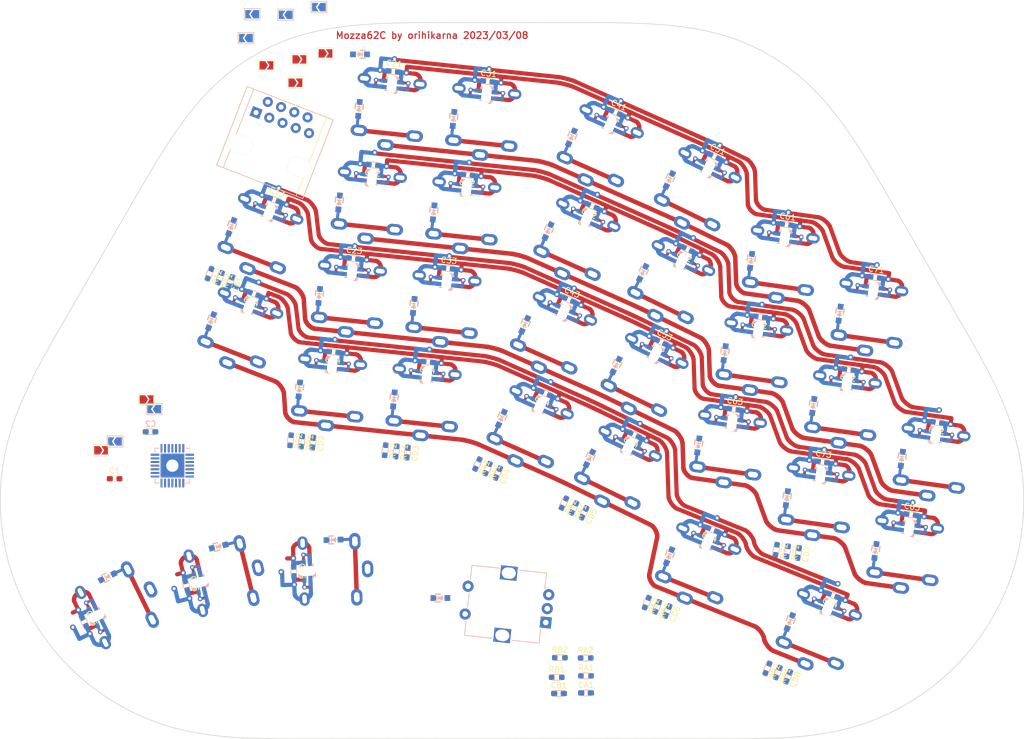
<source format=kicad_pcb>
(kicad_pcb (version 20211014) (generator pcbnew)
  (layers (0 "F.Cu" signal) (31 "B.Cu" signal) (34 "B.Paste" user) (35 "F.Paste" user) (36 "B.SilkS" user "B.Silkscreen") (37 "F.SilkS" user "F.Silkscreen") (38 "B.Mask" user) (39 "F.Mask" user) (44 "Edge.Cuts" user))
  (net 0 "")
  (net 1 "3V3")
  (net 2 "GND")
  (net 3 "5VD")
  (net 4 "GNDD")
  (net 5 "COLA")
  (net 6 "COLB")
  (net 7 "COL1")
  (net 8 "COL2")
  (net 9 "COL3")
  (net 10 "COL4")
  (net 11 "COL5")
  (net 12 "COL6")
  (net 13 "COL7")
  (net 14 "COL8")
  (net 15 "Net-(D13-Pad1)")
  (net 16 "Net-(D14-Pad2)")
  (net 17 "Net-(D13-Pad2)")
  (net 18 "Net-(D15-Pad2)")
  (net 19 "Net-(D21-Pad1)")
  (net 20 "Net-(D21-Pad2)")
  (net 21 "Net-(D22-Pad2)")
  (net 22 "Net-(D23-Pad2)")
  (net 23 "Net-(D24-Pad2)")
  (net 24 "Net-(D25-Pad2)")
  (net 25 "Net-(D31-Pad1)")
  (net 26 "Net-(D31-Pad2)")
  (net 27 "Net-(D32-Pad2)")
  (net 28 "Net-(D33-Pad2)")
  (net 29 "Net-(D34-Pad2)")
  (net 30 "Net-(D35-Pad2)")
  (net 31 "Net-(D41-Pad1)")
  (net 32 "Net-(D41-Pad2)")
  (net 33 "Net-(D42-Pad2)")
  (net 34 "Net-(D43-Pad2)")
  (net 35 "Net-(D44-Pad2)")
  (net 36 "Net-(D45-Pad2)")
  (net 37 "Net-(D51-Pad1)")
  (net 38 "Net-(D51-Pad2)")
  (net 39 "Net-(D52-Pad2)")
  (net 40 "Net-(D53-Pad2)")
  (net 41 "Net-(D54-Pad2)")
  (net 42 "Net-(D61-Pad1)")
  (net 43 "Net-(D61-Pad2)")
  (net 44 "Net-(D62-Pad2)")
  (net 45 "Net-(D63-Pad2)")
  (net 46 "Net-(D64-Pad2)")
  (net 47 "Net-(D71-Pad1)")
  (net 48 "Net-(D71-Pad2)")
  (net 49 "Net-(D72-Pad2)")
  (net 50 "Net-(D73-Pad2)")
  (net 51 "Net-(D82-Pad1)")
  (net 52 "Net-(D82-Pad2)")
  (net 53 "Net-(D83-Pad2)")
  (net 54 "Net-(D84-Pad2)")
  (net 55 "LED")
  (net 56 "Net-(J1-Pad2)")
  (net 57 "Net-(J1-Pad3)")
  (net 58 "Net-(J1-Pad4)")
  (net 59 "Net-(J1-Pad6)")
  (net 60 "Net-(J1-Pad7)")
  (net 61 "Net-(J1-Pad8)")
  (net 62 "NRST")
  (net 63 "SCK")
  (net 64 "SDA")
  (net 65 "Net-(L13-Pad3)")
  (net 66 "Net-(L14-Pad1)")
  (net 67 "Net-(L13-Pad1)")
  (net 68 "Net-(L15-Pad1)")
  (net 69 "Net-(L14-Pad3)")
  (net 70 "Net-(L21-Pad1)")
  (net 71 "Net-(L22-Pad3)")
  (net 72 "Net-(L23-Pad1)")
  (net 73 "Net-(L24-Pad3)")
  (net 74 "Net-(L25-Pad1)")
  (net 75 "Net-(L31-Pad1)")
  (net 76 "Net-(L32-Pad3)")
  (net 77 "Net-(L33-Pad1)")
  (net 78 "Net-(L34-Pad3)")
  (net 79 "unconnected-(L35-Pad1)")
  (net 80 "Net-(L41-Pad1)")
  (net 81 "Net-(L42-Pad3)")
  (net 82 "Net-(L43-Pad1)")
  (net 83 "Net-(L44-Pad3)")
  (net 84 "Net-(L51-Pad1)")
  (net 85 "Net-(L52-Pad3)")
  (net 86 "Net-(L53-Pad1)")
  (net 87 "Net-(L54-Pad3)")
  (net 88 "Net-(L61-Pad1)")
  (net 89 "Net-(L62-Pad3)")
  (net 90 "Net-(L63-Pad1)")
  (net 91 "Net-(L64-Pad3)")
  (net 92 "Net-(L71-Pad1)")
  (net 93 "Net-(L72-Pad3)")
  (net 94 "Net-(L73-Pad1)")
  (net 95 "Net-(L83-Pad1)")
  (net 96 "REA")
  (net 97 "REB")
  (net 98 "ROW5")
  (net 99 "ROW2")
  (net 100 "ROW3")
  (net 101 "ROW1")
  (net 102 "ROW4")
  (net 113 "4V3D")
  (footprint "00_KeyParts:R_1608_HandSolder_both_sides" (layer "F.Cu") (at 142.8496 135.2804)
    (fp_text reference "RB2")
    (fp_text value "R_Small_US")
  )
  (footprint "Jumper:SolderJumper-2_P1.3mm_Open_TrianglePad1.0x1.5mm" (layer "F.Cu") (at 100.9396 27.2288)
    (fp_text reference "JPF4" hide)
    (fp_text value "SolderJumper_2_Open")
  )
  (footprint "00_KeyParts:ChocV2_rev" (layer "F.Cu") (at 167.402 119.156 158)
    (fp_text reference "SW64" hide)
    (fp_text value "SW_ChocV2_rev" hide)
  )
  (footprint "00_KeyParts:WS2812B_2020_rev" (layer "F.Cu") (at 109.255 49.537 -6)
    (fp_text reference "L22" hide)
    (fp_text value "WS2812-2020_both_sides" hide)
  )
  (footprint "Jumper:SolderJumper-2_P1.3mm_Open_TrianglePad1.0x1.5mm" (layer "F.Cu") (at 96.266 28.2956)
    (fp_text reference "JPF6" hide)
    (fp_text value "SolderJumper_2_Open")
  )
  (footprint "00_KeyParts:C_1608_HandSolder_both_sides" (layer "F.Cu") (at 148.647 54.523 156)
    (fp_text reference "C42")
    (fp_text value "C_Small")
  )
  (footprint "00_KeyParts:C_1608_HandSolder_both_sides" (layer "F.Cu") (at 178.681 74.347 172)
    (fp_text reference "C62")
    (fp_text value "C_Small")
  )
  (footprint "00_KeyParts:C_1608_HandSolder_both_sides" (layer "F.Cu") (at 83.937 68.059 -111.2)
    (fp_text reference "CD1")
    (fp_text value "33n")
  )
  (footprint "00_KeyParts:ChocV2_rev" (layer "F.Cu") (at 145.678 61.192 156)
    (fp_text reference "SW42" hide)
    (fp_text value "SW_ChocV2_rev" hide)
  )
  (footprint "00_KeyParts:C_1608_HandSolder" (layer "F.Cu") (at 63.237 103.2764)
    (fp_text reference "C1")
    (fp_text value "0.1u")
  )
  (footprint "00_KeyParts:R_1608_HandSolder_both_sides" (layer "F.Cu") (at 181.541 115.99 -98)
    (fp_text reference "R72")
    (fp_text value "R_Small_US")
  )
  (footprint "00_KeyParts:WS2812B_2020_rev" (layer "F.Cu") (at 169.249 114.585 -22)
    (fp_text reference "L64" hide)
    (fp_text value "WS2812-2020_both_sides" hide)
  )
  (footprint "00_KeyParts:R_1608_HandSolder_both_sides" (layer "F.Cu") (at 80.208 66.613 -111.2)
    (fp_text reference "R12")
    (fp_text value "4k7")
  )
  (footprint "00_KeyParts:D_SOD-323_both_sides" (layer "F.Cu") (at 192.873 73.756 -98)
    (fp_text reference "D71" hide)
    (fp_text value "D_Small")
  )
  (footprint "00_KeyParts:WS2812B_2020_rev" (layer "F.Cu") (at 164.677 64.382 -26)
    (fp_text reference "L52" hide)
    (fp_text value "WS2812-2020_both_sides" hide)
  )
  (footprint "00_KeyParts:WS2812B_2020_rev" (layer "F.Cu") (at 59.916 127.828 116)
    (fp_text reference "L15" hide)
    (fp_text value "WS2812-2020_both_sides" hide)
  )
  (footprint "00_KeyParts:R_1608_HandSolder_both_sides" (layer "F.Cu") (at 147.5232 138.5316)
    (fp_text reference "RA1")
    (fp_text value "10k")
  )
  (footprint "00_KeyParts:WS2812B_2020_rev" (layer "F.Cu") (at 143.507 73.438 156)
    (fp_text reference "L43" hide)
    (fp_text value "WS2812-2020_both_sides" hide)
  )
  (footprint "00_KeyParts:ChocV2_rev" (layer "F.Cu") (at 102.571 119.602 -88)
    (fp_text reference "SW35" hide)
    (fp_text value "SW_ChocV2_rev" hide)
  )
  (footprint "00_KeyParts:WS2812B_2020_rev" (layer "F.Cu") (at 205.318 112.072 172)
    (fp_text reference "L83" hide)
    (fp_text value "WS2812-2020_both_sides" hide)
  )
  (footprint "00_KeyParts:C_1608_HandSolder_both_sides" (layer "F.Cu") (at 95.275 119.857 -88)
    (fp_text reference "C35")
    (fp_text value "C_Small")
  )
  (footprint "00_KeyParts:WS2812B_2020_rev" (layer "F.Cu") (at 129.716 34.594 174)
    (fp_text reference "L31" hide)
    (fp_text value "WS2812-2020_both_sides" hide)
  )
  (footprint "00_KeyParts:D_SOD-323_both_sides" (layer "F.Cu") (at 183.444 106.765 -98)
    (fp_text reference "D73" hide)
    (fp_text value "D_Small")
  )
  (footprint "00_KeyParts:R_1608_HandSolder_both_sides" (layer "F.Cu") (at 160.247 126.188 -112)
    (fp_text reference "R61")
    (fp_text value "R_Small_US")
  )
  (footprint "00_KeyParts:ChocV2_rev" (layer "F.Cu") (at 167.274 52.219 154)
    (fp_text reference "SW51" hide)
    (fp_text value "SW_ChocV2_rev" hide)
  )
  (footprint "00_KeyParts:WS2812B_2020_rev" (layer "F.Cu") (at 194.192 86.131 -8)
    (fp_text reference "L72" hide)
    (fp_text value "WS2812-2020_both_sides" hide)
  )
  (footprint "00_KeyParts:D_SOD-323_both_sides" (layer "F.Cu") (at 81.834 115.386 14)
    (fp_text reference "D25" hide)
    (fp_text value "D_Small")
  )
  (footprint "00_KeyParts:C_1608_HandSolder_both_sides" (layer "F.Cu") (at 142.6972 141.6812)
    (fp_text reference "CB1")
    (fp_text value "C_Small")
  )
  (footprint "00_KeyParts:R_1608_HandSolder_both_sides" (layer "F.Cu") (at 181.816 137.939 -112)
    (fp_text reference "R81")
    (fp_text value "R_Small_US")
  )
  (footprint "00_KeyParts:C_1608_HandSolder_both_sides" (layer "F.Cu") (at 76.057 122.392 -76)
    (fp_text reference "C25")
    (fp_text value "C_Small")
  )
  (footprint "00_KeyParts:C_1608_HandSolder_both_sides" (layer "F.Cu") (at 147.5232 141.5796)
    (fp_text reference "CA1")
    (fp_text value "33n")
  )
  (footprint "Jumper:SolderJumper-2_P1.3mm_Open_TrianglePad1.0x1.5mm" (layer "F.Cu") (at 95.5548 32.4612)
    (fp_text reference "JPF2" hide)
    (fp_text value "SolderJumper_2_Open")
  )
  (footprint "00_KeyParts:ChocV2_rev" (layer "F.Cu") (at 153 102 154)
    (fp_text reference "SW54" hide)
    (fp_text value "SW_ChocV2_rev" hide)
  )
  (footprint "00_KeyParts:D_SOD-323_both_sides" (layer "F.Cu") (at 199.285 116.202 -98)
    (fp_text reference "D83" hide)
    (fp_text value "D_Small")
  )
  (footprint "00_KeyParts:D_SOD-323_both_sides" (layer "F.Cu") (at 123.831 38.933 -96)
    (fp_text reference "D31" hide)
    (fp_text value "D_Small")
  )
  (footprint "Jumper:SolderJumper-2_P1.3mm_Open_TrianglePad1.0x1.5mm" (layer "F.Cu") (at 90.3732 29.3624)
    (fp_text reference "JPF8" hide)
    (fp_text value "SolderJumper_2_Open")
  )
  (footprint "00_KeyParts:D_SOD-323_both_sides" (layer "F.Cu") (at 204 99.697 -98)
    (fp_text reference "D82" hide)
    (fp_text value "D_Small")
  )
  (footprint "00_KeyParts:ChocV2_rev" (layer "F.Cu") (at 141.502 77.942 156)
    (fp_text reference "SW43" hide)
    (fp_text value "SW_ChocV2_rev" hide)
  )
  (footprint "00_KeyParts:R_1608_HandSolder_both_sides" (layer "F.Cu") (at 129.93 101.469 -114)
    (fp_text reference "R41")
    (fp_text value "R_Small_US")
  )
  (footprint "00_KeyParts:C_1608_HandSolder_both_sides" (layer "F.Cu") (at 144.471 71.273 -24)
    (fp_text reference "C43")
    (fp_text value "C_Small")
  )
  (footprint "00_KeyParts:D_SOD-323_both_sides" (layer "F.Cu") (at 132.393 92.495 -114)
    (fp_text reference "D44" hide)
    (fp_text value "D_Small")
  )
  (footprint "00_KeyParts:WS2812B_2020_rev" (layer "F.Cu") (at 102.147 82.977 -6)
    (fp_text reference "L24" hide)
    (fp_text value "WS2812-2020_both_sides" hide)
  )
  (footprint "00_KeyParts:R_1608_HandSolder_both_sides" (layer "F.Cu") (at 143.574 107.639 -116)
    (fp_text reference "R52")
    (fp_text value "R_Small_US")
  )
  (footprint "00_KeyParts:WS2812B_2020_rev" (layer "F.Cu") (at 155.161 97.569 -26)
    (fp_text reference "L54" hide)
    (fp_text value "WS2812-2020_both_sides" hide)
  )
  (footprint "00_KeyParts:WS2812B_2020_rev" (layer "F.Cu") (at 159.919 80.975 154)
    (fp_text reference "L53" hide)
    (fp_text value "WS2812-2020_both_sides" hide)
  )
  (footprint "00_KeyParts:R_1608_HandSolder_both_sides" (layer "F.Cu") (at 111.61 98.179 -96)
    (fp_text reference "R32")
    (fp_text value "R_Small_US")
  )
  (footprint "00_KeyParts:D_SOD-323_both_sides" (layer "F.Cu") (at 172.318 80.824 -98)
    (fp_text reference "D62" hide)
    (fp_text value "D_Small")
  )
  (footprint "00_KeyParts:D_SOD-323_both_sides" (layer "F.Cu") (at 148.147 99.633 -116)
    (fp_text reference "D54" hide)
    (fp_text value "D_Small")
  )
  (footprint "00_KeyParts:WS2812B_2020_rev" (layer "F.Cu") (at 139.331 90.187 -24)
    (fp_text reference "L44" hide)
    (fp_text value "WS2812-2020_both_sides" hide)
  )
  (footprint "00_KeyParts:C_1608_HandSolder_both_sides" (layer "F.Cu") (at 98.681 96.821 -96)
    (fp_text reference "CD2")
    (fp_text value "C_Small")
  )
  (footprint "00_KeyParts:C_1608_HandSolder_both_sides" (layer "F.Cu") (at 185.502 116.547 -98)
    (fp_text reference "CD7")
    (fp_text value "C_Small")
  )
  (footprint "00_KeyParts:C_1608_HandSolder_both_sides" (layer "F.Cu") (at 162.101 126.937 -112)
    (fp_text reference "CD6")
    (fp_text value "C_Small")
  )
  (footprint "00_KeyParts:WS2812B_2020_rev" (layer "F.Cu") (at 87.311 72.448 -21.2)
    (fp_text reference "L14" hide)
    (fp_text value "WS2812-2020_both_sides" hide)
  )
  (footprint "00_KeyParts:D_SOD-323_both_sides" (layer "F.Cu") (at 80.493 75.091 -111.2)
    (fp_text reference "D14" hide)
    (fp_text value "D_Small")
  )
  (footprint "00_KeyParts:ChocV2_rev" (layer "F.Cu") (at 188.791 107.517 172)
    (fp_text reference "SW73" hide)
    (fp_text value "SW_ChocV2_rev" hide)
  )
  (footprint "00_KeyParts:ChocV2_rev" (layer "F.Cu") (at 198.22 74.508 172)
    (fp_text reference "SW71" hide)
    (fp_text value "SW_ChocV2_rev" hide)
  )
  (footprint "00_KeyParts:WS2812B_2020_rev" (layer "F.Cu") (at 189.477 102.635 172)
    (fp_text reference "L73" hide)
    (fp_text value "WS2812-2020_both_sides" hide)
  )
  (footprint "00_KeyParts:D_SOD-323_both_sides" (layer "F.Cu") (at 121.4828 124.6124)
    (fp_text reference "D45" hide)
    (fp_text value "D_Small")
  )
  (footprint "00_KeyParts:D_SOD-323_both_sides" (layer "F.Cu") (at 140.745 58.996 -114)
    (fp_text reference "D42" hide)
    (fp_text value "D_Small")
  )
  (footprint "00_KeyParts:R_1608_HandSolder_both_sides" (layer "F.Cu") (at 113.599 98.388 -96)
    (fp_text reference "R31")
    (fp_text value "R_Small_US")
  )
  (footprint "00_KeyParts:C_1608_HandSolder_both_sides" (layer "F.Cu") (at 126.41 48.957 174)
    (fp_text reference "C32")
    (fp_text value "C_Small")
  )
  (footprint "Jumper:SolderJumper-2_P1.3mm_Open_TrianglePad1.0x1.5mm" (layer "F.Cu") (at 60.8076 98.1964)
    (fp_text reference "JPF7" hide)
    (fp_text value "SolderJumper_2_Open")
  )
  (footprint "00_KeyParts:C_1608_HandSolder_both_sides" (layer "F.Cu") (at 170.137 112.388 158)
    (fp_text reference "C64")
    (fp_text value "C_Small")
  )
  (footprint "00_KeyParts:ChocV2_rev" (layer "F.Cu") (at 122.093 72.937 174)
    (fp_text reference "SW33" hide)
    (fp_text value "SW_ChocV2_rev" hide)
  )
  (footprint "00_KeyParts:ChocV2_rev" (layer "F.Cu") (at 162.516 68.813 154)
    (fp_text reference "SW52" hide)
    (fp_text value "SW_ChocV2_rev" hide)
  )
  (footprint "00_KeyParts:ChocV2_rev" (layer "F.Cu") (at 182.38 65.072 172)
    (fp_text reference "SW61" hide)
    (fp_text value "SW_ChocV2_rev" hide)
  )
  (footprint "00_KeyParts:ChocV2_rev" (layer "F.Cu") (at 137.326 94.691 156)
    (fp_text reference "SW44" hide)
    (fp_text value "SW_ChocV2_rev" hide)
  )
  (footprint "00_KeyParts:C_1608_HandSolder_both_sides" (layer "F.Cu") (at 183.396 57.843 -8)
    (fp_text reference "C61")
    (fp_text value "C_Small")
  )
  (footprint "00_KeyParts:ChocV2_rev" (layer "F.Cu") (at 177.665 81.576 172)
    (fp_text reference "SW62" hide)
    (fp_text value "SW_ChocV2_rev" hide)
  )
  (footprint "00_KeyParts:ChocV2_rev" (layer "F.Cu") (at 157.758 85.406 154)
    (fp_text reference "SW53" hide)
    (fp_text value "SW_ChocV2_rev" hide)
  )
  (footprint "00_KeyParts:WS2812B_2020_rev" (layer "F.Cu") (at 126.162 51.314 -6)
    (fp_text reference "L32" hide)
    (fp_text value "WS2812-2020_both_sides" hide)
  )
  (footprint "00_KeyParts:D_SOD-323_both_sides" (layer "F.Cu") (at 106.924 37.156 -96)
    (fp_text reference "D21" hide)
    (fp_text value "D_Small")
  )
  (footprint "00_KeyParts:WS2812B_2020_rev" (layer "F.Cu") (at 78.356 121.819 104)
    (fp_text reference "L25" hide)
    (fp_text value "WS2812-2020_both_sides" hide)
  )
  (footprint "00_KeyParts:D_SOD-323_both_sides" (layer "F.Cu") (at 103.37 53.876 -96)
    (fp_text reference "D22" hide)
    (fp_text value "D_Small")
  )
  (footprint "00_KeyParts:D_SOD-323_both_sides" (layer "F.Cu") (at 136.569 75.746 -114)
    (fp_text reference "D43" hide)
    (fp_text value "D_Small")
  )
  (footprint "00_KeyParts:C_1608_HandSolder_both_sides" (layer "F.Cu") (at 189.807 100.288 -8)
    (fp_text reference "C73")
    (fp_text value "C_Small")
  )
  (footprint "00_KeyParts:R_1608_HandSolder_both_sides" (layer "F.Cu") (at 183.522 116.269 -98)
    (fp_text reference "R71")
    (fp_text value "R_Small_US")
  )
  (footprint "00_KeyParts:D_SOD-323_both_sides" (layer "F.Cu") (at 102.383 114.205 2)
    (fp_text reference "D35" hide)
    (fp_text value "D_Small")
  )
  (footprint "00_KeyParts:ChocV2_rev" (layer "F.Cu") (at 149.855 44.443 156)
    (fp_text reference "SW41" hide)
    (fp_text value "SW_ChocV2_rev" hide)
  )
  (footprint "00_KeyParts:C_1608_HandSolder_both_sides" (layer "F.Cu") (at 105.949 63.9 -6)
    (fp_text reference "C23")
    (fp_text value "C_Small")
  )
  (footprint "00_KeyParts:C_1608_HandSolder_both_sides" (layer "F.Cu") (at 122.856 65.677 -6)
    (fp_text reference "C33")
    (fp_text value "C_Small")
  )
  (footprint "00_KeyParts:WS2812B_2020_rev" (layer "F.Cu") (at 183.066 60.19 172)
    (fp_text reference "L61" hide)
    (fp_text value "WS2812-2020_both_sides" hide)
  )
  (footprint "00_KeyParts:C_1608_HandSolder_both_sides" (layer "F.Cu") (at 131.757 102.282 -114)
    (fp_text reference "CD4")
    (fp_text value "C_Small")
  )
  (footprint "00_KeyParts:D_SOD-323_both_sides" (layer "F.Cu") (at 116.723 72.373 -96)
    (fp_text reference "D33" hide)
    (fp_text value "D_Small")
  )
  (footprint "00_KeyParts:C_1608_HandSolder_both_sides" (layer "F.Cu") (at 113.057 30.46 -6)
    (fp_text reference "C21")
    (fp_text value "0.1u")
  )
  (footprint "00_KeyParts:C_1608_HandSolder_both_sides" (layer "F.Cu") (at 165.716 62.252 154)
    (fp_text reference "C52")
    (fp_text value "C_Small")
  )
  (footprint "00_KeyParts:WS2812B_2020_rev" (layer "F.Cu") (at 198.906 69.626 172)
    (fp_text reference "L71" hide)
    (fp_text value "WS2812-2020_both_sides" hide)
  )
  (footprint "00_KeyParts:ChocV2_rev" (layer "F.Cu") (at 101.632 87.88 174)
    (fp_text reference "SW24" hide)
    (fp_text value "SW_ChocV2_rev" hide)
  )
  (footprint "00_KeyParts:C_1608_HandSolder_both_sides" (layer "F.Cu") (at 129.964 32.237 -6)
    (fp_text reference "C31")
    (fp_text value "C_Small")
  )
  (footprint "00_KeyParts:ChocV2_rev" (layer "F.Cu") (at 89.129 60.205 158.8)
    (fp_text reference "SW13" hide)
    (fp_text value "SW_ChocV2_rev" hide)
  )
  (footprint "00_KeyParts:D_SOD-323_both_sides" (layer "F.Cu") (at 162.421 49.852 -116)
    (fp_text reference "D51" hide)
    (fp_text value "D_Small")
  )
  (footprint "00_KeyParts:WS2812B_2020_rev" (layer "F.Cu") (at 190.818 126.336 -22)
    (fp_text reference "L84" hide)
    (fp_text value "WS2812-2020_both_sides" hide)
  )
  (footprint "00_KeyParts:WS2812B_2020_rev" (layer "F.Cu") (at 97.644 119.774 92)
    (fp_text reference "L35" hide)
    (fp_text value "WS2812-2020_both_sides" hide)
  )
  (footprint "00_KeyParts:WS2812B_2020_rev" (layer "F.Cu") (at 122.608 68.034 174)
    (fp_text reference "L33" hide)
    (fp_text value "WS2812-2020_both_sides" hide)
  )
  (footprint "00_KeyParts:ChocV2_rev" (layer "F.Cu") (at 172.95 98.081 172)
    (fp_text reference "SW63" hide)
    (fp_text value "SW_ChocV2_rev" hide)
  )
  (footprint "00_KeyParts:R_1608_HandSolder_both_sides" (layer "F.Cu") (at 82.073 67.336 -111.2)
    (fp_text reference "R11")
    (fp_text value "10k")
  )
  (footprint "00_KeyParts:D_SOD-323_both_sides" (layer "F.Cu") (at 188.159 90.261 -98)
    (fp_text reference "D72" hide)
    (fp_text value "D_Small")
  )
  (footprint "00_KeyParts:R_1608_HandSolder_both_sides" (layer "F.Cu") (at 142.2908 138.7856)
    (fp_text reference "RB1")
    (fp_text value "R_Small_US")
  )
  (footprint "00_KeyParts:D_SOD-323_both_sides" (layer "F.Cu") (at 61.98 120.814 26)
    (fp_text reference "D15" hide)
    (fp_text value "D_Small")
  )
  (footprint "00_KeyParts:C_1608_HandSolder_both_sides" (layer "F.Cu") (at 199.236 67.279 -8)
    (fp_text reference "C71")
    (fp_text value "C_Small")
  )
  (footprint "00_KeyParts:D_SOD-323_both_sides" (layer "F.Cu") (at 183.964 128.883999 -112)
    (fp_text reference "D84" hide)
    (fp_text value "D_Small")
  )
  (footprint "00_KeyParts:ChocV2_rev" (layer "F.Cu") (at 112.294 37.72 174)
    (fp_text reference "SW21" hide)
    (fp_text value "SW_ChocV2_rev" hide)
  )
  (footprint "00_KeyParts:R_1608_HandSolder_both_sides" (layer "F.Cu") (at 145.372 108.515 -116)
    (fp_text reference "R51")
    (fp_text value "R_Small_US")
  )
  (footprint "00_KeyParts:C_1608_HandSolder_both_sides" (layer "F.Cu") (at 183.67 138.688 -112)
    (fp_text reference "CD8")
    (fp_text value "C_Small")
  )
  (footprint "00_KeyParts:D_SOD-323_both_sides" (layer "F.Cu") (at 152.905 83.039 -116)
    (fp_text reference "D53" hide)
    (fp_text value "D_Small")
  )
  (footprint "00_KeyParts:WS2812B_2020_rev" (layer "F.Cu") (at 147.683 56.688 -24)
    (fp_text reference "L42" hide)
    (fp_text value "WS2812-2020_both_sides" hide)
  )
  (footprint "00_KeyParts:ChocV2_rev" (layer "F.Cu") (at 64.346999 125.667 -64)
    (fp_text reference "SW15" hide)
    (fp_text value "SW_ChocV2_rev" hide)
  )
  (footprint "00_KeyParts:ChocV2_rev" (layer "F.Cu") (at 209.347 100.449 172)
    (fp_text reference "SW82" hide)
    (fp_text value "SW_ChocV2_rev" hide)
  )
  (footprint "00_KeyParts:WS2812B_2020_rev" (layer "F.Cu") (at 178.351 76.694 -8)
    (fp_text reference "L62" hide)
    (fp_text value "WS2812-2020_both_sides" hide)
  )
  (footprint "00_KeyParts:WS2812B_2020_rev" (layer "F.Cu") (at 119.054 84.754 -6)
    (fp_text reference "L34" hide)
    (fp_text value "WS2812-2020_both_sides" hide)
  )
  (footprint "00_KeyParts:ChocV2_rev" (layer "F.Cu") (at 105.186 71.16 174)
    (fp_text reference "SW23" hide)
    (fp_text value "SW_ChocV2_rev" hide)
  )
  (footprint "00_KeyParts:C_1608_HandSolder_both_sides" (layer "F.Cu") (at 88.168 70.238 158.8)
    (fp_text reference "C14")
    (fp_text value "C_Small")
  )
  (footprint "00_KeyParts:D_SOD-323_both_sides" (layer "F.Cu") (at 177.033 64.319999 -98)
    (fp_text reference "D61" hide)
    (fp_text value "D_Small")
  )
  (footprint "00_KeyParts:ChocV2_rev" (layer "F.Cu") (at 188.971 130.907 158)
    (fp_text reference "SW84" hide)
    (fp_text value "SW_ChocV2_rev" hide)
  )
  (footprint "00_KeyParts:D_SOD-323_both_sides" (layer "F.Cu") (at 113.169 89.093 -96)
    (fp_text reference "D34" hide)
    (fp_text value "D_Small")
  )
  (footprint "00_KeyParts:C_1608_HandSolder_both_sides" (layer "F.Cu") (at 205.648 109.725 -8)
    (fp_text reference "C83")
    (fp_text value "C_Small")
  )
  (footprint "00_KeyParts:D_SOD-323_both_sides" (layer "F.Cu") (at 162.395 117.133 -112)
    (fp_text reference "D64" hide)
    (fp_text value "D_Small")
  )
  (footprint "00_KeyParts:D_SOD-323_both_sides" (layer "F.Cu") (at 120.277 55.653 -96)
    (fp_text reference "D32" hide)
    (fp_text value "D_Small")
  )
  (footprint "00_KeyParts:WS2812B_2020_rev" (layer "F.Cu") (at 210.033 95.567 -8)
    (fp_text reference "L82" hide)
    (fp_text value "WS2812-2020_both_sides" hide)
  )
  (footprint "00_KeyParts:C_1608_HandSolder_both_sides" (layer "F.Cu") (at 170.474 45.658 -26)
    (fp_text reference "C51")
    (fp_text value "C_Small")
  )
  (footprint "00_KeyParts:R_1608_HandSolder_both_sides" (layer "F.Cu") (at 158.393 125.438 -112)
    (fp_text reference "R62")
    (fp_text value "R_Small_US")
  )
  (footprint "00_KeyParts:RJ45_Molex_0955032884_both_sides" (layer "F.Cu") (at 94.179 37.278 -21.2)
    (fp_text reference "J1" hide)
    (fp_text value "8P8C_both_sides")
  )
  (footprint "00_KeyParts:D_SOD-323_both_sides" (layer "F.Cu") (at 96.262 87.316 -96)
    (fp_text reference "D24" hide)
    (fp_text value "D_Small")
  )
  (footprint "00_KeyParts:C_1608_HandSolder_both_sides" (layer "F.Cu") (at 109.503 47.18 174)
    (fp_text reference "C22")
    (fp_text value "C_Small")
  )
  (footprint "00_KeyParts:ChocV2_rev" (layer "F.Cu") (at 129.201 39.497 174)
    (fp_text reference "SW31" hide)
    (fp_text value "SW_ChocV2_rev" hide)
  )
  (footprint "00_KeyParts:WS2812B_2020_rev" (layer "F.Cu") (at 151.86 39.939 156)
    (fp_text reference "L41" hide)
    (fp_text value "WS2812-2020_both_sides" hide)
  )
  (footprint "00_KeyParts:D_SOD-323_both_sides" (layer "F.Cu") (at 107.1064 27.3812 180)
    (fp_text reference "DL1" hide)
    (fp_text value "D_Small")
  )
  (footprint "00_KeyParts:WS2812B_2020_rev" (layer "F.Cu") (at 90.912 55.609 158.8)
    (fp_text reference "L13" hide)
    (fp_text value "WS2812-2020_both_sides" hide)
  )
  (footprint "00_KeyParts:D_SOD-323_both_sides" (layer "F.Cu") (at 84.094 58.252 -111.2)
    (fp_text reference "D13" hide)
    (fp_text value "D_Small")
  )
  (footprint "00_KeyParts:ChocV2_rev" (layer "F.Cu") (at 125.647 56.217 174)
    (fp_text reference "SW32" hide)
    (fp_text value "SW_ChocV2_rev" hide)
  )
  (footprint "00_KeyParts:C_1608_HandSolder_both_sides" (layer "F.Cu") (at 119.302 82.397 174)
    (fp_text reference "C34")
    (fp_text value "C_Small")
  )
  (footprint "00_KeyParts:C_1608_HandSolder_both_sides" (layer "F.Cu") (at 147.169 109.392 -116)
    (fp_text reference "CD5")
    (fp_text value "C_Small")
  )
  (footprint "00_KeyParts:ChocV2_rev" (layer "F.Cu") (at 83.14 120.626 -76)
    (fp_text reference "SW25" hide)
    (fp_text value "SW_ChocV2_rev" hide)
  )
  (footprint "00_KeyParts:R_1608_HandSolder_both_sides" (layer "F.Cu") (at 94.703 96.402 -96)
    (fp_text reference "R22")
    (fp_text value "R_Small_US")
  )
  (footprint "00_KeyParts:C_1608_HandSolder_both_sides" (layer "F.Cu") (at 194.522 83.784 172)
    (fp_text reference "C72")
    (fp_text value "C_Small")
  )
  (footprint "00_KeyParts:C_1608_HandSolder_both_sides" (layer "F.Cu") (at 191.706 124.139 158)
    (fp_text reference "C84")
    (fp_text value "C_Small")
  )
  (footprint "00_KeyParts:C_1608_HandSolder_both_sides" (layer "F.Cu") (at 160.958 78.845 -26)
    (fp_text reference "C53")
    (fp_text value "C_Small")
  )
  (footprint "00_KeyParts:WS2812B_2020_rev" (layer "F.Cu") (at 173.636 93.199 172)
    (fp_text reference "L63" hide)
    (fp_text value "WS2812-2020_both_sides" hide)
  )
  (footprint "00_KeyParts:WS2812B_2020_rev" (layer "F.Cu") (at 112.809 32.817 174)
    (fp_text reference "L21" hide)
    (fp_text value "WS2812-2020_both_sides" hide)
  )
  (footprint "00_KeyParts:C_1608_HandSolder_both_sides" (layer "F.Cu") (at 210.363 93.22 172)
    (fp_text reference "C82")
    (fp_text value "C_Small")
  )
  (footprint "00_KeyParts:D_SOD-323_both_sides" (layer "F.Cu") (at 144.922 42.247 -114)
    (fp_text reference "D41" hide)
    (fp_text value "D_Small")
  )
  (footprint "00_KeyParts:D_SOD-323_both_sides" (layer "F.Cu") (at 157.663 66.446 -116)
    (fp_text reference "D52" hide)
    (fp_text value "D_Small")
  )
  (footprint "00_KeyParts:R_1608_HandSolder_both_sides" (layer "F.Cu") (at 96.692 96.611 -96)
    (fp_text reference "R21")
    (fp_text value "R_Small_US")
  )
  (footprint "00_KeyParts:D_SOD-323_both_sides" (layer "F.Cu") (at 99.816 70.596 -96)
    (fp_text reference "D23" hide)
    (fp_text value "D_Small")
  )
  (footprint "00_KeyParts:R_1608_HandSolder_both_sides" (layer "F.Cu") (at 179.962 137.189 -112)
    (fp_text reference "R82")
    (fp_text value "R_Small_US")
  )
  (footprint "00_KeyParts:C_1608_HandSolder_both_sides" (layer "F.Cu") (at 57.786 128.866999 -64)
    (fp_text reference "C15")
    (fp_text value "C_Small")
  )
  (footprint "00_KeyParts:WS2812B_2020_rev" (layer "F.Cu") (at 105.701 66.257 174)
    (fp_text reference "L23" hide)
    (fp_text value "WS2812-2020_both_sides" hide)
  )
  (footprint "00_KeyParts:ChocV2_rev" (layer "F.Cu") (at 108.74 54.44 174)
    (fp_text reference "SW22" hide)
    (fp_text value "SW_ChocV2_rev" hide)
  )
  (footprint "00_KeyParts:ChocV2_rev" (layer "F.Cu") (at 193.506 91.013 172)
    (fp_text reference "SW72" hide)
    (fp_text value "SW_ChocV2_rev" hide)
  )
  (footprint "00_KeyParts:ChocV2_rev" (layer "F.Cu") (at 204.632 116.954 172)
    (fp_text reference "SW83" hide)
    (fp_text value "SW_ChocV2_rev" hide)
  )
  (footprint "00_KeyParts:D_SOD-323_both_sides" (layer "F.Cu") (at 167.603 97.329 -98)
    (fp_text reference "D63" hide)
    (fp_text value "D_Small")
  )
  (footprint "00_KeyParts:C_1608_HandSolder_both_sides" (layer "F.Cu") (at 102.395 80.62 174)
    (fp_text reference "C24")
    (fp_text value "C_Small")
  )
  (footprint "00_KeyParts:R_1608_HandSolder_both_sides" (layer "F.Cu") (at 128.103 100.655 -114)
    (fp_text reference "R42")
    (fp_text value "R_Small_US")
  )
  (footprint "00_KeyParts:ChocV2_rev" (layer "F.Cu") (at 85.528 77.044 158.8)
    (fp_text reference "SW14" hide)
    (fp_text value "SW_ChocV2_rev" hide)
  )
  (footprint "00_KeyParts:ChocV2_rev" (layer "F.Cu") (at 118.539 89.657 174)
    (fp_text reference "SW34" hide)
    (fp_text value "SW_ChocV2_rev" hide)
  )
  (footprint "00_KeyParts:R_1608_HandSolder_both_sides" (layer "F.Cu") (at 147.4724 135.3312)
    (fp_text reference "RA2")
    (fp_text value "4k7")
  )
  (footprint "Jumper:SolderJumper-2_P1.3mm_Open_TrianglePad1.0x1.5mm" (layer "F.Cu") (at 68.9356 89.1032)
    (fp_text reference "JPF3" hide)
    (fp_text value "SolderJumper_2_Open")
  )
  (footprint "00_KeyParts:C_1608_HandSolder_both_sides" (layer "F.Cu") (at 152.824 37.774 -24)
    (fp_text reference "C41")
    (fp_text value "C_Small")
  )
  (footprint "00_KeyParts:C_1608_HandSolder_both_sides" (layer "F.Cu") (at 156.2 95.439 154)
    (fp_text reference "C54")
    (fp_text value "C_Small")
  )
  (footprint "00_KeyParts:C_1608_HandSolder_both_sides" (layer "F.Cu") (at 115.588 98.598 -96)
    (fp_text reference "CD3")
    (fp_text value "C_Small")
  )
  (footprint "00_KeyParts:WS2812B_2020_rev" (layer "F.Cu") (at 169.435 47.788 154)
    (fp_text reference "L51" hide)
    (fp_text value "WS2812-2020_both_sides" hide)
  )
  (footprint "00_KeyParts:C_1608_HandSolder_both_sides" (layer "F.Cu") (at 173.966 90.852 -8)
    (fp_text reference "C63")
    (fp_text value "C_Small")
  )
  (footprint "00_KeyParts:C_1608_HandSolder_both_sides" (layer "F.Cu") (at 140.295 88.022 156)
    (fp_text reference "C44")
    (fp_text value "C_Small")
  )
  (footprint "00_KeyParts:RotaryEncoder_Bourns_PEC12R-4215F" (layer "F.Cu") (at 133.133999 125.721 174)
    (fp_text reference "RE1" hide)
    (fp_text value "RotaryEncoder_Switch")
  )
  (footprint "00_KeyParts:C_1608_HandSolder_both_sides" (layer "F.Cu") (at 91.769 53.399 -21.2)
    (fp_text reference "C13")
    (fp_text value "C_Small")
  )
  (footprint "00_KeyParts:QFN-28-1EP_6x6mm_P0.65mm_EP4.25x4.25mm_Hand" (layer "F.Cu") (at 73.5584 100.9396)
    (fp_text reference "U1" hide)
    (fp_text value "MCP23017_ML")
  )
  (footprint "Jumper:SolderJumper-2_P1.3mm_Open_TrianglePad1.0x1.5mm" (layer "B.Cu") (at 99.7712 18.9484 180)
    (fp_text reference "JPB4" hide)
    (fp_text value "SolderJumper_2_Open")
  )
  (footprint "Jumper:SolderJumper-2_P1.3mm_Open_TrianglePad1.0x1.5mm" (layer "B.Cu") (at 63.3 96.6176 180)
    (fp_text reference "JPB7" hide)
    (fp_text value "SolderJumper_2_Open")
  )
  (footprint "Jumper:SolderJumper-2_P1.3mm_Open_TrianglePad1.0x1.5mm" (layer "B.Cu") (at 93.8276 20.32 180)
    (fp_text reference "JPB2" hide)
    (fp_text value "SolderJumper_2_Open")
  )
  (footprint "Jumper:SolderJumper-2_P1.3mm_Open_TrianglePad1.0x1.5mm" (layer "B.Cu") (at 86.7156 24.4856 180)
    (fp_text reference "JPB8" hide)
    (fp_text value "SolderJumper_2_Open")
  )
  (footprint "00_KeyParts:QFN-28-1EP_6x6mm_P0.65mm_EP4.25x4.25mm_Hand_NoTP" (layer "B.Cu") (at 73.5608 100.9372 180)
    (fp_text reference "U2" hide)
    (fp_text value "MCP23017_ML_NoTP")
  )
  (footprint "00_KeyParts:C_1608_HandSolder" (layer "B.Cu") (at 69.6558 94.8944 180)
    (fp_text reference "C2")
    (fp_text value "C_Small")
  )
  (footprint "Jumper:SolderJumper-2_P1.3mm_Open_TrianglePad1.0x1.5mm" (layer "B.Cu") (at 70.3072 90.8304 180)
    (fp_text reference "JPB3" hide)
    (fp_text value "SolderJumper_2_Open")
  )
  (footprint "Jumper:SolderJumper-2_P1.3mm_Open_TrianglePad1.0x1.5mm" (layer "B.Cu") (at 87.8332 20.2184 180)
    (fp_text reference "JPB6" hide)
    (fp_text value "SolderJumper_2_Open")
  )
  (gr_line (start 210.173 139.912) (end 211.303 138.966) (layer "Edge.Cuts") (width 0.12))
  (gr_line (start 156.397 149.795) (end 158.099 149.795) (layer "Edge.Cuts") (width 0.12))
  (gr_line (start 62.006 142.506) (end 63.256 143.287) (layer "Edge.Cuts") (width 0.12))
  (gr_line (start 51.281 132.509999) (end 52.187 133.672) (layer "Edge.Cuts") (width 0.12))
  (gr_line (start 135.122 21.71) (end 133.478 21.71) (layer "Edge.Cuts") (width 0.12))
  (gr_line (start 180.875 27.853) (end 179.642 27.142) (layer "Edge.Cuts") (width 0.12))
  (gr_line (start 125.262 21.71) (end 123.618 21.71) (layer "Edge.Cuts") (width 0.12))
  (gr_line (start 187.24 149.23) (end 188.725 149.043) (layer "Edge.Cuts") (width 0.12))
  (gr_line (start 121.975 21.71) (end 120.332 21.71) (layer "Edge.Cuts") (width 0.12))
  (gr_line (start 120.332 21.71) (end 118.691 21.714) (layer "Edge.Cuts") (width 0.12))
  (gr_line (start 107.407 22.094) (end 105.846 22.237) (layer "Edge.Cuts") (width 0.12))
  (gr_line (start 78.851 35.253) (end 77.863 36.388) (layer "Edge.Cuts") (width 0.12))
  (gr_line (start 224.683 97.496) (end 224.314 96.042) (layer "Edge.Cuts") (width 0.12))
  (gr_line (start 195.358 42.616) (end 194.471 41.307) (layer "Edge.Cuts") (width 0.12))
  (gr_line (start 220.525 127.568) (end 221.218 126.267) (layer "Edge.Cuts") (width 0.12))
  (gr_line (start 64.048 58) (end 63.227 59.421) (layer "Edge.Cuts") (width 0.12))
  (gr_line (start 43.552 115.158) (end 43.857 116.6) (layer "Edge.Cuts") (width 0.12))
  (gr_line (start 81.36 149.23) (end 82.86 149.383) (layer "Edge.Cuts") (width 0.12))
  (gr_line (start 64.533 144.024) (end 65.834 144.717) (layer "Edge.Cuts") (width 0.12))
  (gr_line (start 45.075 120.847) (end 45.581 122.231) (layer "Edge.Cuts") (width 0.12))
  (gr_line (start 147.98 149.795) (end 149.645 149.795) (layer "Edge.Cuts") (width 0.12))
  (gr_line (start 131.923 149.795) (end 133.508 149.795) (layer "Edge.Cuts") (width 0.12))
  (gr_line (start 107.097 149.795) (end 108.799 149.795) (layer "Edge.Cuts") (width 0.12))
  (gr_line (start 218.184 131.317) (end 219.008 130.095) (layer "Edge.Cuts") (width 0.12))
  (gr_line (start 205.344 143.287) (end 206.594 142.506) (layer "Edge.Cuts") (width 0.12))
  (gr_line (start 68.505 145.965) (end 69.871 146.519) (layer "Edge.Cuts") (width 0.12))
  (gr_line (start 44.212 118.03) (end 44.619 119.446) (layer "Edge.Cuts") (width 0.12))
  (gr_line (start 108.799 149.795) (end 110.501 149.795) (layer "Edge.Cuts") (width 0.12))
  (gr_line (start 46.134 123.597) (end 46.735 124.942) (layer "Edge.Cuts") (width 0.12))
  (gr_line (start 42.797 107.824) (end 42.845 109.302) (layer "Edge.Cuts") (width 0.12))
  (gr_line (start 144.982 21.71) (end 143.338 21.71) (layer "Edge.Cuts") (width 0.12))
  (gr_line (start 220.441 86.099) (end 219.745 84.702) (layer "Edge.Cuts") (width 0.12))
  (gr_line (start 62.407 60.842) (end 61.587 62.262) (layer "Edge.Cuts") (width 0.12))
  (gr_line (start 42.845 109.302) (end 42.944 110.777) (layer "Edge.Cuts") (width 0.12))
  (gr_line (start 158.024 21.891) (end 156.419 21.824) (layer "Edge.Cuts") (width 0.12))
  (gr_line (start 197.092 45.306) (end 196.231 43.95) (layer "Edge.Cuts") (width 0.12))
  (gr_line (start 46.257 90.319) (end 45.697 91.738) (layer "Edge.Cuts") (width 0.12))
  (gr_line (start 73.242 42.616) (end 72.369 43.95) (layer "Edge.Cuts") (width 0.12))
  (gr_line (start 115.421 21.744) (end 113.796 21.776) (layer "Edge.Cuts") (width 0.12))
  (gr_line (start 179.593 149.724) (end 181.152 149.673) (layer "Edge.Cuts") (width 0.12))
  (gr_line (start 224.388 118.03) (end 224.743 116.6) (layer "Edge.Cuts") (width 0.12))
  (gr_line (start 45.697 91.738) (end 45.18 93.164) (layer "Edge.Cuts") (width 0.12))
  (gr_line (start 110.501 149.795) (end 112.203 149.795) (layer "Edge.Cuts") (width 0.12))
  (gr_line (start 209.011 140.818) (end 210.173 139.912) (layer "Edge.Cuts") (width 0.12))
  (gr_line (start 158.099 149.795) (end 159.801 149.795) (layer "Edge.Cuts") (width 0.12))
  (gr_line (start 197.345 147.025) (end 198.729 146.519) (layer "Edge.Cuts") (width 0.12))
  (gr_line (start 48.159 86.099) (end 47.491 87.501) (layer "Edge.Cuts") (width 0.12))
  (gr_line (start 102.781 22.621) (end 101.28 22.868) (layer "Edge.Cuts") (width 0.12))
  (gr_line (start 169.92 149.795) (end 171.571 149.795) (layer "Edge.Cuts") (width 0.12))
  (gr_line (start 45.581 122.231) (end 46.134 123.597) (layer "Edge.Cuts") (width 0.12))
  (gr_line (start 221.218 126.267) (end 221.865 124.942) (layer "Edge.Cuts") (width 0.12))
  (gr_line (start 176.43 149.78) (end 178.019 149.759) (layer "Edge.Cuts") (width 0.12))
  (gr_line (start 191.702 37.564) (end 190.737 36.388) (layer "Edge.Cuts") (width 0.12))
  (gr_line (start 52.187 133.672) (end 53.133 134.802) (layer "Edge.Cuts") (width 0.12))
  (gr_line (start 191.655 148.554) (end 193.098 148.245) (layer "Edge.Cuts") (width 0.12))
  (gr_line (start 162.754 22.237) (end 161.193 22.094) (layer "Edge.Cuts") (width 0.12))
  (gr_line (start 75.033 40.027) (end 74.129 41.307) (layer "Edge.Cuts") (width 0.12))
  (gr_line (start 112.203 149.795) (end 113.901 149.795) (layer "Edge.Cuts") (width 0.12))
  (gr_line (start 101.28 22.868) (end 99.803 23.156) (layer "Edge.Cuts") (width 0.12))
  (gr_line (start 196.231 43.95) (end 195.358 42.616) (layer "Edge.Cuts") (width 0.12))
  (gr_line (start 43.096 112.245) (end 43.298 113.706) (layer "Edge.Cuts") (width 0.12))
  (gr_line (start 87.448 149.673) (end 89.007 149.724) (layer "Edge.Cuts") (width 0.12))
  (gr_line (start 186.626 32.122999) (end 185.531 31.174) (layer "Edge.Cuts") (width 0.12))
  (gr_line (start 225.477 101.902) (end 225.265 100.427) (layer "Edge.Cuts") (width 0.12))
  (gr_line (start 44.708 94.598) (end 44.286 96.042) (layer "Edge.Cuts") (width 0.12))
  (gr_line (start 179.642 27.142) (end 178.382 26.478) (layer "Edge.Cuts") (width 0.12))
  (gr_line (start 200.442 50.889) (end 199.614 49.476) (layer "Edge.Cuts") (width 0.12))
  (gr_line (start 80.905 33.119) (end 79.865 34.163) (layer "Edge.Cuts") (width 0.12))
  (gr_line (start 217.319 132.509999) (end 218.184 131.317) (layer "Edge.Cuts") (width 0.12))
  (gr_line (start 178.019 149.759) (end 179.593 149.724) (layer "Edge.Cuts") (width 0.12))
  (gr_line (start 161.503 149.795) (end 163.201 149.795) (layer "Edge.Cuts") (width 0.12))
  (gr_line (start 122.271 149.795) (end 123.907 149.795) (layer "Edge.Cuts") (width 0.12))
  (gr_line (start 46.856 88.907) (end 46.257 90.319) (layer "Edge.Cuts") (width 0.12))
  (gr_line (start 195.944 147.481) (end 197.345 147.025) (layer "Edge.Cuts") (width 0.12))
  (gr_line (start 143.338 21.71) (end 141.695 21.71) (layer "Edge.Cuts") (width 0.12))
  (gr_line (start 55.069 73.551) (end 54.261 74.951) (layer "Edge.Cuts") (width 0.12))
  (gr_line (start 60.783 141.683) (end 62.006 142.506) (layer "Edge.Cuts") (width 0.12))
  (gr_line (start 165.819 22.621) (end 164.297 22.411) (layer "Edge.Cuts") (width 0.12))
  (gr_line (start 100.345 149.795) (end 102.021 149.795) (layer "Edge.Cuts") (width 0.12))
  (gr_line (start 84.192 30.273) (end 83.069 31.174) (layer "Edge.Cuts") (width 0.12))
  (gr_line (start 92.17 149.78) (end 93.774 149.791) (layer "Edge.Cuts") (width 0.12))
  (gr_line (start 57.297 138.966) (end 58.427 139.912) (layer "Edge.Cuts") (width 0.12))
  (gr_line (start 92.82 25.292) (end 91.505 25.861) (layer "Edge.Cuts") (width 0.12))
  (gr_line (start 93.774 149.791) (end 95.394 149.794) (layer "Edge.Cuts") (width 0.12))
  (gr_line (start 120.62 149.795) (end 122.271 149.795) (layer "Edge.Cuts") (width 0.12))
  (gr_line (start 202.087 53.731) (end 201.266 52.309) (layer "Edge.Cuts") (width 0.12))
  (gr_line (start 141.695 21.71) (end 140.052 21.71) (layer "Edge.Cuts") (width 0.12))
  (gr_line (start 103.706 149.795) (end 105.399 149.795) (layer "Edge.Cuts") (width 0.12))
  (gr_line (start 140.052 21.71) (end 138.408 21.71) (layer "Edge.Cuts") (width 0.12))
  (gr_line (start 138.266 149.795) (end 139.86 149.795) (layer "Edge.Cuts") (width 0.12))
  (gr_line (start 171.672 23.868) (end 170.248 23.489) (layer "Edge.Cuts") (width 0.12))
  (gr_line (start 76.945 148.554) (end 78.403 148.819) (layer "Edge.Cuts") (width 0.12))
  (gr_line (start 64.869 56.577) (end 64.048 58) (layer "Edge.Cuts") (width 0.12))
  (gr_line (start 224.743 116.6) (end 225.048 115.158) (layer "Edge.Cuts") (width 0.12))
  (gr_line (start 113.796 21.776) (end 112.181 21.824) (layer "Edge.Cuts") (width 0.12))
  (gr_line (start 115.594 149.795) (end 117.279 149.795) (layer "Edge.Cuts") (width 0.12))
  (gr_line (start 46.735 124.942) (end 47.382 126.267) (layer "Edge.Cuts") (width 0.12))
  (gr_line (start 98.68 149.795) (end 100.345 149.795) (layer "Edge.Cuts") (width 0.12))
  (gr_line (start 225.8 106.343) (end 225.744 104.862) (layer "Edge.Cuts") (width 0.12))
  (gr_line (start 189.749 35.253) (end 188.735 34.163) (layer "Edge.Cuts") (width 0.12))
  (gr_line (start 76.898 37.564) (end 75.956 38.778) (layer "Edge.Cuts") (width 0.12))
  (gr_line (start 206.594 142.506) (end 207.817 141.683) (layer "Edge.Cuts") (width 0.12))
  (gr_line (start 222.343 90.319) (end 221.744 88.907) (layer "Edge.Cuts") (width 0.12))
  (gr_line (start 43.335 100.427) (end 43.123 101.902) (layer "Edge.Cuts") (width 0.12))
  (gr_line (start 118.955 149.795) (end 120.62 149.795) (layer "Edge.Cuts") (width 0.12))
  (gr_line (start 136.765 21.71) (end 135.122 21.71) (layer "Edge.Cuts") (width 0.12))
  (gr_line (start 81.974 32.122999) (end 80.905 33.119) (layer "Edge.Cuts") (width 0.12))
  (gr_line (start 123.907 149.795) (end 125.529 149.795) (layer "Edge.Cuts") (width 0.12))
  (gr_line (start 72.656 147.481) (end 74.072 147.888) (layer "Edge.Cuts") (width 0.12))
  (gr_line (start 225 98.958) (end 224.683 97.496) (layer "Edge.Cuts") (width 0.12))
  (gr_line (start 138.408 21.71) (end 136.765 21.71) (layer "Edge.Cuts") (width 0.12))
  (gr_line (start 197.941 46.681) (end 197.092 45.306) (layer "Edge.Cuts") (width 0.12))
  (gr_line (start 163.201 149.795) (end 164.894 149.795) (layer "Edge.Cuts") (width 0.12))
  (gr_line (start 75.956 38.778) (end 75.033 40.027) (layer "Edge.Cuts") (width 0.12))
  (gr_line (start 225.755 109.302) (end 225.803 107.824) (layer "Edge.Cuts") (width 0.12))
  (gr_line (start 48.812 128.844) (end 49.592 130.095) (layer "Edge.Cuts") (width 0.12))
  (gr_line (start 126.905 21.71) (end 125.262 21.71) (layer "Edge.Cuts") (width 0.12))
  (gr_line (start 130.334 149.795) (end 131.923 149.795) (layer "Edge.Cuts") (width 0.12))
  (gr_line (start 42.964 103.381) (end 42.856 104.862) (layer "Edge.Cuts") (width 0.12))
  (gr_line (start 74.072 147.888) (end 75.502 148.245) (layer "Edge.Cuts") (width 0.12))
  (gr_line (start 215.144 76.347) (end 214.339 74.951) (layer "Edge.Cuts") (width 0.12))
  (gr_line (start 105.846 22.237) (end 104.303 22.411) (layer "Edge.Cuts") (width 0.12))
  (gr_line (start 74.129 41.307) (end 73.242 42.616) (layer "Edge.Cuts") (width 0.12))
  (gr_line (start 143.071 149.795) (end 144.693 149.795) (layer "Edge.Cuts") (width 0.12))
  (gr_line (start 194.471 41.307) (end 193.567 40.027) (layer "Edge.Cuts") (width 0.12))
  (gr_line (start 225.744 104.862) (end 225.636 103.381) (layer "Edge.Cuts") (width 0.12))
  (gr_line (start 97.029 149.795) (end 98.68 149.795) (layer "Edge.Cuts") (width 0.12))
  (gr_line (start 113.901 149.795) (end 115.594 149.795) (layer "Edge.Cuts") (width 0.12))
  (gr_line (start 67.159 145.364) (end 68.505 145.965) (layer "Edge.Cuts") (width 0.12))
  (gr_line (start 207.013 62.262) (end 206.193 60.842) (layer "Edge.Cuts") (width 0.12))
  (gr_line (start 99.803 23.156) (end 98.352 23.489) (layer "Edge.Cuts") (width 0.12))
  (gr_line (start 182.08 28.612) (end 180.875 27.853) (layer "Edge.Cuts") (width 0.12))
  (gr_line (start 133.508 149.795) (end 135.092 149.795) (layer "Edge.Cuts") (width 0.12))
  (gr_line (start 225.803 107.824) (end 225.8 106.343) (layer "Edge.Cuts") (width 0.12))
  (gr_line (start 214.339 74.951) (end 213.531 73.551) (layer "Edge.Cuts") (width 0.12))
  (gr_line (start 48.855 84.702) (end 48.159 86.099) (layer "Edge.Cuts") (width 0.12))
  (gr_line (start 105.399 149.795) (end 107.097 149.795) (layer "Edge.Cuts") (width 0.12))
  (gr_line (start 96.928 23.868) (end 95.531 24.295) (layer "Edge.Cuts") (width 0.12))
  (gr_line (start 192.644 38.778) (end 191.702 37.564) (layer "Edge.Cuts") (width 0.12))
  (gr_line (start 219.008 130.095) (end 219.788 128.844) (layer "Edge.Cuts") (width 0.12))
  (gr_line (start 185.531 31.174) (end 184.408 30.273) (layer "Edge.Cuts") (width 0.12))
  (gr_line (start 127.139 149.795) (end 128.74 149.795) (layer "Edge.Cuts") (width 0.12))
  (gr_line (start 161.193 22.094) (end 159.616 21.98) (layer "Edge.Cuts") (width 0.12))
  (gr_line (start 224.314 96.042) (end 223.892 94.598) (layer "Edge.Cuts") (width 0.12))
  (gr_line (start 146.329 149.795) (end 147.98 149.795) (layer "Edge.Cuts") (width 0.12))
  (gr_line (start 54.261 74.951) (end 53.456 76.347) (layer "Edge.Cuts") (width 0.12))
  (gr_line (start 215.467 134.802) (end 216.413 133.672) (layer "Edge.Cuts") (width 0.12))
  (gr_line (start 44.619 119.446) (end 45.075 120.847) (layer "Edge.Cuts") (width 0.12))
  (gr_line (start 51.086 80.523) (end 50.322 81.915) (layer "Edge.Cuts") (width 0.12))
  (gr_line (start 79.865 34.163) (end 78.851 35.253) (layer "Edge.Cuts") (width 0.12))
  (gr_line (start 61.587 62.262) (end 60.768 63.68) (layer "Edge.Cuts") (width 0.12))
  (gr_line (start 71.508 45.306) (end 70.659 46.681) (layer "Edge.Cuts") (width 0.12))
  (gr_line (start 167.32 22.868) (end 165.819 22.621) (layer "Edge.Cuts") (width 0.12))
  (gr_line (start 144.693 149.795) (end 146.329 149.795) (layer "Edge.Cuts") (width 0.12))
  (gr_line (start 193.098 148.245) (end 194.528 147.888) (layer "Edge.Cuts") (width 0.12))
  (gr_line (start 190.737 36.388) (end 189.749 35.253) (layer "Edge.Cuts") (width 0.12))
  (gr_line (start 149.645 149.795) (end 151.321 149.795) (layer "Edge.Cuts") (width 0.12))
  (gr_line (start 225.265 100.427) (end 225 98.958) (layer "Edge.Cuts") (width 0.12))
  (gr_line (start 198.729 146.519) (end 200.095 145.965) (layer "Edge.Cuts") (width 0.12))
  (gr_line (start 209.467 66.512) (end 208.65 65.096999) (layer "Edge.Cuts") (width 0.12))
  (gr_line (start 207.817 141.683) (end 209.011 140.818) (layer "Edge.Cuts") (width 0.12))
  (gr_line (start 214.482 135.898) (end 215.467 134.802) (layer "Edge.Cuts") (width 0.12))
  (gr_line (start 59.95 65.096999) (end 59.133 66.512) (layer "Edge.Cuts") (width 0.12))
  (gr_line (start 123.618 21.71) (end 121.975 21.71) (layer "Edge.Cuts") (width 0.12))
  (gr_line (start 49.578 83.307) (end 48.855 84.702) (layer "Edge.Cuts") (width 0.12))
  (gr_line (start 204.067 144.024) (end 205.344 143.287) (layer "Edge.Cuts") (width 0.12))
  (gr_line (start 225.048 115.158) (end 225.302 113.706) (layer "Edge.Cuts") (width 0.12))
  (gr_line (start 205.373 59.421) (end 204.552 58) (layer "Edge.Cuts") (width 0.12))
  (gr_line (start 170.248 23.489) (end 168.797 23.156) (layer "Edge.Cuts") (width 0.12))
  (gr_line (start 52.656 77.74) (end 51.865 79.132) (layer "Edge.Cuts") (width 0.12))
  (gr_line (start 87.725 27.853) (end 86.52 28.612) (layer "Edge.Cuts") (width 0.12))
  (gr_line (start 151.547 21.724) (end 149.909 21.714) (layer "Edge.Cuts") (width 0.12))
  (gr_line (start 58.318 67.925) (end 57.503 69.336) (layer "Edge.Cuts") (width 0.12))
  (gr_line (start 90.581 149.759) (end 92.17 149.78) (layer "Edge.Cuts") (width 0.12))
  (gr_line (start 50.322 81.915) (end 49.578 83.307) (layer "Edge.Cuts") (width 0.12))
  (gr_line (start 207.832 63.68) (end 207.013 62.262) (layer "Edge.Cuts") (width 0.12))
  (gr_line (start 50.416 131.317) (end 51.281 132.509999) (layer "Edge.Cuts") (width 0.12))
  (gr_line (start 65.691 55.154) (end 64.869 56.577) (layer "Edge.Cuts") (width 0.12))
  (gr_line (start 223.019 122.231) (end 223.525 120.847) (layer "Edge.Cuts") (width 0.12))
  (gr_line (start 55.879 72.149) (end 55.069 73.551) (layer "Edge.Cuts") (width 0.12))
  (gr_line (start 86.52 28.612) (end 85.342 29.419) (layer "Edge.Cuts") (width 0.12))
  (gr_line (start 51.865 79.132) (end 51.086 80.523) (layer "Edge.Cuts") (width 0.12))
  (gr_line (start 42.856 104.862) (end 42.8 106.343) (layer "Edge.Cuts") (width 0.12))
  (gr_line (start 108.984 21.98) (end 107.407 22.094) (layer "Edge.Cuts") (width 0.12))
  (gr_line (start 153.179 21.744) (end 151.547 21.724) (layer "Edge.Cuts") (width 0.12))
  (gr_line (start 136.677 149.795) (end 138.266 149.795) (layer "Edge.Cuts") (width 0.12))
  (gr_line (start 188.735 34.163) (end 187.695 33.119) (layer "Edge.Cuts") (width 0.12))
  (gr_line (start 56.69 70.744) (end 55.879 72.149) (layer "Edge.Cuts") (width 0.12))
  (gr_line (start 102.021 149.795) (end 103.706 149.795) (layer "Edge.Cuts") (width 0.12))
  (gr_line (start 128.74 149.795) (end 130.334 149.795) (layer "Edge.Cuts") (width 0.12))
  (gr_line (start 182.696 149.601) (end 184.225 149.506) (layer "Edge.Cuts") (width 0.12))
  (gr_line (start 202.909 55.154) (end 202.087 53.731) (layer "Edge.Cuts") (width 0.12))
  (gr_line (start 221.865 124.942) (end 222.466 123.597) (layer "Edge.Cuts") (width 0.12))
  (gr_line (start 42.944 110.777) (end 43.096 112.245) (layer "Edge.Cuts") (width 0.12))
  (gr_line (start 68.986 49.476) (end 68.158 50.889) (layer "Edge.Cuts") (width 0.12))
  (gr_line (start 221.744 88.907) (end 221.109 87.501) (layer "Edge.Cuts") (width 0.12))
  (gr_line (start 63.256 143.287) (end 64.533 144.024) (layer "Edge.Cuts") (width 0.12))
  (gr_line (start 202.766 144.717) (end 204.067 144.024) (layer "Edge.Cuts") (width 0.12))
  (gr_line (start 110.576 21.891) (end 108.984 21.98) (layer "Edge.Cuts") (width 0.12))
  (gr_line (start 159.801 149.795) (end 161.503 149.795) (layer "Edge.Cuts") (width 0.12))
  (gr_line (start 69.819 48.072) (end 68.986 49.476) (layer "Edge.Cuts") (width 0.12))
  (gr_line (start 173.069 24.295) (end 171.672 23.868) (layer "Edge.Cuts") (width 0.12))
  (gr_line (start 128.548 21.71) (end 126.905 21.71) (layer "Edge.Cuts") (width 0.12))
  (gr_line (start 212.721 72.149) (end 211.91 70.744) (layer "Edge.Cuts") (width 0.12))
  (gr_line (start 44.286 96.042) (end 43.917 97.496) (layer "Edge.Cuts") (width 0.12))
  (gr_line (start 71.255 147.025) (end 72.656 147.481) (layer "Edge.Cuts") (width 0.12))
  (gr_line (start 149.909 21.714) (end 148.268 21.71) (layer "Edge.Cuts") (width 0.12))
  (gr_line (start 133.478 21.71) (end 131.835 21.71) (layer "Edge.Cuts") (width 0.12))
  (gr_line (start 84.375 149.506) (end 85.904 149.601) (layer "Edge.Cuts") (width 0.12))
  (gr_line (start 174.826 149.791) (end 176.43 149.78) (layer "Edge.Cuts") (width 0.12))
  (gr_line (start 88.958 27.142) (end 87.725 27.853) (layer "Edge.Cuts") (width 0.12))
  (gr_line (start 141.461 149.795) (end 143.071 149.795) (layer "Edge.Cuts") (width 0.12))
  (gr_line (start 187.695 33.119) (end 186.626 32.122999) (layer "Edge.Cuts") (width 0.12))
  (gr_line (start 69.871 146.519) (end 71.255 147.025) (layer "Edge.Cuts") (width 0.12))
  (gr_line (start 91.505 25.861) (end 90.218 26.478) (layer "Edge.Cuts") (width 0.12))
  (gr_line (start 168.255 149.795) (end 169.92 149.795) (layer "Edge.Cuts") (width 0.12))
  (gr_line (start 156.419 21.824) (end 154.804 21.776) (layer "Edge.Cuts") (width 0.12))
  (gr_line (start 216.413 133.672) (end 217.319 132.509999) (layer "Edge.Cuts") (width 0.12))
  (gr_line (start 193.567 40.027) (end 192.644 38.778) (layer "Edge.Cuts") (width 0.12))
  (gr_line (start 43.6 98.958) (end 43.335 100.427) (layer "Edge.Cuts") (width 0.12))
  (gr_line (start 211.097 69.336) (end 210.282 67.925) (layer "Edge.Cuts") (width 0.12))
  (gr_line (start 82.86 149.383) (end 84.375 149.506) (layer "Edge.Cuts") (width 0.12))
  (gr_line (start 45.18 93.164) (end 44.708 94.598) (layer "Edge.Cuts") (width 0.12))
  (gr_line (start 223.892 94.598) (end 223.42 93.164) (layer "Edge.Cuts") (width 0.12))
  (gr_line (start 185.74 149.383) (end 187.24 149.23) (layer "Edge.Cuts") (width 0.12))
  (gr_line (start 212.399 137.981) (end 213.459 136.958) (layer "Edge.Cuts") (width 0.12))
  (gr_line (start 203.731 56.577) (end 202.909 55.154) (layer "Edge.Cuts") (width 0.12))
  (gr_line (start 139.86 149.795) (end 141.461 149.795) (layer "Edge.Cuts") (width 0.12))
  (gr_line (start 222.903 91.738) (end 222.343 90.319) (layer "Edge.Cuts") (width 0.12))
  (gr_line (start 95.531 24.295) (end 94.162 24.77) (layer "Edge.Cuts") (width 0.12))
  (gr_line (start 210.282 67.925) (end 209.467 66.512) (layer "Edge.Cuts") (width 0.12))
  (gr_line (start 94.162 24.77) (end 92.82 25.292) (layer "Edge.Cuts") (width 0.12))
  (gr_line (start 194.528 147.888) (end 195.944 147.481) (layer "Edge.Cuts") (width 0.12))
  (gr_line (start 204.552 58) (end 203.731 56.577) (layer "Edge.Cuts") (width 0.12))
  (gr_line (start 125.529 149.795) (end 127.139 149.795) (layer "Edge.Cuts") (width 0.12))
  (gr_line (start 54.118 135.898) (end 55.141 136.958) (layer "Edge.Cuts") (width 0.12))
  (gr_line (start 66.512 53.731) (end 65.691 55.154) (layer "Edge.Cuts") (width 0.12))
  (gr_line (start 159.616 21.98) (end 158.024 21.891) (layer "Edge.Cuts") (width 0.12))
  (gr_line (start 225.636 103.381) (end 225.477 101.902) (layer "Edge.Cuts") (width 0.12))
  (gr_line (start 217.514 80.523) (end 216.735 79.132) (layer "Edge.Cuts") (width 0.12))
  (gr_line (start 53.133 134.802) (end 54.118 135.898) (layer "Edge.Cuts") (width 0.12))
  (gr_line (start 89.007 149.724) (end 90.581 149.759) (layer "Edge.Cuts") (width 0.12))
  (gr_line (start 175.78 25.292) (end 174.438 24.77) (layer "Edge.Cuts") (width 0.12))
  (gr_line (start 199.614 49.476) (end 198.781 48.072) (layer "Edge.Cuts") (width 0.12))
  (gr_line (start 56.201 137.981) (end 57.297 138.966) (layer "Edge.Cuts") (width 0.12))
  (gr_line (start 58.427 139.912) (end 59.589 140.818) (layer "Edge.Cuts") (width 0.12))
  (gr_line (start 208.65 65.096999) (end 207.832 63.68) (layer "Edge.Cuts") (width 0.12))
  (gr_line (start 63.227 59.421) (end 62.407 60.842) (layer "Edge.Cuts") (width 0.12))
  (gr_line (start 42.8 106.343) (end 42.797 107.824) (layer "Edge.Cuts") (width 0.12))
  (gr_line (start 79.875 149.043) (end 81.36 149.23) (layer "Edge.Cuts") (width 0.12))
  (gr_line (start 219.745 84.702) (end 219.022 83.307) (layer "Edge.Cuts") (width 0.12))
  (gr_line (start 225.656 110.777) (end 225.755 109.302) (layer "Edge.Cuts") (width 0.12))
  (gr_line (start 47.382 126.267) (end 48.075 127.568) (layer "Edge.Cuts") (width 0.12))
  (gr_line (start 57.503 69.336) (end 56.69 70.744) (layer "Edge.Cuts") (width 0.12))
  (gr_line (start 219.788 128.844) (end 220.525 127.568) (layer "Edge.Cuts") (width 0.12))
  (gr_line (start 178.382 26.478) (end 177.095 25.861) (layer "Edge.Cuts") (width 0.12))
  (gr_line (start 221.109 87.501) (end 220.441 86.099) (layer "Edge.Cuts") (width 0.12))
  (gr_line (start 181.152 149.673) (end 182.696 149.601) (layer "Edge.Cuts") (width 0.12))
  (gr_line (start 201.441 145.364) (end 202.766 144.717) (layer "Edge.Cuts") (width 0.12))
  (gr_line (start 174.438 24.77) (end 173.069 24.295) (layer "Edge.Cuts") (width 0.12))
  (gr_line (start 225.504 112.245) (end 225.656 110.777) (layer "Edge.Cuts") (width 0.12))
  (gr_line (start 223.525 120.847) (end 223.981 119.446) (layer "Edge.Cuts") (width 0.12))
  (gr_line (start 171.571 149.795) (end 173.206 149.794) (layer "Edge.Cuts") (width 0.12))
  (gr_line (start 206.193 60.842) (end 205.373 59.421) (layer "Edge.Cuts") (width 0.12))
  (gr_line (start 47.491 87.501) (end 46.856 88.907) (layer "Edge.Cuts") (width 0.12))
  (gr_line (start 85.904 149.601) (end 87.448 149.673) (layer "Edge.Cuts") (width 0.12))
  (gr_line (start 173.206 149.794) (end 174.826 149.791) (layer "Edge.Cuts") (width 0.12))
  (gr_line (start 59.133 66.512) (end 58.318 67.925) (layer "Edge.Cuts") (width 0.12))
  (gr_line (start 118.691 21.714) (end 117.053 21.724) (layer "Edge.Cuts") (width 0.12))
  (gr_line (start 190.197 148.819) (end 191.655 148.554) (layer "Edge.Cuts") (width 0.12))
  (gr_line (start 198.781 48.072) (end 197.941 46.681) (layer "Edge.Cuts") (width 0.12))
  (gr_line (start 184.408 30.273) (end 183.258 29.419) (layer "Edge.Cuts") (width 0.12))
  (gr_line (start 85.342 29.419) (end 84.192 30.273) (layer "Edge.Cuts") (width 0.12))
  (gr_line (start 153.006 149.795) (end 154.699 149.795) (layer "Edge.Cuts") (width 0.12))
  (gr_line (start 75.502 148.245) (end 76.945 148.554) (layer "Edge.Cuts") (width 0.12))
  (gr_line (start 188.725 149.043) (end 190.197 148.819) (layer "Edge.Cuts") (width 0.12))
  (gr_line (start 216.735 79.132) (end 215.944 77.74) (layer "Edge.Cuts") (width 0.12))
  (gr_line (start 223.42 93.164) (end 222.903 91.738) (layer "Edge.Cuts") (width 0.12))
  (gr_line (start 117.279 149.795) (end 118.955 149.795) (layer "Edge.Cuts") (width 0.12))
  (gr_line (start 77.863 36.388) (end 76.898 37.564) (layer "Edge.Cuts") (width 0.12))
  (gr_line (start 154.699 149.795) (end 156.397 149.795) (layer "Edge.Cuts") (width 0.12))
  (gr_line (start 201.266 52.309) (end 200.442 50.889) (layer "Edge.Cuts") (width 0.12))
  (gr_line (start 90.218 26.478) (end 88.958 27.142) (layer "Edge.Cuts") (width 0.12))
  (gr_line (start 218.278 81.915) (end 217.514 80.523) (layer "Edge.Cuts") (width 0.12))
  (gr_line (start 72.369 43.95) (end 71.508 45.306) (layer "Edge.Cuts") (width 0.12))
  (gr_line (start 213.459 136.958) (end 214.482 135.898) (layer "Edge.Cuts") (width 0.12))
  (gr_line (start 164.894 149.795) (end 166.579 149.795) (layer "Edge.Cuts") (width 0.12))
  (gr_line (start 67.334 52.309) (end 66.512 53.731) (layer "Edge.Cuts") (width 0.12))
  (gr_line (start 70.659 46.681) (end 69.819 48.072) (layer "Edge.Cuts") (width 0.12))
  (gr_line (start 177.095 25.861) (end 175.78 25.292) (layer "Edge.Cuts") (width 0.12))
  (gr_line (start 78.403 148.819) (end 79.875 149.043) (layer "Edge.Cuts") (width 0.12))
  (gr_line (start 104.303 22.411) (end 102.781 22.621) (layer "Edge.Cuts") (width 0.12))
  (gr_line (start 43.298 113.706) (end 43.552 115.158) (layer "Edge.Cuts") (width 0.12))
  (gr_line (start 95.394 149.794) (end 97.029 149.795) (layer "Edge.Cuts") (width 0.12))
  (gr_line (start 65.834 144.717) (end 67.159 145.364) (layer "Edge.Cuts") (width 0.12))
  (gr_line (start 68.158 50.889) (end 67.334 52.309) (layer "Edge.Cuts") (width 0.12))
  (gr_line (start 200.095 145.965) (end 201.441 145.364) (layer "Edge.Cuts") (width 0.12))
  (gr_line (start 154.804 21.776) (end 153.179 21.744) (layer "Edge.Cuts") (width 0.12))
  (gr_line (start 117.053 21.724) (end 115.421 21.744) (layer "Edge.Cuts") (width 0.12))
  (gr_line (start 211.91 70.744) (end 211.097 69.336) (layer "Edge.Cuts") (width 0.12))
  (gr_line (start 183.258 29.419) (end 182.08 28.612) (layer "Edge.Cuts") (width 0.12))
  (gr_line (start 225.302 113.706) (end 225.504 112.245) (layer "Edge.Cuts") (width 0.12))
  (gr_line (start 184.225 149.506) (end 185.74 149.383) (layer "Edge.Cuts") (width 0.12))
  (gr_line (start 131.835 21.71) (end 130.192 21.71) (layer "Edge.Cuts") (width 0.12))
  (gr_line (start 219.022 83.307) (end 218.278 81.915) (layer "Edge.Cuts") (width 0.12))
  (gr_line (start 83.069 31.174) (end 81.974 32.122999) (layer "Edge.Cuts") (width 0.12))
  (gr_line (start 48.075 127.568) (end 48.812 128.844) (layer "Edge.Cuts") (width 0.12))
  (gr_line (start 151.321 149.795) (end 153.006 149.795) (layer "Edge.Cuts") (width 0.12))
  (gr_line (start 164.297 22.411) (end 162.754 22.237) (layer "Edge.Cuts") (width 0.12))
  (gr_line (start 168.797 23.156) (end 167.32 22.868) (layer "Edge.Cuts") (width 0.12))
  (gr_line (start 135.092 149.795) (end 136.677 149.795) (layer "Edge.Cuts") (width 0.12))
  (gr_line (start 146.625 21.71) (end 144.982 21.71) (layer "Edge.Cuts") (width 0.12))
  (gr_line (start 53.456 76.347) (end 52.656 77.74) (layer "Edge.Cuts") (width 0.12))
  (gr_line (start 43.123 101.902) (end 42.964 103.381) (layer "Edge.Cuts") (width 0.12))
  (gr_line (start 223.981 119.446) (end 224.388 118.03) (layer "Edge.Cuts") (width 0.12))
  (gr_line (start 211.303 138.966) (end 212.399 137.981) (layer "Edge.Cuts") (width 0.12))
  (gr_line (start 49.592 130.095) (end 50.416 131.317) (layer "Edge.Cuts") (width 0.12))
  (gr_line (start 130.192 21.71) (end 128.548 21.71) (layer "Edge.Cuts") (width 0.12))
  (gr_line (start 43.857 116.6) (end 44.212 118.03) (layer "Edge.Cuts") (width 0.12))
  (gr_line (start 215.944 77.74) (end 215.144 76.347) (layer "Edge.Cuts") (width 0.12))
  (gr_line (start 213.531 73.551) (end 212.721 72.149) (layer "Edge.Cuts") (width 0.12))
  (gr_line (start 59.589 140.818) (end 60.783 141.683) (layer "Edge.Cuts") (width 0.12))
  (gr_line (start 43.917 97.496) (end 43.6 98.958) (layer "Edge.Cuts") (width 0.12))
  (gr_line (start 98.352 23.489) (end 96.928 23.868) (layer "Edge.Cuts") (width 0.12))
  (gr_line (start 112.181 21.824) (end 110.576 21.891) (layer "Edge.Cuts") (width 0.12))
  (gr_line (start 148.268 21.71) (end 146.625 21.71) (layer "Edge.Cuts") (width 0.12))
  (gr_line (start 166.579 149.795) (end 168.255 149.795) (layer "Edge.Cuts") (width 0.12))
  (gr_line (start 55.141 136.958) (end 56.201 137.981) (layer "Edge.Cuts") (width 0.12))
  (gr_line (start 222.466 123.597) (end 223.019 122.231) (layer "Edge.Cuts") (width 0.12))
  (gr_line (start 60.768 63.68) (end 59.95 65.096999) (layer "Edge.Cuts") (width 0.12))
  (gr_text "  Mozza62C by orihikarna 2023/03/08  " (at 120 24) (layer "F.Cu") (effects (font (size 1.2 1.2) (thickness 0.2))))
  (segment locked (start 92.494 72.891) (end 92.468 72.978) (width 0.75) (layer "F.Cu") (net 3))
  (segment locked (start 160.645 96.394) (end 160.779 96.492) (width 0.75) (layer "F.Cu") (net 3))
  (segment locked (start 134.617 64.881) (end 134.848 64.936) (width 0.75) (layer "F.Cu") (net 3))
  (segment locked (start 90.965 53.087) (end 89.566 52.545) (width 0.75) (layer "F.Cu") (net 3))
  (segment locked (start 177.638 47.954) (end 177.691 48.126) (width 0.75) (layer "F.Cu") (net 3))
  (segment locked (start 177.045 46.877) (end 177.168 47.049) (width 0.75) (layer "F.Cu") (net 3))
  (segment locked (start 215.047 95.817) (end 215.071 95.649) (width 0.75) (layer "F.Cu") (net 3))
  (segment locked (start 130.199 29.999) (end 130.199 30.013) (width 0.75) (layer "F.Cu") (net 3))
  (segment locked (start 182.542 57.723) (end 181.91 57.634) (width 0.75) (layer "F.Cu") (net 3))
  (segment locked (start 170.635 43.408) (end 170.683 43.43) (width 0.75) (layer "F.Cu") (net 3))
  (segment locked (start 123.943 83.259) (end 124.005 83.348) (width 0.75) (layer "F.Cu") (net 3))
  (segment locked (start 161.816 76.901) (end 161.832 76.898) (width 0.75) (layer "F.Cu") (net 3))
  (segment locked (start 114.305 48.32) (end 114.339 48.416) (width 0.75) (layer "F.Cu") (net 3))
  (segment locked (start 143.305 31.58) (end 143.528 31.63) (width 0.75) (layer "F.Cu") (net 3))
  (segment locked (start 170.434 115.657) (end 172.752 116.593) (width 0.75) (layer "F.Cu") (net 3))
  (segment locked (start 124.162 83.729) (end 124.172 83.823) (width 0.75) (layer "F.Cu") (net 3))
  (segment locked (start 170.031 88.178) (end 174.11 88.752) (width 0.75) (layer "F.Cu") (net 3))
  (segment locked (start 131.681999 82.998) (end 131.85 83.062) (width 0.75) (layer "F.Cu") (net 3))
  (segment locked (start 148.648 90.555) (end 148.873 90.66) (width 0.75) (layer "F.Cu") (net 3))
  (segment locked (start 113.571 47.615) (end 113.66 47.645) (width 0.75) (layer "F.Cu") (net 3))
  (segment locked (start 75.089 118.511) (end 75.074 118.421) (width 0.75) (layer "F.Cu") (net 3))
  (segment locked (start 153.541 35.795) (end 153.554 35.8) (width 0.75) (layer "F.Cu") (net 3))
  (segment locked (start 181.737 91.25) (end 183.408 95.842) (width 0.75) (layer "F.Cu") (net 3))
  (segment locked (start 177.797 117.333) (end 194.309 124.004) (width 0.75) (layer "F.Cu") (net 3))
  (segment locked (start 190.075 98.136) (end 190.087 98.125) (width 0.75) (layer "F.Cu") (net 3))
  (segment locked (start 171.451 43.708) (end 171.454 43.724) (width 0.75) (layer "F.Cu") (net 3))
  (segment locked (start 188.004 81.439) (end 188.177 81.554) (width 0.75) (layer "F.Cu") (net 3))
  (segment locked (start 143.094 31.535) (end 143.305 31.58) (width 0.75) (layer "F.Cu") (net 3))
  (segment locked (start 92.583 51.301) (end 92.579 51.314) (width 0.75) (layer "F.Cu") (net 3))
  (segment locked (start 190.208 98.215) (end 190.221 98.221) (width 0.75) (layer "F.Cu") (net 3))
  (segment locked (start 198.66 84.394) (end 198.748 84.44) (width 0.75) (layer "F.Cu") (net 3))
  (segment locked (start 135.084 64.997) (end 135.321 65.06) (width 0.75) (layer "F.Cu") (net 3))
  (segment locked (start 123.066 85.721) (end 123.16 85.711) (width 0.75) (layer "F.Cu") (net 3))
  (segment locked (start 106.171 61.702) (end 106.177 61.689) (width 0.75) (layer "F.Cu") (net 3))
  (segment locked (start 183.797 55.77) (end 183.81 55.776) (width 0.75) (layer "F.Cu") (net 3))
  (segment locked (start 172.758 72.237) (end 172.906 72.328) (width 0.75) (layer "F.Cu") (net 3))
  (segment locked (start 95.187 115.581) (end 95.228 115.488) (width 0.75) (layer "F.Cu") (net 3))
  (segment locked (start 124.138 83.633) (end 124.162 83.729) (width 0.75) (layer "F.Cu") (net 3))
  (segment locked (start 131.277999 50.474) (end 131.199999 51.22) (width 0.75) (layer "F.Cu") (net 3))
  (segment locked (start 176.08 114.843) (end 176.126 115.002) (width 0.75) (layer "F.Cu") (net 3))
  (segment locked (start 199.367 83.442) (end 199.537 83.529) (width 0.75) (layer "F.Cu") (net 3))
  (segment locked (start 123.459 82.862) (end 123.548 82.905) (width 0.75) (layer "F.Cu") (net 3))
  (segment locked (start 190.234 98.226) (end 190.248 98.229) (width 0.75) (layer "F.Cu") (net 3))
  (segment locked (start 152.826 56.881) (end 152.849 56.987) (width 0.75) (layer "F.Cu") (net 3))
  (segment locked (start 157.839 74.988) (end 161.743 76.892) (width 0.75) (layer "F.Cu") (net 3))
  (segment locked (start 174.642 113.032) (end 174.782 113.12) (width 0.75) (layer "F.Cu") (net 3))
  (segment locked (start 202.699 89.606) (end 202.76 89.744) (width 0.75) (layer "F.Cu") (net 3))
  (segment locked (start 100.592 60.875) (end 100.743 60.99) (width 0.75) (layer "F.Cu") (net 3))
  (segment locked (start 56.415 123.981) (end 56.493 123.935) (width 0.75) (layer "F.Cu") (net 3))
  (segment locked (start 173.642 116.463) (end 173.734 116.406) (width 0.75) (layer "F.Cu") (net 3))
  (segment locked (start 169.193 66.391) (end 169.263 66.322) (width 0.75) (layer "F.Cu") (net 3))
  (segment locked (start 55.966 124.997) (end 55.966 124.895) (width 0.75) (layer "F.Cu") (net 3))
  (segment locked (start 129.106 32.147) (end 127.614 31.99) (width 0.75) (layer "F.Cu") (net 3))
  (segment locked (start 203.203 90.331) (end 203.351 90.476) (width 0.75) (layer "F.Cu") (net 3))
  (segment locked (start 170.698 63.709) (end 170.827 63.871) (width 0.75) (layer "F.Cu") (net 3))
  (segment locked (start 174.166 88.744) (end 174.181 88.737) (width 0.75) (layer "F.Cu") (net 3))
  (segment locked (start 180.246 89.764) (end 180.419 89.866) (width 0.75) (layer "F.Cu") (net 3))
  (segment locked (start 156.057 74.147) (end 156.281 74.251) (width 0.75) (layer "F.Cu") (net 3))
  (segment locked (start 195.114 128.264) (end 195.211 128.214) (width 0.75) (layer "F.Cu") (net 3))
  (segment locked (start 96.054 78.752) (end 96.207 78.82) (width 0.75) (layer "F.Cu") (net 3))
  (segment locked (start 195.528 127.951) (end 195.582 127.873) (width 0.75) (layer "F.Cu") (net 3))
  (segment locked (start 76.992 117.069) (end 76.894 117.059) (width 0.75) (layer "F.Cu") (net 3))
  (segment locked (start 151.454 37.164) (end 150.713 38.826) (width 0.75) (layer "F.Cu") (net 3))
  (segment locked (start 178.192 54.129) (end 178.297 54.283) (width 0.75) (layer "F.Cu") (net 3))
  (segment locked (start 130.608 82.664) (end 130.842 82.73) (width 0.75) (layer "F.Cu") (net 3))
  (segment locked (start 107.167 83.052) (end 107.185 82.883) (width 0.75) (layer "F.Cu") (net 3))
  (segment locked (start 128.875 48.11) (end 137.851 49.053) (width 0.75) (layer "F.Cu") (net 3))
  (segment locked (start 144.513 90.692) (end 144.505 90.791) (width 0.75) (layer "F.Cu") (net 3))
  (segment locked (start 202.844 89.887) (end 202.947 90.034) (width 0.75) (layer "F.Cu") (net 3))
  (segment locked (start 199.407 65.178) (end 199.422 65.175) (width 0.75) (layer "F.Cu") (net 3))
  (segment locked (start 100.743 60.99) (end 100.897 61.092) (width 0.75) (layer "F.Cu") (net 3))
  (segment locked (start 176.691 116.322) (end 176.819 116.491) (width 0.75) (layer "F.Cu") (net 3))
  (segment locked (start 145.618 32.268) (end 153.541 35.795) (width 0.75) (layer "F.Cu") (net 3))
  (segment locked (start 199.465 65.157) (end 199.479 65.147999) (width 0.75) (layer "F.Cu") (net 3))
  (segment locked (start 97.7 53.458) (end 97.842 53.544) (width 0.75) (layer "F.Cu") (net 3))
  (segment locked (start 187.106 80.598) (end 187.227 80.747) (width 0.75) (layer "F.Cu") (net 3))
  (segment locked (start 95.563 115.067) (end 95.647 115.001) (width 0.75) (layer "F.Cu") (net 3))
  (segment locked (start 193.648 63.843) (end 193.814 63.977) (width 0.75) (layer "F.Cu") (net 3))
  (segment locked (start 183.074 75.126) (end 183.151 75.2) (width 0.75) (layer "F.Cu") (net 3))
  (segment locked (start 173.818 116.342) (end 173.893 116.274) (width 0.75) (layer "F.Cu") (net 3))
  (segment locked (start 144.082 91.81) (end 144.151 91.655) (width 0.75) (layer "F.Cu") (net 3))
  (segment locked (start 144.105 89.749) (end 144.177 89.817) (width 0.75) (layer "F.Cu") (net 3))
  (segment locked (start 92.656 51.489) (end 92.669 51.495) (width 0.75) (layer "F.Cu") (net 3))
  (segment locked (start 195.967 126.939) (end 195.686 127.634) (width 0.75) (layer "F.Cu") (net 3))
  (segment locked (start 201.076 106.922) (end 201.234 106.974) (width 0.75) (layer "F.Cu") (net 3))
  (segment locked (start 174.318 114.394) (end 174.361 114.495) (width 0.75) (layer "F.Cu") (net 3))
  (segment locked (start 92.645 51.481) (end 92.656 51.489) (width 0.75) (layer "F.Cu") (net 3))
  (segment locked (start 130.083 52.279) (end 130.174 52.281) (width 0.75) (layer "F.Cu") (net 3))
  (segment locked (start 123.078 63.479) (end 123.084 63.466) (width 0.75) (layer "F.Cu") (net 3))
  (segment locked (start 58.481 123.771) (end 58.401 123.707) (width 0.75) (layer "F.Cu") (net 3))
  (segment locked (start 160.231 97.732) (end 160.267 97.836) (width 0.75) (layer "F.Cu") (net 3))
  (segment locked (start 75.848 121.555) (end 75.089 118.511) (width 0.75) (layer "F.Cu") (net 3))
  (segment locked (start 106.153 61.728) (end 106.163 61.715) (width 0.75) (layer "F.Cu") (net 3))
  (segment locked (start 130.824 51.983) (end 130.902999 51.908) (width 0.75) (layer "F.Cu") (net 3))
  (segment locked (start 57.408 128.092) (end 56.75 126.744) (width 0.75) (layer "F.Cu") (net 3))
  (segment locked (start 145.118 32.078) (end 145.306 32.144) (width 0.75) (layer "F.Cu") (net 3))
  (segment locked (start 178.542 54.572) (end 178.677 54.704) (width 0.75) (layer "F.Cu") (net 3))
  (segment locked (start 168.578 86.969) (end 168.67 87.125) (width 0.75) (layer "F.Cu") (net 3))
  (segment locked (start 204.831 91.332) (end 212.856 92.46) (width 0.75) (layer "F.Cu") (net 3))
  (segment locked (start 183.151 75.2) (end 183.223 75.282) (width 0.75) (layer "F.Cu") (net 3))
  (segment locked (start 144.404 90.173) (end 144.443 90.276) (width 0.75) (layer "F.Cu") (net 3))
  (segment locked (start 198.483 84.341) (end 198.572 84.36) (width 0.75) (layer "F.Cu") (net 3))
  (segment locked (start 95.157 115.675) (end 95.187 115.581) (width 0.75) (layer "F.Cu") (net 3))
  (segment locked (start 179.554 55.182) (end 183.54 55.743) (width 0.75) (layer "F.Cu") (net 3))
  (segment locked (start 199.34 85.379) (end 199.334 85.47) (width 0.75) (layer "F.Cu") (net 3))
  (segment locked (start 189.183 56.546) (end 189.341 56.598) (width 0.75) (layer "F.Cu") (net 3))
  (segment locked (start 159.747 99.509) (end 159.806 99.435) (width 0.75) (layer "F.Cu") (net 3))
  (segment locked (start 97.563 53.394) (end 97.7 53.458) (width 0.75) (layer "F.Cu") (net 3))
  (segment locked (start 200.568 106.663) (end 200.741 106.764) (width 0.75) (layer "F.Cu") (net 3))
  (segment locked (start 160.914 96.61) (end 161.049 96.746) (width 0.75) (layer "F.Cu") (net 3))
  (segment locked (start 99.801 59.86) (end 99.871 60.013) (width 0.75) (layer "F.Cu") (net 3))
  (segment locked (start 199.186 86.47) (end 199.206 86.381) (width 0.75) (layer "F.Cu") (net 3))
  (segment locked (start 106.252 61.796) (end 106.264 61.805) (width 0.75) (layer "F.Cu") (net 3))
  (segment locked (start 170.831 43.499) (end 170.879 43.522) (width 0.75) (layer "F.Cu") (net 3))
  (segment locked (start 172.74 112.253) (end 172.327 113.273) (width 0.75) (layer "F.Cu") (net 3))
  (segment locked (start 145.245 69.302) (end 145.26 69.3) (width 0.75) (layer "F.Cu") (net 3))
  (segment locked (start 177.284 47.227) (end 177.39 47.41) (width 0.75) (layer "F.Cu") (net 3))
  (segment locked (start 113.917 50.206) (end 113.996 50.131) (width 0.75) (layer "F.Cu") (net 3))
  (segment locked (start 178.101 53.973) (end 178.192 54.129) (width 0.75) (layer "F.Cu") (net 3))
  (segment locked (start 122.983 63.563) (end 122.997 63.556) (width 0.75) (layer "F.Cu") (net 3))
  (segment locked (start 214.103 96.666) (end 214.199 96.646) (width 0.75) (layer "F.Cu") (net 3))
  (segment locked (start 201.028 85.015) (end 202.699 89.606) (width 0.75) (layer "F.Cu") (net 3))
  (segment locked (start 183.784 55.761) (end 183.797 55.77) (width 0.75) (layer "F.Cu") (net 3))
  (segment locked (start 104.86 79.773) (end 121.767 81.55) (width 0.75) (layer "F.Cu") (net 3))
  (segment locked (start 198.748 84.44) (end 198.833 84.496) (width 0.75) (layer "F.Cu") (net 3))
  (segment locked (start 149.314 90.866) (end 149.523 90.965) (width 0.75) (layer "F.Cu") (net 3))
  (segment locked (start 171.458 43.74) (end 171.464 43.756) (width 0.75) (layer "F.Cu") (net 3))
  (segment locked (start 183.723 55.686) (end 183.731 55.701) (width 0.75) (layer "F.Cu") (net 3))
  (segment locked (start 164.434 60.403) (end 164.575 60.471) (width 0.75) (layer "F.Cu") (net 3))
  (segment locked (start 130.907 49.654) (end 130.982 49.733) (width 0.75) (layer "F.Cu") (net 3))
  (segment locked (start 193.207 63.41) (end 193.342 63.557) (width 0.75) (layer "F.Cu") (net 3))
  (segment locked (start 178.677 54.704) (end 178.819 54.825) (width 0.75) (layer "F.Cu") (net 3))
  (segment locked (start 175.935 114.503) (end 176.016 114.676) (width 0.75) (layer "F.Cu") (net 3))
  (segment locked (start 107.12 83.231) (end 107.15 83.142) (width 0.75) (layer "F.Cu") (net 3))
  (segment locked (start 107.255 81.952) (end 107.265 82.046) (width 0.75) (layer "F.Cu") (net 3))
  (segment locked (start 190.087 98.125) (end 190.097 98.112) (width 0.75) (layer "F.Cu") (net 3))
  (segment locked (start 106.047 61.794) (end 106.061 61.791) (width 0.75) (layer "F.Cu") (net 3))
  (segment locked (start 168.322 62.299) (end 167.839 63.288) (width 0.75) (layer "F.Cu") (net 3))
  (segment locked (start 123.548 82.905) (end 123.635 82.958) (width 0.75) (layer "F.Cu") (net 3))
  (segment locked (start 191.167 58.241) (end 192.838 62.833) (width 0.75) (layer "F.Cu") (net 3))
  (segment locked (start 176.016 114.676) (end 176.08 114.843) (width 0.75) (layer "F.Cu") (net 3))
  (segment locked (start 91.978 74.072) (end 92.043 73.997) (width 0.75) (layer "F.Cu") (net 3))
  (segment locked (start 145.378 69.26) (end 145.378 69.275) (width 0.75) (layer "F.Cu") (net 3))
  (segment locked (start 193.984 64.102) (end 194.157 64.217) (width 0.75) (layer "F.Cu") (net 3))
  (segment locked (start 76.71 117.076) (end 76.545 117.117) (width 0.75) (layer "F.Cu") (net 3))
  (segment locked (start 185.126 75.44) (end 185.187 75.578) (width 0.75) (layer "F.Cu") (net 3))
  (segment locked (start 75.647 117.37) (end 75.731 117.327) (width 0.75) (layer "F.Cu") (net 3))
  (segment locked (start 121.767 81.55) (end 121.652 82.644) (width 0.75) (layer "F.Cu") (net 3))
  (segment locked (start 123.147 63.562) (end 123.159 63.573) (width 0.75) (layer "F.Cu") (net 3))
  (segment locked (start 144.51 90.59) (end 144.513 90.692) (width 0.75) (layer "F.Cu") (net 3))
  (segment locked (start 169.739 88.093) (end 169.887 88.147) (width 0.75) (layer "F.Cu") (net 3))
  (segment locked (start 114.275 49.612) (end 114.293 49.443) (width 0.75) (layer "F.Cu") (net 3))
  (segment locked (start 190.112 98.087) (end 190.117 98.073) (width 0.75) (layer "F.Cu") (net 3))
  (segment locked (start 175.211 113.494) (end 175.35 113.646) (width 0.75) (layer "F.Cu") (net 3))
  (segment locked (start 95.482 115.141) (end 95.563 115.067) (width 0.75) (layer "F.Cu") (net 3))
  (segment locked (start 199.312 85.188) (end 199.332 85.285) (width 0.75) (layer "F.Cu") (net 3))
  (segment locked (start 152.381 56.193) (end 152.457 56.25) (width 0.75) (layer "F.Cu") (net 3))
  (segment locked (start 98.132 53.774) (end 98.277 53.913) (width 0.75) (layer "F.Cu") (net 3))
  (segment locked (start 185.235 97.485) (end 185.392 97.537) (width 0.75) (layer "F.Cu") (net 3))
  (segment locked (start 162.793 59.631) (end 163.016 59.734) (width 0.75) (layer "F.Cu") (net 3))
  (segment locked (start 213.918 96.668) (end 214.009 96.674) (width 0.75) (layer "F.Cu") (net 3))
  (segment locked (start 194.499 64.406) (end 194.665 64.476) (width 0.75) (layer "F.Cu") (net 3))
  (segment locked (start 183.289 75.37) (end 183.348 75.462) (width 0.75) (layer "F.Cu") (net 3))
  (segment locked (start 171.496 43.81) (end 171.506 43.821) (width 0.75) (layer "F.Cu") (net 3))
  (segment locked (start 190.171 98.185) (end 190.183 98.196) (width 0.75) (layer "F.Cu") (net 3))
  (segment locked (start 203.509 90.616) (end 203.674 90.75) (width 0.75) (layer "F.Cu") (net 3))
  (segment locked (start 184.899 97.327) (end 185.069 97.415) (width 0.75) (layer "F.Cu") (net 3))
  (segment locked (start 106.068 83.942) (end 106.159 83.944) (width 0.75) (layer "F.Cu") (net 3))
  (segment locked (start 174.354 88.77) (end 174.367 88.779) (width 0.75) (layer "F.Cu") (net 3))
  (segment locked (start 144.466 31.875) (end 144.694 31.943) (width 0.75) (layer "F.Cu") (net 3))
  (segment locked (start 106.185 61.69) (end 106.189 61.704) (width 0.75) (layer "F.Cu") (net 3))
  (segment locked (start 98.419 54.064) (end 98.556 54.224) (width 0.75) (layer "F.Cu") (net 3))
  (segment locked (start 198.456 87.179) (end 198.553 87.138) (width 0.75) (layer "F.Cu") (net 3))
  (segment locked (start 106.349 83.91) (end 106.445 83.876) (width 0.75) (layer "F.Cu") (net 3))
  (segment locked (start 174.137 88.751) (end 174.152 88.748) (width 0.75) (layer "F.Cu") (net 3))
  (segment locked (start 75.103 118.128) (end 75.133 118.028) (width 0.75) (layer "F.Cu") (net 3))
  (segment locked (start 152.036 37.423) (end 150.666 36.813) (width 0.75) (layer "F.Cu") (net 3))
  (segment locked (start 162.001 77.017) (end 162.013 77.024) (width 0.75) (layer "F.Cu") (net 3))
  (segment locked (start 151.597 58.858) (end 151.703 58.836) (width 0.75) (layer "F.Cu") (net 3))
  (segment locked (start 91.022 74.447) (end 91.12 74.45) (width 0.75) (layer "F.Cu") (net 3))
  (segment locked (start 145.201 69.299) (end 145.215 69.301) (width 0.75) (layer "F.Cu") (net 3))
  (segment locked (start 196.926 99.817) (end 197.074 99.962) (width 0.75) (layer "F.Cu") (net 3))
  (segment locked (start 186.92 80.308) (end 187.003 80.452) (width 0.75) (layer "F.Cu") (net 3))
  (segment locked (start 153.781 35.892) (end 153.792 35.902) (width 0.75) (layer "F.Cu") (net 3))
  (segment locked (start 162.013 77.024) (end 166.732 79.325) (width 0.75) (layer "F.Cu") (net 3))
  (segment locked (start 183.567 55.742) (end 183.582 55.739) (width 0.75) (layer "F.Cu") (net 3))
  (segment locked (start 106.189 61.704) (end 106.194 61.719) (width 0.75) (layer "F.Cu") (net 3))
  (segment locked (start 214.971 94.243) (end 215.03 94.335) (width 0.75) (layer "F.Cu") (net 3))
  (segment locked (start 169.704 64.444999) (end 169.747 64.545) (width 0.75) (layer "F.Cu") (net 3))
  (segment locked (start 174.181 88.737) (end 174.195 88.73) (width 0.75) (layer "F.Cu") (net 3))
  (segment locked (start 133.809 64.72) (end 133.985999 64.748999) (width 0.75) (layer "F.Cu") (net 3))
  (segment locked (start 179.535 74.467) (end 181.021 74.676) (width 0.75) (layer "F.Cu") (net 3))
  (segment locked (start 174.395 114.599) (end 174.421 114.703) (width 0.75) (layer "F.Cu") (net 3))
  (segment locked (start 183.348 75.462) (end 183.399 75.557) (width 0.75) (layer "F.Cu") (net 3))
  (segment locked (start 145.45 69.41) (end 145.462 69.416) (width 0.75) (layer "F.Cu") (net 3))
  (segment locked (start 171.45 43.677) (end 171.45 43.693) (width 0.75) (layer "F.Cu") (net 3))
  (segment locked (start 182.712 77.701) (end 182.807 77.65) (width 0.75) (layer "F.Cu") (net 3))
  (segment locked (start 156.947 74.562) (end 157.156 74.661) (width 0.75) (layer "F.Cu") (net 3))
  (segment locked (start 168.175 81.313) (end 168.21 81.475) (width 0.75) (layer "F.Cu") (net 3))
  (segment locked (start 170.926 43.544) (end 170.969 43.564) (width 0.75) (layer "F.Cu") (net 3))
  (segment locked (start 153.689 35.772) (end 153.702 35.763) (width 0.75) (layer "F.Cu") (net 3))
  (segment locked (start 182.731 74.923) (end 182.819 74.957) (width 0.75) (layer "F.Cu") (net 3))
  (segment locked (start 159.795 97.192) (end 159.874 97.239) (width 0.75) (layer "F.Cu") (net 3))
  (segment locked (start 214.199 96.646) (end 214.297 96.615) (width 0.75) (layer "F.Cu") (net 3))
  (segment locked (start 169.699 45.28) (end 169.126 45) (width 0.75) (layer "F.Cu") (net 3))
  (segment locked (start 182.899 77.592) (end 182.986 77.526) (width 0.75) (layer "F.Cu") (net 3))
  (segment locked (start 106.304 61.824) (end 106.317 61.827) (width 0.75) (layer "F.Cu") (net 3))
  (segment locked (start 170.588 43.386) (end 170.635 43.408) (width 0.75) (layer "F.Cu") (net 3))
  (segment locked (start 106.724 83.715) (end 106.809 83.646) (width 0.75) (layer "F.Cu") (net 3))
  (segment locked (start 114.068 50.051) (end 114.132 49.967) (width 0.75) (layer "F.Cu") (net 3))
  (segment locked (start 94.961 77.741) (end 95.065 77.894) (width 0.75) (layer "F.Cu") (net 3))
  (segment locked (start 195.496 125.678) (end 195.574 125.732) (width 0.75) (layer "F.Cu") (net 3))
  (segment locked (start 161.311 97.058) (end 161.434 97.23) (width 0.75) (layer "F.Cu") (net 3))
  (segment locked (start 190.195 98.206) (end 190.208 98.215) (width 0.75) (layer "F.Cu") (net 3))
  (segment locked (start 159.209 99.828) (end 159.313 99.792) (width 0.75) (layer "F.Cu") (net 3))
  (segment locked (start 92.623 51.46) (end 92.633 51.472) (width 0.75) (layer "F.Cu") (net 3))
  (segment locked (start 56.021 124.578) (end 56.057 124.474) (width 0.75) (layer "F.Cu") (net 3))
  (segment locked (start 145.462 69.416) (end 154.939 73.636) (width 0.75) (layer "F.Cu") (net 3))
  (segment locked (start 92.539 70.754) (end 92.676 70.818) (width 0.75) (layer "F.Cu") (net 3))
  (segment locked (start 200.376 84.145) (end 200.524 84.29) (width 0.75) (layer "F.Cu") (net 3))
  (segment locked (start 174.287 88.681) (end 174.293 88.695) (width 0.75) (layer "F.Cu") (net 3))
  (segment locked (start 99.75 59.71) (end 99.801 59.86) (width 0.75) (layer "F.Cu") (net 3))
  (segment locked (start 180.076 89.677) (end 180.246 89.764) (width 0.75) (layer "F.Cu") (net 3))
  (segment locked (start 189.993 98.184) (end 190.007 98.18) (width 0.75) (layer "F.Cu") (net 3))
  (segment locked (start 203.674 90.75) (end 203.845 90.875) (width 0.75) (layer "F.Cu") (net 3))
  (segment locked (start 192.838 62.833) (end 192.899 62.971) (width 0.75) (layer "F.Cu") (net 3))
  (segment locked (start 184.06 96.711) (end 184.218 96.852) (width 0.75) (layer "F.Cu") (net 3))
  (segment locked (start 161.675 59.119) (end 161.818 59.183) (width 0.75) (layer "F.Cu") (net 3))
  (segment locked (start 173.347 72.487) (end 181.174 73.587) (width 0.75) (layer "F.Cu") (net 3))
  (segment locked (start 143.141 92.37) (end 143.245 92.357) (width 0.75) (layer "F.Cu") (net 3))
  (segment locked (start 184.377 74.567) (end 184.535 74.708) (width 0.75) (layer "F.Cu") (net 3))
  (segment locked (start 152.334 58.467) (end 152.391 58.391) (width 0.75) (layer "F.Cu") (net 3))
  (segment locked (start 183.749 55.728) (end 183.76 55.74) (width 0.75) (layer "F.Cu") (net 3))
  (segment locked (start 194.157 64.217) (end 194.329 64.319) (width 0.75) (layer "F.Cu") (net 3))
  (segment locked (start 92.377 72.186) (end 92.421 72.286) (width 0.75) (layer "F.Cu") (net 3))
  (segment locked (start 92.485 72.493) (end 92.503 72.597) (width 0.75) (layer "F.Cu") (net 3))
  (segment locked (start 74.418 120.366) (end 75.485 120.1) (width 0.75) (layer "F.Cu") (net 3))
  (segment locked (start 90.768 70.067) (end 90.371 71.092) (width 0.75) (layer "F.Cu") (net 3))
  (segment locked (start 106.373 81.038) (end 106.463 81.055) (width 0.75) (layer "F.Cu") (net 3))
  (segment locked (start 158.997 99.874) (end 159.103 99.855) (width 0.75) (layer "F.Cu") (net 3))
  (segment locked (start 131.994 83.122) (end 142.901 87.978) (width 0.75) (layer "F.Cu") (net 3))
  (segment locked (start 148.83 57.801) (end 151.114 58.818) (width 0.75) (layer "F.Cu") (net 3))
  (segment locked (start 130.46 52.213) (end 130.555 52.168) (width 0.75) (layer "F.Cu") (net 3))
  (segment locked (start 171.486 43.798) (end 171.496 43.81) (width 0.75) (layer "F.Cu") (net 3))
  (segment locked (start 183.625 55.721) (end 183.639 55.712) (width 0.75) (layer "F.Cu") (net 3))
  (segment locked (start 152.655 56.482) (end 152.709 56.576) (width 0.75) (layer "F.Cu") (net 3))
  (segment locked (start 195.462 128.025) (end 195.528 127.951) (width 0.75) (layer "F.Cu") (net 3))
  (segment locked (start 188.953 100.168) (end 187.467 99.959) (width 0.75) (layer "F.Cu") (net 3))
  (segment locked (start 98.687 54.393) (end 98.808 54.565) (width 0.75) (layer "F.Cu") (net 3))
  (segment locked (start 153.792 35.902) (end 153.803 35.911) (width 0.75) (layer "F.Cu") (net 3))
  (segment locked (start 138.184 49.102) (end 138.38 49.139) (width 0.75) (layer "F.Cu") (net 3))
  (segment locked (start 171.761 70.964) (end 171.818 71.12) (width 0.75) (layer "F.Cu") (net 3))
  (segment locked (start 174.267 114.297) (end 174.318 114.394) (width 0.75) (layer "F.Cu") (net 3))
  (segment locked (start 190.192 57.097) (end 190.357 57.231) (width 0.75) (layer "F.Cu") (net 3))
  (segment locked (start 188.321 100.079) (end 188.068 101.882) (width 0.75) (layer "F.Cu") (net 3))
  (segment locked (start 169.311 64.004999) (end 169.39 64.052) (width 0.75) (layer "F.Cu") (net 3))
  (segment locked (start 183.596 55.735) (end 183.611 55.728) (width 0.75) (layer "F.Cu") (net 3))
  (segment locked (start 75.731 117.327) (end 75.818 117.299) (width 0.75) (layer "F.Cu") (net 3))
  (segment locked (start 106.264 61.805) (end 106.277 61.813) (width 0.75) (layer "F.Cu") (net 3))
  (segment locked (start 152.595 56.396) (end 152.655 56.482) (width 0.75) (layer "F.Cu") (net 3))
  (segment locked (start 183.493 76.033) (end 183.389 76.776) (width 0.75) (layer "F.Cu") (net 3))
  (segment locked (start 145.401 69.352) (end 145.409 69.366) (width 0.75) (layer "F.Cu") (net 3))
  (segment locked (start 184.535 74.708) (end 184.683 74.853) (width 0.75) (layer "F.Cu") (net 3))
  (segment locked (start 160.294 97.942) (end 160.313 98.048) (width 0.75) (layer "F.Cu") (net 3))
  (segment locked (start 144.357 90.075) (end 144.404 90.173) (width 0.75) (layer "F.Cu") (net 3))
  (segment locked (start 199.24 84.994) (end 199.281 85.091) (width 0.75) (layer "F.Cu") (net 3))
  (segment locked (start 182.615 77.742) (end 182.712 77.701) (width 0.75) (layer "F.Cu") (net 3))
  (segment locked (start 161.892 76.874) (end 161.906 76.866) (width 0.75) (layer "F.Cu") (net 3))
  (segment locked (start 77.851 117.634) (end 77.796 117.552) (width 0.75) (layer "F.Cu") (net 3))
  (segment locked (start 107.024 83.407) (end 107.077 83.32) (width 0.75) (layer "F.Cu") (net 3))
  (segment locked (start 169.296 87.821) (end 169.442 87.928) (width 0.75) (layer "F.Cu") (net 3))
  (segment locked (start 194.329 64.319) (end 194.499 64.406) (width 0.75) (layer "F.Cu") (net 3))
  (segment locked (start 177.968 53.66) (end 178.026 53.816) (width 0.75) (layer "F.Cu") (net 3))
  (segment locked (start 190.183 98.196) (end 190.195 98.206) (width 0.75) (layer "F.Cu") (net 3))
  (segment locked (start 133.654 64.7) (end 133.809 64.72) (width 0.75) (layer "F.Cu") (net 3))
  (segment locked (start 192.506 124.462) (end 193.896 125.024) (width 0.75) (layer "F.Cu") (net 3))
  (segment locked (start 190.142 98.146) (end 190.151 98.159) (width 0.75) (layer "F.Cu") (net 3))
  (segment locked (start 92.577 51.343) (end 92.578 51.358) (width 0.75) (layer "F.Cu") (net 3))
  (segment locked (start 156.268 98.721) (end 158.515 99.817) (width 0.75) (layer "F.Cu") (net 3))
  (segment locked (start 170.782 43.476) (end 170.831 43.499) (width 0.75) (layer "F.Cu") (net 3))
  (segment locked (start 161.182 96.896) (end 161.311 97.058) (width 0.75) (layer "F.Cu") (net 3))
  (segment locked (start 169.155 87.7) (end 169.296 87.821) (width 0.75) (layer "F.Cu") (net 3))
  (segment locked (start 98.141 118.256) (end 98.054 115.757) (width 0.75) (layer "F.Cu") (net 3))
  (segment locked (start 148.425 90.451) (end 148.648 90.555) (width 0.75) (layer "F.Cu") (net 3))
  (segment locked (start 178.026 53.816) (end 178.101 53.973) (width 0.75) (layer "F.Cu") (net 3))
  (segment locked (start 205.877 107.603) (end 205.891 107.594) (width 0.75) (layer "F.Cu") (net 3))
  (segment locked (start 168.725 66.641) (end 168.829 66.605) (width 0.75) (layer "F.Cu") (net 3))
  (segment locked (start 97.878 115.305) (end 97.812 115.22) (width 0.75) (layer "F.Cu") (net 3))
  (segment locked (start 194.599 128.390999) (end 194.701 128.383999) (width 0.75) (layer "F.Cu") (net 3))
  (segment locked (start 173.03 116.64) (end 173.132 116.633) (width 0.75) (layer "F.Cu") (net 3))
  (segment locked (start 130.134999 82.54) (end 130.371 82.601) (width 0.75) (layer "F.Cu") (net 3))
  (segment locked (start 161.992 98.469) (end 162.008 98.619) (width 0.75) (layer "F.Cu") (net 3))
  (segment locked (start 93.108 71.134) (end 93.253 71.273) (width 0.75) (layer "F.Cu") (net 3))
  (segment locked (start 197.015 83.024) (end 196.862 84.113) (width 0.75) (layer "F.Cu") (net 3))
  (segment locked (start 106.142 61.74) (end 106.153 61.728) (width 0.75) (layer "F.Cu") (net 3))
  (segment locked (start 145.388 69.322) (end 145.394 69.337) (width 0.75) (layer "F.Cu") (net 3))
  (segment locked (start 183.203 73.882) (end 183.361 73.934) (width 0.75) (layer "F.Cu") (net 3))
  (segment locked (start 160.256 98.53) (end 159.927 99.204) (width 0.75) (layer "F.Cu") (net 3))
  (segment locked (start 199.311 105.417) (end 199.394 105.56) (width 0.75) (layer "F.Cu") (net 3))
  (segment locked (start 144.443 90.276) (end 144.474 90.38) (width 0.75) (layer "F.Cu") (net 3))
  (segment locked (start 127.268 49.047) (end 128.759999 49.204) (width 0.75) (layer "F.Cu") (net 3))
  (segment locked (start 200.053 83.87) (end 200.218 84.004) (width 0.75) (layer "F.Cu") (net 3))
  (segment locked (start 187.834 81.314) (end 188.004 81.439) (width 0.75) (layer "F.Cu") (net 3))
  (segment locked (start 168.122 81.141) (end 168.175 81.313) (width 0.75) (layer "F.Cu") (net 3))
  (segment locked (start 106.96 83.491) (end 107.024 83.407) (width 0.75) (layer "F.Cu") (net 3))
  (segment locked (start 161.948 76.943) (end 161.954 76.958) (width 0.75) (layer "F.Cu") (net 3))
  (segment locked (start 190.357 57.231) (end 190.515 57.372) (width 0.75) (layer "F.Cu") (net 3))
  (segment locked (start 195.93 126.246) (end 195.964 126.35) (width 0.75) (layer "F.Cu") (net 3))
  (segment locked (start 113.66 47.645) (end 113.749 47.688) (width 0.75) (layer "F.Cu") (net 3))
  (segment locked (start 171.506 43.821) (end 171.517 43.83) (width 0.75) (layer "F.Cu") (net 3))
  (segment locked (start 152.036 37.423) (end 151.454 37.164) (width 0.75) (layer "F.Cu") (net 3))
  (segment locked (start 195.582 127.873) (end 195.622 127.792) (width 0.75) (layer "F.Cu") (net 3))
  (segment locked (start 170.03 63.132) (end 170.161 63.207) (width 0.75) (layer "F.Cu") (net 3))
  (segment locked (start 190.05 98.157) (end 190.063 98.147) (width 0.75) (layer "F.Cu") (net 3))
  (segment locked (start 58.117 123.556) (end 58.013 123.52) (width 0.75) (layer "F.Cu") (net 3))
  (segment locked (start 97.812 115.22) (end 97.738 115.14) (width 0.75) (layer "F.Cu") (net 3))
  (segment locked (start 170.879 43.522) (end 170.926 43.544) (width 0.75) (layer "F.Cu") (net 3))
  (segment locked (start 110.361 47.27) (end 113.481 47.598) (width 0.75) (layer "F.Cu") (net 3))
  (segment locked (start 151.253 54.479) (end 161.675 59.119) (width 0.75) (layer "F.Cu") (net 3))
  (segment locked (start 183.74 55.714) (end 183.749 55.728) (width 0.75) (layer "F.Cu") (net 3))
  (segment locked (start 106.033 61.796) (end 106.047 61.794) (width 0.75) (layer "F.Cu") (net 3))
  (segment locked (start 176.819 116.491) (end 176.953 116.653) (width 0.75) (layer "F.Cu") (net 3))
  (segment locked (start 172.752 116.593) (end 172.838 116.621) (width 0.75) (layer "F.Cu") (net 3))
  (segment locked (start 178.415 54.431) (end 178.542 54.572) (width 0.75) (layer "F.Cu") (net 3))
  (segment locked (start 55.994 124.684) (end 56.021 124.578) (width 0.75) (layer "F.Cu") (net 3))
  (segment locked (start 169.368 66.169) (end 169.443 66.016999) (width 0.75) (layer "F.Cu") (net 3))
  (segment locked (start 199.044 83.319) (end 199.202 83.371) (width 0.75) (layer "F.Cu") (net 3))
  (segment locked (start 183.652 55.702) (end 183.664 55.691) (width 0.75) (layer "F.Cu") (net 3))
  (segment locked (start 199.13 84.807) (end 199.189 84.899) (width 0.75) (layer "F.Cu") (net 3))
  (segment locked (start 175.839 114.328) (end 175.935 114.503) (width 0.75) (layer "F.Cu") (net 3))
  (segment locked (start 92.096 73.918) (end 92.135 73.836) (width 0.75) (layer "F.Cu") (net 3))
  (segment locked (start 173.202 72.455) (end 173.347 72.487) (width 0.75) (layer "F.Cu") (net 3))
  (segment locked (start 198.382 67.159) (end 196.896 66.95) (width 0.75) (layer "F.Cu") (net 3))
  (segment locked (start 161.937 76.835) (end 161.944 76.823) (width 0.75) (layer "F.Cu") (net 3))
  (segment locked (start 171.464 43.756) (end 171.47 43.771) (width 0.75) (layer "F.Cu") (net 3))
  (segment locked (start 190.151 98.159) (end 190.16 98.173) (width 0.75) (layer "F.Cu") (net 3))
  (segment locked (start 171.444 43.659) (end 171.453 43.648) (width 0.75) (layer "F.Cu") (net 3))
  (segment locked (start 184.683 74.853) (end 184.819 75.001) (width 0.75) (layer "F.Cu") (net 3))
  (segment locked (start 124.059 83.442) (end 124.104 83.537) (width 0.75) (layer "F.Cu") (net 3))
  (segment locked (start 174.279 88.624) (end 174.278 88.638) (width 0.75) (layer "F.Cu") (net 3))
  (segment locked (start 171.172 64.404) (end 171.268 64.587999) (width 0.75) (layer "F.Cu") (net 3))
  (segment locked (start 75.133 118.028) (end 75.174 117.928) (width 0.75) (layer "F.Cu") (net 3))
  (segment locked (start 153.675 35.78) (end 153.689 35.772) (width 0.75) (layer "F.Cu") (net 3))
  (segment locked (start 200.225 106.423) (end 200.395 106.548) (width 0.75) (layer "F.Cu") (net 3))
  (segment locked (start 105.091 63.81) (end 103.599 63.653) (width 0.75) (layer "F.Cu") (net 3))
  (segment locked (start 75.848 121.555) (end 75.485 120.1) (width 0.75) (layer "F.Cu") (net 3))
  (segment locked (start 169.772 65.343) (end 169.443 66.016999) (width 0.75) (layer "F.Cu") (net 3))
  (segment locked (start 152.434 58.311) (end 152.503 58.156) (width 0.75) (layer "F.Cu") (net 3))
  (segment locked (start 166.863 79.4) (end 166.997 79.498) (width 0.75) (layer "F.Cu") (net 3))
  (segment locked (start 183.056 73.851) (end 183.203 73.882) (width 0.75) (layer "F.Cu") (net 3))
  (segment locked (start 56.208 124.191) (end 56.272 124.11) (width 0.75) (layer "F.Cu") (net 3))
  (segment locked (start 200.741 106.764) (end 200.911 106.852) (width 0.75) (layer "F.Cu") (net 3))
  (segment locked (start 183.869 74.194) (end 184.042 74.308) (width 0.75) (layer "F.Cu") (net 3))
  (segment locked (start 197.331 100.258) (end 197.434 100.405) (width 0.75) (layer "F.Cu") (net 3))
  (segment locked (start 123.635 82.958) (end 123.719 83.022) (width 0.75) (layer "F.Cu") (net 3))
  (segment locked (start 107.265 82.046) (end 107.263 82.137) (width 0.75) (layer "F.Cu") (net 3))
  (segment locked (start 144.456 90.969) (end 144.151 91.655) (width 0.75) (layer "F.Cu") (net 3))
  (segment locked (start 78.527 120.23) (end 77.922 117.805) (width 0.75) (layer "F.Cu") (net 3))
  (segment locked (start 215.153 94.624) (end 215.173 94.721) (width 0.75) (layer "F.Cu") (net 3))
  (segment locked (start 174.209 88.721) (end 174.222 88.711) (width 0.75) (layer "F.Cu") (net 3))
  (segment locked (start 171.723 70.812) (end 171.761 70.964) (width 0.75) (layer "F.Cu") (net 3))
  (segment locked (start 114.363 48.512) (end 114.373 48.606) (width 0.75) (layer "F.Cu") (net 3))
  (segment locked (start 175.35 113.646) (end 175.485 113.808) (width 0.75) (layer "F.Cu") (net 3))
  (segment locked (start 190.12 98.06) (end 190.119 98.074) (width 0.75) (layer "F.Cu") (net 3))
  (segment locked (start 177.379 117.071) (end 177.521 117.179) (width 0.75) (layer "F.Cu") (net 3))
  (segment locked (start 92.577 51.328) (end 92.577 51.343) (width 0.75) (layer "F.Cu") (net 3))
  (segment locked (start 174.147 114.122) (end 174.21 114.206) (width 0.75) (layer "F.Cu") (net 3))
  (segment locked (start 204.19 91.092) (end 204.36 91.179) (width 0.75) (layer "F.Cu") (net 3))
  (segment locked (start 143.995 31.746) (end 144.232 31.809) (width 0.75) (layer "F.Cu") (net 3))
  (segment locked (start 160.267 97.836) (end 160.294 97.942) (width 0.75) (layer "F.Cu") (net 3))
  (segment locked (start 205.891 107.594) (end 205.904 107.584) (width 0.75) (layer "F.Cu") (net 3))
  (segment locked (start 149.435 54.874) (end 150.805 55.484) (width 0.75) (layer "F.Cu") (net 3))
  (segment locked (start 145.428 69.391) (end 145.439 69.401) (width 0.75) (layer "F.Cu") (net 3))
  (segment locked (start 161.77 76.9) (end 161.785 76.902) (width 0.75) (layer "F.Cu") (net 3))
  (segment locked (start 193.342 63.557) (end 193.49 63.702) (width 0.75) (layer "F.Cu") (net 3))
  (segment locked (start 195.887 126.145) (end 195.93 126.246) (width 0.75) (layer "F.Cu") (net 3))
  (segment locked (start 153.724 35.742) (end 153.732 35.731) (width 0.75) (layer "F.Cu") (net 3))
  (segment locked (start 198.827 86.963) (end 198.909 86.89) (width 0.75) (layer "F.Cu") (net 3))
  (segment locked (start 183.76 55.74) (end 183.772 55.751) (width 0.75) (layer "F.Cu") (net 3))
  (segment locked (start 182.807 77.65) (end 182.899 77.592) (width 0.75) (layer "F.Cu") (net 3))
  (segment locked (start 77.391 117.21) (end 77.293 117.161) (width 0.75) (layer "F.Cu") (net 3))
  (segment locked (start 183.068 77.453) (end 183.143 77.376) (width 0.75) (layer "F.Cu") (net 3))
  (segment locked (start 88.972 70.55) (end 90.371 71.092) (width 0.75) (layer "F.Cu") (net 3))
  (segment locked (start 161.928 76.846) (end 161.937 76.835) (width 0.75) (layer "F.Cu") (net 3))
  (segment locked (start 181.49 90.822) (end 181.593 90.969) (width 0.75) (layer "F.Cu") (net 3))
  (segment locked (start 100.897 61.092) (end 101.052 61.178) (width 0.75) (layer "F.Cu") (net 3))
  (segment locked (start 107.263 82.137) (end 107.185 82.883) (width 0.75) (layer "F.Cu") (net 3))
  (segment locked (start 204.017 90.99) (end 204.19 91.092) (width 0.75) (layer "F.Cu") (net 3))
  (segment locked (start 75.412 117.564) (end 75.486 117.49) (width 0.75) (layer "F.Cu") (net 3))
  (segment locked (start 171.453 43.648) (end 171.46 43.636) (width 0.75) (layer "F.Cu") (net 3))
  (segment locked (start 199.422 65.175) (end 199.436 65.171) (width 0.75) (layer "F.Cu") (net 3))
  (segment locked (start 199.902 106.148) (end 200.06 106.289) (width 0.75) (layer "F.Cu") (net 3))
  (segment locked (start 114.258 49.702) (end 114.275 49.612) (width 0.75) (layer "F.Cu") (net 3))
  (segment locked (start 179.606 89.524) (end 179.753 89.555) (width 0.75) (layer "F.Cu") (net 3))
  (segment locked (start 171.394 43.695) (end 171.408 43.687) (width 0.75) (layer "F.Cu") (net 3))
  (segment locked (start 182.819 74.957) (end 182.907 75.003) (width 0.75) (layer "F.Cu") (net 3))
  (segment locked (start 171.452 43.663) (end 171.45 43.677) (width 0.75) (layer "F.Cu") (net 3))
  (segment locked (start 174.278 88.638) (end 174.279 88.652) (width 0.75) (layer "F.Cu") (net 3))
  (segment locked (start 190.92 57.813) (end 191.023 57.96) (width 0.75) (layer "F.Cu") (net 3))
  (segment locked (start 95.339 115.306) (end 95.407 115.221) (width 0.75) (layer "F.Cu") (net 3))
  (segment locked (start 169.783 64.649) (end 169.81 64.754999) (width 0.75) (layer "F.Cu") (net 3))
  (segment locked (start 149.435 54.874) (end 152.301 56.15) (width 0.75) (layer "F.Cu") (net 3))
  (segment locked (start 203.845 90.875) (end 204.017 90.99) (width 0.75) (layer "F.Cu") (net 3))
  (segment locked (start 195.387 128.092999) (end 195.462 128.025) (width 0.75) (layer "F.Cu") (net 3))
  (segment locked (start 145.379 69.23) (end 145.386 69.218) (width 0.75) (layer "F.Cu") (net 3))
  (segment locked (start 183.694 55.655) (end 183.701 55.642) (width 0.75) (layer "F.Cu") (net 3))
  (segment locked (start 183.143 77.376) (end 183.21 77.294) (width 0.75) (layer "F.Cu") (net 3))
  (segment locked (start 169.829 64.861) (end 169.838 64.965999) (width 0.75) (layer "F.Cu") (net 3))
  (segment locked (start 162.458 107.102) (end 162.544 107.279) (width 0.75) (layer "F.Cu") (net 3))
  (segment locked (start 168.226 81.625) (end 168.391 86.357) (width 0.75) (layer "F.Cu") (net 3))
  (segment locked (start 143.949 89.649) (end 144.029 89.692) (width 0.75) (layer "F.Cu") (net 3))
  (segment locked (start 106.061 61.791) (end 106.076 61.786) (width 0.75) (layer "F.Cu") (net 3))
  (segment locked (start 192.983 63.114) (end 193.086 63.261) (width 0.75) (layer "F.Cu") (net 3))
  (segment locked (start 200.395 106.548) (end 200.568 106.663) (width 0.75) (layer "F.Cu") (net 3))
  (segment locked (start 95.245 118.995) (end 95.193 117.496) (width 0.75) (layer "F.Cu") (net 3))
  (segment locked (start 139.98 49.547) (end 140.199 49.614) (width 0.75) (layer "F.Cu") (net 3))
  (segment locked (start 123.06 63.505) (end 123.07 63.492) (width 0.75) (layer "F.Cu") (net 3))
  (segment locked (start 205.834 107.621) (end 205.848 107.617) (width 0.75) (layer "F.Cu") (net 3))
  (segment locked (start 97.936 115.393) (end 97.878 115.305) (width 0.75) (layer "F.Cu") (net 3))
  (segment locked (start 92.421 72.286) (end 92.457 72.389) (width 0.75) (layer "F.Cu") (net 3))
  (segment locked (start 144.243 89.895) (end 144.303 89.981) (width 0.75) (layer "F.Cu") (net 3))
  (segment locked (start 149.096 90.764) (end 149.314 90.866) (width 0.75) (layer "F.Cu") (net 3))
  (segment locked (start 161.98 76.997) (end 161.99 77.008) (width 0.75) (layer "F.Cu") (net 3))
  (segment locked (start 159.948 97.298) (end 160.016 97.368) (width 0.75) (layer "F.Cu") (net 3))
  (segment locked (start 177.742 48.438) (end 177.914 53.361) (width 0.75) (layer "F.Cu") (net 3))
  (segment locked (start 190.119 98.074) (end 190.12 98.088) (width 0.75) (layer "F.Cu") (net 3))
  (segment locked (start 107.197 81.76) (end 107.231 81.856) (width 0.75) (layer "F.Cu") (net 3))
  (segment locked (start 153.732 35.731) (end 153.739 35.719) (width 0.75) (layer "F.Cu") (net 3))
  (segment locked (start 190.16 98.173) (end 190.171 98.185) (width 0.75) (layer "F.Cu") (net 3))
  (segment locked (start 91.12 74.45) (end 91.222 74.442) (width 0.75) (layer "F.Cu") (net 3))
  (segment locked (start 123.096 63.481) (end 123.101 63.496) (width 0.75) (layer "F.Cu") (net 3))
  (segment locked (start 122.997 63.556) (end 123.011 63.548) (width 0.75) (layer "F.Cu") (net 3))
  (segment locked (start 152.301 56.15) (end 152.381 56.193) (width 0.75) (layer "F.Cu") (net 3))
  (segment locked (start 130.267 30.133) (end 130.279 30.142) (width 0.75) (layer "F.Cu") (net 3))
  (segment locked (start 131.85 83.062) (end 131.994 83.122) (width 0.75) (layer "F.Cu") (net 3))
  (segment locked (start 147.614 90.078) (end 147.798 90.162) (width 0.75) (layer "F.Cu") (net 3))
  (segment locked (start 190.663 57.517) (end 190.799 57.664) (width 0.75) (layer "F.Cu") (net 3))
  (segment locked (start 145.188 69.294) (end 145.201 69.299) (width 0.75) (layer "F.Cu") (net 3))
  (segment locked (start 77.731 117.473) (end 77.656 117.399) (width 0.75) (layer "F.Cu") (net 3))
  (segment locked (start 181.593 90.969) (end 181.676 91.112) (width 0.75) (layer "F.Cu") (net 3))
  (segment locked (start 143.455 92.303) (end 143.558 92.264) (width 0.75) (layer "F.Cu") (net 3))
  (segment locked (start 143.982 91.966) (end 144.039 91.89) (width 0.75) (layer "F.Cu") (net 3))
  (segment locked (start 181.91 57.634) (end 181.657 59.437) (width 0.75) (layer "F.Cu") (net 3))
  (segment locked (start 160.016 97.368) (end 160.08 97.449) (width 0.75) (layer "F.Cu") (net 3))
  (segment locked (start 174.441 115.008) (end 174.425 115.101) (width 0.75) (layer "F.Cu") (net 3))
  (segment locked (start 195.574 125.732) (end 195.647 125.797) (width 0.75) (layer "F.Cu") (net 3))
  (segment locked (start 167.652 80.236) (end 167.768 80.414) (width 0.75) (layer "F.Cu") (net 3))
  (segment locked (start 173.112 90.732) (end 171.626 90.523) (width 0.75) (layer "F.Cu") (net 3))
  (segment locked (start 106.641 81.128) (end 106.728 81.181) (width 0.75) (layer "F.Cu") (net 3))
  (segment locked (start 170.683 43.43) (end 170.732 43.453) (width 0.75) (layer "F.Cu") (net 3))
  (segment locked (start 145.306 32.144) (end 145.474 32.207) (width 0.75) (layer "F.Cu") (net 3))
  (segment locked (start 171.301 43.715) (end 171.316 43.715) (width 0.75) (layer "F.Cu") (net 3))
  (segment locked (start 139.045 49.29) (end 139.281 49.35) (width 0.75) (layer "F.Cu") (net 3))
  (segment locked (start 153.734 35.732) (end 153.732 35.746) (width 0.75) (layer "F.Cu") (net 3))
  (segment locked (start 167.529 80.064) (end 167.652 80.236) (width 0.75) (layer "F.Cu") (net 3))
  (segment locked (start 195.99 126.454) (end 196.007 126.558) (width 0.75) (layer "F.Cu") (net 3))
  (segment locked (start 177.57 47.776) (end 177.638 47.954) (width 0.75) (layer "F.Cu") (net 3))
  (segment locked (start 167.768 80.414) (end 167.874 80.597) (width 0.75) (layer "F.Cu") (net 3))
  (segment locked (start 121.998 65.587) (end 121.364 65.519999) (width 0.75) (layer "F.Cu") (net 3))
  (segment locked (start 106.634 83.777) (end 106.724 83.715) (width 0.75) (layer "F.Cu") (net 3))
  (segment locked (start 92.058 71.777) (end 92.132 71.841) (width 0.75) (layer "F.Cu") (net 3))
  (segment locked (start 171.272 43.71) (end 171.286 43.713) (width 0.75) (layer "F.Cu") (net 3))
  (segment locked (start 200.78 84.586) (end 200.884 84.733) (width 0.75) (layer "F.Cu") (net 3))
  (segment locked (start 173.845 113.886) (end 173.927 113.927) (width 0.75) (layer "F.Cu") (net 3))
  (segment locked (start 103.253 80.71) (end 104.745 80.867) (width 0.75) (layer "F.Cu") (net 3))
  (segment locked (start 174.21 114.206) (end 174.267 114.297) (width 0.75) (layer "F.Cu") (net 3))
  (segment locked (start 187.003 80.452) (end 187.106 80.598) (width 0.75) (layer "F.Cu") (net 3))
  (segment locked (start 130.388 49.375) (end 130.478 49.392) (width 0.75) (layer "F.Cu") (net 3))
  (segment locked (start 195.716 125.873) (end 195.779 125.957) (width 0.75) (layer "F.Cu") (net 3))
  (segment locked (start 92.503 72.597) (end 92.511 72.699) (width 0.75) (layer "F.Cu") (net 3))
  (segment locked (start 199.883 83.745) (end 200.053 83.87) (width 0.75) (layer "F.Cu") (net 3))
  (segment locked (start 56.341 124.04) (end 56.415 123.981) (width 0.75) (layer "F.Cu") (net 3))
  (segment locked (start 150.065 91.223) (end 150.206 91.292) (width 0.75) (layer "F.Cu") (net 3))
  (segment locked (start 151.292 58.867) (end 151.391 58.874) (width 0.75) (layer "F.Cu") (net 3))
  (segment locked (start 202.947 90.034) (end 203.068 90.183) (width 0.75) (layer "F.Cu") (net 3))
  (segment locked (start 161.818 59.183) (end 161.983 59.258) (width 0.75) (layer "F.Cu") (net 3))
  (segment locked (start 121.998 65.587) (end 120.506 65.43) (width 0.75) (layer "F.Cu") (net 3))
  (segment locked (start 153.739 35.719) (end 153.734 35.732) (width 0.75) (layer "F.Cu") (net 3))
  (segment locked (start 153.731 35.776) (end 153.733 35.792) (width 0.75) (layer "F.Cu") (net 3))
  (segment locked (start 177.093 116.806) (end 177.235 116.946) (width 0.75) (layer "F.Cu") (net 3))
  (segment locked (start 145.322 69.279) (end 145.336 69.271) (width 0.75) (layer "F.Cu") (net 3))
  (segment locked (start 143.245 92.357) (end 143.351 92.335) (width 0.75) (layer "F.Cu") (net 3))
  (segment locked (start 142.848 92.347) (end 142.94 92.366) (width 0.75) (layer "F.Cu") (net 3))
  (segment locked (start 93.785 71.926) (end 93.895 72.101) (width 0.75) (layer "F.Cu") (net 3))
  (segment locked (start 90.928 74.433) (end 91.022 74.447) (width 0.75) (layer "F.Cu") (net 3))
  (segment locked (start 123.211 63.601) (end 123.224 63.604) (width 0.75) (layer "F.Cu") (net 3))
  (segment locked (start 183.553 96.123) (end 183.656 96.27) (width 0.75) (layer "F.Cu") (net 3))
  (segment locked (start 145.276 69.297) (end 145.292 69.292) (width 0.75) (layer "F.Cu") (net 3))
  (segment locked (start 169.805 65.257999) (end 169.772 65.343) (width 0.75) (layer "F.Cu") (net 3))
  (segment locked (start 106.184 61.676) (end 106.185 61.69) (width 0.75) (layer "F.Cu") (net 3))
  (segment locked (start 162.544 107.279) (end 162.642 107.457) (width 0.75) (layer "F.Cu") (net 3))
  (segment locked (start 138.591 49.184) (end 138.814 49.234) (width 0.75) (layer "F.Cu") (net 3))
  (segment locked (start 106.463 81.055) (end 106.552 81.085) (width 0.75) (layer "F.Cu") (net 3))
  (segment locked (start 162.166 59.342) (end 162.365 59.433) (width 0.75) (layer "F.Cu") (net 3))
  (segment locked (start 92.578 51.358) (end 92.58 51.374) (width 0.75) (layer "F.Cu") (net 3))
  (segment locked (start 177.39 47.41) (end 177.486 47.594) (width 0.75) (layer "F.Cu") (net 3))
  (segment locked (start 198.382 67.159) (end 197.75 67.069999) (width 0.75) (layer "F.Cu") (net 3))
  (segment locked (start 131.246 50.193) (end 131.27 50.289) (width 0.75) (layer "F.Cu") (net 3))
  (segment locked (start 189.676 56.755) (end 189.849 56.857) (width 0.75) (layer "F.Cu") (net 3))
  (segment locked (start 168.503 86.812) (end 168.578 86.969) (width 0.75) (layer "F.Cu") (net 3))
  (segment locked (start 128.942 82.304) (end 129.096 82.324) (width 0.75) (layer "F.Cu") (net 3))
  (segment locked (start 151.253 54.479) (end 150.805 55.484) (width 0.75) (layer "F.Cu") (net 3))
  (segment locked (start 179.113 55.023) (end 179.262 55.097) (width 0.75) (layer "F.Cu") (net 3))
  (segment locked (start 198.077 87.232) (end 198.168 87.238) (width 0.75) (layer "F.Cu") (net 3))
  (segment locked (start 106.552 81.085) (end 106.641 81.128) (width 0.75) (layer "F.Cu") (net 3))
  (segment locked (start 123.159 63.573) (end 123.171 63.582) (width 0.75) (layer "F.Cu") (net 3))
  (segment locked (start 91.904 74.141) (end 91.978 74.072) (width 0.75) (layer "F.Cu") (net 3))
  (segment locked (start 183.708 55.629) (end 183.709 55.643) (width 0.75) (layer "F.Cu") (net 3))
  (segment locked (start 174.293 88.695) (end 174.301 88.71) (width 0.75) (layer "F.Cu") (net 3))
  (segment locked (start 160.514 96.319) (end 160.645 96.394) (width 0.75) (layer "F.Cu") (net 3))
  (segment locked (start 173.341 116.591) (end 173.444 116.556) (width 0.75) (layer "F.Cu") (net 3))
  (segment locked (start 215.173 94.721) (end 215.181 94.815) (width 0.75) (layer "F.Cu") (net 3))
  (segment locked (start 182.421 77.793) (end 182.517 77.773) (width 0.75) (layer "F.Cu") (net 3))
  (segment locked (start 75.279 117.736) (end 75.342 117.647) (width 0.75) (layer "F.Cu") (net 3))
  (segment locked (start 183.611 55.728) (end 183.625 55.721) (width 0.75) (layer "F.Cu") (net 3))
  (segment locked (start 96.207 78.82) (end 96.358 78.868) (width 0.75) (layer "F.Cu") (net 3))
  (segment locked (start 158.806 95.486) (end 158.323 96.475) (width 0.75) (layer "F.Cu") (net 3))
  (segment locked (start 129.106 32.147) (end 128.472 32.08) (width 0.75) (layer "F.Cu") (net 3))
  (segment locked (start 190.022 56.972) (end 190.192 57.097) (width 0.75) (layer "F.Cu") (net 3))
  (segment locked (start 183.54 55.743) (end 183.553 55.743) (width 0.75) (layer "F.Cu") (net 3))
  (segment locked (start 172.47 72.009) (end 172.612 72.129) (width 0.75) (layer "F.Cu") (net 3))
  (segment locked (start 199.064 84.719) (end 199.13 84.807) (width 0.75) (layer "F.Cu") (net 3))
  (segment locked (start 175.731 114.152) (end 175.839 114.328) (width 0.75) (layer "F.Cu") (net 3))
  (segment locked (start 190.515 57.372) (end 190.663 57.517) (width 0.75) (layer "F.Cu") (net 3))
  (segment locked (start 169.699 45.28) (end 168.351 44.622) (width 0.75) (layer "F.Cu") (net 3))
  (segment locked (start 101.206 61.246) (end 101.357 61.294) (width 0.75) (layer "F.Cu") (net 3))
  (segment locked (start 77.656 117.399) (end 77.574 117.329) (width 0.75) (layer "F.Cu") (net 3))
  (segment locked (start 163.269 108.26) (end 163.408 108.386) (width 0.75) (layer "F.Cu") (net 3))
  (segment locked (start 197.074 99.962) (end 197.21 100.109) (width 0.75) (layer "F.Cu") (net 3))
  (segment locked (start 214.394 96.574) (end 214.489 96.523) (width 0.75) (layer "F.Cu") (net 3))
  (segment locked (start 161.8 76.902) (end 161.816 76.901) (width 0.75) (layer "F.Cu") (net 3))
  (segment locked (start 183.664 55.691) (end 183.676 55.68) (width 0.75) (layer "F.Cu") (net 3))
  (segment locked (start 91.979 71.724) (end 92.058 71.777) (width 0.75) (layer "F.Cu") (net 3))
  (segment locked (start 106.163 61.715) (end 106.171 61.702) (width 0.75) (layer "F.Cu") (net 3))
  (segment locked (start 92.202 71.916) (end 92.267 71.999) (width 0.75) (layer "F.Cu") (net 3))
  (segment locked (start 169.591 88.019) (end 169.739 88.093) (width 0.75) (layer "F.Cu") (net 3))
  (segment locked (start 58.657 123.992) (end 58.611 123.913) (width 0.75) (layer "F.Cu") (net 3))
  (segment locked (start 163.016 59.734) (end 163.241 59.839) (width 0.75) (layer "F.Cu") (net 3))
  (segment locked (start 215.03 94.335) (end 215.081 94.43) (width 0.75) (layer "F.Cu") (net 3))
  (segment locked (start 202.76 89.744) (end 202.844 89.887) (width 0.75) (layer "F.Cu") (net 3))
  (segment locked (start 174.301 88.71) (end 174.31 88.723) (width 0.75) (layer "F.Cu") (net 3))
  (segment locked (start 77.293 117.161) (end 77.193 117.12) (width 0.75) (layer "F.Cu") (net 3))
  (segment locked (start 97.111 114.797) (end 97.02 114.793) (width 0.75) (layer "F.Cu") (net 3))
  (segment locked (start 100.447 60.748) (end 100.592 60.875) (width 0.75) (layer "F.Cu") (net 3))
  (segment locked (start 183.712 55.657) (end 183.717 55.672) (width 0.75) (layer "F.Cu") (net 3))
  (segment locked (start 58.013 123.52) (end 57.908 123.493) (width 0.75) (layer "F.Cu") (net 3))
  (segment locked (start 95.899 78.666) (end 96.054 78.752) (width 0.75) (layer "F.Cu") (net 3))
  (segment locked (start 129.47 82.39) (end 129.681 82.434) (width 0.75) (layer "F.Cu") (net 3))
  (segment locked (start 161.934 76.88) (end 161.935 76.895) (width 0.75) (layer "F.Cu") (net 3))
  (segment locked (start 122.954 63.571) (end 122.968 63.568) (width 0.75) (layer "F.Cu") (net 3))
  (segment locked (start 140.592 49.748) (end 140.76 49.811) (width 0.75) (layer "F.Cu") (net 3))
  (segment locked (start 98.808 54.565) (end 98.919 54.74) (width 0.75) (layer "F.Cu") (net 3))
  (segment locked (start 169.81 64.754999) (end 169.829 64.861) (width 0.75) (layer "F.Cu") (net 3))
  (segment locked (start 183.701 55.642) (end 183.706 55.628) (width 0.75) (layer "F.Cu") (net 3))
  (segment locked (start 160.311 98.353) (end 160.289 98.445) (width 0.75) (layer "F.Cu") (net 3))
  (segment locked (start 201.381 107.005) (end 205.792 107.625) (width 0.75) (layer "F.Cu") (net 3))
  (segment locked (start 163.132 108.119) (end 163.269 108.26) (width 0.75) (layer "F.Cu") (net 3))
  (segment locked (start 107.15 83.142) (end 107.167 83.052) (width 0.75) (layer "F.Cu") (net 3))
  (segment locked (start 176.783 46.565) (end 176.916 46.715) (width 0.75) (layer "F.Cu") (net 3))
  (segment locked (start 100.063 60.32) (end 100.18 60.469) (width 0.75) (layer "F.Cu") (net 3))
  (segment locked (start 198.897 83.288) (end 199.044 83.319) (width 0.75) (layer "F.Cu") (net 3))
  (segment locked (start 75.082 118.228) (end 75.103 118.128) (width 0.75) (layer "F.Cu") (net 3))
  (segment locked (start 196.768 99.676) (end 196.926 99.817) (width 0.75) (layer "F.Cu") (net 3))
  (segment locked (start 195.303 128.157) (end 195.387 128.092999) (width 0.75) (layer "F.Cu") (net 3))
  (segment locked (start 98.02 115.575) (end 97.983 115.484) (width 0.75) (layer "F.Cu") (net 3))
  (segment locked (start 123.125 63.537) (end 123.135 63.55) (width 0.75) (layer "F.Cu") (net 3))
  (segment locked (start 91.533 74.36) (end 91.634 74.316) (width 0.75) (layer "F.Cu") (net 3))
  (segment locked (start 113.361 50.494) (end 113.457 50.47) (width 0.75) (layer "F.Cu") (net 3))
  (segment locked (start 163.892 60.145) (end 164.089 60.238) (width 0.75) (layer "F.Cu") (net 3))
  (segment locked (start 190.097 98.112) (end 190.105 98.1) (width 0.75) (layer "F.Cu") (net 3))
  (segment locked (start 137.851 49.053) (end 138.006 49.073) (width 0.75) (layer "F.Cu") (net 3))
  (segment locked (start 163.685 108.583) (end 163.82 108.649) (width 0.75) (layer "F.Cu") (net 3))
  (segment locked (start 183.399 75.557) (end 183.44 75.654) (width 0.75) (layer "F.Cu") (net 3))
  (segment locked (start 140.478 91.3) (end 142.762 92.317) (width 0.75) (layer "F.Cu") (net 3))
  (segment locked (start 176.178 115.298) (end 176.224 115.457) (width 0.75) (layer "F.Cu") (net 3))
  (segment locked (start 161.878 76.882) (end 161.892 76.874) (width 0.75) (layer "F.Cu") (net 3))
  (segment locked (start 214.756 93.999) (end 214.833 94.073) (width 0.75) (layer "F.Cu") (net 3))
  (segment locked (start 199.534 65.090999) (end 199.541 65.078) (width 0.75) (layer "F.Cu") (net 3))
  (segment locked (start 97.658 115.065) (end 97.573 114.997) (width 0.75) (layer "F.Cu") (net 3))
  (segment locked (start 130.649 52.114) (end 130.739 52.052) (width 0.75) (layer "F.Cu") (net 3))
  (segment locked (start 189.849 56.857) (end 190.022 56.972) (width 0.75) (layer "F.Cu") (net 3))
  (segment locked (start 145.378 69.275) (end 145.38 69.291) (width 0.75) (layer "F.Cu") (net 3))
  (segment locked (start 145.381 69.231) (end 145.379 69.245) (width 0.75) (layer "F.Cu") (net 3))
  (segment locked (start 190.128 98.117) (end 190.134 98.131) (width 0.75) (layer "F.Cu") (net 3))
  (segment locked (start 161.918 76.856) (end 161.928 76.846) (width 0.75) (layer "F.Cu") (net 3))
  (segment locked (start 177.168 47.049) (end 177.284 47.227) (width 0.75) (layer "F.Cu") (net 3))
  (segment locked (start 173.734 116.406) (end 173.818 116.342) (width 0.75) (layer "F.Cu") (net 3))
  (segment locked (start 106.967 81.396) (end 107.036 81.482) (width 0.75) (layer "F.Cu") (net 3))
  (segment locked (start 153.702 35.763) (end 153.714 35.753) (width 0.75) (layer "F.Cu") (net 3))
  (segment locked (start 107.152 81.665) (end 107.197 81.76) (width 0.75) (layer "F.Cu") (net 3))
  (segment locked (start 123.799 83.094) (end 123.874 83.173) (width 0.75) (layer "F.Cu") (net 3))
  (segment locked (start 198.833 84.496) (end 198.915 84.563) (width 0.75) (layer "F.Cu") (net 3))
  (segment locked (start 180.419 89.866) (end 180.592 89.981) (width 0.75) (layer "F.Cu") (net 3))
  (segment locked (start 145.229 69.302) (end 145.245 69.302) (width 0.75) (layer "F.Cu") (net 3))
  (segment locked (start 173.927 113.927) (end 174.005 113.981) (width 0.75) (layer "F.Cu") (net 3))
  (segment locked (start 183.21 77.294) (end 183.266 77.209) (width 0.75) (layer "F.Cu") (net 3))
  (segment locked (start 191.106 58.103) (end 191.167 58.241) (width 0.75) (layer "F.Cu") (net 3))
  (segment locked (start 195.594 98.991) (end 195.752 99.043) (width 0.75) (layer "F.Cu") (net 3))
  (segment locked (start 123.631 85.492) (end 123.716 85.423) (width 0.75) (layer "F.Cu") (net 3))
  (segment locked (start 204.683 91.301) (end 204.831 91.332) (width 0.75) (layer "F.Cu") (net 3))
  (segment locked (start 196.014 126.66) (end 196.01 126.759) (width 0.75) (layer "F.Cu") (net 3))
  (segment locked (start 114 47.877) (end 114.075 47.956) (width 0.75) (layer "F.Cu") (net 3))
  (segment locked (start 131.494 82.932) (end 131.681999 82.998) (width 0.75) (layer "F.Cu") (net 3))
  (segment locked (start 198.915 84.563) (end 198.992 84.637) (width 0.75) (layer "F.Cu") (net 3))
  (segment locked (start 56.151 124.279) (end 56.208 124.191) (width 0.75) (layer "F.Cu") (net 3))
  (segment locked (start 130.902999 51.908) (end 130.975 51.828) (width 0.75) (layer "F.Cu") (net 3))
  (segment locked (start 171.46 43.636) (end 171.455 43.649) (width 0.75) (layer "F.Cu") (net 3))
  (segment locked (start 123.116 63.524) (end 123.125 63.537) (width 0.75) (layer "F.Cu") (net 3))
  (segment locked (start 152.188 58.604) (end 152.266 58.538) (width 0.75) (layer "F.Cu") (net 3))
  (segment locked (start 113.836 47.741) (end 113.92 47.805) (width 0.75) (layer "F.Cu") (net 3))
  (segment locked (start 94.723 77.139) (end 94.752 77.284) (width 0.75) (layer "F.Cu") (net 3))
  (segment locked (start 130.199 30.013) (end 130.199999 30.027) (width 0.75) (layer "F.Cu") (net 3))
  (segment locked (start 170.969 43.564) (end 171.009 43.584) (width 0.75) (layer "F.Cu") (net 3))
  (segment locked (start 159.677 99.578) (end 159.747 99.509) (width 0.75) (layer "F.Cu") (net 3))
  (segment locked (start 113.481 47.598) (end 113.571 47.615) (width 0.75) (layer "F.Cu") (net 3))
  (segment locked (start 168.513 66.687) (end 168.619 66.668) (width 0.75) (layer "F.Cu") (net 3))
  (segment locked (start 130.243 30.11) (end 130.255 30.122) (width 0.75) (layer "F.Cu") (net 3))
  (segment locked (start 99.244 55.561) (end 99.722 59.565) (width 0.75) (layer "F.Cu") (net 3))
  (segment locked (start 106.253 83.934) (end 106.349 83.91) (width 0.75) (layer "F.Cu") (net 3))
  (segment locked (start 176.248 46.138) (end 176.379 46.213) (width 0.75) (layer "F.Cu") (net 3))
  (segment locked (start 172.612 72.129) (end 172.758 72.237) (width 0.75) (layer "F.Cu") (net 3))
  (segment locked (start 91.326 74.424) (end 91.43 74.396) (width 0.75) (layer "F.Cu") (net 3))
  (segment locked (start 171.706 70.665) (end 171.723 70.812) (width 0.75) (layer "F.Cu") (net 3))
  (segment locked (start 215.181 94.815) (end 215.175 94.906) (width 0.75) (layer "F.Cu") (net 3))
  (segment locked (start 123.089 63.452) (end 123.091 63.439) (width 0.75) (layer "F.Cu") (net 3))
  (segment locked (start 147.45 90.004) (end 147.614 90.078) (width 0.75) (layer "F.Cu") (net 3))
  (segment locked (start 136.707 65.518) (end 145.188 69.294) (width 0.75) (layer "F.Cu") (net 3))
  (segment locked (start 181.174 73.587) (end 181.021 74.676) (width 0.75) (layer "F.Cu") (net 3))
  (segment locked (start 58.312 123.65) (end 58.217 123.599) (width 0.75) (layer "F.Cu") (net 3))
  (segment locked (start 122.968 63.568) (end 122.983 63.563) (width 0.75) (layer "F.Cu") (net 3))
  (segment locked (start 113.742 50.337) (end 113.832 50.275) (width 0.75) (layer "F.Cu") (net 3))
  (segment locked (start 214.589 93.876) (end 214.674 93.932) (width 0.75) (layer "F.Cu") (net 3))
  (segment locked (start 174.425 115.101) (end 174.398 115.188) (width 0.75) (layer "F.Cu") (net 3))
  (segment locked (start 183.408 95.842) (end 183.469 95.98) (width 0.75) (layer "F.Cu") (net 3))
  (segment locked (start 160.779 96.492) (end 160.914 96.61) (width 0.75) (layer "F.Cu") (net 3))
  (segment locked (start 161.938 76.911) (end 161.942 76.927) (width 0.75) (layer "F.Cu") (net 3))
  (segment locked (start 195.447 98.96) (end 195.594 98.991) (width 0.75) (layer "F.Cu") (net 3))
  (segment locked (start 123.091 63.439) (end 123.091 63.453) (width 0.75) (layer "F.Cu") (net 3))
  (segment locked (start 169.39 64.052) (end 169.464 64.111) (width 0.75) (layer "F.Cu") (net 3))
  (segment locked (start 158.515 99.817) (end 158.6 99.85) (width 0.75) (layer "F.Cu") (net 3))
  (segment locked (start 170.43 63.423) (end 170.565 63.559) (width 0.75) (layer "F.Cu") (net 3))
  (segment locked (start 130.223999 30.084) (end 130.233 30.097) (width 0.75) (layer "F.Cu") (net 3))
  (segment locked (start 168.21 81.475) (end 168.226 81.625) (width 0.75) (layer "F.Cu") (net 3))
  (segment locked (start 198.262 87.23) (end 198.358 87.21) (width 0.75) (layer "F.Cu") (net 3))
  (segment locked (start 93.253 71.273) (end 93.395 71.424) (width 0.75) (layer "F.Cu") (net 3))
  (segment locked (start 166.997 79.498) (end 167.132 79.616) (width 0.75) (layer "F.Cu") (net 3))
  (segment locked (start 99.871 60.013) (end 99.959 60.167) (width 0.75) (layer "F.Cu") (net 3))
  (segment locked (start 198.168 87.238) (end 198.262 87.23) (width 0.75) (layer "F.Cu") (net 3))
  (segment locked (start 130.318999 30.161) (end 130.332 30.164) (width 0.75) (layer "F.Cu") (net 3))
  (segment locked (start 120.488 85.458) (end 122.975 85.719) (width 0.75) (layer "F.Cu") (net 3))
  (segment locked (start 91.897 71.684) (end 91.979 71.724) (width 0.75) (layer "F.Cu") (net 3))
  (segment locked (start 187.511 81.04) (end 187.668 81.18) (width 0.75) (layer "F.Cu") (net 3))
  (segment locked (start 57.408 128.092) (end 56.033 125.272) (width 0.75) (layer "F.Cu") (net 3))
  (segment locked (start 114.228 49.791) (end 114.258 49.702) (width 0.75) (layer "F.Cu") (net 3))
  (segment locked (start 189.978 98.187) (end 189.993 98.184) (width 0.75) (layer "F.Cu") (net 3))
  (segment locked (start 197.21 100.109) (end 197.331 100.258) (width 0.75) (layer "F.Cu") (net 3))
  (segment locked (start 167.4 79.902) (end 167.529 80.064) (width 0.75) (layer "F.Cu") (net 3))
  (segment locked (start 171.42 64.947999) (end 171.473 65.12) (width 0.75) (layer "F.Cu") (net 3))
  (segment locked (start 90.841 74.407) (end 90.928 74.433) (width 0.75) (layer "F.Cu") (net 3))
  (segment locked (start 153.747 35.838) (end 153.754 35.853) (width 0.75) (layer "F.Cu") (net 3))
  (segment locked (start 99.959 60.167) (end 100.063 60.32) (width 0.75) (layer "F.Cu") (net 3))
  (segment locked (start 88.972 70.55) (end 91.897 71.684) (width 0.75) (layer "F.Cu") (net 3))
  (segment locked (start 199.436 65.171) (end 199.451 65.164) (width 0.75) (layer "F.Cu") (net 3))
  (segment locked (start 161.904 98.135) (end 161.957 98.307) (width 0.75) (layer "F.Cu") (net 3))
  (segment locked (start 161.863 76.888) (end 161.878 76.882) (width 0.75) (layer "F.Cu") (net 3))
  (segment locked (start 134.181999 64.786) (end 134.394 64.83) (width 0.75) (layer "F.Cu") (net 3))
  (segment locked (start 197.015 83.024) (end 198.897 83.288) (width 0.75) (layer "F.Cu") (net 3))
  (segment locked (start 55.975 124.79) (end 55.994 124.684) (width 0.75) (layer "F.Cu") (net 3))
  (segment locked (start 152.857 57.292) (end 152.839 57.385) (width 0.75) (layer "F.Cu") (net 3))
  (segment locked (start 140.404 49.682) (end 140.592 49.748) (width 0.75) (layer "F.Cu") (net 3))
  (segment locked (start 106.317 61.827) (end 122.926 63.572) (width 0.75) (layer "F.Cu") (net 3))
  (segment locked (start 174.438 114.807) (end 174.445 114.909) (width 0.75) (layer "F.Cu") (net 3))
  (segment locked (start 159.806 99.435) (end 159.852 99.356) (width 0.75) (layer "F.Cu") (net 3))
  (segment locked (start 195.917 99.113) (end 196.087 99.2) (width 0.75) (layer "F.Cu") (net 3))
  (segment locked (start 110.689 50.241) (end 113.176 50.502) (width 0.75) (layer "F.Cu") (net 3))
  (segment locked (start 155.247 73.774) (end 155.43 73.858) (width 0.75) (layer "F.Cu") (net 3))
  (segment locked (start 130.292 30.15) (end 130.306 30.157) (width 0.75) (layer "F.Cu") (net 3))
  (segment locked (start 195.376 83.904) (end 198.483 84.341) (width 0.75) (layer "F.Cu") (net 3))
  (segment locked (start 158.806 95.486) (end 160.514 96.319) (width 0.75) (layer "F.Cu") (net 3))
  (segment locked (start 199.546 65.063999) (end 199.549 65.051) (width 0.75) (layer "F.Cu") (net 3))
  (segment locked (start 173.055 72.402) (end 173.202 72.455) (width 0.75) (layer "F.Cu") (net 3))
  (segment locked (start 157.353 74.755) (end 157.535 74.841) (width 0.75) (layer "F.Cu") (net 3))
  (segment locked (start 156.506 74.356) (end 156.729 74.46) (width 0.75) (layer "F.Cu") (net 3))
  (segment locked (start 215.027 95.906) (end 215.047 95.817) (width 0.75) (layer "F.Cu") (net 3))
  (segment locked (start 171.454 43.724) (end 171.458 43.74) (width 0.75) (layer "F.Cu") (net 3))
  (segment locked (start 199.393 65.179) (end 199.407 65.178) (width 0.75) (layer "F.Cu") (net 3))
  (segment locked (start 159.596 99.641) (end 159.677 99.578) (width 0.75) (layer "F.Cu") (net 3))
  (segment locked (start 142.901 87.978) (end 147.307 89.94) (width 0.75) (layer "F.Cu") (net 3))
  (segment locked (start 124.104 83.537) (end 124.138 83.633) (width 0.75) (layer "F.Cu") (net 3))
  (segment locked (start 156.975 95.817) (end 158.323 96.475) (width 0.75) (layer "F.Cu") (net 3))
  (segment locked (start 195.647 125.797) (end 195.716 125.873) (width 0.75) (layer "F.Cu") (net 3))
  (segment locked (start 184.727 97.226) (end 184.899 97.327) (width 0.75) (layer "F.Cu") (net 3))
  (segment locked (start 162.333 106.76) (end 162.387 106.929) (width 0.75) (layer "F.Cu") (net 3))
  (segment locked (start 153.568 35.802) (end 153.582 35.803) (width 0.75) (layer "F.Cu") (net 3))
  (segment locked (start 195.211 128.214) (end 195.303 128.157) (width 0.75) (layer "F.Cu") (net 3))
  (segment locked (start 130.268 52.271) (end 130.364 52.247) (width 0.75) (layer "F.Cu") (net 3))
  (segment locked (start 205.928 107.562) (end 205.938 107.549) (width 0.75) (layer "F.Cu") (net 3))
  (segment locked (start 181.233 90.526) (end 181.369 90.673) (width 0.75) (layer "F.Cu") (net 3))
  (segment locked (start 169.838 64.965999) (end 169.838 65.068) (width 0.75) (layer "F.Cu") (net 3))
  (segment locked (start 169.263 66.322) (end 169.322 66.248) (width 0.75) (layer "F.Cu") (net 3))
  (segment locked (start 178.297 54.283) (end 178.415 54.431) (width 0.75) (layer "F.Cu") (net 3))
  (segment locked (start 90.768 70.067) (end 92.539 70.754) (width 0.75) (layer "F.Cu") (net 3))
  (segment locked (start 77.922 117.805) (end 77.893 117.718) (width 0.75) (layer "F.Cu") (net 3))
  (segment locked (start 163.241 59.839) (end 163.464 59.944) (width 0.75) (layer "F.Cu") (net 3))
  (segment locked (start 173.959 116.2) (end 174.013 116.122) (width 0.75) (layer "F.Cu") (net 3))
  (segment locked (start 88.511 73.503) (end 90.841 74.407) (width 0.75) (layer "F.Cu") (net 3))
  (segment locked (start 162.872 107.802) (end 162.999 107.966) (width 0.75) (layer "F.Cu") (net 3))
  (segment locked (start 174.195 88.73) (end 174.209 88.721) (width 0.75) (layer "F.Cu") (net 3))
  (segment locked (start 171.478 43.785) (end 171.486 43.798) (width 0.75) (layer "F.Cu") (net 3))
  (segment locked (start 169.464 64.111) (end 169.532 64.181) (width 0.75) (layer "F.Cu") (net 3))
  (segment locked (start 101.503 61.321) (end 106.019 61.795) (width 0.75) (layer "F.Cu") (net 3))
  (segment locked (start 123.011 63.548) (end 123.024 63.538) (width 0.75) (layer "F.Cu") (net 3))
  (segment locked (start 149.902 91.145) (end 150.065 91.223) (width 0.75) (layer "F.Cu") (net 3))
  (segment locked (start 183.361 73.934) (end 183.526 74.005) (width 0.75) (layer "F.Cu") (net 3))
  (segment locked (start 114.185 49.88) (end 114.228 49.791) (width 0.75) (layer "F.Cu") (net 3))
  (segment locked (start 153.733 35.792) (end 153.736 35.807) (width 0.75) (layer "F.Cu") (net 3))
  (segment locked (start 92.585 51.389) (end 92.59 51.405) (width 0.75) (layer "F.Cu") (net 3))
  (segment locked (start 121.364 65.519999) (end 121.174 67.33) (width 0.75) (layer "F.Cu") (net 3))
  (segment locked (start 215.081 94.43) (end 215.122 94.527) (width 0.75) (layer "F.Cu") (net 3))
  (segment locked (start 57.497 123.476) (end 57.404 123.498) (width 0.75) (layer "F.Cu") (net 3))
  (segment locked (start 123.867 85.268) (end 123.931 85.184) (width 0.75) (layer "F.Cu") (net 3))
  (segment locked (start 170.436 43.317) (end 170.468 43.331) (width 0.75) (layer "F.Cu") (net 3))
  (segment locked (start 161.957 98.307) (end 161.992 98.469) (width 0.75) (layer "F.Cu") (net 3))
  (segment locked (start 130.739 52.052) (end 130.824 51.983) (width 0.75) (layer "F.Cu") (net 3))
  (segment locked (start 106.54 83.831) (end 106.634 83.777) (width 0.75) (layer "F.Cu") (net 3))
  (segment locked (start 162.387 106.929) (end 162.458 107.102) (width 0.75) (layer "F.Cu") (net 3))
  (segment locked (start 174.246 88.689) (end 174.256 88.676) (width 0.75) (layer "F.Cu") (net 3))
  (segment locked (start 75.565 117.425) (end 75.647 117.37) (width 0.75) (layer "F.Cu") (net 3))
  (segment locked (start 123.447 85.608) (end 123.541 85.554) (width 0.75) (layer "F.Cu") (net 3))
  (segment locked (start 183.266 77.209) (end 183.312 77.122) (width 0.75) (layer "F.Cu") (net 3))
  (segment locked (start 152.391 58.391) (end 152.434 58.311) (width 0.75) (layer "F.Cu") (net 3))
  (segment locked (start 130.975 51.828) (end 131.038999 51.744) (width 0.75) (layer "F.Cu") (net 3))
  (segment locked (start 189.964 98.188) (end 189.978 98.187) (width 0.75) (layer "F.Cu") (net 3))
  (segment locked (start 76.894 117.059) (end 76.799 117.061) (width 0.75) (layer "F.Cu") (net 3))
  (segment locked (start 97.391 114.885) (end 97.298 114.844) (width 0.75) (layer "F.Cu") (net 3))
  (segment locked (start 184.383 96.986) (end 184.554 97.111) (width 0.75) (layer "F.Cu") (net 3))
  (segment locked (start 188.843 81.865) (end 188.99 81.896) (width 0.75) (layer "F.Cu") (net 3))
  (segment locked (start 185.069 97.415) (end 185.235 97.485) (width 0.75) (layer "F.Cu") (net 3))
  (segment locked (start 171.268 64.587999) (end 171.352 64.769999) (width 0.75) (layer "F.Cu") (net 3))
  (segment locked (start 153.66 35.787) (end 153.675 35.78) (width 0.75) (layer "F.Cu") (net 3))
  (segment locked (start 171.894 71.277) (end 171.985 71.434) (width 0.75) (layer "F.Cu") (net 3))
  (segment locked (start 199.332 85.285) (end 199.34 85.379) (width 0.75) (layer "F.Cu") (net 3))
  (segment locked (start 184.218 96.852) (end 184.383 96.986) (width 0.75) (layer "F.Cu") (net 3))
  (segment locked (start 161.752 97.775) (end 161.836 97.957) (width 0.75) (layer "F.Cu") (net 3))
  (segment locked (start 156.281 74.251) (end 156.506 74.356) (width 0.75) (layer "F.Cu") (net 3))
  (segment locked (start 177.914 53.361) (end 177.93 53.507) (width 0.75) (layer "F.Cu") (net 3))
  (segment locked (start 123.28 82.815) (end 123.37 82.832) (width 0.75) (layer "F.Cu") (net 3))
  (segment locked (start 114.373 48.606) (end 114.371 48.697) (width 0.75) (layer "F.Cu") (net 3))
  (segment locked (start 174.053 116.041) (end 174.117 115.883) (width 0.75) (layer "F.Cu") (net 3))
  (segment locked (start 176.224 115.457) (end 176.288 115.624) (width 0.75) (layer "F.Cu") (net 3))
  (segment locked (start 179.76 77.447) (end 182.236 77.795) (width 0.75) (layer "F.Cu") (net 3))
  (segment locked (start 106.159 83.944) (end 106.253 83.934) (width 0.75) (layer "F.Cu") (net 3))
  (segment locked (start 187.227 80.747) (end 187.363 80.895) (width 0.75) (layer "F.Cu") (net 3))
  (segment locked (start 159.313 99.792) (end 159.413 99.749) (width 0.75) (layer "F.Cu") (net 3))
  (segment locked (start 106.194 61.719) (end 106.201 61.733) (width 0.75) (layer "F.Cu") (net 3))
  (segment locked (start 177.486 47.594) (end 177.57 47.776) (width 0.75) (layer "F.Cu") (net 3))
  (segment locked (start 199.334 85.47) (end 199.23 86.213) (width 0.75) (layer "F.Cu") (net 3))
  (segment locked (start 172.09 71.587) (end 172.207 71.735) (width 0.75) (layer "F.Cu") (net 3))
  (segment locked (start 183.582 55.739) (end 183.596 55.735) (width 0.75) (layer "F.Cu") (net 3))
  (segment locked (start 171.379 43.701) (end 171.394 43.695) (width 0.75) (layer "F.Cu") (net 3))
  (segment locked (start 95.182 78.043) (end 95.31 78.186) (width 0.75) (layer "F.Cu") (net 3))
  (segment locked (start 188.35 81.656) (end 188.52 81.743) (width 0.75) (layer "F.Cu") (net 3))
  (segment locked (start 192.003 127.408) (end 194.321 128.344) (width 0.75) (layer "F.Cu") (net 3))
  (segment locked (start 138.38 49.139) (end 138.591 49.184) (width 0.75) (layer "F.Cu") (net 3))
  (segment locked (start 204.794 109.605) (end 203.308 109.396) (width 0.75) (layer "F.Cu") (net 3))
  (segment locked (start 123.224 63.604) (end 133.654 64.7) (width 0.75) (layer "F.Cu") (net 3))
  (segment locked (start 195.013 128.306999) (end 195.114 128.264) (width 0.75) (layer "F.Cu") (net 3))
  (segment locked (start 161.99 77.008) (end 162.001 77.017) (width 0.75) (layer "F.Cu") (net 3))
  (segment locked (start 158.892 99.884) (end 158.997 99.874) (width 0.75) (layer "F.Cu") (net 3))
  (segment locked (start 187.668 81.18) (end 187.834 81.314) (width 0.75) (layer "F.Cu") (net 3))
  (segment locked (start 157.156 74.661) (end 157.353 74.755) (width 0.75) (layer "F.Cu") (net 3))
  (segment locked (start 131.167 50.002) (end 131.211999 50.097) (width 0.75) (layer "F.Cu") (net 3))
  (segment locked (start 153.582 35.803) (end 153.598 35.803) (width 0.75) (layer "F.Cu") (net 3))
  (segment locked (start 181.369 90.673) (end 181.49 90.822) (width 0.75) (layer "F.Cu") (net 3))
  (segment locked (start 155.43 73.858) (end 155.629 73.949) (width 0.75) (layer "F.Cu") (net 3))
  (segment locked (start 131.164999 51.479) (end 131.181999 51.389) (width 0.75) (layer "F.Cu") (net 3))
  (segment locked (start 131.050999 49.819) (end 131.113 49.908) (width 0.75) (layer "F.Cu") (net 3))
  (segment locked (start 174.38 88.785) (end 174.393 88.79) (width 0.75) (layer "F.Cu") (net 3))
  (segment locked (start 101.052 61.178) (end 101.206 61.246) (width 0.75) (layer "F.Cu") (net 3))
  (segment locked (start 98.556 54.224) (end 98.687 54.393) (width 0.75) (layer "F.Cu") (net 3))
  (segment locked (start 95.647 115.001) (end 95.736 114.943) (width 0.75) (layer "F.Cu") (net 3))
  (segment locked (start 95.745 78.564) (end 95.899 78.666) (width 0.75) (layer "F.Cu") (net 3))
  (segment locked (start 168.306 66.696) (end 168.408 66.697) (width 0.75) (layer "F.Cu") (net 3))
  (segment locked (start 77.796 117.552) (end 77.731 117.473) (width 0.75) (layer "F.Cu") (net 3))
  (segment locked (start 93.994 72.276) (end 94.077 72.448) (width 0.75) (layer "F.Cu") (net 3))
  (segment locked (start 77.485 117.266) (end 77.391 117.21) (width 0.75) (layer "F.Cu") (net 3))
  (segment locked (start 104.86 79.773) (end 104.745 80.867) (width 0.75) (layer "F.Cu") (net 3))
  (segment locked (start 168.829 66.605) (end 168.929 66.562) (width 0.75) (layer "F.Cu") (net 3))
  (segment locked (start 199.497 105.707) (end 199.618 105.855) (width 0.75) (layer "F.Cu") (net 3))
  (segment locked (start 196.433 99.417) (end 196.603 99.542) (width 0.75) (layer "F.Cu") (net 3))
  (segment locked (start 159.61 78.187) (end 158.812 79.823) (width 0.75) (layer "F.Cu") (net 3))
  (segment locked (start 145.383 69.306) (end 145.388 69.322) (width 0.75) (layer "F.Cu") (net 3))
  (segment locked (start 142.565 31.45) (end 142.72 31.469) (width 0.75) (layer "F.Cu") (net 3))
  (segment locked (start 169.887 88.147) (end 170.031 88.178) (width 0.75) (layer "F.Cu") (net 3))
  (segment locked (start 58.217 123.599) (end 58.117 123.556) (width 0.75) (layer "F.Cu") (net 3))
  (segment locked (start 161.944 76.823) (end 161.939 76.836) (width 0.75) (layer "F.Cu") (net 3))
  (segment locked (start 183.499 75.942) (end 183.493 76.033) (width 0.75) (layer "F.Cu") (net 3))
  (segment locked (start 174.264 88.664) (end 174.271 88.651) (width 0.75) (layer "F.Cu") (net 3))
  (segment locked (start 56.057 124.474) (end 56.101 124.374) (width 0.75) (layer "F.Cu") (net 3))
  (segment locked (start 144.177 89.817) (end 144.243 89.895) (width 0.75) (layer "F.Cu") (net 3))
  (segment locked (start 183.81 55.776) (end 183.823 55.781) (width 0.75) (layer "F.Cu") (net 3))
  (segment locked (start 182.986 77.526) (end 183.068 77.453) (width 0.75) (layer "F.Cu") (net 3))
  (segment locked (start 106.291 61.82) (end 106.304 61.824) (width 0.75) (layer "F.Cu") (net 3))
  (segment locked (start 127.596 52.018) (end 130.083 52.279) (width 0.75) (layer "F.Cu") (net 3))
  (segment locked (start 177.235 116.946) (end 177.379 117.071) (width 0.75) (layer "F.Cu") (net 3))
  (segment locked (start 94.077 72.448) (end 94.144 72.614) (width 0.75) (layer "F.Cu") (net 3))
  (segment locked (start 169.112 66.453999) (end 169.193 66.391) (width 0.75) (layer "F.Cu") (net 3))
  (segment locked (start 58.401 123.707) (end 58.312 123.65) (width 0.75) (layer "F.Cu") (net 3))
  (segment locked (start 113.176 50.502) (end 113.267 50.504) (width 0.75) (layer "F.Cu") (net 3))
  (segment locked (start 123.256 85.687) (end 123.352 85.653) (width 0.75) (layer "F.Cu") (net 3))
  (segment locked (start 124.027 85.008) (end 124.057 84.919) (width 0.75) (layer "F.Cu") (net 3))
  (segment locked (start 131.181999 51.389) (end 131.199999 51.22) (width 0.75) (layer "F.Cu") (net 3))
  (segment locked (start 97.986 53.65) (end 98.132 53.774) (width 0.75) (layer "F.Cu") (net 3))
  (segment locked (start 196.26 99.302) (end 196.433 99.417) (width 0.75) (layer "F.Cu") (net 3))
  (segment locked (start 194.822 64.528) (end 194.97 64.559) (width 0.75) (layer "F.Cu") (net 3))
  (segment locked (start 95.245 118.995) (end 95.135 115.859) (width 0.75) (layer "F.Cu") (net 3))
  (segment locked (start 185.54 97.568) (end 189.951 98.188) (width 0.75) (layer "F.Cu") (net 3))
  (segment locked (start 100.309 60.612) (end 100.447 60.748) (width 0.75) (layer "F.Cu") (net 3))
  (segment locked (start 106.104 61.771) (end 106.117 61.761) (width 0.75) (layer "F.Cu") (net 3))
  (segment locked (start 106.209 61.747) (end 106.218 61.76) (width 0.75) (layer "F.Cu") (net 3))
  (segment locked (start 184.939 75.149) (end 185.043 75.296) (width 0.75) (layer "F.Cu") (net 3))
  (segment locked (start 92.633 51.472) (end 92.645 51.481) (width 0.75) (layer "F.Cu") (net 3))
  (segment locked (start 157.535 74.841) (end 157.698 74.919) (width 0.75) (layer "F.Cu") (net 3))
  (segment locked (start 200.66 84.438) (end 200.78 84.586) (width 0.75) (layer "F.Cu") (net 3))
  (segment locked (start 183.526 74.005) (end 183.696 74.092) (width 0.75) (layer "F.Cu") (net 3))
  (segment locked (start 144.694 31.943) (end 144.913 32.009999) (width 0.75) (layer "F.Cu") (net 3))
  (segment locked (start 190.022 98.173) (end 190.036 98.166) (width 0.75) (layer "F.Cu") (net 3))
  (segment locked (start 168.67 87.125) (end 168.775 87.279) (width 0.75) (layer "F.Cu") (net 3))
  (segment locked (start 171.529 43.837) (end 176.248 46.138) (width 0.75) (layer "F.Cu") (net 3))
  (segment locked (start 177.726 48.288) (end 177.742 48.438) (width 0.75) (layer "F.Cu") (net 3))
  (segment locked (start 57.594 123.465) (end 57.497 123.476) (width 0.75) (layer "F.Cu") (net 3))
  (segment locked (start 103.253 80.71) (end 106.373 81.038) (width 0.75) (layer "F.Cu") (net 3))
  (segment locked (start 160.313 98.048) (end 160.322 98.153) (width 0.75) (layer "F.Cu") (net 3))
  (segment locked (start 199.206 86.381) (end 199.23 86.213) (width 0.75) (layer "F.Cu") (net 3))
  (segment locked (start 148.206 90.35) (end 148.425 90.451) (width 0.75) (layer "F.Cu") (net 3))
  (segment locked (start 183.491 75.848) (end 183.499 75.942) (width 0.75) (layer "F.Cu") (net 3))
  (segment locked (start 145.26 69.3) (end 145.276 69.297) (width 0.75) (layer "F.Cu") (net 3))
  (segment locked (start 160.322 98.153) (end 160.322 98.255) (width 0.75) (layer "F.Cu") (net 3))
  (segment locked (start 173.132 116.633) (end 173.236 116.617) (width 0.75) (layer "F.Cu") (net 3))
  (segment locked (start 198.984 86.813) (end 199.051 86.731) (width 0.75) (layer "F.Cu") (net 3))
  (segment locked (start 153.815 35.917) (end 170.436 43.317) (width 0.75) (layer "F.Cu") (net 3))
  (segment locked (start 175.485 113.808) (end 175.612 113.978) (width 0.75) (layer "F.Cu") (net 3))
  (segment locked (start 198.553 87.138) (end 198.648 87.087) (width 0.75) (layer "F.Cu") (net 3))
  (segment locked (start 196.087 99.2) (end 196.26 99.302) (width 0.75) (layer "F.Cu") (net 3))
  (segment locked (start 143.914 92.037) (end 143.982 91.966) (width 0.75) (layer "F.Cu") (net 3))
  (segment locked (start 106.182 61.675) (end 106.184 61.662) (width 0.75) (layer "F.Cu") (net 3))
  (segment locked (start 171.352 64.769999) (end 171.42 64.947999) (width 0.75) (layer "F.Cu") (net 3))
  (segment locked (start 171.422 43.679) (end 171.434 43.669) (width 0.75) (layer "F.Cu") (net 3))
  (segment locked (start 129.904 82.485) (end 130.134999 82.54) (width 0.75) (layer "F.Cu") (net 3))
  (segment locked (start 106.184 61.662) (end 106.184 61.676) (width 0.75) (layer "F.Cu") (net 3))
  (segment locked (start 171.47 43.771) (end 171.478 43.785) (width 0.75) (layer "F.Cu") (net 3))
  (segment locked (start 174.782 113.12) (end 174.925 113.228) (width 0.75) (layer "F.Cu") (net 3))
  (segment locked (start 149.72 91.058) (end 149.902 91.145) (width 0.75) (layer "F.Cu") (net 3))
  (segment locked (start 195.994 126.852) (end 195.967 126.939) (width 0.75) (layer "F.Cu") (net 3))
  (segment locked (start 106.117 61.761) (end 106.13 61.751) (width 0.75) (layer "F.Cu") (net 3))
  (segment locked (start 198.358 87.21) (end 198.456 87.179) (width 0.75) (layer "F.Cu") (net 3))
  (segment locked (start 187.363 80.895) (end 187.511 81.04) (width 0.75) (layer "F.Cu") (net 3))
  (segment locked (start 106.809 83.646) (end 106.888 83.571) (width 0.75) (layer "F.Cu") (net 3))
  (segment locked (start 93.532 71.585) (end 93.663 71.753) (width 0.75) (layer "F.Cu") (net 3))
  (segment locked (start 153.754 35.853) (end 153.762 35.867) (width 0.75) (layer "F.Cu") (net 3))
  (segment locked (start 189.341 56.598) (end 189.506 56.668) (width 0.75) (layer "F.Cu") (net 3))
  (segment locked (start 171.077 43.616) (end 171.259 43.705) (width 0.75) (layer "F.Cu") (net 3))
  (segment locked (start 94.193 72.773) (end 94.221 72.921) (width 0.75) (layer "F.Cu") (net 3))
  (segment locked (start 183.223 75.282) (end 183.289 75.37) (width 0.75) (layer "F.Cu") (net 3))
  (segment locked (start 143.039 92.373) (end 143.141 92.37) (width 0.75) (layer "F.Cu") (net 3))
  (segment locked (start 171.286 43.713) (end 171.301 43.715) (width 0.75) (layer "F.Cu") (net 3))
  (segment locked (start 153.741 35.823) (end 153.747 35.838) (width 0.75) (layer "F.Cu") (net 3))
  (segment locked (start 93.395 71.424) (end 93.532 71.585) (width 0.75) (layer "F.Cu") (net 3))
  (segment locked (start 168.322 62.299) (end 170.03 63.132) (width 0.75) (layer "F.Cu") (net 3))
  (segment locked (start 198.909 86.89) (end 198.984 86.813) (width 0.75) (layer "F.Cu") (net 3))
  (segment locked (start 183.709 55.643) (end 183.712 55.657) (width 0.75) (layer "F.Cu") (net 3))
  (segment locked (start 160.322 98.255) (end 160.311 98.353) (width 0.75) (layer "F.Cu") (net 3))
  (segment locked (start 177.521 117.179) (end 177.661 117.267) (width 0.75) (layer "F.Cu") (net 3))
  (segment locked (start 152.849 56.987) (end 152.862 57.091) (width 0.75) (layer "F.Cu") (net 3))
  (segment locked (start 169.024 66.510999) (end 169.112 66.453999) (width 0.75) (layer "F.Cu") (net 3))
  (segment locked (start 114.339 48.416) (end 114.363 48.512) (width 0.75) (layer "F.Cu") (net 3))
  (segment locked (start 155.839 74.046) (end 156.057 74.147) (width 0.75) (layer "F.Cu") (net 3))
  (segment locked (start 197.517 100.548) (end 197.578 100.686) (width 0.75) (layer "F.Cu") (net 3))
  (segment locked (start 129.274 82.353) (end 129.47 82.39) (width 0.75) (layer "F.Cu") (net 3))
  (segment locked (start 113.832 50.275) (end 113.917 50.206) (width 0.75) (layer "F.Cu") (net 3))
  (segment locked (start 144.232 31.809) (end 144.466 31.875) (width 0.75) (layer "F.Cu") (net 3))
  (segment locked (start 174.013 116.122) (end 174.053 116.041) (width 0.75) (layer "F.Cu") (net 3))
  (segment locked (start 158.692 99.872) (end 158.79 99.883) (width 0.75) (layer "F.Cu") (net 3))
  (segment locked (start 145.386 69.218) (end 145.381 69.231) (width 0.75) (layer "F.Cu") (net 3))
  (segment locked (start 96.1 114.825) (end 96.85 114.799) (width 0.75) (layer "F.Cu") (net 3))
  (segment locked (start 154.939 73.636) (end 155.082 73.7) (width 0.75) (layer "F.Cu") (net 3))
  (segment locked (start 181.174 73.587) (end 183.056 73.851) (width 0.75) (layer "F.Cu") (net 3))
  (segment locked (start 153.714 35.753) (end 153.724 35.742) (width 0.75) (layer "F.Cu") (net 3))
  (segment locked (start 162.752 107.632) (end 162.872 107.802) (width 0.75) (layer "F.Cu") (net 3))
  (segment locked (start 172.335 71.877) (end 172.47 72.009) (width 0.75) (layer "F.Cu") (net 3))
  (segment locked (start 97.842 53.544) (end 97.986 53.65) (width 0.75) (layer "F.Cu") (net 3))
  (segment locked (start 152.457 56.25) (end 152.529 56.318) (width 0.75) (layer "F.Cu") (net 3))
  (segment locked (start 123.108 63.51) (end 123.116 63.524) (width 0.75) (layer "F.Cu") (net 3))
  (segment locked (start 174.234 88.7) (end 174.246 88.689) (width 0.75) (layer "F.Cu") (net 3))
  (segment locked (start 194.309 124.004) (end 193.896 125.024) (width 0.75) (layer "F.Cu") (net 3))
  (segment locked (start 140.76 49.811) (end 140.904 49.871) (width 0.75) (layer "F.Cu") (net 3))
  (segment locked (start 90.371 52.857) (end 89.712 54.554) (width 0.75) (layer "F.Cu") (net 3))
  (segment locked (start 171.45 43.693) (end 171.451 43.708) (width 0.75) (layer "F.Cu") (net 3))
  (segment locked (start 195.752 99.043) (end 195.917 99.113) (width 0.75) (layer "F.Cu") (net 3))
  (segment locked (start 153.613 35.801) (end 153.629 35.798) (width 0.75) (layer "F.Cu") (net 3))
  (segment locked (start 161.847 76.894) (end 161.863 76.888) (width 0.75) (layer "F.Cu") (net 3))
  (segment locked (start 170.827 63.871) (end 170.95 64.043) (width 0.75) (layer "F.Cu") (net 3))
  (segment locked (start 92.963 71.011) (end 93.108 71.134) (width 0.75) (layer "F.Cu") (net 3))
  (segment locked (start 95.279 115.396) (end 95.339 115.306) (width 0.75) (layer "F.Cu") (net 3))
  (segment locked (start 166.732 79.325) (end 166.863 79.4) (width 0.75) (layer "F.Cu") (net 3))
  (segment locked (start 106.728 81.181) (end 106.812 81.245) (width 0.75) (layer "F.Cu") (net 3))
  (segment locked (start 184.212 74.433) (end 184.377 74.567) (width 0.75) (layer "F.Cu") (net 3))
  (segment locked (start 162.642 107.457) (end 162.752 107.632) (width 0.75) (layer "F.Cu") (net 3))
  (segment locked (start 145.307 69.286) (end 145.322 69.279) (width 0.75) (layer "F.Cu") (net 3))
  (segment locked (start 96.504 78.895) (end 104.86 79.773) (width 0.75) (layer "F.Cu") (net 3))
  (segment locked (start 123.37 82.832) (end 123.459 82.862) (width 0.75) (layer "F.Cu") (net 3))
  (segment locked (start 142.94 92.366) (end 143.039 92.373) (width 0.75) (layer "F.Cu") (net 3))
  (segment locked (start 123.07 63.492) (end 123.078 63.479) (width 0.75) (layer "F.Cu") (net 3))
  (segment locked (start 188.177 81.554) (end 188.35 81.656) (width 0.75) (layer "F.Cu") (net 3))
  (segment locked (start 169.532 64.181) (end 169.596 64.262) (width 0.75) (layer "F.Cu") (net 3))
  (segment locked (start 174.282 88.666) (end 174.287 88.681) (width 0.75) (layer "F.Cu") (net 3))
  (segment locked (start 161.942 76.927) (end 161.948 76.943) (width 0.75) (layer "F.Cu") (net 3))
  (segment locked (start 106.24 61.785) (end 106.252 61.796) (width 0.75) (layer "F.Cu") (net 3))
  (segment locked (start 172.838 116.621) (end 172.932 116.636) (width 0.75) (layer "F.Cu") (net 3))
  (segment locked (start 182.327 77.801) (end 182.421 77.793) (width 0.75) (layer "F.Cu") (net 3))
  (segment locked (start 182.517 77.773) (end 182.615 77.742) (width 0.75) (layer "F.Cu") (net 3))
  (segment locked (start 201.234 106.974) (end 201.381 107.005) (width 0.75) (layer "F.Cu") (net 3))
  (segment locked (start 205.819 107.624) (end 205.834 107.621) (width 0.75) (layer "F.Cu") (net 3))
  (segment locked (start 168.391 86.357) (end 168.407 86.503) (width 0.75) (layer "F.Cu") (net 3))
  (segment locked (start 59.753 126.239) (end 58.657 123.992) (width 0.75) (layer "F.Cu") (net 3))
  (segment locked (start 161.832 76.898) (end 161.847 76.894) (width 0.75) (layer "F.Cu") (net 3))
  (segment locked (start 152.102 58.664) (end 152.188 58.604) (width 0.75) (layer "F.Cu") (net 3))
  (segment locked (start 130.209 30.056) (end 130.216 30.07) (width 0.75) (layer "F.Cu") (net 3))
  (segment locked (start 123.091 63.453) (end 123.092 63.467) (width 0.75) (layer "F.Cu") (net 3))
  (segment locked (start 75.074 118.421) (end 75.072 118.326) (width 0.75) (layer "F.Cu") (net 3))
  (segment locked (start 179.262 55.097) (end 179.41 55.151) (width 0.75) (layer "F.Cu") (net 3))
  (segment locked (start 106.218 61.76) (end 106.228 61.773) (width 0.75) (layer "F.Cu") (net 3))
  (segment locked (start 145.349 69.262) (end 145.361 69.252) (width 0.75) (layer "F.Cu") (net 3))
  (segment locked (start 130.371 82.601) (end 130.608 82.664) (width 0.75) (layer "F.Cu") (net 3))
  (segment locked (start 161.962 76.972) (end 161.97 76.985) (width 0.75) (layer "F.Cu") (net 3))
  (segment locked (start 183.345 77.033) (end 183.365 76.944) (width 0.75) (layer "F.Cu") (net 3))
  (segment locked (start 145.439 69.401) (end 145.45 69.41) (width 0.75) (layer "F.Cu") (net 3))
  (segment locked (start 152.709 56.576) (end 152.756 56.674) (width 0.75) (layer "F.Cu") (net 3))
  (segment locked (start 99.018 54.915) (end 99.101 55.087) (width 0.75) (layer "F.Cu") (net 3))
  (segment locked (start 183.709 55.615) (end 183.708 55.629) (width 0.75) (layer "F.Cu") (net 3))
  (segment locked (start 199.281 85.091) (end 199.312 85.188) (width 0.75) (layer "F.Cu") (net 3))
  (segment locked (start 141.083 88.373) (end 143.949 89.649) (width 0.75) (layer "F.Cu") (net 3))
  (segment locked (start 95.135 115.859) (end 95.139 115.768) (width 0.75) (layer "F.Cu") (net 3))
  (segment locked (start 161.906 76.866) (end 161.918 76.856) (width 0.75) (layer "F.Cu") (net 3))
  (segment locked (start 111.968 46.333) (end 111.853 47.427) (width 0.75) (layer "F.Cu") (net 3))
  (segment locked (start 174.11 88.752) (end 174.123 88.752) (width 0.75) (layer "F.Cu") (net 3))
  (segment locked (start 180.592 89.981) (end 180.762 90.106) (width 0.75) (layer "F.Cu") (net 3))
  (segment locked (start 110.361 47.27) (end 111.853 47.427) (width 0.75) (layer "F.Cu") (net 3))
  (segment locked (start 91.634 74.316) (end 91.73 74.264) (width 0.75) (layer "F.Cu") (net 3))
  (segment locked (start 95.449 78.322) (end 95.594 78.449) (width 0.75) (layer "F.Cu") (net 3))
  (segment locked (start 176.152 115.15) (end 176.178 115.298) (width 0.75) (layer "F.Cu") (net 3))
  (segment locked (start 151.807 58.804) (end 151.91 58.765) (width 0.75) (layer "F.Cu") (net 3))
  (segment locked (start 199.526 65.102999) (end 199.534 65.090999) (width 0.75) (layer "F.Cu") (net 3))
  (segment locked (start 77.893 117.718) (end 77.851 117.634) (width 0.75) (layer "F.Cu") (net 3))
  (segment locked (start 130.478 49.392) (end 130.567 49.422) (width 0.75) (layer "F.Cu") (net 3))
  (segment locked (start 113.996 50.131) (end 114.068 50.051) (width 0.75) (layer "F.Cu") (net 3))
  (segment locked (start 159.508 99.698) (end 159.596 99.641) (width 0.75) (layer "F.Cu") (net 3))
  (segment locked (start 183.706 55.628) (end 183.709 55.615) (width 0.75) (layer "F.Cu") (net 3))
  (segment locked (start 198.572 84.36) (end 198.66 84.394) (width 0.75) (layer "F.Cu") (net 3))
  (segment locked (start 135.321 65.06) (end 135.555 65.126) (width 0.75) (layer "F.Cu") (net 3))
  (segment locked (start 151.91 58.765) (end 152.008 58.718) (width 0.75) (layer "F.Cu") (net 3))
  (segment locked (start 176.572 116.148) (end 176.691 116.322) (width 0.75) (layer "F.Cu") (net 3))
  (segment locked (start 145.394 69.337) (end 145.401 69.352) (width 0.75) (layer "F.Cu") (net 3))
  (segment locked (start 170.95 64.043) (end 171.066 64.221) (width 0.75) (layer "F.Cu") (net 3))
  (segment locked (start 179.753 89.555) (end 179.911 89.607) (width 0.75) (layer "F.Cu") (net 3))
  (segment locked (start 169.126 45) (end 168.328 46.636) (width 0.75) (layer "F.Cu") (net 3))
  (segment locked (start 130.255 30.122) (end 130.267 30.133) (width 0.75) (layer "F.Cu") (net 3))
  (segment locked (start 215.175 94.906) (end 215.071 95.649) (width 0.75) (layer "F.Cu") (net 3))
  (segment locked (start 167.267 79.752) (end 167.4 79.902) (width 0.75) (layer "F.Cu") (net 3))
  (segment locked (start 130.555 52.168) (end 130.649 52.114) (width 0.75) (layer "F.Cu") (net 3))
  (segment locked (start 199.479 65.147999) (end 199.492 65.138) (width 0.75) (layer "F.Cu") (net 3))
  (segment locked (start 171.009 43.584) (end 171.045 43.601) (width 0.75) (layer "F.Cu") (net 3))
  (segment locked (start 153.731 35.761) (end 153.731 35.776) (width 0.75) (layer "F.Cu") (net 3))
  (segment locked (start 94.093 117.534) (end 95.193 117.496) (width 0.75) (layer "F.Cu") (net 3))
  (segment locked (start 123.024 63.538) (end 123.037 63.528) (width 0.75) (layer "F.Cu") (net 3))
  (segment locked (start 174.367 88.779) (end 174.38 88.785) (width 0.75) (layer "F.Cu") (net 3))
  (segment locked (start 199.537 83.529) (end 199.71 83.631) (width 0.75) (layer "F.Cu") (net 3))
  (segment locked (start 150.206 91.292) (end 158.806 95.486) (width 0.75) (layer "F.Cu") (net 3))
  (segment locked (start 181.676 91.112) (end 181.737 91.25) (width 0.75) (layer "F.Cu") (net 3))
  (segment locked (start 101.357 61.294) (end 101.503 61.321) (width 0.75) (layer "F.Cu") (net 3))
  (segment locked (start 200.06 106.289) (end 200.225 106.423) (width 0.75) (layer "F.Cu") (net 3))
  (segment locked (start 173.236 116.617) (end 173.341 116.591) (width 0.75) (layer "F.Cu") (net 3))
  (segment locked (start 174.925 113.228) (end 175.068 113.354) (width 0.75) (layer "F.Cu") (net 3))
  (segment locked (start 92.511 72.699) (end 92.508 72.798) (width 0.75) (layer "F.Cu") (net 3))
  (segment locked (start 106.09 61.779) (end 106.104 61.771) (width 0.75) (layer "F.Cu") (net 3))
  (segment locked (start 114.206 48.131) (end 114.26 48.225) (width 0.75) (layer "F.Cu") (net 3))
  (segment locked (start 153.598 35.803) (end 153.613 35.801) (width 0.75) (layer "F.Cu") (net 3))
  (segment locked (start 177.661 117.267) (end 177.797 117.333) (width 0.75) (layer "F.Cu") (net 3))
  (segment locked (start 214.413 93.796) (end 214.501 93.83) (width 0.75) (layer "F.Cu") (net 3))
  (segment locked (start 169.019 87.568) (end 169.155 87.7) (width 0.75) (layer "F.Cu") (net 3))
  (segment locked (start 130.364 52.247) (end 130.46 52.213) (width 0.75) (layer "F.Cu") (net 3))
  (segment locked (start 105.091 63.81) (end 104.457 63.743) (width 0.75) (layer "F.Cu") (net 3))
  (segment locked (start 171.348 43.711) (end 171.363 43.707) (width 0.75) (layer "F.Cu") (net 3))
  (segment locked (start 106.892 81.317) (end 106.967 81.396) (width 0.75) (layer "F.Cu") (net 3))
  (segment locked (start 183.639 55.712) (end 183.652 55.702) (width 0.75) (layer "F.Cu") (net 3))
  (segment locked (start 195.601 86.884) (end 198.077 87.232) (width 0.75) (layer "F.Cu") (net 3))
  (segment locked (start 94.221 72.921) (end 94.723 77.139) (width 0.75) (layer "F.Cu") (net 3))
  (segment locked (start 174.342 88.76) (end 174.354 88.77) (width 0.75) (layer "F.Cu") (net 3))
  (segment locked (start 130.842 82.73) (end 131.07 82.797) (width 0.75) (layer "F.Cu") (net 3))
  (segment locked (start 174.407 88.793) (end 179.606 89.524) (width 0.75) (layer "F.Cu") (net 3))
  (segment locked (start 141.083 88.373) (end 142.453 88.983) (width 0.75) (layer "F.Cu") (net 3))
  (segment locked (start 174.507 112.967) (end 174.642 113.032) (width 0.75) (layer "F.Cu") (net 3))
  (segment locked (start 158.6 99.85) (end 158.692 99.872) (width 0.75) (layer "F.Cu") (net 3))
  (segment locked (start 200.911 106.852) (end 201.076 106.922) (width 0.75) (layer "F.Cu") (net 3))
  (segment locked (start 92.579 51.314) (end 92.577 51.328) (width 0.75) (layer "F.Cu") (net 3))
  (segment locked (start 183.696 74.092) (end 183.869 74.194) (width 0.75) (layer "F.Cu") (net 3))
  (segment locked (start 190.063 98.147) (end 190.075 98.136) (width 0.75) (layer "F.Cu") (net 3))
  (segment locked (start 130.216 30.07) (end 130.223999 30.084) (width 0.75) (layer "F.Cu") (net 3))
  (segment locked (start 123.16 85.711) (end 123.256 85.687) (width 0.75) (layer "F.Cu") (net 3))
  (segment locked (start 185.392 97.537) (end 185.54 97.568) (width 0.75) (layer "F.Cu") (net 3))
  (segment locked (start 91.222 74.442) (end 91.326 74.424) (width 0.75) (layer "F.Cu") (net 3))
  (segment locked (start 139.518 49.413) (end 139.752 49.479) (width 0.75) (layer "F.Cu") (net 3))
  (segment locked (start 215.122 94.527) (end 215.153 94.624) (width 0.75) (layer "F.Cu") (net 3))
  (segment locked (start 194.91 128.342) (end 195.013 128.306999) (width 0.75) (layer "F.Cu") (net 3))
  (segment locked (start 55.999 125.187) (end 55.977 125.095) (width 0.75) (layer "F.Cu") (net 3))
  (segment locked (start 164.089 60.238) (end 164.271 60.325) (width 0.75) (layer "F.Cu") (net 3))
  (segment locked (start 143.558 92.264) (end 143.656 92.217) (width 0.75) (layer "F.Cu") (net 3))
  (segment locked (start 155.082 73.7) (end 155.247 73.774) (width 0.75) (layer "F.Cu") (net 3))
  (segment locked (start 114.371 48.697) (end 114.293 49.443) (width 0.75) (layer "F.Cu") (net 3))
  (segment locked (start 58.611 123.913) (end 58.552 123.839) (width 0.75) (layer "F.Cu") (net 3))
  (segment locked (start 162.008 98.619) (end 162.281 106.451) (width 0.75) (layer "F.Cu") (net 3))
  (segment locked (start 135.783 65.193) (end 136.001 65.260999) (width 0.75) (layer "F.Cu") (net 3))
  (segment locked (start 183.823 55.781) (end 183.837 55.784) (width 0.75) (layer "F.Cu") (net 3))
  (segment locked (start 124.172 83.823) (end 124.17 83.914) (width 0.75) (layer "F.Cu") (net 3))
  (segment locked (start 198.74 87.029) (end 198.827 86.963) (width 0.75) (layer "F.Cu") (net 3))
  (segment locked (start 204.36 91.179) (end 204.526 91.249) (width 0.75) (layer "F.Cu") (net 3))
  (segment locked (start 170.545 43.366) (end 170.588 43.386) (width 0.75) (layer "F.Cu") (net 3))
  (segment locked (start 152.795 56.777) (end 152.826 56.881) (width 0.75) (layer "F.Cu") (net 3))
  (segment locked (start 196.007 126.558) (end 196.014 126.66) (width 0.75) (layer "F.Cu") (net 3))
  (segment locked (start 55.977 125.095) (end 55.966 124.997) (width 0.75) (layer "F.Cu") (net 3))
  (segment locked (start 183.365 76.944) (end 183.389 76.776) (width 0.75) (layer "F.Cu") (net 3))
  (segment locked (start 156.729 74.46) (end 156.947 74.562) (width 0.75) (layer "F.Cu") (net 3))
  (segment locked (start 211.217 93.34) (end 214.324 93.777) (width 0.75) (layer "F.Cu") (net 3))
  (segment locked (start 190.105 98.1) (end 190.112 98.087) (width 0.75) (layer "F.Cu") (net 3))
  (segment locked (start 144.487 90.884) (end 144.456 90.969) (width 0.75) (layer "F.Cu") (net 3))
  (segment locked (start 92.597 51.42) (end 92.604 51.434) (width 0.75) (layer "F.Cu") (net 3))
  (segment locked (start 161.836 97.957) (end 161.904 98.135) (width 0.75) (layer "F.Cu") (net 3))
  (segment locked (start 98.919 54.74) (end 99.018 54.915) (width 0.75) (layer "F.Cu") (net 3))
  (segment locked (start 171.066 64.221) (end 171.172 64.404) (width 0.75) (layer "F.Cu") (net 3))
  (segment locked (start 179.41 55.151) (end 179.554 55.182) (width 0.75) (layer "F.Cu") (net 3))
  (segment locked (start 131.092 51.657) (end 131.134999 51.568) (width 0.75) (layer "F.Cu") (net 3))
  (segment locked (start 147.307 89.94) (end 147.45 90.004) (width 0.75) (layer "F.Cu") (net 3))
  (segment locked (start 205.805 107.625) (end 205.819 107.624) (width 0.75) (layer "F.Cu") (net 3))
  (segment locked (start 131.038999 51.744) (end 131.092 51.657) (width 0.75) (layer "F.Cu") (net 3))
  (segment locked (start 57.802 123.474) (end 57.697 123.465) (width 0.75) (layer "F.Cu") (net 3))
  (segment locked (start 106.277 61.813) (end 106.291 61.82) (width 0.75) (layer "F.Cu") (net 3))
  (segment locked (start 195.376 83.904) (end 196.862 84.113) (width 0.75) (layer "F.Cu") (net 3))
  (segment locked (start 172.932 116.636) (end 173.03 116.64) (width 0.75) (layer "F.Cu") (net 3))
  (segment locked (start 152.756 56.674) (end 152.795 56.777) (width 0.75) (layer "F.Cu") (net 3))
  (segment locked (start 214.668 96.399) (end 214.75 96.326) (width 0.75) (layer "F.Cu") (net 3))
  (segment locked (start 131.07 82.797) (end 131.288999 82.865) (width 0.75) (layer "F.Cu") (net 3))
  (segment locked (start 214.674 93.932) (end 214.756 93.999) (width 0.75) (layer "F.Cu") (net 3))
  (segment locked (start 114.144 48.042) (end 114.206 48.131) (width 0.75) (layer "F.Cu") (net 3))
  (segment locked (start 96.009 114.835) (end 96.1 114.825) (width 0.75) (layer "F.Cu") (net 3))
  (segment locked (start 138.814 49.234) (end 139.045 49.29) (width 0.75) (layer "F.Cu") (net 3))
  (segment locked (start 214.501 93.83) (end 214.589 93.876) (width 0.75) (layer "F.Cu") (net 3))
  (segment locked (start 138.006 49.073) (end 138.184 49.102) (width 0.75) (layer "F.Cu") (net 3))
  (segment locked (start 103.581 83.681) (end 106.068 83.942) (width 0.75) (layer "F.Cu") (net 3))
  (segment locked (start 200.524 84.29) (end 200.66 84.438) (width 0.75) (layer "F.Cu") (net 3))
  (segment locked (start 199.394 105.56) (end 199.497 105.707) (width 0.75) (layer "F.Cu") (net 3))
  (segment locked (start 130.233 30.097) (end 130.243 30.11) (width 0.75) (layer "F.Cu") (net 3))
  (segment locked (start 183.471 75.751) (end 183.491 75.848) (width 0.75) (layer "F.Cu") (net 3))
  (segment locked (start 122.975 85.719) (end 123.066 85.721) (width 0.75) (layer "F.Cu") (net 3))
  (segment locked (start 160.08 97.449) (end 160.137 97.537) (width 0.75) (layer "F.Cu") (net 3))
  (segment locked (start 169.827 65.166) (end 169.805 65.257999) (width 0.75) (layer "F.Cu") (net 3))
  (segment locked (start 190.007 98.18) (end 190.022 98.173) (width 0.75) (layer "F.Cu") (net 3))
  (segment locked (start 123.984 85.097) (end 124.027 85.008) (width 0.75) (layer "F.Cu") (net 3))
  (segment locked (start 153.645 35.793) (end 153.66 35.787) (width 0.75) (layer "F.Cu") (net 3))
  (segment locked (start 128.875 48.11) (end 128.759999 49.204) (width 0.75) (layer "F.Cu") (net 3))
  (segment locked (start 136.395 65.394) (end 136.563 65.458) (width 0.75) (layer "F.Cu") (net 3))
  (segment locked (start 174.271 88.651) (end 174.276 88.637) (width 0.75) (layer "F.Cu") (net 3))
  (segment locked (start 214.948 96.082) (end 214.994 95.995) (width 0.75) (layer "F.Cu") (net 3))
  (segment locked (start 183.312 77.122) (end 183.345 77.033) (width 0.75) (layer "F.Cu") (net 3))
  (segment locked (start 211.217 93.34) (end 212.703 93.549) (width 0.75) (layer "F.Cu") (net 3))
  (segment locked (start 169.838 65.068) (end 169.827 65.166) (width 0.75) (layer "F.Cu") (net 3))
  (segment locked (start 163.547 108.495) (end 163.685 108.583) (width 0.75) (layer "F.Cu") (net 3))
  (segment locked (start 176.953 116.653) (end 177.093 116.806) (width 0.75) (layer "F.Cu") (net 3))
  (segment locked (start 144.474 90.38) (end 144.497 90.486) (width 0.75) (layer "F.Cu") (net 3))
  (segment locked (start 75.486 117.49) (end 75.565 117.425) (width 0.75) (layer "F.Cu") (net 3))
  (segment locked (start 124.17 83.914) (end 124.092 84.66) (width 0.75) (layer "F.Cu") (net 3))
  (segment locked (start 92.669 51.495) (end 97.563 53.394) (width 0.75) (layer "F.Cu") (net 3))
  (segment locked (start 168.619 66.668) (end 168.725 66.641) (width 0.75) (layer "F.Cu") (net 3))
  (segment locked (start 153.629 35.798) (end 153.645 35.793) (width 0.75) (layer "F.Cu") (net 3))
  (segment locked (start 75.818 117.299) (end 76.545 117.117) (width 0.75) (layer "F.Cu") (net 3))
  (segment locked (start 123.719 83.022) (end 123.799 83.094) (width 0.75) (layer "F.Cu") (net 3))
  (segment locked (start 189.951 98.188) (end 189.964 98.188) (width 0.75) (layer "F.Cu") (net 3))
  (segment locked (start 174.005 113.981) (end 174.078 114.046) (width 0.75) (layer "F.Cu") (net 3))
  (segment locked (start 161.936 76.85) (end 161.934 76.864) (width 0.75) (layer "F.Cu") (net 3))
  (segment locked (start 158.79 99.883) (end 158.892 99.884) (width 0.75) (layer "F.Cu") (net 3))
  (segment locked (start 205.863 107.61) (end 205.877 107.603) (width 0.75) (layer "F.Cu") (net 3))
  (segment locked (start 111.968 46.333) (end 128.875 48.11) (width 0.75) (layer "F.Cu") (net 3))
  (segment locked (start 179.535 74.467) (end 182.642 74.904) (width 0.75) (layer "F.Cu") (net 3))
  (segment locked (start 193.086 63.261) (end 193.207 63.41) (width 0.75) (layer "F.Cu") (net 3))
  (segment locked (start 123.931 85.184) (end 123.984 85.097) (width 0.75) (layer "F.Cu") (net 3))
  (segment locked (start 170.468 43.331) (end 170.504 43.348) (width 0.75) (layer "F.Cu") (net 3))
  (segment locked (start 99.101 55.087) (end 99.168 55.254) (width 0.75) (layer "F.Cu") (net 3))
  (segment locked (start 161.939 76.836) (end 161.936 76.85) (width 0.75) (layer "F.Cu") (net 3))
  (segment locked (start 162.365 59.433) (end 162.575 59.53) (width 0.75) (layer "F.Cu") (net 3))
  (segment locked (start 165.784 65.534) (end 168.031 66.629999) (width 0.75) (layer "F.Cu") (net 3))
  (segment locked (start 203.068 90.183) (end 203.203 90.331) (width 0.75) (layer "F.Cu") (net 3))
  (segment locked (start 198.648 87.087) (end 198.74 87.029) (width 0.75) (layer "F.Cu") (net 3))
  (segment locked (start 98.277 53.913) (end 98.419 54.064) (width 0.75) (layer "F.Cu") (net 3))
  (segment locked (start 162.297 106.6) (end 162.333 106.76) (width 0.75) (layer "F.Cu") (net 3))
  (segment locked (start 167.132 79.616) (end 167.267 79.752) (width 0.75) (layer "F.Cu") (net 3))
  (segment locked (start 92.132 71.841) (end 92.202 71.916) (width 0.75) (layer "F.Cu") (net 3))
  (segment locked (start 205.916 107.573) (end 205.928 107.562) (width 0.75) (layer "F.Cu") (net 3))
  (segment locked (start 123.049 63.517) (end 123.06 63.505) (width 0.75) (layer "F.Cu") (net 3))
  (segment locked (start 99.168 55.254) (end 99.217 55.413) (width 0.75) (layer "F.Cu") (net 3))
  (segment locked (start 205.904 107.584) (end 205.916 107.573) (width 0.75) (layer "F.Cu") (net 3))
  (segment locked (start 123.171 63.582) (end 123.184 63.59) (width 0.75) (layer "F.Cu") (net 3))
  (segment locked (start 123.037 63.528) (end 123.049 63.517) (width 0.75) (layer "F.Cu") (net 3))
  (segment locked (start 182.642 74.904) (end 182.731 74.923) (width 0.75) (layer "F.Cu") (net 3))
  (segment locked (start 190.123 98.102) (end 190.128 98.117) (width 0.75) (layer "F.Cu") (net 3))
  (segment locked (start 106.019 61.795) (end 106.033 61.796) (width 0.75) (layer "F.Cu") (net 3))
  (segment locked (start 205.953 107.524) (end 205.958 107.51) (width 0.75) (layer "F.Cu") (net 3))
  (segment locked (start 124.005 83.348) (end 124.059 83.442) (width 0.75) (layer "F.Cu") (net 3))
  (segment locked (start 161.935 76.895) (end 161.938 76.911) (width 0.75) (layer "F.Cu") (net 3))
  (segment locked (start 171.985 71.434) (end 172.09 71.587) (width 0.75) (layer "F.Cu") (net 3))
  (segment locked (start 136.207 65.328) (end 136.395 65.394) (width 0.75) (layer "F.Cu") (net 3))
  (segment locked (start 91.82 74.206) (end 91.904 74.141) (width 0.75) (layer "F.Cu") (net 3))
  (segment locked (start 199.189 84.899) (end 199.24 84.994) (width 0.75) (layer "F.Cu") (net 3))
  (segment locked (start 145.292 69.292) (end 145.307 69.286) (width 0.75) (layer "F.Cu") (net 3))
  (segment locked (start 172.207 71.735) (end 172.335 71.877) (width 0.75) (layer "F.Cu") (net 3))
  (segment locked (start 170.295 63.305) (end 170.43 63.423) (width 0.75) (layer "F.Cu") (net 3))
  (segment locked (start 185.187 75.578) (end 186.859 80.17) (width 0.75) (layer "F.Cu") (net 3))
  (segment locked (start 205.946 107.537) (end 205.953 107.524) (width 0.75) (layer "F.Cu") (net 3))
  (segment locked (start 131.211999 50.097) (end 131.246 50.193) (width 0.75) (layer "F.Cu") (net 3))
  (segment locked (start 77.193 117.12) (end 77.092 117.089) (width 0.75) (layer "F.Cu") (net 3))
  (segment locked (start 174.222 88.711) (end 174.234 88.7) (width 0.75) (layer "F.Cu") (net 3))
  (segment locked (start 129.096 82.324) (end 129.274 82.353) (width 0.75) (layer "F.Cu") (net 3))
  (segment locked (start 55.966 124.895) (end 55.975 124.79) (width 0.75) (layer "F.Cu") (net 3))
  (segment locked (start 174.445 114.909) (end 174.441 115.008) (width 0.75) (layer "F.Cu") (net 3))
  (segment locked (start 97.738 115.14) (end 97.658 115.065) (width 0.75) (layer "F.Cu") (net 3))
  (segment locked (start 170.732 43.453) (end 170.782 43.476) (width 0.75) (layer "F.Cu") (net 3))
  (segment locked (start 143.836 92.103) (end 143.914 92.037) (width 0.75) (layer "F.Cu") (net 3))
  (segment locked (start 128.472 32.08) (end 128.282 33.89) (width 0.75) (layer "F.Cu") (net 3))
  (segment locked (start 172.906 72.328) (end 173.055 72.402) (width 0.75) (layer "F.Cu") (net 3))
  (segment locked (start 170.504 43.348) (end 170.545 43.366) (width 0.75) (layer "F.Cu") (net 3))
  (segment locked (start 130.306 30.157) (end 130.318999 30.161) (width 0.75) (layer "F.Cu") (net 3))
  (segment locked (start 185.043 75.296) (end 185.126 75.44) (width 0.75) (layer "F.Cu") (net 3))
  (segment locked (start 171.508 65.282) (end 171.524 65.432) (width 0.75) (layer "F.Cu") (net 3))
  (segment locked (start 145.336 69.271) (end 145.349 69.262) (width 0.75) (layer "F.Cu") (net 3))
  (segment locked (start 97.483 114.936) (end 97.391 114.885) (width 0.75) (layer "F.Cu") (net 3))
  (segment locked (start 164.575 60.471) (end 168.322 62.299) (width 0.75) (layer "F.Cu") (net 3))
  (segment locked (start 123.084 63.466) (end 123.089 63.452) (width 0.75) (layer "F.Cu") (net 3))
  (segment locked (start 92.604 51.434) (end 92.613 51.448) (width 0.75) (layer "F.Cu") (net 3))
  (segment locked (start 92.59 51.405) (end 92.597 51.42) (width 0.75) (layer "F.Cu") (net 3))
  (segment locked (start 143.101 70.663) (end 142.36 72.325) (width 0.75) (layer "F.Cu") (net 3))
  (segment locked (start 190.799 57.664) (end 190.92 57.813) (width 0.75) (layer "F.Cu") (net 3))
  (segment locked (start 214.833 94.073) (end 214.905 94.155) (width 0.75) (layer "F.Cu") (net 3))
  (segment locked (start 161.55 97.408) (end 161.656 97.591) (width 0.75) (layer "F.Cu") (net 3))
  (segment locked (start 204.162 109.516) (end 203.909 111.319) (width 0.75) (layer "F.Cu") (net 3))
  (segment locked (start 161.954 76.958) (end 161.962 76.972) (width 0.75) (layer "F.Cu") (net 3))
  (segment locked (start 57.32 123.531) (end 57.167 123.606) (width 0.75) (layer "F.Cu") (net 3))
  (segment locked (start 92.58 51.374) (end 92.585 51.389) (width 0.75) (layer "F.Cu") (net 3))
  (segment locked (start 123.874 83.173) (end 123.943 83.259) (width 0.75) (layer "F.Cu") (net 3))
  (segment locked (start 200.967 84.877) (end 201.028 85.015) (width 0.75) (layer "F.Cu") (net 3))
  (segment locked (start 143.351 92.335) (end 143.455 92.303) (width 0.75) (layer "F.Cu") (net 3))
  (segment locked (start 171.316 43.715) (end 171.332 43.714) (width 0.75) (layer "F.Cu") (net 3))
  (segment locked (start 151.391 58.874) (end 151.493 58.871) (width 0.75) (layer "F.Cu") (net 3))
  (segment locked (start 196.603 99.542) (end 196.768 99.676) (width 0.75) (layer "F.Cu") (net 3))
  (segment locked (start 183.912 96.566) (end 184.06 96.711) (width 0.75) (layer "F.Cu") (net 3))
  (segment locked (start 190.221 98.221) (end 190.234 98.226) (width 0.75) (layer "F.Cu") (net 3))
  (segment locked (start 130.332 30.164) (end 142.565 31.45) (width 0.75) (layer "F.Cu") (net 3))
  (segment locked (start 203.351 90.476) (end 203.509 90.616) (width 0.75) (layer "F.Cu") (net 3))
  (segment locked (start 173.444 116.556) (end 173.545 116.513) (width 0.75) (layer "F.Cu") (net 3))
  (segment locked (start 152.808 57.47) (end 152.503 58.156) (width 0.75) (layer "F.Cu") (net 3))
  (segment locked (start 130.656 49.465) (end 130.743 49.518) (width 0.75) (layer "F.Cu") (net 3))
  (segment locked (start 183.553 55.743) (end 183.567 55.742) (width 0.75) (layer "F.Cu") (net 3))
  (segment locked (start 163.464 59.944) (end 163.682 60.046) (width 0.75) (layer "F.Cu") (net 3))
  (segment locked (start 212.856 92.46) (end 212.703 93.549) (width 0.75) (layer "F.Cu") (net 3))
  (segment locked (start 139.752 49.479) (end 139.98 49.547) (width 0.75) (layer "F.Cu") (net 3))
  (segment locked (start 214.825 96.249) (end 214.892 96.167) (width 0.75) (layer "F.Cu") (net 3))
  (segment locked (start 95.918 114.859) (end 96.009 114.835) (width 0.75) (layer "F.Cu") (net 3))
  (segment locked (start 176.126 115.002) (end 176.152 115.15) (width 0.75) (layer "F.Cu") (net 3))
  (segment locked (start 194.321 128.344) (end 194.407 128.372) (width 0.75) (layer "F.Cu") (net 3))
  (segment locked (start 123.541 85.554) (end 123.631 85.492) (width 0.75) (layer "F.Cu") (net 3))
  (segment locked (start 163.82 108.649) (end 172.74 112.253) (width 0.75) (layer "F.Cu") (net 3))
  (segment locked (start 205.938 107.549) (end 205.946 107.537) (width 0.75) (layer "F.Cu") (net 3))
  (segment locked (start 143.656 92.217) (end 143.75 92.163) (width 0.75) (layer "F.Cu") (net 3))
  (segment locked (start 199.504 65.126999) (end 199.516 65.116) (width 0.75) (layer "F.Cu") (net 3))
  (segment locked (start 153.732 35.746) (end 153.731 35.761) (width 0.75) (layer "F.Cu") (net 3))
  (segment locked (start 123.795 85.348) (end 123.867 85.268) (width 0.75) (layer "F.Cu") (net 3))
  (segment locked (start 151.703 58.836) (end 151.807 58.804) (width 0.75) (layer "F.Cu") (net 3))
  (segment locked (start 92.508 72.798) (end 92.494 72.891) (width 0.75) (layer "F.Cu") (net 3))
  (segment locked (start 147.798 90.162) (end 147.996 90.253) (width 0.75) (layer "F.Cu") (net 3))
  (segment locked (start 183.656 96.27) (end 183.777 96.418) (width 0.75) (layer "F.Cu") (net 3))
  (segment locked (start 139.281 49.35) (end 139.518 49.413) (width 0.75) (layer "F.Cu") (net 3))
  (segment locked (start 77.092 117.089) (end 76.992 117.069) (width 0.75) (layer "F.Cu") (net 3))
  (segment locked (start 156.975 95.817) (end 159.795 97.192) (width 0.75) (layer "F.Cu") (net 3))
  (segment locked (start 168.031 66.629999) (end 168.116 66.663) (width 0.75) (layer "F.Cu") (net 3))
  (segment locked (start 129.681 82.434) (end 129.904 82.485) (width 0.75) (layer "F.Cu") (net 3))
  (segment locked (start 127.268 49.047) (end 130.388 49.375) (width 0.75) (layer "F.Cu") (net 3))
  (segment locked (start 190.134 98.131) (end 190.142 98.146) (width 0.75) (layer "F.Cu") (net 3))
  (segment locked (start 171.434 43.669) (end 171.444 43.659) (width 0.75) (layer "F.Cu") (net 3))
  (segment locked (start 161.97 76.985) (end 161.98 76.997) (width 0.75) (layer "F.Cu") (net 3))
  (segment locked (start 153.762 35.867) (end 153.771 35.88) (width 0.75) (layer "F.Cu") (net 3))
  (segment locked (start 204.526 91.249) (end 204.683 91.301) (width 0.75) (layer "F.Cu") (net 3))
  (segment locked (start 190.248 98.229) (end 195.447 98.96) (width 0.75) (layer "F.Cu") (net 3))
  (segment locked (start 169.596 64.262) (end 169.653 64.349999) (width 0.75) (layer "F.Cu") (net 3))
  (segment locked (start 90.965 53.087) (end 90.371 52.857) (width 0.75) (layer "F.Cu") (net 3))
  (segment locked (start 159.852 99.356) (end 159.927 99.204) (width 0.75) (layer "F.Cu") (net 3))
  (segment locked (start 152.865 57.193) (end 152.857 57.292) (width 0.75) (layer "F.Cu") (net 3))
  (segment locked (start 161.656 97.591) (end 161.752 97.775) (width 0.75) (layer "F.Cu") (net 3))
  (segment locked (start 143.75 92.163) (end 143.836 92.103) (width 0.75) (layer "F.Cu") (net 3))
  (segment locked (start 97.02 114.793) (end 96.85 114.799) (width 0.75) (layer "F.Cu") (net 3))
  (segment locked (start 168.116 66.663) (end 168.208 66.685) (width 0.75) (layer "F.Cu") (net 3))
  (segment locked (start 183.44 75.654) (end 183.471 75.751) (width 0.75) (layer "F.Cu") (net 3))
  (segment locked (start 153.771 35.88) (end 153.781 35.892) (width 0.75) (layer "F.Cu") (net 3))
  (segment locked (start 214.324 93.777) (end 214.413 93.796) (width 0.75) (layer "F.Cu") (net 3))
  (segment locked (start 204.794 109.605) (end 204.162 109.516) (width 0.75) (layer "F.Cu") (net 3))
  (segment locked (start 153.554 35.8) (end 153.568 35.802) (width 0.75) (layer "F.Cu") (net 3))
  (segment locked (start 176.464 115.972) (end 176.572 116.148) (width 0.75) (layer "F.Cu") (net 3))
  (segment locked (start 160.137 97.537) (end 160.188 97.632) (width 0.75) (layer "F.Cu") (net 3))
  (segment locked (start 161.756 76.897) (end 161.77 76.9) (width 0.75) (layer "F.Cu") (net 3))
  (segment locked (start 94.752 77.284) (end 94.803 77.434) (width 0.75) (layer "F.Cu") (net 3))
  (segment locked (start 92.325 72.09) (end 92.377 72.186) (width 0.75) (layer "F.Cu") (net 3))
  (segment locked (start 173.112 90.732) (end 172.48 90.643) (width 0.75) (layer "F.Cu") (net 3))
  (segment locked (start 176.379 46.213) (end 176.513 46.311) (width 0.75) (layer "F.Cu") (net 3))
  (segment locked (start 106.228 61.773) (end 106.24 61.785) (width 0.75) (layer "F.Cu") (net 3))
  (segment locked (start 214.581 96.465) (end 214.668 96.399) (width 0.75) (layer "F.Cu") (net 3))
  (segment locked (start 163.408 108.386) (end 163.547 108.495) (width 0.75) (layer "F.Cu") (net 3))
  (segment locked (start 124.074 84.829) (end 124.092 84.66) (width 0.75) (layer "F.Cu") (net 3))
  (segment locked (start 178.819 54.825) (end 178.965 54.932) (width 0.75) (layer "F.Cu") (net 3))
  (segment locked (start 190.117 98.073) (end 190.12 98.06) (width 0.75) (layer "F.Cu") (net 3))
  (segment locked (start 177.691 48.126) (end 177.726 48.288) (width 0.75) (layer "F.Cu") (net 3))
  (segment locked (start 161.785 76.902) (end 161.8 76.902) (width 0.75) (layer "F.Cu") (net 3))
  (segment locked (start 98.054 115.757) (end 98.044 115.667) (width 0.75) (layer "F.Cu") (net 3))
  (segment locked (start 166.491 62.63) (end 167.839 63.288) (width 0.75) (layer "F.Cu") (net 3))
  (segment locked (start 106.445 83.876) (end 106.54 83.831) (width 0.75) (layer "F.Cu") (net 3))
  (segment locked (start 191.023 57.96) (end 191.106 58.103) (width 0.75) (layer "F.Cu") (net 3))
  (segment locked (start 160.183 78.467) (end 159.61 78.187) (width 0.75) (layer "F.Cu") (net 3))
  (segment locked (start 134.394 64.83) (end 134.617 64.881) (width 0.75) (layer "F.Cu") (net 3))
  (segment locked (start 56.033 125.272) (end 55.999 125.187) (width 0.75) (layer "F.Cu") (net 3))
  (segment locked (start 199.516 65.116) (end 199.526 65.102999) (width 0.75) (layer "F.Cu") (net 3))
  (segment locked (start 145.379 69.245) (end 145.378 69.26) (width 0.75) (layer "F.Cu") (net 3))
  (segment locked (start 214.489 96.523) (end 214.581 96.465) (width 0.75) (layer "F.Cu") (net 3))
  (segment locked (start 142.72 31.469) (end 142.897 31.498) (width 0.75) (layer "F.Cu") (net 3))
  (segment locked (start 144.505 90.791) (end 144.487 90.884) (width 0.75) (layer "F.Cu") (net 3))
  (segment locked (start 160.183 78.467) (end 158.835 77.809) (width 0.75) (layer "F.Cu") (net 3))
  (segment locked (start 113.267 50.504) (end 113.361 50.494) (width 0.75) (layer "F.Cu") (net 3))
  (segment locked (start 131.28 50.383) (end 131.277999 50.474) (width 0.75) (layer "F.Cu") (net 3))
  (segment locked (start 147.996 90.253) (end 148.206 90.35) (width 0.75) (layer "F.Cu") (net 3))
  (segment locked (start 92.613 51.448) (end 92.623 51.46) (width 0.75) (layer "F.Cu") (net 3))
  (segment locked (start 196.01 126.759) (end 195.994 126.852) (width 0.75) (layer "F.Cu") (net 3))
  (segment locked (start 174.398 115.188) (end 174.117 115.883) (width 0.75) (layer "F.Cu") (net 3))
  (segment locked (start 152.529 56.318) (end 152.595 56.396) (width 0.75) (layer "F.Cu") (net 3))
  (segment locked (start 174.31 88.723) (end 174.319 88.737) (width 0.75) (layer "F.Cu") (net 3))
  (segment locked (start 106.888 83.571) (end 106.96 83.491) (width 0.75) (layer "F.Cu") (net 3))
  (segment locked (start 145.409 69.366) (end 145.418 69.379) (width 0.75) (layer "F.Cu") (net 3))
  (segment locked (start 106.812 81.245) (end 106.892 81.317) (width 0.75) (layer "F.Cu") (net 3))
  (segment locked (start 123.716 85.423) (end 123.795 85.348) (width 0.75) (layer "F.Cu") (net 3))
  (segment locked (start 135.555 65.126) (end 135.783 65.193) (width 0.75) (layer "F.Cu") (net 3))
  (segment locked (start 75.342 117.647) (end 75.412 117.564) (width 0.75) (layer "F.Cu") (net 3))
  (segment locked (start 178.965 54.932) (end 179.113 55.023) (width 0.75) (layer "F.Cu") (net 3))
  (segment locked (start 175.612 113.978) (end 175.731 114.152) (width 0.75) (layer "F.Cu") (net 3))
  (segment locked (start 95.065 77.894) (end 95.182 78.043) (width 0.75) (layer "F.Cu") (net 3))
  (segment locked (start 174.279 88.652) (end 174.282 88.666) (width 0.75) (layer "F.Cu") (net 3))
  (segment locked (start 130.827 49.582) (end 130.907 49.654) (width 0.75) (layer "F.Cu") (net 3))
  (segment locked (start 114.26 48.225) (end 114.305 48.32) (width 0.75) (layer "F.Cu") (net 3))
  (segment locked (start 174.276 88.637) (end 174.279 88.624) (width 0.75) (layer "F.Cu") (net 3))
  (segment locked (start 120.16 82.487) (end 121.652 82.644) (width 0.75) (layer "F.Cu") (net 3))
  (segment locked (start 144.303 89.981) (end 144.357 90.075) (width 0.75) (layer "F.Cu") (net 3))
  (segment locked (start 214.892 96.167) (end 214.948 96.082) (width 0.75) (layer "F.Cu") (net 3))
  (segment locked (start 194.407 128.372) (end 194.501 128.387) (width 0.75) (layer "F.Cu") (net 3))
  (segment locked (start 55.762 127.226) (end 56.75 126.744) (width 0.75) (layer "F.Cu") (net 3))
  (segment locked (start 159.874 97.239) (end 159.948 97.298) (width 0.75) (layer "F.Cu") (net 3))
  (segment locked (start 144.029 89.692) (end 144.105 89.749) (width 0.75) (layer "F.Cu") (net 3))
  (segment locked (start 113.92 47.805) (end 114 47.877) (width 0.75) (layer "F.Cu") (net 3))
  (segment locked (start 205.792 107.625) (end 205.805 107.625) (width 0.75) (layer "F.Cu") (net 3))
  (segment locked (start 95.736 114.943) (end 95.826 114.896) (width 0.75) (layer "F.Cu") (net 3))
  (segment locked (start 176.369 115.796) (end 176.464 115.972) (width 0.75) (layer "F.Cu") (net 3))
  (segment locked (start 152.008 58.718) (end 152.102 58.664) (width 0.75) (layer "F.Cu") (net 3))
  (segment locked (start 194.501 128.387) (end 194.599 128.390999) (width 0.75) (layer "F.Cu") (net 3))
  (segment locked (start 169.442 87.928) (end 169.591 88.019) (width 0.75) (layer "F.Cu") (net 3))
  (segment locked (start 94.803 77.434) (end 94.873 77.587) (width 0.75) (layer "F.Cu") (net 3))
  (segment locked (start 194.665 64.476) (end 194.822 64.528) (width 0.75) (layer "F.Cu") (net 3))
  (segment locked (start 171.517 43.83) (end 171.529 43.837) (width 0.75) (layer "F.Cu") (net 3))
  (segment locked (start 98.044 115.667) (end 98.02 115.575) (width 0.75) (layer "F.Cu") (net 3))
  (segment locked (start 171.259 43.705) (end 171.272 43.71) (width 0.75) (layer "F.Cu") (net 3))
  (segment locked (start 199.202 83.371) (end 199.367 83.442) (width 0.75) (layer "F.Cu") (net 3))
  (segment locked (start 131.288999 82.865) (end 131.494 82.932) (width 0.75) (layer "F.Cu") (net 3))
  (segment locked (start 122.94 63.573) (end 122.954 63.571) (width 0.75) (layer "F.Cu") (net 3))
  (segment locked (start 174.256 88.676) (end 174.264 88.664) (width 0.75) (layer "F.Cu") (net 3))
  (segment locked (start 143.759 31.686) (end 143.995 31.746) (width 0.75) (layer "F.Cu") (net 3))
  (segment locked (start 199.71 83.631) (end 199.883 83.745) (width 0.75) (layer "F.Cu") (net 3))
  (segment locked (start 104.457 63.743) (end 104.267 65.553) (width 0.75) (layer "F.Cu") (net 3))
  (segment locked (start 184.554 97.111) (end 184.727 97.226) (width 0.75) (layer "F.Cu") (net 3))
  (segment locked (start 92.468 72.978) (end 92.197 73.678) (width 0.75) (layer "F.Cu") (net 3))
  (segment locked (start 57.908 123.493) (end 57.802 123.474) (width 0.75) (layer "F.Cu") (net 3))
  (segment locked (start 169.747 64.545) (end 169.783 64.649) (width 0.75) (layer "F.Cu") (net 3))
  (segment locked (start 183.676 55.68) (end 183.686 55.667) (width 0.75) (layer "F.Cu") (net 3))
  (segment locked (start 183.731 55.701) (end 183.74 55.714) (width 0.75) (layer "F.Cu") (net 3))
  (segment locked (start 152.266 58.538) (end 152.334 58.467) (width 0.75) (layer "F.Cu") (net 3))
  (segment locked (start 144.039 91.89) (end 144.082 91.81) (width 0.75) (layer "F.Cu") (net 3))
  (segment locked (start 189.036 56.515) (end 189.183 56.546) (width 0.75) (layer "F.Cu") (net 3))
  (segment locked (start 106.076 61.786) (end 106.09 61.779) (width 0.75) (layer "F.Cu") (net 3))
  (segment locked (start 184.042 74.308) (end 184.212 74.433) (width 0.75) (layer "F.Cu") (net 3))
  (segment locked (start 93.663 71.753) (end 93.785 71.926) (width 0.75) (layer "F.Cu") (net 3))
  (segment locked (start 164.271 60.325) (end 164.434 60.403) (width 0.75) (layer "F.Cu") (net 3))
  (segment locked (start 197.75 67.069999) (end 197.497 68.873) (width 0.75) (layer "F.Cu") (net 3))
  (segment locked (start 100.18 60.469) (end 100.309 60.612) (width 0.75) (layer "F.Cu") (net 3))
  (segment locked (start 161.049 96.746) (end 161.182 96.896) (width 0.75) (layer "F.Cu") (net 3))
  (segment locked (start 188.685 81.813) (end 188.843 81.865) (width 0.75) (layer "F.Cu") (net 3))
  (segment locked (start 183.469 95.98) (end 183.553 96.123) (width 0.75) (layer "F.Cu") (net 3))
  (segment locked (start 113.648 50.391) (end 113.742 50.337) (width 0.75) (layer "F.Cu") (net 3))
  (segment locked (start 181.085 90.381) (end 181.233 90.526) (width 0.75) (layer "F.Cu") (net 3))
  (segment locked (start 199.25 105.279) (end 199.311 105.417) (width 0.75) (layer "F.Cu") (net 3))
  (segment locked (start 168.408 66.697) (end 168.513 66.687) (width 0.75) (layer "F.Cu") (net 3))
  (segment locked (start 56.101 124.374) (end 56.151 124.279) (width 0.75) (layer "F.Cu") (net 3))
  (segment locked (start 161.934 76.864) (end 161.934 76.88) (width 0.75) (layer "F.Cu") (net 3))
  (segment locked (start 107.077 83.32) (end 107.12 83.231) (width 0.75) (layer "F.Cu") (net 3))
  (segment locked (start 95.407 115.221) (end 95.482 115.141) (width 0.75) (layer "F.Cu") (net 3))
  (segment locked (start 97.204 114.814) (end 97.111 114.797) (width 0.75) (layer "F.Cu") (net 3))
  (segment locked (start 75.072 118.326) (end 75.082 118.228) (width 0.75) (layer "F.Cu") (net 3))
  (segment locked (start 91.43 74.396) (end 91.533 74.36) (width 0.75) (layer "F.Cu") (net 3))
  (segment locked (start 95.228 115.488) (end 95.279 115.396) (width 0.75) (layer "F.Cu") (net 3))
  (segment locked (start 174.078 114.046) (end 174.147 114.122) (width 0.75) (layer "F.Cu") (net 3))
  (segment locked (start 160.289 98.445) (end 160.256 98.53) (width 0.75) (layer "F.Cu") (net 3))
  (segment locked (start 188.99 81.896) (end 197.015 83.024) (width 0.75) (layer "F.Cu") (net 3))
  (segment locked (start 133.985999 64.748999) (end 134.181999 64.786) (width 0.75) (layer "F.Cu") (net 3))
  (segment locked (start 199.451 65.164) (end 199.465 65.157) (width 0.75) (layer "F.Cu") (net 3))
  (segment locked (start 144.497 90.486) (end 144.51 90.59) (width 0.75) (layer "F.Cu") (net 3))
  (segment locked (start 124.057 84.919) (end 124.074 84.829) (width 0.75) (layer "F.Cu") (net 3))
  (segment locked (start 95.31 78.186) (end 95.449 78.322) (width 0.75) (layer "F.Cu") (net 3))
  (segment locked (start 192.506 124.462) (end 195.414 125.637) (width 0.75) (layer "F.Cu") (net 3))
  (segment locked (start 145.361 69.252) (end 145.371 69.241) (width 0.75) (layer "F.Cu") (net 3))
  (segment locked (start 76.799 117.061) (end 76.71 117.076) (width 0.75) (layer "F.Cu") (net 3))
  (segment locked (start 173.893 116.274) (end 173.959 116.2) (width 0.75) (layer "F.Cu") (net 3))
  (segment locked (start 131.27 50.289) (end 131.28 50.383) (width 0.75) (layer "F.Cu") (net 3))
  (segment locked (start 177.93 53.507) (end 177.968 53.66) (width 0.75) (layer "F.Cu") (net 3))
  (segment locked (start 168.208 66.685) (end 168.306 66.696) (width 0.75) (layer "F.Cu") (net 3))
  (segment locked (start 194.97 64.559) (end 199.38 65.179) (width 0.75) (layer "F.Cu") (net 3))
  (segment locked (start 159.103 99.855) (end 159.209 99.828) (width 0.75) (layer "F.Cu") (net 3))
  (segment locked (start 167.97 80.781) (end 168.054 80.963) (width 0.75) (layer "F.Cu") (net 3))
  (segment locked (start 174.393 88.79) (end 174.407 88.793) (width 0.75) (layer "F.Cu") (net 3))
  (segment locked (start 182.992 75.059) (end 183.074 75.126) (width 0.75) (layer "F.Cu") (net 3))
  (segment locked (start 161.434 97.23) (end 161.55 97.408) (width 0.75) (layer "F.Cu") (net 3))
  (segment locked (start 145.371 69.241) (end 145.379 69.23) (width 0.75) (layer "F.Cu") (net 3))
  (segment locked (start 169.653 64.349999) (end 169.704 64.444999) (width 0.75) (layer "F.Cu") (net 3))
  (segment locked (start 176.513 46.311) (end 176.648 46.429) (width 0.75) (layer "F.Cu") (net 3))
  (segment locked (start 120.16 82.487) (end 123.28 82.815) (width 0.75) (layer "F.Cu") (net 3))
  (segment locked (start 113.457 50.47) (end 113.553 50.436) (width 0.75) (layer "F.Cu") (net 3))
  (segment locked (start 107.036 81.482) (end 107.098 81.571) (width 0.75) (layer "F.Cu") (net 3))
  (segment locked (start 57.404 123.498) (end 57.32 123.531) (width 0.75) (layer "F.Cu") (net 3))
  (segment locked (start 152.862 57.091) (end 152.865 57.193) (width 0.75) (layer "F.Cu") (net 3))
  (segment locked (start 123.184 63.59) (end 123.198 63.597) (width 0.75) (layer "F.Cu") (net 3))
  (segment locked (start 97.298 114.844) (end 97.204 114.814) (width 0.75) (layer "F.Cu") (net 3))
  (segment locked (start 199.38 65.179) (end 199.393 65.179) (width 0.75) (layer "F.Cu") (net 3))
  (segment locked (start 168.775 87.279) (end 168.892 87.427) (width 0.75) (layer "F.Cu") (net 3))
  (segment locked (start 130.567 49.422) (end 130.656 49.465) (width 0.75) (layer "F.Cu") (net 3))
  (segment locked (start 143.528 31.63) (end 143.759 31.686) (width 0.75) (layer "F.Cu") (net 3))
  (segment locked (start 214.009 96.674) (end 214.103 96.666) (width 0.75) (layer "F.Cu") (net 3))
  (segment locked (start 94.144 72.614) (end 94.193 72.773) (width 0.75) (layer "F.Cu") (net 3))
  (segment locked (start 140.904 49.871) (end 151.253 54.479) (width 0.75) (layer "F.Cu") (net 3))
  (segment locked (start 97.983 115.484) (end 97.936 115.393) (width 0.75) (layer "F.Cu") (net 3))
  (segment locked (start 184.819 75.001) (end 184.939 75.149) (width 0.75) (layer "F.Cu") (net 3))
  (segment locked (start 166.491 62.63) (end 169.311 64.004999) (width 0.75) (layer "F.Cu") (net 3))
  (segment locked (start 56.272 124.11) (end 56.341 124.04) (width 0.75) (layer "F.Cu") (net 3))
  (segment locked (start 193.814 63.977) (end 193.984 64.102) (width 0.75) (layer "F.Cu") (net 3))
  (segment locked (start 195.622 127.792) (end 195.686 127.634) (width 0.75) (layer "F.Cu") (net 3))
  (segment locked (start 157.698 74.919) (end 157.839 74.988) (width 0.75) (layer "F.Cu") (net 3))
  (segment locked (start 214.75 96.326) (end 214.825 96.249) (width 0.75) (layer "F.Cu") (net 3))
  (segment locked (start 130.279 30.142) (end 130.292 30.15) (width 0.75) (layer "F.Cu") (net 3))
  (segment locked (start 106.177 61.689) (end 106.182 61.675) (width 0.75) (layer "F.Cu") (net 3))
  (segment locked (start 136.563 65.458) (end 136.707 65.518) (width 0.75) (layer "F.Cu") (net 3))
  (segment locked (start 193.49 63.702) (end 193.648 63.843) (width 0.75) (layer "F.Cu") (net 3))
  (segment locked (start 56.493 123.935) (end 57.167 123.606) (width 0.75) (layer "F.Cu") (net 3))
  (segment locked (start 190.036 98.166) (end 190.05 98.157) (width 0.75) (layer "F.Cu") (net 3))
  (segment locked (start 195.414 125.637) (end 195.496 125.678) (width 0.75) (layer "F.Cu") (net 3))
  (segment locked (start 214.994 95.995) (end 215.027 95.906) (width 0.75) (layer "F.Cu") (net 3))
  (segment locked (start 188.953 100.168) (end 188.321 100.079) (width 0.75) (layer "F.Cu") (net 3))
  (segment locked (start 171.455 43.649) (end 171.452 43.663) (width 0.75) (layer "F.Cu") (net 3))
  (segment locked (start 121.767 81.55) (end 128.942 82.304) (width 0.75) (layer "F.Cu") (net 3))
  (segment locked (start 161.743 76.892) (end 161.756 76.897) (width 0.75) (layer "F.Cu") (net 3))
  (segment locked (start 174.421 114.703) (end 174.438 114.807) (width 0.75) (layer "F.Cu") (net 3))
  (segment locked (start 131.134999 51.568) (end 131.164999 51.479) (width 0.75) (layer "F.Cu") (net 3))
  (segment locked (start 151.2 58.848) (end 151.292 58.867) (width 0.75) (layer "F.Cu") (net 3))
  (segment locked (start 114.132 49.967) (end 114.185 49.88) (width 0.75) (layer "F.Cu") (net 3))
  (segment locked (start 168.445 86.656) (end 168.503 86.812) (width 0.75) (layer "F.Cu") (net 3))
  (segment locked (start 205.848 107.617) (end 205.863 107.61) (width 0.75) (layer "F.Cu") (net 3))
  (segment locked (start 183.686 55.667) (end 183.694 55.655) (width 0.75) (layer "F.Cu") (net 3))
  (segment locked (start 153.736 35.807) (end 153.741 35.823) (width 0.75) (layer "F.Cu") (net 3))
  (segment locked (start 107.098 81.571) (end 107.152 81.665) (width 0.75) (layer "F.Cu") (net 3))
  (segment locked (start 130.204 30.041) (end 130.209 30.056) (width 0.75) (layer "F.Cu") (net 3))
  (segment locked (start 183.777 96.418) (end 183.912 96.566) (width 0.75) (layer "F.Cu") (net 3))
  (segment locked (start 160.188 97.632) (end 160.231 97.732) (width 0.75) (layer "F.Cu") (net 3))
  (segment locked (start 159.413 99.749) (end 159.508 99.698) (width 0.75) (layer "F.Cu") (net 3))
  (segment locked (start 162.575 59.53) (end 162.793 59.631) (width 0.75) (layer "F.Cu") (net 3))
  (segment locked (start 134.848 64.936) (end 135.084 64.997) (width 0.75) (layer "F.Cu") (net 3))
  (segment locked (start 171.473 65.12) (end 171.508 65.282) (width 0.75) (layer "F.Cu") (net 3))
  (segment locked (start 162.999 107.966) (end 163.132 108.119) (width 0.75) (layer "F.Cu") (net 3))
  (segment locked (start 168.929 66.562) (end 169.024 66.510999) (width 0.75) (layer "F.Cu") (net 3))
  (segment locked (start 99.217 55.413) (end 99.244 55.561) (width 0.75) (layer "F.Cu") (net 3))
  (segment locked (start 145.38 69.291) (end 145.383 69.306) (width 0.75) (layer "F.Cu") (net 3))
  (segment locked (start 149.523 90.965) (end 149.72 91.058) (width 0.75) (layer "F.Cu") (net 3))
  (segment locked (start 180.927 90.24) (end 181.085 90.381) (width 0.75) (layer "F.Cu") (net 3))
  (segment locked (start 214.905 94.155) (end 214.971 94.243) (width 0.75) (layer "F.Cu") (net 3))
  (segment locked (start 200.884 84.733) (end 200.967 84.877) (width 0.75) (layer "F.Cu") (net 3))
  (segment locked (start 171.363 43.707) (end 171.379 43.701) (width 0.75) (layer "F.Cu") (net 3))
  (segment locked (start 145.474 32.207) (end 145.618 32.268) (width 0.75) (layer "F.Cu") (net 3))
  (segment locked (start 169.322 66.248) (end 169.368 66.169) (width 0.75) (layer "F.Cu") (net 3))
  (segment locked (start 99.722 59.565) (end 99.75 59.71) (width 0.75) (layer "F.Cu") (net 3))
  (segment locked (start 179.911 89.607) (end 180.076 89.677) (width 0.75) (layer "F.Cu") (net 3))
  (segment locked (start 144.913 32.009999) (end 145.118 32.078) (width 0.75) (layer "F.Cu") (net 3))
  (segment locked (start 92.818 70.904) (end 92.963 71.011) (width 0.75) (layer "F.Cu") (net 3))
  (segment locked (start 163.682 60.046) (end 163.892 60.145) (width 0.75) (layer "F.Cu") (net 3))
  (segment locked (start 95.594 78.449) (end 95.745 78.564) (width 0.75) (layer "F.Cu") (net 3))
  (segment locked (start 195.836 126.048) (end 195.887 126.145) (width 0.75) (layer "F.Cu") (net 3))
  (segment locked (start 171.524 65.432) (end 171.706 70.665) (width 0.75) (layer "F.Cu") (net 3))
  (segment locked (start 91.73 74.264) (end 91.82 74.206) (width 0.75) (layer "F.Cu") (net 3))
  (segment locked (start 106.201 61.733) (end 106.209 61.747) (width 0.75) (layer "F.Cu") (net 3))
  (segment locked (start 170.565 63.559) (end 170.698 63.709) (width 0.75) (layer "F.Cu") (net 3))
  (segment locked (start 136.001 65.260999) (end 136.207 65.328) (width 0.75) (layer "F.Cu") (net 3))
  (segment locked (start 197.578 100.686) (end 199.25 105.279) (width 0.75) (layer "F.Cu") (net 3))
  (segment locked (start 96.358 78.868) (end 96.504 78.895) (width 0.75) (layer "F.Cu") (net 3))
  (segment locked (start 123.352 85.653) (end 123.447 85.608) (width 0.75) (layer "F.Cu") (net 3))
  (segment locked (start 175.068 113.354) (end 175.211 113.494) (width 0.75) (layer "F.Cu") (net 3))
  (segment locked (start 153.803 35.911) (end 153.815 35.917) (width 0.75) (layer "F.Cu") (net 3))
  (segment locked (start 174.319 88.737) (end 174.33 88.749) (width 0.75) (layer "F.Cu") (net 3))
  (segment locked (start 195.964 126.35) (end 195.99 126.454) (width 0.75) (layer "F.Cu") (net 3))
  (segment locked (start 92.043 73.997) (end 92.096 73.918) (width 0.75) (layer "F.Cu") (net 3))
  (segment locked (start 197.434 100.405) (end 197.517 100.548) (width 0.75) (layer "F.Cu") (net 3))
  (segment locked (start 106.13 61.751) (end 106.142 61.74) (width 0.75) (layer "F.Cu") (net 3))
  (segment locked (start 211.442 96.32) (end 213.918 96.668) (width 0.75) (layer "F.Cu") (net 3))
  (segment locked (start 113.749 47.688) (end 113.836 47.741) (width 0.75) (layer "F.Cu") (net 3))
  (segment locked (start 123.092 63.467) (end 123.096 63.481) (width 0.75) (layer "F.Cu") (net 3))
  (segment locked (start 155.629 73.949) (end 155.839 74.046) (width 0.75) (layer "F.Cu") (net 3))
  (segment locked (start 192.899 62.971) (end 192.983 63.114) (width 0.75) (layer "F.Cu") (net 3))
  (segment locked (start 174.152 88.748) (end 174.166 88.744) (width 0.75) (layer "F.Cu") (net 3))
  (segment locked (start 142.897 31.498) (end 143.094 31.535) (width 0.75) (layer "F.Cu") (net 3))
  (segment locked (start 171.332 43.714) (end 171.348 43.711) (width 0.75) (layer "F.Cu") (net 3))
  (segment locked (start 57.697 123.465) (end 57.594 123.465) (width 0.75) (layer "F.Cu") (net 3))
  (segment locked (start 168.407 86.503) (end 168.445 86.656) (width 0.75) (layer "F.Cu") (net 3))
  (segment locked (start 114.075 47.956) (end 114.144 48.042) (width 0.75) (layer "F.Cu") (net 3))
  (segment locked (start 143.683 70.922) (end 143.101 70.663) (width 0.75) (layer "F.Cu") (net 3))
  (segment locked (start 75.174 117.928) (end 75.223 117.83) (width 0.75) (layer "F.Cu") (net 3))
  (segment locked (start 199.153 86.559) (end 199.186 86.47) (width 0.75) (layer "F.Cu") (net 3))
  (segment locked (start 176.648 46.429) (end 176.783 46.565) (width 0.75) (layer "F.Cu") (net 3))
  (segment locked (start 145.418 69.379) (end 145.428 69.391) (width 0.75) (layer "F.Cu") (net 3))
  (segment locked (start 200.218 84.004) (end 200.376 84.145) (width 0.75) (layer "F.Cu") (net 3))
  (segment locked (start 199.492 65.138) (end 199.504 65.126999) (width 0.75) (layer "F.Cu") (net 3))
  (segment locked (start 182.907 75.003) (end 182.992 75.059) (width 0.75) (layer "F.Cu") (net 3))
  (segment locked (start 170.937 112.711) (end 172.327 113.273) (width 0.75) (layer "F.Cu") (net 3))
  (segment locked (start 92.676 70.818) (end 92.818 70.904) (width 0.75) (layer "F.Cu") (net 3))
  (segment locked (start 92.267 71.999) (end 92.325 72.09) (width 0.75) (layer "F.Cu") (net 3))
  (segment locked (start 168.892 87.427) (end 169.019 87.568) (width 0.75) (layer "F.Cu") (net 3))
  (segment locked (start 188.52 81.743) (end 188.685 81.813) (width 0.75) (layer "F.Cu") (net 3))
  (segment locked (start 172.48 90.643) (end 172.227 92.446) (width 0.75) (layer "F.Cu") (net 3))
  (segment locked (start 174.361 114.495) (end 174.395 114.599) (width 0.75) (layer "F.Cu") (net 3))
  (segment locked (start 167.874 80.597) (end 167.97 80.781) (width 0.75) (layer "F.Cu") (net 3))
  (segment locked (start 199.051 86.731) (end 199.107 86.646) (width 0.75) (layer "F.Cu") (net 3))
  (segment locked (start 198.992 84.637) (end 199.064 84.719) (width 0.75) (layer "F.Cu") (net 3))
  (segment locked (start 171.818 71.12) (end 171.894 71.277) (width 0.75) (layer "F.Cu") (net 3))
  (segment locked (start 162.281 106.451) (end 162.297 106.6) (width 0.75) (layer "F.Cu") (net 3))
  (segment locked (start 199.754 106.003) (end 199.902 106.148) (width 0.75) (layer "F.Cu") (net 3))
  (segment locked (start 168.054 80.963) (end 168.122 81.141) (width 0.75) (layer "F.Cu") (net 3))
  (segment locked (start 183.717 55.672) (end 183.723 55.686) (width 0.75) (layer "F.Cu") (net 3))
  (segment locked (start 171.045 43.601) (end 171.077 43.616) (width 0.75) (layer "F.Cu") (net 3))
  (segment locked (start 189.506 56.668) (end 189.676 56.755) (width 0.75) (layer "F.Cu") (net 3))
  (segment locked (start 130.174 52.281) (end 130.268 52.271) (width 0.75) (layer "F.Cu") (net 3))
  (segment locked (start 77.574 117.329) (end 77.485 117.266) (width 0.75) (layer "F.Cu") (net 3))
  (segment locked (start 123.135 63.55) (end 123.147 63.562) (width 0.75) (layer "F.Cu") (net 3))
  (segment locked (start 130.743 49.518) (end 130.827 49.582) (width 0.75) (layer "F.Cu") (net 3))
  (segment locked (start 180.762 90.106) (end 180.927 90.24) (width 0.75) (layer "F.Cu") (net 3))
  (segment locked (start 148.873 90.66) (end 149.096 90.764) (width 0.75) (layer "F.Cu") (net 3))
  (segment locked (start 176.288 115.624) (end 176.369 115.796) (width 0.75) (layer "F.Cu") (net 3))
  (segment locked (start 199.618 105.855) (end 199.754 106.003) (width 0.75) (layer "F.Cu") (net 3))
  (segment locked (start 143.683 70.922) (end 142.313 70.312) (width 0.75) (layer "F.Cu") (net 3))
  (segment locked (start 58.552 123.839) (end 58.481 123.771) (width 0.75) (layer "F.Cu") (net 3))
  (segment locked (start 113.553 50.436) (end 113.648 50.391) (width 0.75) (layer "F.Cu") (net 3))
  (segment locked (start 183.837 55.784) (end 189.036 56.515) (width 0.75) (layer "F.Cu") (net 3))
  (segment locked (start 140.199 49.614) (end 140.404 49.682) (width 0.75) (layer "F.Cu") (net 3))
  (segment locked (start 151.114 58.818) (end 151.2 58.848) (width 0.75) (layer "F.Cu") (net 3))
  (segment locked (start 161.983 59.258) (end 162.166 59.342) (width 0.75) (layer "F.Cu") (net 3))
  (segment locked (start 176.916 46.715) (end 177.045 46.877) (width 0.75) (layer "F.Cu") (net 3))
  (segment locked (start 92.135 73.836) (end 92.197 73.678) (width 0.75) (layer "F.Cu") (net 3))
  (segment locked (start 123.101 63.496) (end 123.108 63.51) (width 0.75) (layer "F.Cu") (net 3))
  (segment locked (start 194.805 128.368) (end 194.91 128.342) (width 0.75) (layer "F.Cu") (net 3))
  (segment locked (start 152.839 57.385) (end 152.808 57.47) (width 0.75) (layer "F.Cu") (net 3))
  (segment locked (start 93.895 72.101) (end 93.994 72.276) (width 0.75) (layer "F.Cu") (net 3))
  (segment locked (start 107.231 81.856) (end 107.255 81.952) (width 0.75) (layer "F.Cu") (net 3))
  (segment locked (start 170.161 63.207) (end 170.295 63.305) (width 0.75) (layer "F.Cu") (net 3))
  (segment locked (start 199.541 65.078) (end 199.546 65.063999) (width 0.75) (layer "F.Cu") (net 3))
  (segment locked (start 131.113 49.908) (end 131.167 50.002) (width 0.75) (layer "F.Cu") (net 3))
  (segment locked (start 97.573 114.997) (end 97.483 114.936) (width 0.75) (layer "F.Cu") (net 3))
  (segment locked (start 142.762 92.317) (end 142.848 92.347) (width 0.75) (layer "F.Cu") (net 3))
  (segment locked (start 190.12 98.088) (end 190.123 98.102) (width 0.75) (layer "F.Cu") (net 3))
  (segment locked (start 75.223 117.83) (end 75.279 117.736) (width 0.75) (layer "F.Cu") (net 3))
  (segment locked (start 182.542 57.723) (end 181.056 57.514) (width 0.75) (layer "F.Cu") (net 3))
  (segment locked (start 151.493 58.871) (end 151.597 58.858) (width 0.75) (layer "F.Cu") (net 3))
  (segment locked (start 95.139 115.768) (end 95.157 115.675) (width 0.75) (layer "F.Cu") (net 3))
  (segment locked (start 142.901 87.978) (end 142.453 88.983) (width 0.75) (layer "F.Cu") (net 3))
  (segment locked (start 205.958 107.51) (end 205.961 107.497) (width 0.75) (layer "F.Cu") (net 3))
  (segment locked (start 195.779 125.957) (end 195.836 126.048) (width 0.75) (layer "F.Cu") (net 3))
  (segment locked (start 174.33 88.749) (end 174.342 88.76) (width 0.75) (layer "F.Cu") (net 3))
  (segment locked (start 130.199999 30.027) (end 130.204 30.041) (width 0.75) (layer "F.Cu") (net 3))
  (segment locked (start 183.772 55.751) (end 183.784 55.761) (width 0.75) (layer "F.Cu") (net 3))
  (segment locked (start 171.408 43.687) (end 171.422 43.679) (width 0.75) (layer "F.Cu") (net 3))
  (segment locked (start 194.701 128.383999) (end 194.805 128.368) (width 0.75) (layer "F.Cu") (net 3))
  (segment locked (start 94.873 77.587) (end 94.961 77.741) (width 0.75) (layer "F.Cu") (net 3))
  (segment locked (start 214.297 96.615) (end 214.394 96.574) (width 0.75) (layer "F.Cu") (net 3))
  (segment locked (start 199.107 86.646) (end 199.153 86.559) (width 0.75) (layer "F.Cu") (net 3))
  (segment locked (start 186.859 80.17) (end 186.92 80.308) (width 0.75) (layer "F.Cu") (net 3))
  (segment locked (start 130.982 49.733) (end 131.050999 49.819) (width 0.75) (layer "F.Cu") (net 3))
  (segment locked (start 122.926 63.572) (end 122.94 63.573) (width 0.75) (layer "F.Cu") (net 3))
  (segment locked (start 174.123 88.752) (end 174.137 88.751) (width 0.75) (layer "F.Cu") (net 3))
  (segment locked (start 123.198 63.597) (end 123.211 63.601) (width 0.75) (layer "F.Cu") (net 3))
  (segment locked (start 172.74 112.253) (end 174.507 112.967) (width 0.75) (layer "F.Cu") (net 3))
  (segment locked (start 145.215 69.301) (end 145.229 69.302) (width 0.75) (layer "F.Cu") (net 3))
  (segment locked (start 170.937 112.711) (end 173.845 113.886) (width 0.75) (layer "F.Cu") (net 3))
  (segment locked (start 182.236 77.795) (end 182.327 77.801) (width 0.75) (layer "F.Cu") (net 3))
  (segment locked (start 92.457 72.389) (end 92.485 72.493) (width 0.75) (layer "F.Cu") (net 3))
  (segment locked (start 95.826 114.896) (end 95.918 114.859) (width 0.75) (layer "F.Cu") (net 3))
  (segment locked (start 173.545 116.513) (end 173.642 116.463) (width 0.75) (layer "F.Cu") (net 3))
  (via locked (at 167.839 63.288) (size 1) (drill 0.5) (layers "F.Cu" "B.Cu") (net 3))
  (via locked (at 153.739 35.719) (size 1) (drill 0.5) (layers "F.Cu" "B.Cu") (net 3))
  (via locked (at 123.091 63.439) (size 1) (drill 0.5) (layers "F.Cu" "B.Cu") (net 3))
  (via locked (at 145.386 69.218) (size 1) (drill 0.5) (layers "F.Cu" "B.Cu") (net 3))
  (via locked (at 181.056 57.514) (size 1) (drill 0.5) (layers "F.Cu" "B.Cu") (net 3))
  (via locked (at 90.371 71.092) (size 1) (drill 0.5) (layers "F.Cu" "B.Cu") (net 3))
  (via locked (at 95.193 117.496) (size 1) (drill 0.5) (layers "F.Cu" "B.Cu") (net 3))
  (via locked (at 92.583 51.301) (size 1) (drill 0.5) (layers "F.Cu" "B.Cu") (net 3))
  (via locked (at 181.021 74.676) (size 1) (drill 0.5) (layers "F.Cu" "B.Cu") (net 3))
  (via locked (at 142.313 70.312) (size 1) (drill 0.5) (layers "F.Cu" "B.Cu") (net 3))
  (via locked (at 103.599 63.653) (size 1) (drill 0.5) (layers "F.Cu" "B.Cu") (net 3))
  (via locked (at 106.184 61.662) (size 1) (drill 0.5) (layers "F.Cu" "B.Cu") (net 3))
  (via locked (at 171.626 90.523) (size 1) (drill 0.5) (layers "F.Cu" "B.Cu") (net 3))
  (via locked (at 203.308 109.396) (size 1) (drill 0.5) (layers "F.Cu" "B.Cu") (net 3))
  (via locked (at 111.853 47.427) (size 1) (drill 0.5) (layers "F.Cu" "B.Cu") (net 3))
  (via locked (at 161.944 76.823) (size 1) (drill 0.5) (layers "F.Cu" "B.Cu") (net 3))
  (via locked (at 187.467 99.959) (size 1) (drill 0.5) (layers "F.Cu" "B.Cu") (net 3))
  (via locked (at 205.961 107.497) (size 1) (drill 0.5) (layers "F.Cu" "B.Cu") (net 3))
  (via locked (at 196.862 84.113) (size 1) (drill 0.5) (layers "F.Cu" "B.Cu") (net 3))
  (via locked (at 172.327 113.273) (size 1) (drill 0.5) (layers "F.Cu" "B.Cu") (net 3))
  (via locked (at 199.549 65.051) (size 1) (drill 0.5) (layers "F.Cu" "B.Cu") (net 3))
  (via locked (at 104.745 80.867) (size 1) (drill 0.5) (layers "F.Cu" "B.Cu") (net 3))
  (via locked (at 158.835 77.809) (size 1) (drill 0.5) (layers "F.Cu" "B.Cu") (net 3))
  (via locked (at 183.709 55.615) (size 1) (drill 0.5) (layers "F.Cu" "B.Cu") (net 3))
  (via locked (at 212.703 93.549) (size 1) (drill 0.5) (layers "F.Cu" "B.Cu") (net 3))
  (via locked (at 89.566 52.545) (size 1) (drill 0.5) (layers "F.Cu" "B.Cu") (net 3))
  (via locked (at 121.652 82.644) (size 1) (drill 0.5) (layers "F.Cu" "B.Cu") (net 3))
  (via locked (at 56.75 126.744) (size 1) (drill 0.5) (layers "F.Cu" "B.Cu") (net 3))
  (via locked (at 120.506 65.43) (size 1) (drill 0.5) (layers "F.Cu" "B.Cu") (net 3))
  (via locked (at 128.759999 49.204) (size 1) (drill 0.5) (layers "F.Cu" "B.Cu") (net 3))
  (via locked (at 171.46 43.636) (size 1) (drill 0.5) (layers "F.Cu" "B.Cu") (net 3))
  (via locked (at 130.199 29.999) (size 1) (drill 0.5) (layers "F.Cu" "B.Cu") (net 3))
  (via locked (at 150.666 36.813) (size 1) (drill 0.5) (layers "F.Cu" "B.Cu") (net 3))
  (via locked (at 127.614 31.99) (size 1) (drill 0.5) (layers "F.Cu" "B.Cu") (net 3))
  (via locked (at 158.323 96.475) (size 1) (drill 0.5) (layers "F.Cu" "B.Cu") (net 3))
  (via locked (at 193.896 125.024) (size 1) (drill 0.5) (layers "F.Cu" "B.Cu") (net 3))
  (via locked (at 150.805 55.484) (size 1) (drill 0.5) (layers "F.Cu" "B.Cu") (net 3))
  (via locked (at 174.279 88.624) (size 1) (drill 0.5) (layers "F.Cu" "B.Cu") (net 3))
  (via locked (at 190.12 98.06) (size 1) (drill 0.5) (layers "F.Cu" "B.Cu") (net 3))
  (via locked (at 196.896 66.95) (size 1) (drill 0.5) (layers "F.Cu" "B.Cu") (net 3))
  (via locked (at 75.485 120.1) (size 1) (drill 0.5) (layers "F.Cu" "B.Cu") (net 3))
  (via locked (at 142.453 88.983) (size 1) (drill 0.5) (layers "F.Cu" "B.Cu") (net 3))
  (via locked (at 168.351 44.622) (size 1) (drill 0.5) (layers "F.Cu" "B.Cu") (net 3))
  (segment locked (start 185.661 99.733) (end 185.564 99.753) (width 0.75) (layer "B.Cu") (net 3))
  (segment locked (start 165.717 44.144) (end 165.647 44.213) (width 0.75) (layer "B.Cu") (net 3))
  (segment locked (start 86.748 54.518) (end 86.679 54.444) (width 0.75) (layer "B.Cu") (net 3))
  (segment locked (start 169.723 90.317) (end 169.626 90.348) (width 0.75) (layer "B.Cu") (net 3))
  (segment locked (start 171.394 43.771) (end 169.271 42.735) (width 0.75) (layer "B.Cu") (net 3))
  (segment locked (start 157.088 77.025) (end 156.986 77.025) (width 0.75) (layer "B.Cu") (net 3))
  (segment locked (start 150.017 55.133) (end 149.277 56.796) (width 0.75) (layer "B.Cu") (net 3))
  (segment locked (start 148.182 36.3) (end 148.096 36.361) (width 0.75) (layer "B.Cu") (net 3))
  (segment locked (start 147.902 38.771) (end 147.826 38.715) (width 0.75) (layer "B.Cu") (net 3))
  (segment locked (start 200.574 111.502) (end 200.524 111.407) (width 0.75) (layer "B.Cu") (net 3))
  (segment locked (start 105.091 63.81) (end 101.971 63.482) (width 0.75) (layer "B.Cu") (net 3))
  (segment locked (start 117.749 67.441) (end 117.715 67.345) (width 0.75) (layer "B.Cu") (net 3))
  (segment locked (start 143.167 68.394) (end 142.313 70.312) (width 0.75) (layer "B.Cu") (net 3))
  (segment locked (start 95.245 118.995) (end 95.193 117.496) (width 0.75) (layer "B.Cu") (net 3))
  (segment locked (start 148.991 36.098) (end 148.893 36.091) (width 0.75) (layer "B.Cu") (net 3))
  (segment locked (start 147.755 38.647) (end 147.689 38.569) (width 0.75) (layer "B.Cu") (net 3))
  (segment locked (start 184.642 101.873) (end 184.61 101.775) (width 0.75) (layer "B.Cu") (net 3))
  (segment locked (start 165.314 46.273) (end 165.257 46.184) (width 0.75) (layer "B.Cu") (net 3))
  (segment locked (start 192.506 124.462) (end 193.896 125.024) (width 0.75) (layer "B.Cu") (net 3))
  (segment locked (start 200.771 111.763) (end 200.699 111.681) (width 0.75) (layer "B.Cu") (net 3))
  (segment locked (start 165.647 44.213) (end 165.588 44.287) (width 0.75) (layer "B.Cu") (net 3))
  (segment locked (start 101.227 66.179) (end 101.147 66.107) (width 0.75) (layer "B.Cu") (net 3))
  (segment locked (start 101.072 66.028) (end 101.003 65.943) (width 0.75) (layer "B.Cu") (net 3))
  (segment locked (start 169.097 90.715) (end 169.031 90.797) (width 0.75) (layer "B.Cu") (net 3))
  (segment locked (start 178.325 58.049) (end 178.305 58.137) (width 0.75) (layer "B.Cu") (net 3))
  (segment locked (start 125.986 31.819) (end 125.895 31.817) (width 0.75) (layer "B.Cu") (net 3))
  (segment locked (start 121.998 65.587) (end 118.878 65.259) (width 0.75) (layer "B.Cu") (net 3))
  (segment locked (start 118.058 65.629999) (end 117.986 65.709999) (width 0.75) (layer "B.Cu") (net 3))
  (segment locked (start 173.112 90.732) (end 170.005 90.295) (width 0.75) (layer "B.Cu") (net 3))
  (segment locked (start 101.971 63.482) (end 101.88 63.48) (width 0.75) (layer "B.Cu") (net 3))
  (segment locked (start 166.081 43.929) (end 165.981 43.973) (width 0.75) (layer "B.Cu") (net 3))
  (segment locked (start 169.421 93.134) (end 169.334 93.088) (width 0.75) (layer "B.Cu") (net 3))
  (segment locked (start 95.245 118.995) (end 95.223 118.358) (width 0.75) (layer "B.Cu") (net 3))
  (segment locked (start 169.626 90.348) (end 169.529 90.39) (width 0.75) (layer "B.Cu") (net 3))
  (segment locked (start 139.074 71.172) (end 139.092 71.079) (width 0.75) (layer "B.Cu") (net 3))
  (segment locked (start 185.755 99.726) (end 185.661 99.733) (width 0.75) (layer "B.Cu") (net 3))
  (segment locked (start 165.072 45.466) (end 165.083 45.369) (width 0.75) (layer "B.Cu") (net 3))
  (segment locked (start 165.105 45.276) (end 165.138 45.192) (width 0.75) (layer "B.Cu") (net 3))
  (segment locked (start 86.504 54.174) (end 86.46 54.073) (width 0.75) (layer "B.Cu") (net 3))
  (segment locked (start 117.691 67.249) (end 117.68 67.155) (width 0.75) (layer "B.Cu") (net 3))
  (segment locked (start 125.502 34.676) (end 125.413 34.633) (width 0.75) (layer "B.Cu") (net 3))
  (segment locked (start 139.082 71.477) (end 139.069 71.372) (width 0.75) (layer "B.Cu") (net 3))
  (segment locked (start 124.857 34.001) (end 124.823 33.905) (width 0.75) (layer "B.Cu") (net 3))
  (segment locked (start 147.445 37.58) (end 147.476 37.494) (width 0.75) (layer "B.Cu") (net 3))
  (segment locked (start 185.008 102.401) (end 184.93 102.326) (width 0.75) (layer "B.Cu") (net 3))
  (segment locked (start 201.016 111.961) (end 200.931 111.904) (width 0.75) (layer "B.Cu") (net 3))
  (segment locked (start 110.361 47.27) (end 111.853 47.427) (width 0.75) (layer "B.Cu") (net 3))
  (segment locked (start 118.218 68.02) (end 118.134 67.956) (width 0.75) (layer "B.Cu") (net 3))
  (segment locked (start 165.257 46.184) (end 165.206 46.089) (width 0.75) (layer "B.Cu") (net 3))
  (segment locked (start 125.514 31.93) (end 125.42 31.984) (width 0.75) (layer "B.Cu") (net 3))
  (segment locked (start 86.785 52.441) (end 86.746 52.523) (width 0.75) (layer "B.Cu") (net 3))
  (segment locked (start 120.16 82.487) (end 120.794 82.554) (width 0.75) (layer "B.Cu") (net 3))
  (segment locked (start 141.083 88.373) (end 142.453 88.983) (width 0.75) (layer "B.Cu") (net 3))
  (segment locked (start 86.614 54.361) (end 86.556 54.27) (width 0.75) (layer "B.Cu") (net 3))
  (segment locked (start 57.408 128.092) (end 56.75 126.744) (width 0.75) (layer "B.Cu") (net 3))
  (segment locked (start 117.922 65.794) (end 117.868 65.881) (width 0.75) (layer "B.Cu") (net 3))
  (segment locked (start 194.993 66.744) (end 194.896 66.775) (width 0.75) (layer "B.Cu") (net 3))
  (segment locked (start 156.282 77.267) (end 156.201 77.331) (width 0.75) (layer "B.Cu") (net 3))
  (segment locked (start 139.123 70.993) (end 139.192 70.838) (width 0.75) (layer "B.Cu") (net 3))
  (segment locked (start 100.941 65.852999) (end 100.887 65.759) (width 0.75) (layer "B.Cu") (net 3))
  (segment locked (start 89.315 55.579) (end 86.984 54.675) (width 0.75) (layer "B.Cu") (net 3))
  (segment locked (start 184.938 100.151) (end 184.872 100.233) (width 0.75) (layer "B.Cu") (net 3))
  (segment locked (start 157.278 77.058) (end 157.186 77.036) (width 0.75) (layer "B.Cu") (net 3))
  (segment locked (start 86.902 52.288) (end 86.838 52.363) (width 0.75) (layer "B.Cu") (net 3))
  (segment locked (start 88.04 51.952) (end 87.952 51.926) (width 0.75) (layer "B.Cu") (net 3))
  (segment locked (start 178.18 59.234) (end 178.172 59.139) (width 0.75) (layer "B.Cu") (net 3))
  (segment locked (start 166.879 43.905) (end 166.794 43.871) (width 0.75) (layer "B.Cu") (net 3))
  (segment locked (start 168.895 91.058) (end 168.875 91.146) (width 0.75) (layer "B.Cu") (net 3))
  (segment locked (start 100.919 64.193) (end 100.889 64.282) (width 0.75) (layer "B.Cu") (net 3))
  (segment locked (start 194.519 69.458) (end 194.437 69.392) (width 0.75) (layer "B.Cu") (net 3))
  (segment locked (start 149.435 54.874) (end 150.017 55.133) (width 0.75) (layer "B.Cu") (net 3))
  (segment locked (start 118.406 65.37) (end 118.312 65.424) (width 0.75) (layer "B.Cu") (net 3))
  (segment locked (start 155.798 79.46) (end 155.741 79.371) (width 0.75) (layer "B.Cu") (net 3))
  (segment locked (start 86.413 53.381) (end 86.474 53.222) (width 0.75) (layer "B.Cu") (net 3))
  (segment locked (start 118.878 65.259) (end 118.787 65.257) (width 0.75) (layer "B.Cu") (net 3))
  (segment locked (start 190.12 98.06) (end 190.099 98.209) (width 0.75) (layer "B.Cu") (net 3))
  (segment locked (start 165.072 45.569) (end 165.072 45.466) (width 0.75) (layer "B.Cu") (net 3))
  (segment locked (start 125.326 34.58) (end 125.242 34.516) (width 0.75) (layer "B.Cu") (net 3))
  (segment locked (start 165.081 45.674) (end 165.072 45.569) (width 0.75) (layer "B.Cu") (net 3))
  (segment locked (start 184.872 100.233) (end 184.815 100.318) (width 0.75) (layer "B.Cu") (net 3))
  (segment locked (start 140.54 69.59) (end 140.438 69.593) (width 0.75) (layer "B.Cu") (net 3))
  (segment locked (start 118.693 65.266999) (end 118.597 65.291) (width 0.75) (layer "B.Cu") (net 3))
  (segment locked (start 139.665 69.926) (end 139.597 69.997) (width 0.75) (layer "B.Cu") (net 3))
  (segment locked (start 75.848 121.555) (end 75.694 120.937) (width 0.75) (layer "B.Cu") (net 3))
  (segment locked (start 110.361 47.27) (end 110.995 47.337) (width 0.75) (layer "B.Cu") (net 3))
  (segment locked (start 87.952 51.926) (end 87.859 51.912) (width 0.75) (layer "B.Cu") (net 3))
  (segment locked (start 169.699 45.28) (end 168.351 44.622) (width 0.75) (layer "B.Cu") (net 3))
  (segment locked (start 124.887 32.709) (end 124.809 33.455) (width 0.75) (layer "B.Cu") (net 3))
  (segment locked (start 155.584 78.967) (end 155.565 78.861) (width 0.75) (layer "B.Cu") (net 3))
  (segment locked (start 105.091 63.81) (end 103.599 63.653) (width 0.75) (layer "B.Cu") (net 3))
  (segment locked (start 156.975 95.817) (end 158.323 96.475) (width 0.75) (layer "B.Cu") (net 3))
  (segment locked (start 150.266 39.831) (end 147.982 38.815) (width 0.75) (layer "B.Cu") (net 3))
  (segment locked (start 200.849 111.838) (end 200.771 111.763) (width 0.75) (layer "B.Cu") (net 3))
  (segment locked (start 156.975 95.817) (end 157.548 96.097) (width 0.75) (layer "B.Cu") (net 3))
  (segment locked (start 195.184 66.717) (end 195.09 66.724) (width 0.75) (layer "B.Cu") (net 3))
  (segment locked (start 153.739 35.719) (end 153.678 35.856) (width 0.75) (layer "B.Cu") (net 3))
  (segment locked (start 125.245 32.115) (end 125.166 32.189999) (width 0.75) (layer "B.Cu") (net 3))
  (segment locked (start 139.336 72.068) (end 139.276 71.981) (width 0.75) (layer "B.Cu") (net 3))
  (segment locked (start 155.567 78.556) (end 155.589 78.463) (width 0.75) (layer "B.Cu") (net 3))
  (segment locked (start 171.918 88.444) (end 171.626 90.523) (width 0.75) (layer "B.Cu") (net 3))
  (segment locked (start 194.287 69.235) (end 194.221 69.148) (width 0.75) (layer "B.Cu") (net 3))
  (segment locked (start 194.017 68.485) (end 194.041 68.316) (width 0.75) (layer "B.Cu") (net 3))
  (segment locked (start 194.039 68.766) (end 194.02 68.67) (width 0.75) (layer "B.Cu") (net 3))
  (segment locked (start 127.902 49.114) (end 127.711 50.924) (width 0.75) (layer "B.Cu") (net 3))
  (segment locked (start 184.77 100.405) (end 184.736 100.494) (width 0.75) (layer "B.Cu") (net 3))
  (segment locked (start 200.483 111.31) (end 200.451 111.212) (width 0.75) (layer "B.Cu") (net 3))
  (segment locked (start 168.801 92.437) (end 168.769 92.339) (width 0.75) (layer "B.Cu") (net 3))
  (segment locked (start 194.704 66.867) (end 194.612 66.926) (width 0.75) (layer "B.Cu") (net 3))
  (segment locked (start 194.012 68.575) (end 194.017 68.485) (width 0.75) (layer "B.Cu") (net 3))
  (segment locked (start 75.848 121.555) (end 75.485 120.1) (width 0.75) (layer "B.Cu") (net 3))
  (segment locked (start 201.116 109.313) (end 201.024 109.372) (width 0.75) (layer "B.Cu") (net 3))
  (segment locked (start 181.348 55.435) (end 181.056 57.514) (width 0.75) (layer "B.Cu") (net 3))
  (segment locked (start 201.103 112.007) (end 201.016 111.961) (width 0.75) (layer "B.Cu") (net 3))
  (segment locked (start 128.167 34.984) (end 125.681 34.723) (width 0.75) (layer "B.Cu") (net 3))
  (segment locked (start 125.591 34.706) (end 125.502 34.676) (width 0.75) (layer "B.Cu") (net 3))
  (segment locked (start 125.609 31.885) (end 125.514 31.93) (width 0.75) (layer "B.Cu") (net 3))
  (segment locked (start 117.68 67.155) (end 117.683 67.063999) (width 0.75) (layer "B.Cu") (net 3))
  (segment locked (start 141.913 73.33) (end 139.629 72.314) (width 0.75) (layer "B.Cu") (net 3))
  (segment locked (start 149.435 54.874) (end 150.805 55.484) (width 0.75) (layer "B.Cu") (net 3))
  (segment locked (start 155.622 78.379) (end 155.697 78.226) (width 0.75) (layer "B.Cu") (net 3))
  (segment locked (start 139.497 70.153) (end 139.192 70.838) (width 0.75) (layer "B.Cu") (net 3))
  (segment locked (start 200.611 109.842) (end 200.577 109.931) (width 0.75) (layer "B.Cu") (net 3))
  (segment locked (start 199.549 65.051) (end 199.528 65.2) (width 0.75) (layer "B.Cu") (net 3))
  (segment locked (start 204.794 109.605) (end 201.687 109.168) (width 0.75) (layer "B.Cu") (net 3))
  (segment locked (start 139.276 71.981) (end 139.222 71.888) (width 0.75) (layer "B.Cu") (net 3))
  (segment locked (start 156.465 77.16) (end 156.37 77.21) (width 0.75) (layer "B.Cu") (net 3))
  (segment locked (start 139.136 71.687) (end 139.104 71.582) (width 0.75) (layer "B.Cu") (net 3))
  (segment locked (start 168.75 92.243) (end 168.742 92.148) (width 0.75) (layer "B.Cu") (net 3))
  (segment locked (start 155.862 79.54) (end 155.798 79.46) (width 0.75) (layer "B.Cu") (net 3))
  (segment locked (start 89.567 70.781) (end 88.908 72.478) (width 0.75) (layer "B.Cu") (net 3))
  (segment locked (start 118.483 68.146) (end 118.394 68.116) (width 0.75) (layer "B.Cu") (net 3))
  (segment locked (start 143.683 70.922) (end 140.817 69.646) (width 0.75) (layer "B.Cu") (net 3))
  (segment locked (start 139.829 69.799) (end 139.743 69.86) (width 0.75) (layer "B.Cu") (net 3))
  (segment locked (start 201.192 112.04) (end 201.103 112.007) (width 0.75) (layer "B.Cu") (net 3))
  (segment locked (start 149.17 36.147) (end 149.084 36.117) (width 0.75) (layer "B.Cu") (net 3))
  (segment locked (start 147.419 37.771) (end 147.427 37.673) (width 0.75) (layer "B.Cu") (net 3))
  (segment locked (start 199.528 65.2) (end 197.188 64.870999) (width 0.75) (layer "B.Cu") (net 3))
  (segment locked (start 194.221 69.148) (end 194.162 69.056) (width 0.75) (layer "B.Cu") (net 3))
  (segment locked (start 87.347 51.999) (end 87.247 52.044) (width 0.75) (layer "B.Cu") (net 3))
  (segment locked (start 101.88 63.48) (end 101.786 63.49) (width 0.75) (layer "B.Cu") (net 3))
  (segment locked (start 139.066 71.27) (end 139.074 71.172) (width 0.75) (layer "B.Cu") (net 3))
  (segment locked (start 198.382 67.159) (end 196.896 66.95) (width 0.75) (layer "B.Cu") (net 3))
  (segment locked (start 118.394 68.116) (end 118.305 68.073) (width 0.75) (layer "B.Cu") (net 3))
  (segment locked (start 124.902 34.096) (end 124.857 34.001) (width 0.75) (layer "B.Cu") (net 3))
  (segment locked (start 155.589 78.463) (end 155.622 78.379) (width 0.75) (layer "B.Cu") (net 3))
  (segment locked (start 185.175 102.524) (end 185.09 102.467) (width 0.75) (layer "B.Cu") (net 3))
  (segment locked (start 140.228 69.628) (end 140.123 69.659) (width 0.75) (layer "B.Cu") (net 3))
  (segment locked (start 101.594 63.548) (end 101.499 63.593) (width 0.75) (layer "B.Cu") (net 3))
  (segment locked (start 118.312 65.424) (end 118.222 65.486) (width 0.75) (layer "B.Cu") (net 3))
  (segment locked (start 147.629 38.482) (end 147.575 38.389) (width 0.75) (layer "B.Cu") (net 3))
  (segment locked (start 139.597 69.997) (end 139.54 70.073) (width 0.75) (layer "B.Cu") (net 3))
  (segment locked (start 204.794 109.605) (end 203.308 109.396) (width 0.75) (layer "B.Cu") (net 3))
  (segment locked (start 185.09 102.467) (end 185.008 102.401) (width 0.75) (layer "B.Cu") (net 3))
  (segment locked (start 195.376 83.904) (end 196.007 83.993) (width 0.75) (layer "B.Cu") (net 3))
  (segment locked (start 185.013 100.073) (end 184.938 100.151) (width 0.75) (layer "B.Cu") (net 3))
  (segment locked (start 195.09 66.724) (end 194.993 66.744) (width 0.75) (layer "B.Cu") (net 3))
  (segment locked (start 197.344 69.962) (end 194.869 69.614) (width 0.75) (layer "B.Cu") (net 3))
  (segment locked (start 125.801 31.827) (end 125.705 31.851) (width 0.75) (layer "B.Cu") (net 3))
  (segment locked (start 184.716 100.582) (end 184.612 101.325) (width 0.75) (layer "B.Cu") (net 3))
  (segment locked (start 157.548 96.097) (end 156.75 97.732) (width 0.75) (layer "B.Cu") (net 3))
  (segment locked (start 179.153 57.308) (end 179.056 57.339) (width 0.75) (layer "B.Cu") (net 3))
  (segment locked (start 157.186 77.036) (end 157.088 77.025) (width 0.75) (layer "B.Cu") (net 3))
  (segment locked (start 178.447 59.799) (end 178.381 59.712) (width 0.75) (layer "B.Cu") (net 3))
  (segment locked (start 168.951 92.721) (end 168.892 92.629) (width 0.75) (layer "B.Cu") (net 3))
  (segment locked (start 169.172 90.637) (end 169.097 90.715) (width 0.75) (layer "B.Cu") (net 3))
  (segment locked (start 169.51 93.167) (end 169.421 93.134) (width 0.75) (layer "B.Cu") (net 3))
  (segment locked (start 100.961 64.104) (end 100.919 64.193) (width 0.75) (layer "B.Cu") (net 3))
  (segment locked (start 194.437 69.392) (end 194.359 69.317) (width 0.75) (layer "B.Cu") (net 3))
  (segment locked (start 117.796 66.059) (end 117.779 66.149) (width 0.75) (layer "B.Cu") (net 3))
  (segment locked (start 201.308 109.221) (end 201.211 109.263) (width 0.75) (layer "B.Cu") (net 3))
  (segment locked (start 184.591 101.679) (end 184.583 101.584) (width 0.75) (layer "B.Cu") (net 3))
  (segment locked (start 179.029 60.178) (end 178.94 60.158) (width 0.75) (layer "B.Cu") (net 3))
  (segment locked (start 100.887 65.759) (end 100.842 65.664) (width 0.75) (layer "B.Cu") (net 3))
  (segment locked (start 160.183 78.467) (end 158.835 77.809) (width 0.75) (layer "B.Cu") (net 3))
  (segment locked (start 127.834 29.901) (end 127.614 31.99) (width 0.75) (layer "B.Cu") (net 3))
  (segment locked (start 165.542 44.365) (end 165.213 45.039) (width 0.75) (layer "B.Cu") (net 3))
  (segment locked (start 178.94 60.158) (end 178.851 60.125) (width 0.75) (layer "B.Cu") (net 3))
  (segment locked (start 86.902 54.636) (end 86.823 54.583) (width 0.75) (layer "B.Cu") (net 3))
  (segment locked (start 100.776 65.287) (end 100.794 65.117999) (width 0.75) (layer "B.Cu") (net 3))
  (segment locked (start 145.386 69.218) (end 145.325 69.355) (width 0.75) (layer "B.Cu") (net 3))
  (segment locked (start 195.376 83.904) (end 196.862 84.113) (width 0.75) (layer "B.Cu") (net 3))
  (segment locked (start 184.736 100.494) (end 184.716 100.582) (width 0.75) (layer "B.Cu") (net 3))
  (segment locked (start 198.382 67.159) (end 195.275 66.721999) (width 0.75) (layer "B.Cu") (net 3))
  (segment locked (start 75.694 120.937) (end 77.459 120.497) (width 0.75) (layer "B.Cu") (net 3))
  (segment locked (start 86.556 54.27) (end 86.504 54.174) (width 0.75) (layer "B.Cu") (net 3))
  (segment locked (start 140.333 69.606) (end 140.228 69.628) (width 0.75) (layer "B.Cu") (net 3))
  (segment locked (start 178.959 57.381) (end 178.864 57.431) (width 0.75) (layer "B.Cu") (net 3))
  (segment locked (start 165.52 46.483) (end 165.446 46.424) (width 0.75) (layer "B.Cu") (net 3))
  (segment locked (start 188.953 100.168) (end 185.846 99.731) (width 0.75) (layer "B.Cu") (net 3))
  (segment locked (start 184.683 101.97) (end 184.642 101.873) (width 0.75) (layer "B.Cu") (net 3))
  (segment locked (start 185.351 102.603) (end 185.262 102.57) (width 0.75) (layer "B.Cu") (net 3))
  (segment locked (start 148.581 36.129) (end 148.476 36.16) (width 0.75) (layer "B.Cu") (net 3))
  (segment locked (start 125.681 34.723) (end 125.591 34.706) (width 0.75) (layer "B.Cu") (net 3))
  (segment locked (start 88.972 70.55) (end 89.567 70.781) (width 0.75) (layer "B.Cu") (net 3))
  (segment locked (start 86.46 54.073) (end 86.424 53.97) (width 0.75) (layer "B.Cu") (net 3))
  (segment locked (start 124.788 33.715) (end 124.791 33.624) (width 0.75) (layer "B.Cu") (net 3))
  (segment locked (start 165.206 46.089) (end 165.163 45.989) (width 0.75) (layer "B.Cu") (net 3))
  (segment locked (start 139.922 69.745) (end 139.829 69.799) (width 0.75) (layer "B.Cu") (net 3))
  (segment locked (start 156.881 77.034) (end 156.775 77.053) (width 0.75) (layer "B.Cu") (net 3))
  (segment locked (start 117.683 67.063999) (end 117.701 66.894999) (width 0.75) (layer "B.Cu") (net 3))
  (segment locked (start 211.848 93.429) (end 211.595 95.231) (width 0.75) (layer "B.Cu") (net 3))
  (segment locked (start 130.183 30.148) (end 127.834 29.901) (width 0.75) (layer "B.Cu") (net 3))
  (segment locked (start 141.083 88.373) (end 141.665 88.632) (width 0.75) (layer "B.Cu") (net 3))
  (segment locked (start 200.577 109.931) (end 200.557 110.019) (width 0.75) (layer "B.Cu") (net 3))
  (segment locked (start 167.846 47.625) (end 165.599 46.529) (width 0.75) (layer "B.Cu") (net 3))
  (segment locked (start 203.756 112.408) (end 201.281 112.06) (width 0.75) (layer "B.Cu") (net 3))
  (segment locked (start 183.688 55.764) (end 181.348 55.435) (width 0.75) (layer "B.Cu") (net 3))
  (segment locked (start 168.742 92.148) (end 168.747 92.058) (width 0.75) (layer "B.Cu") (net 3))
  (segment locked (start 169.434 90.44) (end 169.342 90.499) (width 0.75) (layer "B.Cu") (net 3))
  (segment locked (start 101.499 63.593) (end 101.405 63.647) (width 0.75) (layer "B.Cu") (net 3))
  (segment locked (start 178.231 59.428) (end 178.199 59.33) (width 0.75) (layer "B.Cu") (net 3))
  (segment locked (start 185.183 99.935) (end 185.095 100.001) (width 0.75) (layer "B.Cu") (net 3))
  (segment locked (start 178.461 57.788) (end 178.404 57.873) (width 0.75) (layer "B.Cu") (net 3))
  (segment locked (start 165.588 44.287) (end 165.542 44.365) (width 0.75) (layer "B.Cu") (net 3))
  (segment locked (start 201.405 109.19) (end 201.308 109.221) (width 0.75) (layer "B.Cu") (net 3))
  (segment locked (start 100.808 65.568) (end 100.784 65.471999) (width 0.75) (layer "B.Cu") (net 3))
  (segment locked (start 156.131 77.4) (end 156.072 77.474) (width 0.75) (layer "B.Cu") (net 3))
  (segment locked (start 124.904 32.619) (end 124.887 32.709) (width 0.75) (layer "B.Cu") (net 3))
  (segment locked (start 155.741 79.371) (end 155.69 79.276) (width 0.75) (layer "B.Cu") (net 3))
  (segment locked (start 200.429 110.931) (end 200.453 110.762) (width 0.75) (layer "B.Cu") (net 3))
  (segment locked (start 178.404 57.873) (end 178.359 57.96) (width 0.75) (layer "B.Cu") (net 3))
  (segment locked (start 169.167 92.965) (end 169.089 92.89) (width 0.75) (layer "B.Cu") (net 3))
  (segment locked (start 104.152 66.647) (end 101.666 66.385999) (width 0.75) (layer "B.Cu") (net 3))
  (segment locked (start 194.442 67.063999) (end 194.367 67.142) (width 0.75) (layer "B.Cu") (net 3))
  (segment locked (start 182.542 57.723) (end 181.056 57.514) (width 0.75) (layer "B.Cu") (net 3))
  (segment locked (start 117.715 67.345) (end 117.691 67.249) (width 0.75) (layer "B.Cu") (net 3))
  (segment locked (start 101.398 66.296) (end 101.311 66.242999) (width 0.75) (layer "B.Cu") (net 3))
  (segment locked (start 87.247 52.044) (end 87.151 52.095) (width 0.75) (layer "B.Cu") (net 3))
  (segment locked (start 174.258 88.773) (end 171.918 88.444) (width 0.75) (layer "B.Cu") (net 3))
  (segment locked (start 123.075 63.588) (end 120.726 63.341) (width 0.75) (layer "B.Cu") (net 3))
  (segment locked (start 169.031 90.797) (end 168.974 90.882) (width 0.75) (layer "B.Cu") (net 3))
  (segment locked (start 147.689 38.569) (end 147.629 38.482) (width 0.75) (layer "B.Cu") (net 3))
  (segment locked (start 156.565 77.116) (end 156.465 77.16) (width 0.75) (layer "B.Cu") (net 3))
  (segment locked (start 161.944 76.823) (end 161.878 76.958) (width 0.75) (layer "B.Cu") (net 3))
  (segment locked (start 178.764 60.079) (end 178.679 60.022) (width 0.75) (layer "B.Cu") (net 3))
  (segment locked (start 179.535 74.467) (end 181.021 74.676) (width 0.75) (layer "B.Cu") (net 3))
  (segment locked (start 187.759 97.88) (end 187.467 99.959) (width 0.75) (layer "B.Cu") (net 3))
  (segment locked (start 87.859 51.912) (end 87.76 51.91) (width 0.75) (layer "B.Cu") (net 3))
  (segment locked (start 205.961 107.497) (end 205.94 107.646) (width 0.75) (layer "B.Cu") (net 3))
  (segment locked (start 156.072 77.474) (end 156.026 77.552) (width 0.75) (layer "B.Cu") (net 3))
  (segment locked (start 201.211 109.263) (end 201.116 109.313) (width 0.75) (layer "B.Cu") (net 3))
  (segment locked (start 165.083 45.369) (end 165.105 45.276) (width 0.75) (layer "B.Cu") (net 3))
  (segment locked (start 194.244 67.309) (end 194.199 67.396) (width 0.75) (layer "B.Cu") (net 3))
  (segment locked (start 57.128 127.519) (end 58.764 126.721) (width 0.75) (layer "B.Cu") (net 3))
  (segment locked (start 147.85 36.654) (end 147.545 37.339) (width 0.75) (layer "B.Cu") (net 3))
  (segment locked (start 143.683 70.922) (end 142.313 70.312) (width 0.75) (layer "B.Cu") (net 3))
  (segment locked (start 86.984 54.675) (end 86.902 54.636) (width 0.75) (layer "B.Cu") (net 3))
  (segment locked (start 184.61 101.775) (end 184.591 101.679) (width 0.75) (layer "B.Cu") (net 3))
  (segment locked (start 169.529 90.39) (end 169.434 90.44) (width 0.75) (layer "B.Cu") (net 3))
  (segment locked (start 179.535 74.467) (end 180.166 74.556) (width 0.75) (layer "B.Cu") (net 3))
  (segment locked (start 200.524 111.407) (end 200.483 111.31) (width 0.75) (layer "B.Cu") (net 3))
  (segment locked (start 117.979 67.805) (end 117.91 67.72) (width 0.75) (layer "B.Cu") (net 3))
  (segment locked (start 211.217 93.34) (end 211.848 93.429) (width 0.75) (layer "B.Cu") (net 3))
  (segment locked (start 185.467 99.784) (end 185.37 99.826) (width 0.75) (layer "B.Cu") (net 3))
  (segment locked (start 100.889 64.282) (end 100.872 64.372) (width 0.75) (layer "B.Cu") (net 3))
  (segment locked (start 90.326 50.586) (end 89.566 52.545) (width 0.75) (layer "B.Cu") (net 3))
  (segment locked (start 192.506 124.462) (end 193.096 124.701) (width 0.75) (layer "B.Cu") (net 3))
  (segment locked (start 87.555 51.936) (end 87.45 51.963) (width 0.75) (layer "B.Cu") (net 3))
  (segment locked (start 120.16 82.487) (end 121.652 82.644) (width 0.75) (layer "B.Cu") (net 3))
  (segment locked (start 157.363 77.092) (end 157.278 77.058) (width 0.75) (layer "B.Cu") (net 3))
  (segment locked (start 185.095 100.001) (end 185.013 100.073) (width 0.75) (layer "B.Cu") (net 3))
  (segment locked (start 120.726 63.341) (end 120.506 65.43) (width 0.75) (layer "B.Cu") (net 3))
  (segment locked (start 184.733 102.065) (end 184.683 101.97) (width 0.75) (layer "B.Cu") (net 3))
  (segment locked (start 101.147 66.107) (end 101.072 66.028) (width 0.75) (layer "B.Cu") (net 3))
  (segment locked (start 178.772 57.49) (end 178.684 57.556) (width 0.75) (layer "B.Cu") (net 3))
  (segment locked (start 87.76 51.91) (end 87.658 51.918) (width 0.75) (layer "B.Cu") (net 3))
  (segment locked (start 165.981 43.973) (end 165.886 44.023) (width 0.75) (layer "B.Cu") (net 3))
  (segment locked (start 86.977 52.218) (end 86.902 52.288) (width 0.75) (layer "B.Cu") (net 3))
  (segment locked (start 166.397 43.847) (end 166.291 43.866) (width 0.75) (layer "B.Cu") (net 3))
  (segment locked (start 121.998 65.587) (end 120.506 65.43) (width 0.75) (layer "B.Cu") (net 3))
  (segment locked (start 195.275 66.721999) (end 195.184 66.717) (width 0.75) (layer "B.Cu") (net 3))
  (segment locked (start 200.424 111.021) (end 200.429 110.931) (width 0.75) (layer "B.Cu") (net 3))
  (segment locked (start 170.937 112.711) (end 171.527 112.95) (width 0.75) (layer "B.Cu") (net 3))
  (segment locked (start 178.864 57.431) (end 178.772 57.49) (width 0.75) (layer "B.Cu") (net 3))
  (segment locked (start 193.096 124.701) (end 192.415 126.388) (width 0.75) (layer "B.Cu") (net 3))
  (segment locked (start 155.565 78.861) (end 155.556 78.756) (width 0.75) (layer "B.Cu") (net 3))
  (segment locked (start 148.791 36.094) (end 148.686 36.107) (width 0.75) (layer "B.Cu") (net 3))
  (segment locked (start 147.575 38.389) (end 147.528 38.29) (width 0.75) (layer "B.Cu") (net 3))
  (segment locked (start 169.599 93.187) (end 169.51 93.167) (width 0.75) (layer "B.Cu") (net 3))
  (segment locked (start 200.451 111.212) (end 200.432 111.116) (width 0.75) (layer "B.Cu") (net 3))
  (segment locked (start 125.413 34.633) (end 125.326 34.58) (width 0.75) (layer "B.Cu") (net 3))
  (segment locked (start 86.746 52.523) (end 86.474 53.222) (width 0.75) (layer "B.Cu") (net 3))
  (segment locked (start 155.556 78.756) (end 155.556 78.653) (width 0.75) (layer "B.Cu") (net 3))
  (segment locked (start 106.184 61.662) (end 106.168 61.811) (width 0.75) (layer "B.Cu") (net 3))
  (segment locked (start 178.602 57.628) (end 178.527 57.706) (width 0.75) (layer "B.Cu") (net 3))
  (segment locked (start 178.199 59.33) (end 178.18 59.234) (width 0.75) (layer "B.Cu") (net 3))
  (segment locked (start 101.666 66.385999) (end 101.576 66.369) (width 0.75) (layer "B.Cu") (net 3))
  (segment locked (start 156.004 79.67) (end 155.93 79.611) (width 0.75) (layer "B.Cu") (net 3))
  (segment locked (start 125.705 31.851) (end 125.609 31.885) (width 0.75) (layer "B.Cu") (net 3))
  (segment locked (start 117.779 66.149) (end 117.701 66.894999) (width 0.75) (layer "B.Cu") (net 3))
  (segment locked (start 129.106 32.147) (end 127.614 31.99) (width 0.75) (layer "B.Cu") (net 3))
  (segment locked (start 118.597 65.291) (end 118.501 65.325) (width 0.75) (layer "B.Cu") (net 3))
  (segment locked (start 125.018 34.28) (end 124.956 34.19) (width 0.75) (layer "B.Cu") (net 3))
  (segment locked (start 178.381 59.712) (end 178.322 59.62) (width 0.75) (layer "B.Cu") (net 3))
  (segment locked (start 90.965 53.087) (end 89.566 52.545) (width 0.75) (layer "B.Cu") (net 3))
  (segment locked (start 194.301 67.224) (end 194.244 67.309) (width 0.75) (layer "B.Cu") (net 3))
  (segment locked (start 165.798 44.08) (end 165.717 44.144) (width 0.75) (layer "B.Cu") (net 3))
  (segment locked (start 170.005 90.295) (end 169.914 90.29) (width 0.75) (layer "B.Cu") (net 3))
  (segment locked (start 125.087 34.365) (end 125.018 34.28) (width 0.75) (layer "B.Cu") (net 3))
  (segment locked (start 194.869 69.614) (end 194.78 69.594) (width 0.75) (layer "B.Cu") (net 3))
  (segment locked (start 171.527 112.95) (end 170.846 114.637) (width 0.75) (layer "B.Cu") (net 3))
  (segment locked (start 194.112 68.961) (end 194.071 68.864) (width 0.75) (layer "B.Cu") (net 3))
  (segment locked (start 92.583 51.301) (end 92.529 51.441) (width 0.75) (layer "B.Cu") (net 3))
  (segment locked (start 155.611 79.072) (end 155.584 78.967) (width 0.75) (layer "B.Cu") (net 3))
  (segment locked (start 184.815 100.318) (end 184.77 100.405) (width 0.75) (layer "B.Cu") (net 3))
  (segment locked (start 156.201 77.331) (end 156.131 77.4) (width 0.75) (layer "B.Cu") (net 3))
  (segment locked (start 148.893 36.091) (end 148.791 36.094) (width 0.75) (layer "B.Cu") (net 3))
  (segment locked (start 201.024 109.372) (end 200.936 109.438) (width 0.75) (layer "B.Cu") (net 3))
  (segment locked (start 148.275 36.246) (end 148.182 36.3) (width 0.75) (layer "B.Cu") (net 3))
  (segment locked (start 140.123 69.659) (end 140.021 69.699) (width 0.75) (layer "B.Cu") (net 3))
  (segment locked (start 117.848 67.63) (end 117.794 67.536) (width 0.75) (layer "B.Cu") (net 3))
  (segment locked (start 125.242 34.516) (end 125.162 34.444) (width 0.75) (layer "B.Cu") (net 3))
  (segment locked (start 184.583 101.584) (end 184.588 101.494) (width 0.75) (layer "B.Cu") (net 3))
  (segment locked (start 171.46 43.636) (end 171.394 43.771) (width 0.75) (layer "B.Cu") (net 3))
  (segment locked (start 184.588 101.494) (end 184.612 101.325) (width 0.75) (layer "B.Cu") (net 3))
  (segment locked (start 169.089 92.89) (end 169.017 92.808) (width 0.75) (layer "B.Cu") (net 3))
  (segment locked (start 125.166 32.189999) (end 125.094 32.27) (width 0.75) (layer "B.Cu") (net 3))
  (segment locked (start 194.367 67.142) (end 194.301 67.224) (width 0.75) (layer "B.Cu") (net 3))
  (segment locked (start 147.457 38.083) (end 147.435 37.978) (width 0.75) (layer "B.Cu") (net 3))
  (segment locked (start 124.956 34.19) (end 124.902 34.096) (width 0.75) (layer "B.Cu") (net 3))
  (segment locked (start 139.54 70.073) (end 139.497 70.153) (width 0.75) (layer "B.Cu") (net 3))
  (segment locked (start 178.851 60.125) (end 178.764 60.079) (width 0.75) (layer "B.Cu") (net 3))
  (segment locked (start 185.846 99.731) (end 185.755 99.726) (width 0.75) (layer "B.Cu") (net 3))
  (segment locked (start 201.281 112.06) (end 201.192 112.04) (width 0.75) (layer "B.Cu") (net 3))
  (segment locked (start 194.612 66.926) (end 194.524 66.992) (width 0.75) (layer "B.Cu") (net 3))
  (segment locked (start 101.311 66.242999) (end 101.227 66.179) (width 0.75) (layer "B.Cu") (net 3))
  (segment locked (start 87.658 51.918) (end 87.555 51.936) (width 0.75) (layer "B.Cu") (net 3))
  (segment locked (start 190.099 98.209) (end 187.759 97.88) (width 0.75) (layer "B.Cu") (net 3))
  (segment locked (start 200.633 111.594) (end 200.574 111.502) (width 0.75) (layer "B.Cu") (net 3))
  (segment locked (start 100.872 64.372) (end 100.794 65.117999) (width 0.75) (layer "B.Cu") (net 3))
  (segment locked (start 159.755 75.922) (end 158.835 77.809) (width 0.75) (layer "B.Cu") (net 3))
  (segment locked (start 130.199 29.999) (end 130.183 30.148) (width 0.75) (layer "B.Cu") (net 3))
  (segment locked (start 194.145 67.573) (end 194.041 68.316) (width 0.75) (layer "B.Cu") (net 3))
  (segment locked (start 86.424 53.97) (end 86.396 53.866) (width 0.75) (layer "B.Cu") (net 3))
  (segment locked (start 95.223 118.358) (end 97.042 118.294) (width 0.75) (layer "B.Cu") (net 3))
  (segment locked (start 156.986 77.025) (end 156.881 77.034) (width 0.75) (layer "B.Cu") (net 3))
  (segment locked (start 168.892 92.629) (end 168.842 92.534) (width 0.75) (layer "B.Cu") (net 3))
  (segment locked (start 140.817 69.646) (end 140.731 69.616) (width 0.75) (layer "B.Cu") (net 3))
  (segment locked (start 185.275 99.876) (end 185.183 99.935) (width 0.75) (layer "B.Cu") (net 3))
  (segment locked (start 139.743 69.86) (end 139.665 69.926) (width 0.75) (layer "B.Cu") (net 3))
  (segment locked (start 200.854 109.51) (end 200.779 109.588) (width 0.75) (layer "B.Cu") (net 3))
  (segment locked (start 166.702 43.849) (end 166.604 43.838) (width 0.75) (layer "B.Cu") (net 3))
  (segment locked (start 118.222 65.486) (end 118.137 65.555) (width 0.75) (layer "B.Cu") (net 3))
  (segment locked (start 180.166 74.556) (end 179.913 76.358) (width 0.75) (layer "B.Cu") (net 3))
  (segment locked (start 178.684 57.556) (end 178.602 57.628) (width 0.75) (layer "B.Cu") (net 3))
  (segment locked (start 200.699 111.681) (end 200.633 111.594) (width 0.75) (layer "B.Cu") (net 3))
  (segment locked (start 158.33 80.812) (end 156.083 79.716) (width 0.75) (layer "B.Cu") (net 3))
  (segment locked (start 200.713 109.67) (end 200.656 109.755) (width 0.75) (layer "B.Cu") (net 3))
  (segment locked (start 101.23 63.778) (end 101.151 63.853) (width 0.75) (layer "B.Cu") (net 3))
  (segment locked (start 101.315 63.709) (end 101.23 63.778) (width 0.75) (layer "B.Cu") (net 3))
  (segment locked (start 117.794 67.536) (end 117.749 67.441) (width 0.75) (layer "B.Cu") (net 3))
  (segment locked (start 178.597 59.956) (end 178.519 59.881) (width 0.75) (layer "B.Cu") (net 3))
  (segment locked (start 101.151 63.853) (end 101.079 63.933) (width 0.75) (layer "B.Cu") (net 3))
  (segment locked (start 185.564 99.753) (end 185.467 99.784) (width 0.75) (layer "B.Cu") (net 3))
  (segment locked (start 165.163 45.989) (end 165.127 45.885) (width 0.75) (layer "B.Cu") (net 3))
  (segment locked (start 169.914 90.29) (end 169.82 90.297) (width 0.75) (layer "B.Cu") (net 3))
  (segment locked (start 200.557 110.019) (end 200.453 110.762) (width 0.75) (layer "B.Cu") (net 3))
  (segment locked (start 155.556 78.653) (end 155.567 78.556) (width 0.75) (layer "B.Cu") (net 3))
  (segment locked (start 179.056 57.339) (end 178.959 57.381) (width 0.75) (layer "B.Cu") (net 3))
  (segment locked (start 147.422 37.873) (end 147.419 37.771) (width 0.75) (layer "B.Cu") (net 3))
  (segment locked (start 148.018 36.427) (end 147.95 36.498) (width 0.75) (layer "B.Cu") (net 3))
  (segment locked (start 118.305 68.073) (end 118.218 68.02) (width 0.75) (layer "B.Cu") (net 3))
  (segment locked (start 124.799 33.809) (end 124.788 33.715) (width 0.75) (layer "B.Cu") (net 3))
  (segment locked (start 125.03 32.354) (end 124.976 32.441) (width 0.75) (layer "B.Cu") (net 3))
  (segment locked (start 149.084 36.117) (end 148.991 36.098) (width 0.75) (layer "B.Cu") (net 3))
  (segment locked (start 178.177 59.049) (end 178.201 58.88) (width 0.75) (layer "B.Cu") (net 3))
  (segment locked (start 103.253 80.71) (end 103.887 80.777) (width 0.75) (layer "B.Cu") (net 3))
  (segment locked (start 168.842 92.534) (end 168.801 92.437) (width 0.75) (layer "B.Cu") (net 3))
  (segment locked (start 86.679 54.444) (end 86.614 54.361) (width 0.75) (layer "B.Cu") (net 3))
  (segment locked (start 169.699 45.28) (end 166.879 43.905) (width 0.75) (layer "B.Cu") (net 3))
  (segment locked (start 86.823 54.583) (end 86.748 54.518) (width 0.75) (layer "B.Cu") (net 3))
  (segment locked (start 181.504 60.526) (end 179.029 60.178) (width 0.75) (layer "B.Cu") (net 3))
  (segment locked (start 156.026 77.552) (end 155.697 78.226) (width 0.75) (layer "B.Cu") (net 3))
  (segment locked (start 201.687 109.168) (end 201.596 109.163) (width 0.75) (layer "B.Cu") (net 3))
  (segment locked (start 118.054 67.884) (end 117.979 67.805) (width 0.75) (layer "B.Cu") (net 3))
  (segment locked (start 124.934 32.53) (end 124.904 32.619) (width 0.75) (layer "B.Cu") (net 3))
  (segment locked (start 160.183 78.467) (end 157.363 77.092) (width 0.75) (layer "B.Cu") (net 3))
  (segment locked (start 141.665 88.632) (end 140.925 90.295) (width 0.75) (layer "B.Cu") (net 3))
  (segment locked (start 125.33 32.046) (end 125.245 32.115) (width 0.75) (layer "B.Cu") (net 3))
  (segment locked (start 161.878 76.958) (end 159.755 75.922) (width 0.75) (layer "B.Cu") (net 3))
  (segment locked (start 92.529 51.441) (end 90.326 50.586) (width 0.75) (layer "B.Cu") (net 3))
  (segment locked (start 168.875 91.146) (end 168.771 91.889) (width 0.75) (layer "B.Cu") (net 3))
  (segment locked (start 194.896 66.775) (end 194.799 66.816999) (width 0.75) (layer "B.Cu") (net 3))
  (segment locked (start 178.322 59.62) (end 178.272 59.525) (width 0.75) (layer "B.Cu") (net 3))
  (segment locked (start 147.528 38.29) (end 147.489 38.188) (width 0.75) (layer "B.Cu") (net 3))
  (segment locked (start 140.638 69.597) (end 140.54 69.59) (width 0.75) (layer "B.Cu") (net 3))
  (segment locked (start 139.402 72.146) (end 139.336 72.068) (width 0.75) (layer "B.Cu") (net 3))
  (segment locked (start 140.438 69.593) (end 140.333 69.606) (width 0.75) (layer "B.Cu") (net 3))
  (segment locked (start 194.524 66.992) (end 194.442 67.063999) (width 0.75) (layer "B.Cu") (net 3))
  (segment locked (start 152.036 37.423) (end 149.17 36.147) (width 0.75) (layer "B.Cu") (net 3))
  (segment locked (start 100.773 65.378) (end 100.776 65.287) (width 0.75) (layer "B.Cu") (net 3))
  (segment locked (start 125.162 34.444) (end 125.087 34.365) (width 0.75) (layer "B.Cu") (net 3))
  (segment locked (start 194.071 68.864) (end 194.039 68.766) (width 0.75) (layer "B.Cu") (net 3))
  (segment locked (start 172.074 93.535) (end 169.599 93.187) (width 0.75) (layer "B.Cu") (net 3))
  (segment locked (start 127.268 49.047) (end 127.902 49.114) (width 0.75) (layer "B.Cu") (net 3))
  (segment locked (start 168.974 90.882) (end 168.929 90.969) (width 0.75) (layer "B.Cu") (net 3))
  (segment locked (start 166.491 62.63) (end 167.839 63.288) (width 0.75) (layer "B.Cu") (net 3))
  (segment locked (start 103.819 61.564) (end 103.599 63.653) (width 0.75) (layer "B.Cu") (net 3))
  (segment locked (start 183.709 55.615) (end 183.688 55.764) (width 0.75) (layer "B.Cu") (net 3))
  (segment locked (start 156.775 77.053) (end 156.669 77.08) (width 0.75) (layer "B.Cu") (net 3))
  (segment locked (start 101.576 66.369) (end 101.487 66.339) (width 0.75) (layer "B.Cu") (net 3))
  (segment locked (start 110.995 47.337) (end 110.804 49.147) (width 0.75) (layer "B.Cu") (net 3))
  (segment locked (start 125.42 31.984) (end 125.33 32.046) (width 0.75) (layer "B.Cu") (net 3))
  (segment locked (start 101.69 63.514) (end 101.594 63.548) (width 0.75) (layer "B.Cu") (net 3))
  (segment locked (start 147.489 38.188) (end 147.457 38.083) (width 0.75) (layer "B.Cu") (net 3))
  (segment locked (start 147.982 38.815) (end 147.902 38.771) (width 0.75) (layer "B.Cu") (net 3))
  (segment locked (start 211.217 93.34) (end 212.703 93.549) (width 0.75) (layer "B.Cu") (net 3))
  (segment locked (start 165.886 44.023) (end 165.798 44.08) (width 0.75) (layer "B.Cu") (net 3))
  (segment locked (start 194.165 67.485) (end 194.145 67.573) (width 0.75) (layer "B.Cu") (net 3))
  (segment locked (start 57.408 128.092) (end 57.128 127.519) (width 0.75) (layer "B.Cu") (net 3))
  (segment locked (start 153.678 35.856) (end 151.52 34.895) (width 0.75) (layer "B.Cu") (net 3))
  (segment locked (start 188.953 100.168) (end 187.467 99.959) (width 0.75) (layer "B.Cu") (net 3))
  (segment locked (start 87.06 52.154) (end 86.977 52.218) (width 0.75) (layer "B.Cu") (net 3))
  (segment locked (start 100.784 65.471999) (end 100.773 65.378) (width 0.75) (layer "B.Cu") (net 3))
  (segment locked (start 124.823 33.905) (end 124.799 33.809) (width 0.75) (layer "B.Cu") (net 3))
  (segment locked (start 194.359 69.317) (end 194.287 69.235) (width 0.75) (layer "B.Cu") (net 3))
  (segment locked (start 120.794 82.554) (end 120.603 84.364) (width 0.75) (layer "B.Cu") (net 3))
  (segment locked (start 166.491 62.63) (end 167.064 62.91) (width 0.75) (layer "B.Cu") (net 3))
  (segment locked (start 155.93 79.611) (end 155.862 79.54) (width 0.75) (layer "B.Cu") (net 3))
  (segment locked (start 123.091 63.439) (end 123.075 63.588) (width 0.75) (layer "B.Cu") (net 3))
  (segment locked (start 169.82 90.297) (end 169.723 90.317) (width 0.75) (layer "B.Cu") (net 3))
  (segment locked (start 86.396 53.866) (end 86.378 53.762) (width 0.75) (layer "B.Cu") (net 3))
  (segment locked (start 106.168 61.811) (end 103.819 61.564) (width 0.75) (layer "B.Cu") (net 3))
  (segment locked (start 147.893 36.574) (end 147.85 36.654) (width 0.75) (layer "B.Cu") (net 3))
  (segment locked (start 184.93 102.326) (end 184.858 102.244) (width 0.75) (layer "B.Cu") (net 3))
  (segment locked (start 200.936 109.438) (end 200.854 109.51) (width 0.75) (layer "B.Cu") (net 3))
  (segment locked (start 194.02 68.67) (end 194.012 68.575) (width 0.75) (layer "B.Cu") (net 3))
  (segment locked (start 139.069 71.372) (end 139.066 71.27) (width 0.75) (layer "B.Cu") (net 3))
  (segment locked (start 101.405 63.647) (end 101.315 63.709) (width 0.75) (layer "B.Cu") (net 3))
  (segment locked (start 139.222 71.888) (end 139.175 71.789) (width 0.75) (layer "B.Cu") (net 3))
  (segment locked (start 86.387 53.468) (end 86.413 53.381) (width 0.75) (layer "B.Cu") (net 3))
  (segment locked (start 101.003 65.943) (end 100.941 65.852999) (width 0.75) (layer "B.Cu") (net 3))
  (segment locked (start 118.501 65.325) (end 118.406 65.37) (width 0.75) (layer "B.Cu") (net 3))
  (segment locked (start 168.747 92.058) (end 168.771 91.889) (width 0.75) (layer "B.Cu") (net 3))
  (segment locked (start 169.254 90.565) (end 169.172 90.637) (width 0.75) (layer "B.Cu") (net 3))
  (segment locked (start 184.792 102.157) (end 184.733 102.065) (width 0.75) (layer "B.Cu") (net 3))
  (segment locked (start 165.1 45.78) (end 165.081 45.674) (width 0.75) (layer "B.Cu") (net 3))
  (segment locked (start 117.91 67.72) (end 117.848 67.63) (width 0.75) (layer "B.Cu") (net 3))
  (segment locked (start 87.45 51.963) (end 87.347 51.999) (width 0.75) (layer "B.Cu") (net 3))
  (segment locked (start 117.986 65.709999) (end 117.922 65.794) (width 0.75) (layer "B.Cu") (net 3))
  (segment locked (start 194.78 69.594) (end 194.691 69.561) (width 0.75) (layer "B.Cu") (net 3))
  (segment locked (start 184.858 102.244) (end 184.792 102.157) (width 0.75) (layer "B.Cu") (net 3))
  (segment locked (start 196.007 83.993) (end 195.754 85.795) (width 0.75) (layer "B.Cu") (net 3))
  (segment locked (start 182.542 57.723) (end 179.435 57.286) (width 0.75) (layer "B.Cu") (net 3))
  (segment locked (start 152.036 37.423) (end 150.666 36.813) (width 0.75) (layer "B.Cu") (net 3))
  (segment locked (start 148.096 36.361) (end 148.018 36.427) (width 0.75) (layer "B.Cu") (net 3))
  (segment locked (start 166.291 43.866) (end 166.185 43.893) (width 0.75) (layer "B.Cu") (net 3))
  (segment locked (start 178.272 59.525) (end 178.231 59.428) (width 0.75) (layer "B.Cu") (net 3))
  (segment locked (start 187.915 102.971) (end 185.44 102.623) (width 0.75) (layer "B.Cu") (net 3))
  (segment locked (start 147.826 38.715) (end 147.755 38.647) (width 0.75) (layer "B.Cu") (net 3))
  (segment locked (start 169.017 92.808) (end 168.951 92.721) (width 0.75) (layer "B.Cu") (net 3))
  (segment locked (start 139.104 71.582) (end 139.082 71.477) (width 0.75) (layer "B.Cu") (net 3))
  (segment locked (start 185.262 102.57) (end 185.175 102.524) (width 0.75) (layer "B.Cu") (net 3))
  (segment locked (start 185.44 102.623) (end 185.351 102.603) (width 0.75) (layer "B.Cu") (net 3))
  (segment locked (start 139.473 72.214) (end 139.402 72.146) (width 0.75) (layer "B.Cu") (net 3))
  (segment locked (start 185.37 99.826) (end 185.275 99.876) (width 0.75) (layer "B.Cu") (net 3))
  (segment locked (start 129.106 32.147) (end 125.986 31.819) (width 0.75) (layer "B.Cu") (net 3))
  (segment locked (start 173.112 90.732) (end 171.626 90.523) (width 0.75) (layer "B.Cu") (net 3))
  (segment locked (start 86.838 52.363) (end 86.785 52.441) (width 0.75) (layer "B.Cu") (net 3))
  (segment locked (start 101.015 64.016999) (end 100.961 64.104) (width 0.75) (layer "B.Cu") (net 3))
  (segment locked (start 148.686 36.107) (end 148.581 36.129) (width 0.75) (layer "B.Cu") (net 3))
  (segment locked (start 86.37 53.661) (end 86.373 53.562) (width 0.75) (layer "B.Cu") (net 3))
  (segment locked (start 147.435 37.978) (end 147.422 37.873) (width 0.75) (layer "B.Cu") (net 3))
  (segment locked (start 118.573 68.163) (end 118.483 68.146) (width 0.75) (layer "B.Cu") (net 3))
  (segment locked (start 165.378 46.353) (end 165.314 46.273) (width 0.75) (layer "B.Cu") (net 3))
  (segment locked (start 101.487 66.339) (end 101.398 66.296) (width 0.75) (layer "B.Cu") (net 3))
  (segment locked (start 127.268 49.047) (end 128.759999 49.204) (width 0.75) (layer "B.Cu") (net 3))
  (segment locked (start 203.6 107.317) (end 203.308 109.396) (width 0.75) (layer "B.Cu") (net 3))
  (segment locked (start 179.435 57.286) (end 179.344 57.281) (width 0.75) (layer "B.Cu") (net 3))
  (segment locked (start 200.779 109.588) (end 200.713 109.67) (width 0.75) (layer "B.Cu") (net 3))
  (segment locked (start 124.791 33.624) (end 124.809 33.455) (width 0.75) (layer "B.Cu") (net 3))
  (segment locked (start 156.37 77.21) (end 156.282 77.267) (width 0.75) (layer "B.Cu") (net 3))
  (segment locked (start 169.271 42.735) (end 168.351 44.622) (width 0.75) (layer "B.Cu") (net 3))
  (segment locked (start 200.656 109.755) (end 200.611 109.842) (width 0.75) (layer "B.Cu") (net 3))
  (segment locked (start 200.432 111.116) (end 200.424 111.021) (width 0.75) (layer "B.Cu") (net 3))
  (segment locked (start 139.629 72.314) (end 139.549 72.27) (width 0.75) (layer "B.Cu") (net 3))
  (segment locked (start 90.965 53.087) (end 88.04 51.952) (width 0.75) (layer "B.Cu") (net 3))
  (segment locked (start 179.344 57.281) (end 179.25 57.288) (width 0.75) (layer "B.Cu") (net 3))
  (segment locked (start 166.502 43.838) (end 166.397 43.847) (width 0.75) (layer "B.Cu") (net 3))
  (segment locked (start 140.021 69.699) (end 139.922 69.745) (width 0.75) (layer "B.Cu") (net 3))
  (segment locked (start 201.502 109.17) (end 201.405 109.19) (width 0.75) (layer "B.Cu") (net 3))
  (segment locked (start 179.25 57.288) (end 179.153 57.308) (width 0.75) (layer "B.Cu") (net 3))
  (segment locked (start 155.647 79.176) (end 155.611 79.072) (width 0.75) (layer "B.Cu") (net 3))
  (segment locked (start 194.162 69.056) (end 194.112 68.961) (width 0.75) (layer "B.Cu") (net 3))
  (segment locked (start 167.064 62.91) (end 166.266 64.545) (width 0.75) (layer "B.Cu") (net 3))
  (segment locked (start 178.172 59.139) (end 178.177 59.049) (width 0.75) (layer "B.Cu") (net 3))
  (segment locked (start 169.334 93.088) (end 169.249 93.031) (width 0.75) (layer "B.Cu") (net 3))
  (segment locked (start 165.127 45.885) (end 165.1 45.78) (width 0.75) (layer "B.Cu") (net 3))
  (segment locked (start 156.083 79.716) (end 156.004 79.67) (width 0.75) (layer "B.Cu") (net 3))
  (segment locked (start 151.52 34.895) (end 150.666 36.813) (width 0.75) (layer "B.Cu") (net 3))
  (segment locked (start 118.134 67.956) (end 118.054 67.884) (width 0.75) (layer "B.Cu") (net 3))
  (segment locked (start 86.378 53.762) (end 86.37 53.661) (width 0.75) (layer "B.Cu") (net 3))
  (segment locked (start 147.427 37.673) (end 147.445 37.58) (width 0.75) (layer "B.Cu") (net 3))
  (segment locked (start 117.868 65.881) (end 117.826 65.97) (width 0.75) (layer "B.Cu") (net 3))
  (segment locked (start 103.887 80.777) (end 103.696 82.587) (width 0.75) (layer "B.Cu") (net 3))
  (segment locked (start 125.094 32.27) (end 125.03 32.354) (width 0.75) (layer "B.Cu") (net 3))
  (segment locked (start 165.138 45.192) (end 165.213 45.039) (width 0.75) (layer "B.Cu") (net 3))
  (segment locked (start 147.476 37.494) (end 147.545 37.339) (width 0.75) (layer "B.Cu") (net 3))
  (segment locked (start 178.519 59.881) (end 178.447 59.799) (width 0.75) (layer "B.Cu") (net 3))
  (segment locked (start 201.596 109.163) (end 201.502 109.17) (width 0.75) (layer "B.Cu") (net 3))
  (segment locked (start 118.137 65.555) (end 118.058 65.629999) (width 0.75) (layer "B.Cu") (net 3))
  (segment locked (start 148.374 36.2) (end 148.275 36.246) (width 0.75) (layer "B.Cu") (net 3))
  (segment locked (start 156.669 77.08) (end 156.565 77.116) (width 0.75) (layer "B.Cu") (net 3))
  (segment locked (start 166.604 43.838) (end 166.502 43.838) (width 0.75) (layer "B.Cu") (net 3))
  (segment locked (start 165.446 46.424) (end 165.378 46.353) (width 0.75) (layer "B.Cu") (net 3))
  (segment locked (start 165.599 46.529) (end 165.52 46.483) (width 0.75) (layer "B.Cu") (net 3))
  (segment locked (start 140.731 69.616) (end 140.638 69.597) (width 0.75) (layer "B.Cu") (net 3))
  (segment locked (start 178.679 60.022) (end 178.597 59.956) (width 0.75) (layer "B.Cu") (net 3))
  (segment locked (start 148.476 36.16) (end 148.374 36.2) (width 0.75) (layer "B.Cu") (net 3))
  (segment locked (start 166.185 43.893) (end 166.081 43.929) (width 0.75) (layer "B.Cu") (net 3))
  (segment locked (start 169.342 90.499) (end 169.254 90.565) (width 0.75) (layer "B.Cu") (net 3))
  (segment locked (start 170.937 112.711) (end 172.327 113.273) (width 0.75) (layer "B.Cu") (net 3))
  (segment locked (start 118.787 65.257) (end 118.693 65.266999) (width 0.75) (layer "B.Cu") (net 3))
  (segment locked (start 155.69 79.276) (end 155.647 79.176) (width 0.75) (layer "B.Cu") (net 3))
  (segment locked (start 197.188 64.870999) (end 196.896 66.95) (width 0.75) (layer "B.Cu") (net 3))
  (segment locked (start 194.691 69.561) (end 194.604 69.515) (width 0.75) (layer "B.Cu") (net 3))
  (segment locked (start 178.359 57.96) (end 178.325 58.049) (width 0.75) (layer "B.Cu") (net 3))
  (segment locked (start 87.151 52.095) (end 87.06 52.154) (width 0.75) (layer "B.Cu") (net 3))
  (segment locked (start 124.976 32.441) (end 124.934 32.53) (width 0.75) (layer "B.Cu") (net 3))
  (segment locked (start 139.549 72.27) (end 139.473 72.214) (width 0.75) (layer "B.Cu") (net 3))
  (segment locked (start 86.373 53.562) (end 86.387 53.468) (width 0.75) (layer "B.Cu") (net 3))
  (segment locked (start 145.325 69.355) (end 143.167 68.394) (width 0.75) (layer "B.Cu") (net 3))
  (segment locked (start 194.604 69.515) (end 194.519 69.458) (width 0.75) (layer "B.Cu") (net 3))
  (segment locked (start 168.769 92.339) (end 168.75 92.243) (width 0.75) (layer "B.Cu") (net 3))
  (segment locked (start 88.972 70.55) (end 90.371 71.092) (width 0.75) (layer "B.Cu") (net 3))
  (segment locked (start 101.079 63.933) (end 101.015 64.016999) (width 0.75) (layer "B.Cu") (net 3))
  (segment locked (start 166.794 43.871) (end 166.702 43.849) (width 0.75) (layer "B.Cu") (net 3))
  (segment locked (start 194.799 66.816999) (end 194.704 66.867) (width 0.75) (layer "B.Cu") (net 3))
  (segment locked (start 101.786 63.49) (end 101.69 63.514) (width 0.75) (layer "B.Cu") (net 3))
  (segment locked (start 125.895 31.817) (end 125.801 31.827) (width 0.75) (layer "B.Cu") (net 3))
  (segment locked (start 117.826 65.97) (end 117.796 66.059) (width 0.75) (layer "B.Cu") (net 3))
  (segment locked (start 174.279 88.624) (end 174.258 88.773) (width 0.75) (layer "B.Cu") (net 3))
  (segment locked (start 103.253 80.71) (end 104.745 80.867) (width 0.75) (layer "B.Cu") (net 3))
  (segment locked (start 194.199 67.396) (end 194.165 67.485) (width 0.75) (layer "B.Cu") (net 3))
  (segment locked (start 169.249 93.031) (end 169.167 92.965) (width 0.75) (layer "B.Cu") (net 3))
  (segment locked (start 168.929 90.969) (end 168.895 91.058) (width 0.75) (layer "B.Cu") (net 3))
  (segment locked (start 147.95 36.498) (end 147.893 36.574) (width 0.75) (layer "B.Cu") (net 3))
  (segment locked (start 200.931 111.904) (end 200.849 111.838) (width 0.75) (layer "B.Cu") (net 3))
  (segment locked (start 139.175 71.789) (end 139.136 71.687) (width 0.75) (layer "B.Cu") (net 3))
  (segment locked (start 139.092 71.079) (end 139.123 70.993) (width 0.75) (layer "B.Cu") (net 3))
  (segment locked (start 205.94 107.646) (end 203.6 107.317) (width 0.75) (layer "B.Cu") (net 3))
  (segment locked (start 178.527 57.706) (end 178.461 57.788) (width 0.75) (layer "B.Cu") (net 3))
  (segment locked (start 178.305 58.137) (end 178.201 58.88) (width 0.75) (layer "B.Cu") (net 3))
  (segment locked (start 121.059 68.424) (end 118.573 68.163) (width 0.75) (layer "B.Cu") (net 3))
  (segment locked (start 100.842 65.664) (end 100.808 65.568) (width 0.75) (layer "B.Cu") (net 3))
  (segment locked (start 177.445 114.175) (end 177.509 114.342) (width 0.75) (layer "F.Cu") (net 4))
  (segment locked (start 186.205 74.317) (end 186.308 74.464) (width 0.75) (layer "F.Cu") (net 4))
  (segment locked (start 135.296 66.104) (end 135.524 66.172) (width 0.75) (layer "F.Cu") (net 4))
  (segment locked (start 177.653 114.956) (end 177.717 115.123) (width 0.75) (layer "F.Cu") (net 4))
  (segment locked (start 177.717 115.123) (end 177.798 115.295) (width 0.75) (layer "F.Cu") (net 4))
  (segment locked (start 119.562 80.244) (end 119.571 80.257) (width 0.75) (layer "F.Cu") (net 4))
  (segment locked (start 127.189 66.238) (end 127.273 66.302) (width 0.75) (layer "F.Cu") (net 4))
  (segment locked (start 162.239 96.092) (end 162.374 96.21) (width 0.75) (layer "F.Cu") (net 4))
  (segment locked (start 163.844 106.439) (end 163.915 106.613) (width 0.75) (layer "F.Cu") (net 4))
  (segment locked (start 177.581 114.649) (end 177.606 114.797) (width 0.75) (layer "F.Cu") (net 4))
  (segment locked (start 174.352 71.521) (end 174.501 71.595) (width 0.75) (layer "F.Cu") (net 4))
  (segment locked (start 96.564 77.182) (end 96.693 77.326) (width 0.75) (layer "F.Cu") (net 4))
  (segment locked (start 190.886 103.388) (end 193.362 103.736) (width 0.75) (layer "F.Cu") (net 4))
  (segment locked (start 157.243 93.611) (end 157.255 93.618) (width 0.75) (layer "F.Cu") (net 4))
  (segment locked (start 95.579 57.233) (end 95.644 57.158) (width 0.75) (layer "F.Cu") (net 4))
  (segment locked (start 127.485 68.464) (end 127.538 68.377) (width 0.75) (layer "F.Cu") (net 4))
  (segment locked (start 163.889 59.039) (end 164.107 59.141) (width 0.75) (layer "F.Cu") (net 4))
  (segment locked (start 205.625 90.347) (end 205.791 90.417) (width 0.75) (layer "F.Cu") (net 4))
  (segment locked (start 117.925 31.977) (end 117.847 32.723) (width 0.75) (layer "F.Cu") (net 4))
  (segment locked (start 176.914 113.308) (end 177.041 113.477) (width 0.75) (layer "F.Cu") (net 4))
  (segment locked (start 172.158 63.309) (end 172.287 63.471) (width 0.75) (layer "F.Cu") (net 4))
  (segment locked (start 94.721 57.611) (end 94.823 57.603) (width 0.75) (layer "F.Cu") (net 4))
  (segment locked (start 189.654 58.645) (end 189.758 58.792) (width 0.75) (layer "F.Cu") (net 4))
  (segment locked (start 203.9 69.965) (end 203.92 69.876) (width 0.75) (layer "F.Cu") (net 4))
  (segment locked (start 109.903 67.19) (end 109.999 67.156) (width 0.75) (layer "F.Cu") (net 4))
  (segment locked (start 133.395 65.679) (end 133.55 65.697999) (width 0.75) (layer "F.Cu") (net 4))
  (segment locked (start 174.29 47.587) (end 174.354 47.668) (width 0.75) (layer "F.Cu") (net 4))
  (segment locked (start 134.766 33.377) (end 134.8 33.473) (width 0.75) (layer "F.Cu") (net 4))
  (segment locked (start 171.249 46.036) (end 174.069 47.411) (width 0.75) (layer "F.Cu") (net 4))
  (segment locked (start 102.599 78.448) (end 102.609 78.435) (width 0.75) (layer "F.Cu") (net 4))
  (segment locked (start 172.966 50.091) (end 173.064 50.102) (width 0.75) (layer "F.Cu") (net 4))
  (segment locked (start 147.077 71.229) (end 146.629 72.234) (width 0.75) (layer "F.Cu") (net 4))
  (segment locked (start 179.025 72.218) (end 179.034 72.232) (width 0.75) (layer "F.Cu") (net 4))
  (segment locked (start 194.182 99.792) (end 194.329 99.823) (width 0.75) (layer "F.Cu") (net 4))
  (segment locked (start 97.386 55.087) (end 97.496 55.262) (width 0.75) (layer "F.Cu") (net 4))
  (segment locked (start 189.269 80.607) (end 189.442 80.722) (width 0.75) (layer "F.Cu") (net 4))
  (segment locked (start 139.073 48.256) (end 139.304 48.311) (width 0.75) (layer "F.Cu") (net 4))
  (segment locked (start 194.82 81.596) (end 194.827 81.583) (width 0.75) (layer "F.Cu") (net 4))
  (segment locked (start 110.017 64.334999) (end 110.106 64.364999) (width 0.75) (layer "F.Cu") (net 4))
  (segment locked (start 194.491 102.885) (end 194.515 102.717) (width 0.75) (layer "F.Cu") (net 4))
  (segment locked (start 209.874 110.381) (end 209.959 110.437) (width 0.75) (layer "F.Cu") (net 4))
  (segment locked (start 126.765 46.881) (end 126.778 46.884) (width 0.75) (layer "F.Cu") (net 4))
  (segment locked (start 192.548 64.809) (end 192.719 64.934) (width 0.75) (layer "F.Cu") (net 4))
  (segment locked (start 117.296 33.617) (end 117.386 33.555) (width 0.75) (layer "F.Cu") (net 4))
  (segment locked (start 110.363 66.926) (end 110.442 66.851) (width 0.75) (layer "F.Cu") (net 4))
  (segment locked (start 209.388 113.171) (end 209.484 113.151) (width 0.75) (layer "F.Cu") (net 4))
  (segment locked (start 99.21 61.736) (end 99.361 61.851) (width 0.75) (layer "F.Cu") (net 4))
  (segment locked (start 203.954 68.489) (end 203.995 68.586) (width 0.75) (layer "F.Cu") (net 4))
  (segment locked (start 155.006 74.763) (end 155.204 74.854) (width 0.75) (layer "F.Cu") (net 4))
  (segment locked (start 178.508 91.787) (end 178.574 91.875) (width 0.75) (layer "F.Cu") (net 4))
  (segment locked (start 156.185 41.969) (end 156.279 41.915) (width 0.75) (layer "F.Cu") (net 4))
  (segment locked (start 107.135 66.961) (end 109.622 67.222) (width 0.75) (layer "F.Cu") (net 4))
  (segment locked (start 176.58 54.623) (end 176.655 54.78) (width 0.75) (layer "F.Cu") (net 4))
  (segment locked (start 174.82 90.972) (end 176.306 91.181) (width 0.75) (layer "F.Cu") (net 4))
  (segment locked (start 109.739 44.97) (end 109.743 44.984) (width 0.75) (layer "F.Cu") (net 4))
  (segment locked (start 155.43 37.73) (end 154.982 38.735) (width 0.75) (layer "F.Cu") (net 4))
  (segment locked (start 170.976 110.375) (end 170.98 110.39) (width 0.75) (layer "F.Cu") (net 4))
  (segment locked (start 117.622 33.331) (end 117.686 33.247) (width 0.75) (layer "F.Cu") (net 4))
  (segment locked (start 148.205 72.943) (end 148.281 73) (width 0.75) (layer "F.Cu") (net 4))
  (segment locked (start 155.774 42.109) (end 155.88 42.087) (width 0.75) (layer "F.Cu") (net 4))
  (segment locked (start 162.591 58.437) (end 162.789 58.528) (width 0.75) (layer "F.Cu") (net 4))
  (segment locked (start 210.578 91.105) (end 210.592 91.098) (width 0.75) (layer "F.Cu") (net 4))
  (segment locked (start 149.594 52.629) (end 149.604 52.641) (width 0.75) (layer "F.Cu") (net 4))
  (segment locked (start 177.509 114.342) (end 177.555 114.501) (width 0.75) (layer "F.Cu") (net 4))
  (segment locked (start 176.178 48.354) (end 176.231 48.526) (width 0.75) (layer "F.Cu") (net 4))
  (segment locked (start 166.636 60.289) (end 166.65 60.281) (width 0.75) (layer "F.Cu") (net 4))
  (segment locked (start 118.444 82.307) (end 116.952 82.15) (width 0.75) (layer "F.Cu") (net 4))
  (segment locked (start 167.057 87.619) (end 167.133 87.776) (width 0.75) (layer "F.Cu") (net 4))
  (segment locked (start 189.902 59.074) (end 191.573 63.665) (width 0.75) (layer "F.Cu") (net 4))
  (segment locked (start 147.859 54.172) (end 146.489 53.562) (width 0.75) (layer "F.Cu") (net 4))
  (segment locked (start 109.807 67.214) (end 109.903 67.19) (width 0.75) (layer "F.Cu") (net 4))
  (segment locked (start 109.782 45.053) (end 109.794 45.065) (width 0.75) (layer "F.Cu") (net 4))
  (segment locked (start 169.363 43.937) (end 169.562 44.028) (width 0.75) (layer "F.Cu") (net 4))
  (segment locked (start 96.086 55.654) (end 96.104 55.758) (width 0.75) (layer "F.Cu") (net 4))
  (segment locked (start 204.774 89.784) (end 204.939 89.918) (width 0.75) (layer "F.Cu") (net 4))
  (segment locked (start 177.802 94.278) (end 177.9 94.247) (width 0.75) (layer "F.Cu") (net 4))
  (segment locked (start 204.054 68.874) (end 204.048 68.965) (width 0.75) (layer "F.Cu") (net 4))
  (segment locked (start 176.026 47.994) (end 176.11 48.176) (width 0.75) (layer "F.Cu") (net 4))
  (segment locked (start 141.163 48.893) (end 149.364 52.544) (width 0.75) (layer "F.Cu") (net 4))
  (segment locked (start 176.459 90.092) (end 178.341 90.356) (width 0.75) (layer "F.Cu") (net 4))
  (segment locked (start 96.069 56.139) (end 95.798 56.839) (width 0.75) (layer "F.Cu") (net 4))
  (segment locked (start 188.214 59.438) (end 188.208 59.529) (width 0.75) (layer "F.Cu") (net 4))
  (segment locked (start 194.666 81.684) (end 194.679 81.684) (width 0.75) (layer "F.Cu") (net 4))
  (segment locked (start 173.166 50.103) (end 173.271 50.093) (width 0.75) (layer "F.Cu") (net 4))
  (segment locked (start 165.807 80.152) (end 165.94 80.302) (width 0.75) (layer "F.Cu") (net 4))
  (segment locked (start 117.917 31.792) (end 117.927 31.886) (width 0.75) (layer "F.Cu") (net 4))
  (segment locked (start 164.61 82.762) (end 164.685 82.61) (width 0.75) (layer "F.Cu") (net 4))
  (segment locked (start 132.253999 82.144) (end 141.012 86.043) (width 0.75) (layer "F.Cu") (net 4))
  (segment locked (start 177.519 55.739) (end 177.667 55.83) (width 0.75) (layer "F.Cu") (net 4))
  (segment locked (start 178.428 93.881) (end 178.495 93.799) (width 0.75) (layer "F.Cu") (net 4))
  (segment locked (start 110.631 66.599999) (end 110.674 66.510999) (width 0.75) (layer "F.Cu") (net 4))
  (segment locked (start 95.305 120.719) (end 95.327 121.356) (width 0.75) (layer "F.Cu") (net 4))
  (segment locked (start 108.414 63.053) (end 108.299 64.147) (width 0.75) (layer "F.Cu") (net 4))
  (segment locked (start 173.169 70.005) (end 173.207 70.157) (width 0.75) (layer "F.Cu") (net 4))
  (segment locked (start 187.981 60.705) (end 188.027 60.618) (width 0.75) (layer "F.Cu") (net 4))
  (segment locked (start 186.308 74.464) (end 186.391 74.607) (width 0.75) (layer "F.Cu") (net 4))
  (segment locked (start 164.266 83.104) (end 164.354 83.047) (width 0.75) (layer "F.Cu") (net 4))
  (segment locked (start 149.556 52.541) (end 149.559 52.556) (width 0.75) (layer "F.Cu") (net 4))
  (segment locked (start 174.596 48.474) (end 174.585 48.572) (width 0.75) (layer "F.Cu") (net 4))
  (segment locked (start 176.969 55.238) (end 177.096 55.379) (width 0.75) (layer "F.Cu") (net 4))
  (segment locked (start 166.7 60.334) (end 166.706 60.35) (width 0.75) (layer "F.Cu") (net 4))
  (segment locked (start 174.541 48.055) (end 174.568 48.161) (width 0.75) (layer "F.Cu") (net 4))
  (segment locked (start 127.716 67.009) (end 127.726 67.102999) (width 0.75) (layer "F.Cu") (net 4))
  (segment locked (start 134.378 35.263) (end 134.457 35.188) (width 0.75) (layer "F.Cu") (net 4))
  (segment locked (start 149.521 89.859) (end 149.739 89.962) (width 0.75) (layer "F.Cu") (net 4))
  (segment locked (start 176.779 113.146) (end 176.914 113.308) (width 0.75) (layer "F.Cu") (net 4))
  (segment locked (start 188.063 58.958) (end 188.114 59.053) (width 0.75) (layer "F.Cu") (net 4))
  (segment locked (start 200.467 82.539) (end 200.632 82.609) (width 0.75) (layer "F.Cu") (net 4))
  (segment locked (start 117.471 33.485999) (end 117.55 33.411) (width 0.75) (layer "F.Cu") (net 4))
  (segment locked (start 193.768 100.845) (end 193.857 100.864) (width 0.75) (layer "F.Cu") (net 4))
  (segment locked (start 210.11 112.754) (end 210.177 112.672) (width 0.75) (layer "F.Cu") (net 4))
  (segment locked (start 168.585 88.985) (end 176.459 90.092) (width 0.75) (layer "F.Cu") (net 4))
  (segment locked (start 145.047 33.122) (end 145.215 33.186) (width 0.75) (layer "F.Cu") (net 4))
  (segment locked (start 194.923 81.711) (end 194.936 81.717) (width 0.75) (layer "F.Cu") (net 4))
  (segment locked (start 149.739 89.962) (end 149.948 90.06) (width 0.75) (layer "F.Cu") (net 4))
  (segment locked (start 173.08 45.705) (end 172.597 46.694) (width 0.75) (layer "F.Cu") (net 4))
  (segment locked (start 178.91 72.225) (end 178.924 72.216) (width 0.75) (layer "F.Cu") (net 4))
  (segment locked (start 177.827 74.227) (end 176.341 74.018) (width 0.75) (layer "F.Cu") (net 4))
  (segment locked (start 166.738 60.404) (end 166.748 60.415) (width 0.75) (layer "F.Cu") (net 4))
  (segment locked (start 193.643 103.714) (end 193.741 103.683) (width 0.75) (layer "F.Cu") (net 4))
  (segment locked (start 170.932 110.357) (end 170.945 110.347) (width 0.75) (layer "F.Cu") (net 4))
  (segment locked (start 203.462 67.935) (end 203.547 67.991) (width 0.75) (layer "F.Cu") (net 4))
  (segment locked (start 203.454 70.524) (end 203.541 70.458) (width 0.75) (layer "F.Cu") (net 4))
  (segment locked (start 76.266 123.229) (end 76.42 123.848) (width 0.75) (layer "F.Cu") (net 4))
  (segment locked (start 96.831 77.462) (end 96.976 77.589) (width 0.75) (layer "F.Cu") (net 4))
  (segment locked (start 167.224 87.932) (end 167.329 88.086) (width 0.75) (layer "F.Cu") (net 4))
  (segment locked (start 199.969 107.806) (end 200.116 107.837) (width 0.75) (layer "F.Cu") (net 4))
  (segment locked (start 147.631 75.554) (end 147.734 75.515) (width 0.75) (layer "F.Cu") (net 4))
  (segment locked (start 193.741 103.683) (end 193.838 103.642) (width 0.75) (layer "F.Cu") (net 4))
  (segment locked (start 165.025 81.242) (end 165.052 81.348) (width 0.75) (layer "F.Cu") (net 4))
  (segment locked (start 148.673 73.737) (end 148.686 73.841) (width 0.75) (layer "F.Cu") (net 4))
  (segment locked (start 156.279 41.915) (end 156.365 41.855) (width 0.75) (layer "F.Cu") (net 4))
  (segment locked (start 194.2 101.067) (end 194.277 101.141) (width 0.75) (layer "F.Cu") (net 4))
  (segment locked (start 150.327 90.24) (end 150.49 90.319) (width 0.75) (layer "F.Cu") (net 4))
  (segment locked (start 165.672 80.016) (end 165.807 80.152) (width 0.75) (layer "F.Cu") (net 4))
  (segment locked (start 175.456 47.115) (end 175.585 47.277) (width 0.75) (layer "F.Cu") (net 4))
  (segment locked (start 210.643 91.057) (end 210.653 91.044) (width 0.75) (layer "F.Cu") (net 4))
  (segment locked (start 157.178 93.444) (end 157.176 93.458) (width 0.75) (layer "F.Cu") (net 4))
  (segment locked (start 173.916 71.202) (end 174.057 71.322) (width 0.75) (layer "F.Cu") (net 4))
  (segment locked (start 177.827 74.227) (end 177.195 74.138) (width 0.75) (layer "F.Cu") (net 4))
  (segment locked (start 166.748 60.415) (end 166.759 60.424) (width 0.75) (layer "F.Cu") (net 4))
  (segment locked (start 96.854 54.434) (end 96.996 54.585) (width 0.75) (layer "F.Cu") (net 4))
  (segment locked (start 98.419 60.721) (end 98.489 60.874) (width 0.75) (layer "F.Cu") (net 4))
  (segment locked (start 102.686 78.505) (end 102.698 78.516) (width 0.75) (layer "F.Cu") (net 4))
  (segment locked (start 177.706 94.298) (end 177.802 94.278) (width 0.75) (layer "F.Cu") (net 4))
  (segment locked (start 143.046 32.558) (end 143.269 32.609) (width 0.75) (layer "F.Cu") (net 4))
  (segment locked (start 123.714 65.766999) (end 125.206 65.924) (width 0.75) (layer "F.Cu") (net 4))
  (segment locked (start 203.706 68.132) (end 203.778 68.214) (width 0.75) (layer "F.Cu") (net 4))
  (segment locked (start 179.082 72.274) (end 179.095 72.28) (width 0.75) (layer "F.Cu") (net 4))
  (segment locked (start 193.557 65.36) (end 193.705 65.391) (width 0.75) (layer "F.Cu") (net 4))
  (segment locked (start 189.534 58.497) (end 189.654 58.645) (width 0.75) (layer "F.Cu") (net 4))
  (segment locked (start 192.381 122.142) (end 192.396 122.143) (width 0.75) (layer "F.Cu") (net 4))
  (segment locked (start 126.624 46.772) (end 126.632 46.759) (width 0.75) (layer "F.Cu") (net 4))
  (segment locked (start 187.707 58.555) (end 187.789 58.622) (width 0.75) (layer "F.Cu") (net 4))
  (segment locked (start 174.505 47.951) (end 174.541 48.055) (width 0.75) (layer "F.Cu") (net 4))
  (segment locked (start 210.466 111.32) (end 210.46 111.411) (width 0.75) (layer "F.Cu") (net 4))
  (segment locked (start 147.024 75.598) (end 147.116 75.617) (width 0.75) (layer "F.Cu") (net 4))
  (segment locked (start 96.058 55.55) (end 96.086 55.654) (width 0.75) (layer "F.Cu") (net 4))
  (segment locked (start 164.946 81.038) (end 164.989 81.138) (width 0.75) (layer "F.Cu") (net 4))
  (segment locked (start 177.997 94.206) (end 178.092 94.155) (width 0.75) (layer "F.Cu") (net 4))
  (segment locked (start 209.959 110.437) (end 210.041 110.504) (width 0.75) (layer "F.Cu") (net 4))
  (segment locked (start 174.222 47.517) (end 174.29 47.587) (width 0.75) (layer "F.Cu") (net 4))
  (segment locked (start 194.778 81.643) (end 194.79 81.632) (width 0.75) (layer "F.Cu") (net 4))
  (segment locked (start 178.991 72.132) (end 178.994 72.119) (width 0.75) (layer "F.Cu") (net 4))
  (segment locked (start 156.365 41.855) (end 156.443 41.789) (width 0.75) (layer "F.Cu") (net 4))
  (segment locked (start 200.162 82.456) (end 200.309 82.487) (width 0.75) (layer "F.Cu") (net 4))
  (segment locked (start 209.509 93.1) (end 208.023 92.891) (width 0.75) (layer "F.Cu") (net 4))
  (segment locked (start 189.25 58.204) (end 189.398 58.349) (width 0.75) (layer "F.Cu") (net 4))
  (segment locked (start 135.948 66.307) (end 136.136 66.373) (width 0.75) (layer "F.Cu") (net 4))
  (segment locked (start 129.201 81.326) (end 129.356 81.345) (width 0.75) (layer "F.Cu") (net 4))
  (segment locked (start 210.673 91.005) (end 210.676 90.992) (width 0.75) (layer "F.Cu") (net 4))
  (segment locked (start 149.421 52.552) (end 149.436 52.55) (width 0.75) (layer "F.Cu") (net 4))
  (segment locked (start 162.509 96.346) (end 162.642 96.496) (width 0.75) (layer "F.Cu") (net 4))
  (segment locked (start 173.377 50.074) (end 173.483 50.047) (width 0.75) (layer "F.Cu") (net 4))
  (segment locked (start 163.01 97.008) (end 163.116 97.191) (width 0.75) (layer "F.Cu") (net 4))
  (segment locked (start 97.678 55.609) (end 97.745 55.775) (width 0.75) (layer "F.Cu") (net 4))
  (segment locked (start 102.609 78.435) (end 102.617 78.422) (width 0.75) (layer "F.Cu") (net 4))
  (segment locked (start 94.927 57.585) (end 95.031 57.557) (width 0.75) (layer "F.Cu") (net 4))
  (segment locked (start 126.578 46.818) (end 126.591 46.808) (width 0.75) (layer "F.Cu") (net 4))
  (segment locked (start 178.436 91.705) (end 178.508 91.787) (width 0.75) (layer "F.Cu") (net 4))
  (segment locked (start 163.45 83.278) (end 163.548 83.289) (width 0.75) (layer "F.Cu") (net 4))
  (segment locked (start 127.538 68.377) (end 127.581 68.288) (width 0.75) (layer "F.Cu") (net 4))
  (segment locked (start 194.835 81.556) (end 194.834 81.57) (width 0.75) (layer "F.Cu") (net 4))
  (segment locked (start 110.188 67.057) (end 110.278 66.995) (width 0.75) (layer "F.Cu") (net 4))
  (segment locked (start 134.832 33.754) (end 134.754 34.5) (width 0.75) (layer "F.Cu") (net 4))
  (segment locked (start 178.811 90.51) (end 178.981 90.597) (width 0.75) (layer "F.Cu") (net 4))
  (segment locked (start 164.354 83.047) (end 164.435 82.984) (width 0.75) (layer "F.Cu") (net 4))
  (segment locked (start 187.522 61.146) (end 187.614 61.088) (width 0.75) (layer "F.Cu") (net 4))
  (segment locked (start 206.502 109.845) (end 207.988 110.054) (width 0.75) (layer "F.Cu") (net 4))
  (segment locked (start 196.169 101.237) (end 196.252 101.381) (width 0.75) (layer "F.Cu") (net 4))
  (segment locked (start 95.421 57.367) (end 95.505 57.302) (width 0.75) (layer "F.Cu") (net 4))
  (segment locked (start 192.525 122.088) (end 192.535 122.077) (width 0.75) (layer "F.Cu") (net 4))
  (segment locked (start 95.086 71.232) (end 95.207 71.404) (width 0.75) (layer "F.Cu") (net 4))
  (segment locked (start 155.414 74.951) (end 155.632 75.052) (width 0.75) (layer "F.Cu") (net 4))
  (segment locked (start 195.661 100.649) (end 195.809 100.794) (width 0.75) (layer "F.Cu") (net 4))
  (segment locked (start 193.945 100.898) (end 194.033 100.944) (width 0.75) (layer "F.Cu") (net 4))
  (segment locked (start 171.089 44.74) (end 171.286 44.834) (width 0.75) (layer "F.Cu") (net 4))
  (segment locked (start 164.171 83.155) (end 164.266 83.104) (width 0.75) (layer "F.Cu") (net 4))
  (segment locked (start 173.653 70.929) (end 173.78 71.07) (width 0.75) (layer "F.Cu") (net 4))
  (segment locked (start 116.821 33.784) (end 116.915 33.774) (width 0.75) (layer "F.Cu") (net 4))
  (segment locked (start 130.395 81.562) (end 130.63 81.622) (width 0.75) (layer "F.Cu") (net 4))
  (segment locked (start 188.776 80.207) (end 188.934 80.348) (width 0.75) (layer "F.Cu") (net 4))
  (segment locked (start 163.417 97.907) (end 163.452 98.069) (width 0.75) (layer "F.Cu") (net 4))
  (segment locked (start 131.752999 81.954) (end 131.942 82.02) (width 0.75) (layer "F.Cu") (net 4))
  (segment locked (start 192.442 122.136) (end 192.458 122.13) (width 0.75) (layer "F.Cu") (net 4))
  (segment locked (start 182.647 97.399) (end 182.795 97.544) (width 0.75) (layer "F.Cu") (net 4))
  (segment locked (start 166.414 80.997) (end 166.51 81.181) (width 0.75) (layer "F.Cu") (net 4))
  (segment locked (start 173.34 70.47) (end 173.431 70.627) (width 0.75) (layer "F.Cu") (net 4))
  (segment locked (start 102.617 78.422) (end 102.623 78.409) (width 0.75) (layer "F.Cu") (net 4))
  (segment locked (start 96.095 56.052) (end 96.069 56.139) (width 0.75) (layer "F.Cu") (net 4))
  (segment locked (start 127.27 68.703) (end 127.349 68.628) (width 0.75) (layer "F.Cu") (net 4))
  (segment locked (start 205.791 90.417) (end 205.948 90.469) (width 0.75) (layer "F.Cu") (net 4))
  (segment locked (start 168.746 111.826) (end 168.064 113.513) (width 0.75) (layer "F.Cu") (net 4))
  (segment locked (start 99.515 61.952) (end 99.669 62.038) (width 0.75) (layer "F.Cu") (net 4))
  (segment locked (start 114.243 33.521) (end 116.73 33.782) (width 0.75) (layer "F.Cu") (net 4))
  (segment locked (start 162.771 96.658) (end 162.894 96.83) (width 0.75) (layer "F.Cu") (net 4))
  (segment locked (start 187.357 58.4) (end 187.446 58.419) (width 0.75) (layer "F.Cu") (net 4))
  (segment locked (start 172.287 63.471) (end 172.41 63.643) (width 0.75) (layer "F.Cu") (net 4))
  (segment locked (start 109.622 67.222) (end 109.713 67.224) (width 0.75) (layer "F.Cu") (net 4))
  (segment locked (start 179.108 72.285) (end 179.122 72.288) (width 0.75) (layer "F.Cu") (net 4))
  (segment locked (start 134.536 33.012999) (end 134.605 33.098999) (width 0.75) (layer "F.Cu") (net 4))
  (segment locked (start 178.808 116.57) (end 178.95 116.678) (width 0.75) (layer "F.Cu") (net 4))
  (segment locked (start 113.915 30.55) (end 115.407 30.707) (width 0.75) (layer "F.Cu") (net 4))
  (segment locked (start 98.489 60.874) (end 98.577 61.028) (width 0.75) (layer "F.Cu") (net 4))
  (segment locked (start 155.43 37.73) (end 168.872 43.715) (width 0.75) (layer "F.Cu") (net 4))
  (segment locked (start 143.5 32.665) (end 143.736 32.725) (width 0.75) (layer "F.Cu") (net 4))
  (segment locked (start 194.936 81.717) (end 194.949 81.722) (width 0.75) (layer "F.Cu") (net 4))
  (segment locked (start 96.343 76.881) (end 96.447 77.033) (width 0.75) (layer "F.Cu") (net 4))
  (segment locked (start 191.573 63.665) (end 191.634 63.803) (width 0.75) (layer "F.Cu") (net 4))
  (segment locked (start 102.63 78.382) (end 102.63 78.396) (width 0.75) (layer "F.Cu") (net 4))
  (segment locked (start 199.646 107.684) (end 199.811 107.754) (width 0.75) (layer "F.Cu") (net 4))
  (segment locked (start 194.033 100.944) (end 194.118 101) (width 0.75) (layer "F.Cu") (net 4))
  (segment locked (start 110.819 65.325999) (end 110.817 65.417) (width 0.75) (layer "F.Cu") (net 4))
  (segment locked (start 126.752 46.877) (end 126.765 46.881) (width 0.75) (layer "F.Cu") (net 4))
  (segment locked (start 157.212 93.579) (end 157.222 93.591) (width 0.75) (layer "F.Cu") (net 4))
  (segment locked (start 117.554 31.157) (end 117.629 31.236) (width 0.75) (layer "F.Cu") (net 4))
  (segment locked (start 98.577 61.028) (end 98.68 61.18) (width 0.75) (layer "F.Cu") (net 4))
  (segment locked (start 188.584 57.69) (end 188.757 57.804) (width 0.75) (layer "F.Cu") (net 4))
  (segment locked (start 183.97 98.317) (end 184.127 98.369) (width 0.75) (layer "F.Cu") (net 4))
  (segment locked (start 140.458 48.636) (end 140.663 48.703) (width 0.75) (layer "F.Cu") (net 4))
  (segment locked (start 196.065 101.09) (end 196.169 101.237) (width 0.75) (layer "F.Cu") (net 4))
  (segment locked (start 148.039 89.174) (end 148.223 89.257) (width 0.75) (layer "F.Cu") (net 4))
  (segment locked (start 166.308 80.814) (end 166.414 80.997) (width 0.75) (layer "F.Cu") (net 4))
  (segment locked (start 157.18 93.505) (end 157.184 93.521) (width 0.75) (layer "F.Cu") (net 4))
  (segment locked (start 176.64 112.993) (end 176.779 113.146) (width 0.75) (layer "F.Cu") (net 4))
  (segment locked (start 164.099 106.967) (end 164.209 107.142) (width 0.75) (layer "F.Cu") (net 4))
  (segment locked (start 110.514 66.771) (end 110.578 66.687) (width 0.75) (layer "F.Cu") (net 4))
  (segment locked (start 173.587 50.011) (end 173.687 49.968) (width 0.75) (layer "F.Cu") (net 4))
  (segment locked (start 177.521 94.3) (end 177.612 94.306) (width 0.75) (layer "F.Cu") (net 4))
  (segment locked (start 148.09 75.288) (end 148.158 75.217) (width 0.75) (layer "F.Cu") (net 4))
  (segment locked (start 148.58 73.424) (end 148.619 73.527) (width 0.75) (layer "F.Cu") (net 4))
  (segment locked (start 127.185 68.772) (end 127.27 68.703) (width 0.75) (layer "F.Cu") (net 4))
  (segment locked (start 194.349 101.223) (end 194.415 101.311) (width 0.75) (layer "F.Cu") (net 4))
  (segment locked (start 169.337 112.065) (end 168.746 111.826) (width 0.75) (layer "F.Cu") (net 4))
  (segment locked (start 165.537 79.898) (end 165.672 80.016) (width 0.75) (layer "F.Cu") (net 4))
  (segment locked (start 205.948 90.469) (end 206.096 90.5) (width 0.75) (layer "F.Cu") (net 4))
  (segment locked (start 156.611 41.562) (end 156.68 41.407) (width 0.75) (layer "F.Cu") (net 4))
  (segment locked (start 94.385 70.489) (end 94.531 70.613) (width 0.75) (layer "F.Cu") (net 4))
  (segment locked (start 102.664 78.48) (end 102.674 78.493) (width 0.75) (layer "F.Cu") (net 4))
  (segment locked (start 157.414 75.893) (end 163.564 78.892) (width 0.75) (layer "F.Cu") (net 4))
  (segment locked (start 187.783 60.949) (end 187.858 60.872) (width 0.75) (layer "F.Cu") (net 4))
  (segment locked (start 203.362 70.582) (end 203.454 70.524) (width 0.75) (layer "F.Cu") (net 4))
  (segment locked (start 171.028 110.473) (end 171.039 110.483) (width 0.75) (layer "F.Cu") (net 4))
  (segment locked (start 95.736 56.997) (end 95.798 56.839) (width 0.75) (layer "F.Cu") (net 4))
  (segment locked (start 184.275 98.4) (end 192.3 99.528) (width 0.75) (layer "F.Cu") (net 4))
  (segment locked (start 203.547 67.991) (end 203.629 68.058) (width 0.75) (layer "F.Cu") (net 4))
  (segment locked (start 171.051 110.491) (end 171.063 110.497) (width 0.75) (layer "F.Cu") (net 4))
  (segment locked (start 117.39 31.021) (end 117.474 31.085) (width 0.75) (layer "F.Cu") (net 4))
  (segment locked (start 127.013 66.141999) (end 127.102 66.185) (width 0.75) (layer "F.Cu") (net 4))
  (segment locked (start 119.542 80.201) (end 119.547 80.216) (width 0.75) (layer "F.Cu") (net 4))
  (segment locked (start 203.92 69.876) (end 203.944 69.708) (width 0.75) (layer "F.Cu") (net 4))
  (segment locked (start 177.364 114.002) (end 177.445 114.175) (width 0.75) (layer "F.Cu") (net 4))
  (segment locked (start 178.382 116.152) (end 178.522 116.305) (width 0.75) (layer "F.Cu") (net 4))
  (segment locked (start 193.064 65.150999) (end 193.234 65.238) (width 0.75) (layer "F.Cu") (net 4))
  (segment locked (start 157.042 93.496) (end 157.058 93.495) (width 0.75) (layer "F.Cu") (net 4))
  (segment locked (start 178.778 92.538) (end 178.674 93.281) (width 0.75) (layer "F.Cu") (net 4))
  (segment locked (start 117.859 31.6) (end 117.893 31.696) (width 0.75) (layer "F.Cu") (net 4))
  (segment locked (start 170.785 110.385) (end 170.798 110.389) (width 0.75) (layer "F.Cu") (net 4))
  (segment locked (start 157.17 93.44) (end 157.179 93.429) (width 0.75) (layer "F.Cu") (net 4))
  (segment locked (start 162.789 58.528) (end 163 58.625) (width 0.75) (layer "F.Cu") (net 4))
  (segment locked (start 171 110.436) (end 171.008 110.449) (width 0.75) (layer "F.Cu") (net 4))
  (segment locked (start 132.429 31.39) (end 142.306 32.427999) (width 0.75) (layer "F.Cu") (net 4))
  (segment locked (start 138.265 48.095) (end 138.443 48.124) (width 0.75) (layer "F.Cu") (net 4))
  (segment locked (start 110.751 65.04) (end 110.785 65.135999) (width 0.75) (layer "F.Cu") (net 4))
  (segment locked (start 149.547 52.491) (end 149.555 52.48) (width 0.75) (layer "F.Cu") (net 4))
  (segment locked (start 134.032 32.671999) (end 134.121 32.702) (width 0.75) (layer "F.Cu") (net 4))
  (segment locked (start 134.646 34.937) (end 134.689 34.848) (width 0.75) (layer "F.Cu") (net 4))
  (segment locked (start 161.733 79.223) (end 163.081 79.881) (width 0.75) (layer "F.Cu") (net 4))
  (segment locked (start 166.574 60.308) (end 166.59 60.305) (width 0.75) (layer "F.Cu") (net 4))
  (segment locked (start 208.877 93.011) (end 208.624 94.814) (width 0.75) (layer "F.Cu") (net 4))
  (segment locked (start 99.823 62.106) (end 99.974 62.155) (width 0.75) (layer "F.Cu") (net 4))
  (segment locked (start 170.973 110.344) (end 170.974 110.359) (width 0.75) (layer "F.Cu") (net 4))
  (segment locked (start 163.915 106.613) (end 164.001 106.79) (width 0.75) (layer "F.Cu") (net 4))
  (segment locked (start 157.11 75.746) (end 157.273 75.824) (width 0.75) (layer "F.Cu") (net 4))
  (segment locked (start 96.112 55.86) (end 96.109 55.959) (width 0.75) (layer "F.Cu") (net 4))
  (segment locked (start 94.955 71.063) (end 95.086 71.232) (width 0.75) (layer "F.Cu") (net 4))
  (segment locked (start 192.411 122.142) (end 192.426 122.139) (width 0.75) (layer "F.Cu") (net 4))
  (segment locked (start 96.106 76.278) (end 96.135 76.424) (width 0.75) (layer "F.Cu") (net 4))
  (segment locked (start 174.203 71.43) (end 174.352 71.521) (width 0.75) (layer "F.Cu") (net 4))
  (segment locked (start 174.82 90.972) (end 177.927 91.409) (width 0.75) (layer "F.Cu") (net 4))
  (segment locked (start 210.315 110.84) (end 210.366 110.935) (width 0.75) (layer "F.Cu") (net 4))
  (segment locked (start 157.012 93.494) (end 157.027 93.496) (width 0.75) (layer "F.Cu") (net 4))
  (segment locked (start 178.924 72.216) (end 178.937 72.206) (width 0.75) (layer "F.Cu") (net 4))
  (segment locked (start 173.08 45.705) (end 174.788 46.538) (width 0.75) (layer "F.Cu") (net 4))
  (segment locked (start 174.411 47.756) (end 174.462 47.851) (width 0.75) (layer "F.Cu") (net 4))
  (segment locked (start 157.255 93.618) (end 161.974 95.919) (width 0.75) (layer "F.Cu") (net 4))
  (segment locked (start 127.726 67.102999) (end 127.724 67.194) (width 0.75) (layer "F.Cu") (net 4))
  (segment locked (start 187.427 61.197) (end 187.522 61.146) (width 0.75) (layer "F.Cu") (net 4))
  (segment locked (start 178.108 55.989) (end 185.889 57.083) (width 0.75) (layer "F.Cu") (net 4))
  (segment locked (start 134.721 33.281999) (end 134.766 33.377) (width 0.75) (layer "F.Cu") (net 4))
  (segment locked (start 119.593 80.282) (end 119.605 80.293) (width 0.75) (layer "F.Cu") (net 4))
  (segment locked (start 108.645 47.09) (end 107.153 46.933) (width 0.75) (layer "F.Cu") (net 4))
  (segment locked (start 176.211 112.62) (end 176.354 112.728) (width 0.75) (layer "F.Cu") (net 4))
  (segment locked (start 126.646 46.747) (end 126.65 46.761) (width 0.75) (layer "F.Cu") (net 4))
  (segment locked (start 143.736 32.725) (end 143.973 32.787999) (width 0.75) (layer "F.Cu") (net 4))
  (segment locked (start 134.134999 65.809) (end 134.358 65.858999) (width 0.75) (layer "F.Cu") (net 4))
  (segment locked (start 171.039 110.483) (end 171.051 110.491) (width 0.75) (layer "F.Cu") (net 4))
  (segment locked (start 117.81 82.24) (end 117.62 84.05) (width 0.75) (layer "F.Cu") (net 4))
  (segment locked (start 136.448 66.497) (end 147.077 71.229) (width 0.75) (layer "F.Cu") (net 4))
  (segment locked (start 149.555 52.495) (end 149.554 52.51) (width 0.75) (layer "F.Cu") (net 4))
  (segment locked (start 134.358 65.858999) (end 134.589 65.915) (width 0.75) (layer "F.Cu") (net 4))
  (segment locked (start 134.593 35.024) (end 134.646 34.937) (width 0.75) (layer "F.Cu") (net 4))
  (segment locked (start 206.502 109.845) (end 209.609 110.282) (width 0.75) (layer "F.Cu") (net 4))
  (segment locked (start 95.305 120.719) (end 95.357 122.218) (width 0.75) (layer "F.Cu") (net 4))
  (segment locked (start 175.824 47.627) (end 175.93 47.81) (width 0.75) (layer "F.Cu") (net 4))
  (segment locked (start 92.112 56.664) (end 94.442 57.568) (width 0.75) (layer "F.Cu") (net 4))
  (segment locked (start 126.655 46.776) (end 126.662 46.79) (width 0.75) (layer "F.Cu") (net 4))
  (segment locked (start 163.861 83.261) (end 163.967 83.234) (width 0.75) (layer "F.Cu") (net 4))
  (segment locked (start 157.034 40.543) (end 157.016 40.636) (width 0.75) (layer "F.Cu") (net 4))
  (segment locked (start 170.992 110.421) (end 171 110.436) (width 0.75) (layer "F.Cu") (net 4))
  (segment locked (start 194.269 103.317) (end 194.336 103.235) (width 0.75) (layer "F.Cu") (net 4))
  (segment locked (start 147.277 53.913) (end 146.536 55.575) (width 0.75) (layer "F.Cu") (net 4))
  (segment locked (start 203.197 67.836) (end 203.286 67.855) (width 0.75) (layer "F.Cu") (net 4))
  (segment locked (start 149.436 52.55) (end 149.452 52.547) (width 0.75) (layer "F.Cu") (net 4))
  (segment locked (start 172.025 63.159) (end 172.158 63.309) (width 0.75) (layer "F.Cu") (net 4))
  (segment locked (start 206.727 112.825) (end 209.203 113.173) (width 0.75) (layer "F.Cu") (net 4))
  (segment locked (start 178.495 93.799) (end 178.551 93.714) (width 0.75) (layer "F.Cu") (net 4))
  (segment locked (start 171.621 62.807) (end 171.755 62.905) (width 0.75) (layer "F.Cu") (net 4))
  (segment locked (start 157.016 40.636) (end 156.985 40.721) (width 0.75) (layer "F.Cu") (net 4))
  (segment locked (start 173.207 70.157) (end 173.264 70.313) (width 0.75) (layer "F.Cu") (net 4))
  (segment locked (start 210.19 110.66) (end 210.256 110.748) (width 0.75) (layer "F.Cu") (net 4))
  (segment locked (start 171.772 45.067) (end 173.08 45.705) (width 0.75) (layer "F.Cu") (net 4))
  (segment locked (start 168.441 88.954) (end 168.585 88.985) (width 0.75) (layer "F.Cu") (net 4))
  (segment locked (start 149.298 89.755) (end 149.521 89.859) (width 0.75) (layer "F.Cu") (net 4))
  (segment locked (start 203.267 70.633) (end 203.362 70.582) (width 0.75) (layer "F.Cu") (net 4))
  (segment locked (start 179.095 72.28) (end 179.108 72.285) (width 0.75) (layer "F.Cu") (net 4))
  (segment locked (start 203.374 67.889) (end 203.462 67.935) (width 0.75) (layer "F.Cu") (net 4))
  (segment locked (start 156.443 41.789) (end 156.511 41.718) (width 0.75) (layer "F.Cu") (net 4))
  (segment locked (start 162.374 96.21) (end 162.509 96.346) (width 0.75) (layer "F.Cu") (net 4))
  (segment locked (start 163.65 83.29) (end 163.755 83.28) (width 0.75) (layer "F.Cu") (net 4))
  (segment locked (start 162.642 96.496) (end 162.771 96.658) (width 0.75) (layer "F.Cu") (net 4))
  (segment locked (start 203.778 68.214) (end 203.844 68.302) (width 0.75) (layer "F.Cu") (net 4))
  (segment locked (start 166.558 60.309) (end 166.574 60.308) (width 0.75) (layer "F.Cu") (net 4))
  (segment locked (start 156.706 39.569) (end 156.772 39.647) (width 0.75) (layer "F.Cu") (net 4))
  (segment locked (start 157.184 93.521) (end 157.19 93.537) (width 0.75) (layer "F.Cu") (net 4))
  (segment locked (start 166.696 60.318) (end 166.7 60.334) (width 0.75) (layer "F.Cu") (net 4))
  (segment locked (start 176.655 54.78) (end 176.746 54.936) (width 0.75) (layer "F.Cu") (net 4))
  (segment locked (start 174.788 46.538) (end 174.919 46.613) (width 0.75) (layer "F.Cu") (net 4))
  (segment locked (start 205.455 90.259) (end 205.625 90.347) (width 0.75) (layer "F.Cu") (net 4))
  (segment locked (start 203.903 68.394) (end 203.954 68.489) (width 0.75) (layer "F.Cu") (net 4))
  (segment locked (start 176.071 112.532) (end 176.211 112.62) (width 0.75) (layer "F.Cu") (net 4))
  (segment locked (start 110.704 66.422) (end 110.721 66.331999) (width 0.75) (layer "F.Cu") (net 4))
  (segment locked (start 164.107 59.141) (end 164.317 59.24) (width 0.75) (layer "F.Cu") (net 4))
  (segment locked (start 176.852 55.09) (end 176.969 55.238) (width 0.75) (layer "F.Cu") (net 4))
  (segment locked (start 172.812 64.37) (end 172.88 64.548) (width 0.75) (layer "F.Cu") (net 4))
  (segment locked (start 126.906 68.933) (end 127.001 68.888) (width 0.75) (layer "F.Cu") (net 4))
  (segment locked (start 126.537 46.843) (end 126.551 46.836) (width 0.75) (layer "F.Cu") (net 4))
  (segment locked (start 194.751 81.662) (end 194.765 81.653) (width 0.75) (layer "F.Cu") (net 4))
  (segment locked (start 148.533 73.326) (end 148.58 73.424) (width 0.75) (layer "F.Cu") (net 4))
  (segment locked (start 96.709 54.295) (end 96.854 54.434) (width 0.75) (layer "F.Cu") (net 4))
  (segment locked (start 188.155 59.15) (end 188.186 59.247) (width 0.75) (layer "F.Cu") (net 4))
  (segment locked (start 126.638 46.746) (end 126.643 46.732) (width 0.75) (layer "F.Cu") (net 4))
  (segment locked (start 163.364 97.735) (end 163.417 97.907) (width 0.75) (layer "F.Cu") (net 4))
  (segment locked (start 108.011 47.023) (end 107.821 48.833) (width 0.75) (layer "F.Cu") (net 4))
  (segment locked (start 170.904 110.373) (end 170.918 110.365) (width 0.75) (layer "F.Cu") (net 4))
  (segment locked (start 102.698 78.516) (end 102.71 78.525) (width 0.75) (layer "F.Cu") (net 4))
  (segment locked (start 148.85 89.546) (end 149.073 89.65) (width 0.75) (layer "F.Cu") (net 4))
  (segment locked (start 166.945 87.164) (end 166.961 87.31) (width 0.75) (layer "F.Cu") (net 4))
  (segment locked (start 166.692 60.287) (end 166.693 60.302) (width 0.75) (layer "F.Cu") (net 4))
  (segment locked (start 165.08 81.559) (end 165.08 81.661) (width 0.75) (layer "F.Cu") (net 4))
  (segment locked (start 202.046 83.754) (end 202.149 83.901) (width 0.75) (layer "F.Cu") (net 4))
  (segment locked (start 182.143 96.674) (end 182.204 96.812) (width 0.75) (layer "F.Cu") (net 4))
  (segment locked (start 119.53 80.186) (end 119.535 80.172) (width 0.75) (layer "F.Cu") (net 4))
  (segment locked (start 126.67 46.804) (end 126.679 46.817) (width 0.75) (layer "F.Cu") (net 4))
  (segment locked (start 187.771 57.347) (end 187.918 57.378) (width 0.75) (layer "F.Cu") (net 4))
  (segment locked (start 162.243 58.279) (end 162.408 58.353) (width 0.75) (layer "F.Cu") (net 4))
  (segment locked (start 141.146 86.028) (end 141.16 86.02) (width 0.75) (layer "F.Cu") (net 4))
  (segment locked (start 163.468 98.219) (end 163.738 105.961) (width 0.75) (layer "F.Cu") (net 4))
  (segment locked (start 182.288 96.955) (end 182.391 97.102) (width 0.75) (layer "F.Cu") (net 4))
  (segment locked (start 89.032 68.311) (end 89.044 68.32) (width 0.75) (layer "F.Cu") (net 4))
  (segment locked (start 141.16 86.02) (end 141.173 86.011) (width 0.75) (layer "F.Cu") (net 4))
  (segment locked (start 98.926 61.473) (end 99.065 61.609) (width 0.75) (layer "F.Cu") (net 4))
  (segment locked (start 88.996 68.259) (end 89.003 68.273) (width 0.75) (layer "F.Cu") (net 4))
  (segment locked (start 174.462 47.851) (end 174.505 47.951) (width 0.75) (layer "F.Cu") (net 4))
  (segment locked (start 178.104 91.462) (end 178.192 91.508) (width 0.75) (layer "F.Cu") (net 4))
  (segment locked (start 183.634 98.16) (end 183.804 98.247) (width 0.75) (layer "F.Cu") (net 4))
  (segment locked (start 95.697 57.079) (end 95.736 56.997) (width 0.75) (layer "F.Cu") (net 4))
  (segment locked (start 156.558 39.444) (end 156.634 39.501) (width 0.75) (layer "F.Cu") (net 4))
  (segment locked (start 134.834 33.663) (end 134.832 33.754) (width 0.75) (layer "F.Cu") (net 4))
  (segment locked (start 193.838 103.642) (end 193.933 103.591) (width 0.75) (layer "F.Cu") (net 4))
  (segment locked (start 179.327 90.813) (end 179.497 90.938) (width 0.75) (layer "F.Cu") (net 4))
  (segment locked (start 167.133 87.776) (end 167.224 87.932) (width 0.75) (layer "F.Cu") (net 4))
  (segment locked (start 109.858 45.104) (end 109.871 45.107) (width 0.75) (layer "F.Cu") (net 4))
  (segment locked (start 199.476 107.597) (end 199.646 107.684) (width 0.75) (layer "F.Cu") (net 4))
  (segment locked (start 134.824 33.569) (end 134.834 33.663) (width 0.75) (layer "F.Cu") (net 4))
  (segment locked (start 174.069 47.411) (end 174.148 47.458) (width 0.75) (layer "F.Cu") (net 4))
  (segment locked (start 163 58.625) (end 163.218 58.726) (width 0.75) (layer "F.Cu") (net 4))
  (segment locked (start 102.63 78.396) (end 102.631 78.41) (width 0.75) (layer "F.Cu") (net 4))
  (segment locked (start 126.924 66.111999) (end 127.013 66.141999) (width 0.75) (layer "F.Cu") (net 4))
  (segment locked (start 94.442 57.568) (end 94.529 57.594) (width 0.75) (layer "F.Cu") (net 4))
  (segment locked (start 119.495 80.237) (end 119.506 80.225) (width 0.75) (layer "F.Cu") (net 4))
  (segment locked (start 141.202 86.009) (end 141.202 86.024) (width 0.75) (layer "F.Cu") (net 4))
  (segment locked (start 178.63 93.538) (end 178.65 93.449) (width 0.75) (layer "F.Cu") (net 4))
  (segment locked (start 155.568 42.125) (end 155.67 42.122) (width 0.75) (layer "F.Cu") (net 4))
  (segment locked (start 183.804 98.247) (end 183.97 98.317) (width 0.75) (layer "F.Cu") (net 4))
  (segment locked (start 178.353 93.958) (end 178.428 93.881) (width 0.75) (layer "F.Cu") (net 4))
  (segment locked (start 109.713 67.224) (end 109.807 67.214) (width 0.75) (layer "F.Cu") (net 4))
  (segment locked (start 134.589 65.915) (end 134.825 65.974999) (width 0.75) (layer "F.Cu") (net 4))
  (segment locked (start 195.168 100.249) (end 195.338 100.374) (width 0.75) (layer "F.Cu") (net 4))
  (segment locked (start 155.984 42.055) (end 156.087 42.016) (width 0.75) (layer "F.Cu") (net 4))
  (segment locked (start 176.231 48.526) (end 176.266 48.688) (width 0.75) (layer "F.Cu") (net 4))
  (segment locked (start 163.738 105.961) (end 163.754 106.111) (width 0.75) (layer "F.Cu") (net 4))
  (segment locked (start 96.419 54.065) (end 96.564 54.172) (width 0.75) (layer "F.Cu") (net 4))
  (segment locked (start 131.15 35.298) (end 133.637 35.559) (width 0.75) (layer "F.Cu") (net 4))
  (segment locked (start 194.835 81.584) (end 194.838 81.598) (width 0.75) (layer "F.Cu") (net 4))
  (segment locked (start 188.08 60.44) (end 188.104 60.272) (width 0.75) (layer "F.Cu") (net 4))
  (segment locked (start 149.512 52.521) (end 149.525 52.512) (width 0.75) (layer "F.Cu") (net 4))
  (segment locked (start 139.304 48.311) (end 139.54 48.371) (width 0.75) (layer "F.Cu") (net 4))
  (segment locked (start 129.94 81.456) (end 130.163 81.506) (width 0.75) (layer "F.Cu") (net 4))
  (segment locked (start 99.669 62.038) (end 99.823 62.106) (width 0.75) (layer "F.Cu") (net 4))
  (segment locked (start 168.145 88.826) (end 168.294 88.9) (width 0.75) (layer "F.Cu") (net 4))
  (segment locked (start 96.693 77.326) (end 96.831 77.462) (width 0.75) (layer "F.Cu") (net 4))
  (segment locked (start 170.918 110.365) (end 170.932 110.357) (width 0.75) (layer "F.Cu") (net 4))
  (segment locked (start 119.554 80.23) (end 119.562 80.244) (width 0.75) (layer "F.Cu") (net 4))
  (segment locked (start 165.047 81.851) (end 165.014 81.936) (width 0.75) (layer "F.Cu") (net 4))
  (segment locked (start 109.763 45.027) (end 109.772 45.04) (width 0.75) (layer "F.Cu") (net 4))
  (segment locked (start 157.204 93.566) (end 157.212 93.579) (width 0.75) (layer "F.Cu") (net 4))
  (segment locked (start 134.667 33.188) (end 134.721 33.281999) (width 0.75) (layer "F.Cu") (net 4))
  (segment locked (start 178.646 90.439) (end 178.811 90.51) (width 0.75) (layer "F.Cu") (net 4))
  (segment locked (start 210.549 91.116) (end 210.563 91.112) (width 0.75) (layer "F.Cu") (net 4))
  (segment locked (start 125.321 64.83) (end 133.395 65.679) (width 0.75) (layer "F.Cu") (net 4))
  (segment locked (start 178.633 91.967) (end 178.684 92.062) (width 0.75) (layer "F.Cu") (net 4))
  (segment locked (start 157.177 93.489) (end 157.18 93.505) (width 0.75) (layer "F.Cu") (net 4))
  (segment locked (start 166.766 82.025) (end 166.945 87.164) (width 0.75) (layer "F.Cu") (net 4))
  (segment locked (start 166.686 60.253) (end 166.695 60.242) (width 0.75) (layer "F.Cu") (net 4))
  (segment locked (start 149.554 52.525) (end 149.556 52.541) (width 0.75) (layer "F.Cu") (net 4))
  (segment locked (start 126.508 46.851) (end 126.522 46.848) (width 0.75) (layer "F.Cu") (net 4))
  (segment locked (start 163.79 106.271) (end 163.844 106.439) (width 0.75) (layer "F.Cu") (net 4))
  (segment locked (start 94.369 53.228) (end 96.14 53.915) (width 0.75) (layer "F.Cu") (net 4))
  (segment locked (start 166.715 81.713) (end 166.75 81.875) (width 0.75) (layer "F.Cu") (net 4))
  (segment locked (start 133.918 35.527) (end 134.014 35.493) (width 0.75) (layer "F.Cu") (net 4))
  (segment locked (start 166.59 60.305) (end 166.605 60.301) (width 0.75) (layer "F.Cu") (net 4))
  (segment locked (start 126.81 68.967) (end 126.906 68.933) (width 0.75) (layer "F.Cu") (net 4))
  (segment locked (start 200.315 70.379) (end 202.791 70.727) (width 0.75) (layer "F.Cu") (net 4))
  (segment locked (start 147.317 75.621) (end 147.421 75.608) (width 0.75) (layer "F.Cu") (net 4))
  (segment locked (start 148.258 75.061) (end 148.327 74.906) (width 0.75) (layer "F.Cu") (net 4))
  (segment locked (start 148.619 73.527) (end 148.65 73.631) (width 0.75) (layer "F.Cu") (net 4))
  (segment locked (start 99.065 61.609) (end 99.21 61.736) (width 0.75) (layer "F.Cu") (net 4))
  (segment locked (start 187.622 58.499) (end 187.707 58.555) (width 0.75) (layer "F.Cu") (net 4))
  (segment locked (start 125.552 48.867) (end 124.06 48.71) (width 0.75) (layer "F.Cu") (net 4))
  (segment locked (start 170.857 110.388) (end 170.873 110.385) (width 0.75) (layer "F.Cu") (net 4))
  (segment locked (start 179.069 72.265) (end 179.082 72.274) (width 0.75) (layer "F.Cu") (net 4))
  (segment locked (start 126.603 46.797) (end 126.614 46.785) (width 0.75) (layer "F.Cu") (net 4))
  (segment locked (start 190.661 100.408) (end 193.768 100.845) (width 0.75) (layer "F.Cu") (net 4))
  (segment locked (start 163.116 97.191) (end 163.212 97.375) (width 0.75) (layer "F.Cu") (net 4))
  (segment locked (start 89.055 68.328) (end 89.068 68.334) (width 0.75) (layer "F.Cu") (net 4))
  (segment locked (start 184.475 60.943) (end 186.951 61.291) (width 0.75) (layer "F.Cu") (net 4))
  (segment locked (start 157.176 93.474) (end 157.177 93.489) (width 0.75) (layer "F.Cu") (net 4))
  (segment locked (start 178.896 72.232) (end 178.91 72.225) (width 0.75) (layer "F.Cu") (net 4))
  (segment locked (start 102.628 78.395) (end 102.63 78.382) (width 0.75) (layer "F.Cu") (net 4))
  (segment locked (start 210.592 91.098) (end 210.606 91.089) (width 0.75) (layer "F.Cu") (net 4))
  (segment locked (start 173.782 49.917) (end 173.87 49.86) (width 0.75) (layer "F.Cu") (net 4))
  (segment locked (start 194.597 101.692) (end 194.617 101.789) (width 0.75) (layer "F.Cu") (net 4))
  (segment locked (start 155.204 74.854) (end 155.414 74.951) (width 0.75) (layer "F.Cu") (net 4))
  (segment locked (start 194.474 101.403) (end 194.525 101.498) (width 0.75) (layer "F.Cu") (net 4))
  (segment locked (start 170.214 44.33) (end 170.439 44.435) (width 0.75) (layer "F.Cu") (net 4))
  (segment locked (start 166.069 80.464) (end 166.192 80.636) (width 0.75) (layer "F.Cu") (net 4))
  (segment locked (start 141.263 86.15) (end 141.274 86.159) (width 0.75) (layer "F.Cu") (net 4))
  (segment locked (start 109.738 44.956) (end 109.739 44.97) (width 0.75) (layer "F.Cu") (net 4))
  (segment locked (start 210.52 91.12) (end 210.534 91.119) (width 0.75) (layer "F.Cu") (net 4))
  (segment locked (start 164.514 59.333) (end 164.696 59.42) (width 0.75) (layer "F.Cu") (net 4))
  (segment locked (start 165.071 81.454) (end 165.08 81.559) (width 0.75) (layer "F.Cu") (net 4))
  (segment locked (start 155.67 42.122) (end 155.774 42.109) (width 0.75) (layer "F.Cu") (net 4))
  (segment locked (start 166.706 60.35) (end 166.712 60.365) (width 0.75) (layer "F.Cu") (net 4))
  (segment locked (start 201.789 83.458) (end 201.925 83.605) (width 0.75) (layer "F.Cu") (net 4))
  (segment locked (start 198.637 106.981) (end 198.794 107.121) (width 0.75) (layer "F.Cu") (net 4))
  (segment locked (start 96.255 76.727) (end 96.343 76.881) (width 0.75) (layer "F.Cu") (net 4))
  (segment locked (start 95.207 71.404) (end 95.318 71.579) (width 0.75) (layer "F.Cu") (net 4))
  (segment locked (start 194.822 100.033) (end 194.995 100.135) (width 0.75) (layer "F.Cu") (net 4))
  (segment locked (start 157.148 93.46) (end 157.16 93.45) (width 0.75) (layer "F.Cu") (net 4))
  (segment locked (start 210.177 112.672) (end 210.233 112.587) (width 0.75) (layer "F.Cu") (net 4))
  (segment locked (start 141.069 86.051) (end 141.084 86.049) (width 0.75) (layer "F.Cu") (net 4))
  (segment locked (start 170.827 110.392) (end 170.842 110.391) (width 0.75) (layer "F.Cu") (net 4))
  (segment locked (start 142.834 32.514) (end 143.046 32.558) (width 0.75) (layer "F.Cu") (net 4))
  (segment locked (start 149.562 52.468) (end 149.557 52.481) (width 0.75) (layer "F.Cu") (net 4))
  (segment locked (start 98.339 60.425) (end 98.368 60.571) (width 0.75) (layer "F.Cu") (net 4))
  (segment locked (start 169.772 44.125) (end 169.99 44.226) (width 0.75) (layer "F.Cu") (net 4))
  (segment locked (start 204.939 89.918) (end 205.11 90.043) (width 0.75) (layer "F.Cu") (net 4))
  (segment locked (start 97.281 77.805) (end 97.436 77.891) (width 0.75) (layer "F.Cu") (net 4))
  (segment locked (start 149.452 52.547) (end 149.468 52.542) (width 0.75) (layer "F.Cu") (net 4))
  (segment locked (start 153.007 41.052) (end 155.291 42.069) (width 0.75) (layer "F.Cu") (net 4))
  (segment locked (start 173.152 69.858) (end 173.169 70.005) (width 0.75) (layer "F.Cu") (net 4))
  (segment locked (start 109.743 44.984) (end 109.748 44.999) (width 0.75) (layer "F.Cu") (net 4))
  (segment locked (start 131.101 81.751) (end 131.33 81.819) (width 0.75) (layer "F.Cu") (net 4))
  (segment locked (start 126.778 46.884) (end 138.111 48.075) (width 0.75) (layer "F.Cu") (net 4))
  (segment locked (start 170.986 110.406) (end 170.992 110.421) (width 0.75) (layer "F.Cu") (net 4))
  (segment locked (start 109.738 44.942) (end 109.738 44.956) (width 0.75) (layer "F.Cu") (net 4))
  (segment locked (start 163.755 83.28) (end 163.861 83.261) (width 0.75) (layer "F.Cu") (net 4))
  (segment locked (start 194.194 103.394) (end 194.269 103.317) (width 0.75) (layer "F.Cu") (net 4))
  (segment locked (start 157.058 93.495) (end 157.074 93.492) (width 0.75) (layer "F.Cu") (net 4))
  (segment locked (start 164.941 61.874) (end 163.593 61.216) (width 0.75) (layer "F.Cu") (net 4))
  (segment locked (start 117.814 31.505) (end 117.859 31.6) (width 0.75) (layer "F.Cu") (net 4))
  (segment locked (start 187.614 61.088) (end 187.701 61.022) (width 0.75) (layer "F.Cu") (net 4))
  (segment locked (start 177.893 115.471) (end 178.001 115.647) (width 0.75) (layer "F.Cu") (net 4))
  (segment locked (start 166.693 60.302) (end 166.696 60.318) (width 0.75) (layer "F.Cu") (net 4))
  (segment locked (start 157.222 93.591) (end 157.232 93.602) (width 0.75) (layer "F.Cu") (net 4))
  (segment locked (start 173.951 49.797) (end 174.021 49.728) (width 0.75) (layer "F.Cu") (net 4))
  (segment locked (start 157.19 93.537) (end 157.196 93.552) (width 0.75) (layer "F.Cu") (net 4))
  (segment locked (start 102.465 78.515) (end 102.479 78.516) (width 0.75) (layer "F.Cu") (net 4))
  (segment locked (start 142.461 32.448) (end 142.638 32.476999) (width 0.75) (layer "F.Cu") (net 4))
  (segment locked (start 95.733 55.002) (end 95.803 55.077) (width 0.75) (layer "F.Cu") (net 4))
  (segment locked (start 96.104 55.758) (end 96.112 55.86) (width 0.75) (layer "F.Cu") (net 4))
  (segment locked (start 166.759 60.424) (end 166.771 60.431) (width 0.75) (layer "F.Cu") (net 4))
  (segment locked (start 149.555 52.48) (end 149.562 52.468) (width 0.75) (layer "F.Cu") (net 4))
  (segment locked (start 194.843 81.613) (end 194.849 81.627) (width 0.75) (layer "F.Cu") (net 4))
  (segment locked (start 178.359 91.631) (end 178.436 91.705) (width 0.75) (layer "F.Cu") (net 4))
  (segment locked (start 188.208 59.529) (end 188.104 60.272) (width 0.75) (layer "F.Cu") (net 4))
  (segment locked (start 170.945 110.347) (end 170.956 110.337) (width 0.75) (layer "F.Cu") (net 4))
  (segment locked (start 177.16 113.651) (end 177.268 113.827) (width 0.75) (layer "F.Cu") (net 4))
  (segment locked (start 203.867 70.054) (end 203.9 69.965) (width 0.75) (layer "F.Cu") (net 4))
  (segment locked (start 130.163 81.506) (end 130.395 81.562) (width 0.75) (layer "F.Cu") (net 4))
  (segment locked (start 189.758 58.792) (end 189.841 58.936) (width 0.75) (layer "F.Cu") (net 4))
  (segment locked (start 148.215 75.141) (end 148.258 75.061) (width 0.75) (layer "F.Cu") (net 4))
  (segment locked (start 95.659 54.938) (end 95.733 55.002) (width 0.75) (layer "F.Cu") (net 4))
  (segment locked (start 147.421 75.608) (end 147.527 75.586) (width 0.75) (layer "F.Cu") (net 4))
  (segment locked (start 192.535 122.077) (end 192.543 122.065) (width 0.75) (layer "F.Cu") (net 4))
  (segment locked (start 133.637 35.559) (end 133.728 35.561) (width 0.75) (layer "F.Cu") (net 4))
  (segment locked (start 167.85 88.628) (end 167.996 88.735) (width 0.75) (layer "F.Cu") (net 4))
  (segment locked (start 190.108 81.033) (end 190.255 81.064) (width 0.75) (layer "F.Cu") (net 4))
  (segment locked (start 182.953 97.684) (end 183.118 97.818) (width 0.75) (layer "F.Cu") (net 4))
  (segment locked (start 184.321 73.019) (end 184.468 73.05) (width 0.75) (layer "F.Cu") (net 4))
  (segment locked (start 157.273 75.824) (end 157.414 75.893) (width 0.75) (layer "F.Cu") (net 4))
  (segment locked (start 188.371 79.766) (end 188.492 79.914) (width 0.75) (layer "F.Cu") (net 4))
  (segment locked (start 117.782 33.070999) (end 117.812 32.982) (width 0.75) (layer "F.Cu") (net 4))
  (segment locked (start 119.372 80.292) (end 119.386 80.293) (width 0.75) (layer "F.Cu") (net 4))
  (segment locked (start 200.116 107.837) (end 208.141 108.965) (width 0.75) (layer "F.Cu") (net 4))
  (segment locked (start 110.446 64.596999) (end 110.521 64.676) (width 0.75) (layer "F.Cu") (net 4))
  (segment locked (start 110.809 65.232) (end 110.819 65.325999) (width 0.75) (layer "F.Cu") (net 4))
  (segment locked (start 178.248 115.99) (end 178.382 116.152) (width 0.75) (layer "F.Cu") (net 4))
  (segment locked (start 185.134 73.361) (end 185.307 73.476) (width 0.75) (layer "F.Cu") (net 4))
  (segment locked (start 115.522 29.613) (end 132.429 31.39) (width 0.75) (layer "F.Cu") (net 4))
  (segment locked (start 185.948 74.021) (end 186.084 74.168) (width 0.75) (layer "F.Cu") (net 4))
  (segment locked (start 166.501 60.299) (end 166.514 60.304) (width 0.75) (layer "F.Cu") (net 4))
  (segment locked (start 119.581 80.27) (end 119.593 80.282) (width 0.75) (layer "F.Cu") (net 4))
  (segment locked (start 178.986 72.146) (end 178.991 72.132) (width 0.75) (layer "F.Cu") (net 4))
  (segment locked (start 117.125 30.895) (end 117.214 30.925) (width 0.75) (layer "F.Cu") (net 4))
  (segment locked (start 126.591 46.808) (end 126.603 46.797) (width 0.75) (layer "F.Cu") (net 4))
  (segment locked (start 162.894 96.83) (end 163.01 97.008) (width 0.75) (layer "F.Cu") (net 4))
  (segment locked (start 149.557 52.481) (end 149.555 52.495) (width 0.75) (layer "F.Cu") (net 4))
  (segment locked (start 166.695 60.242) (end 166.702 60.23) (width 0.75) (layer "F.Cu") (net 4))
  (segment locked (start 106.807 63.99) (end 108.299 64.147) (width 0.75) (layer "F.Cu") (net 4))
  (segment locked (start 178.949 72.195) (end 178.961 72.184) (width 0.75) (layer "F.Cu") (net 4))
  (segment locked (start 94.531 70.613) (end 94.676 70.752) (width 0.75) (layer "F.Cu") (net 4))
  (segment locked (start 145.215 33.186) (end 145.359 33.246) (width 0.75) (layer "F.Cu") (net 4))
  (segment locked (start 117.629 31.236) (end 117.698 31.322) (width 0.75) (layer "F.Cu") (net 4))
  (segment locked (start 210.619 91.079) (end 210.631 91.068) (width 0.75) (layer "F.Cu") (net 4))
  (segment locked (start 176.746 54.936) (end 176.852 55.09) (width 0.75) (layer "F.Cu") (net 4))
  (segment locked (start 178.574 91.875) (end 178.633 91.967) (width 0.75) (layer "F.Cu") (net 4))
  (segment locked (start 194.566 101.595) (end 194.597 101.692) (width 0.75) (layer "F.Cu") (net 4))
  (segment locked (start 140.239 48.568) (end 140.458 48.636) (width 0.75) (layer "F.Cu") (net 4))
  (segment locked (start 110.817 65.417) (end 110.739 66.163) (width 0.75) (layer "F.Cu") (net 4))
  (segment locked (start 210.668 91.019) (end 210.673 91.005) (width 0.75) (layer "F.Cu") (net 4))
  (segment locked (start 172.632 64.004) (end 172.728 64.188) (width 0.75) (layer "F.Cu") (net 4))
  (segment locked (start 177.667 55.83) (end 177.816 55.904) (width 0.75) (layer "F.Cu") (net 4))
  (segment locked (start 88.978 68.153) (end 88.976 68.167) (width 0.75) (layer "F.Cu") (net 4))
  (segment locked (start 95.505 57.302) (end 95.579 57.233) (width 0.75) (layer "F.Cu") (net 4))
  (segment locked (start 156.081 75.26) (end 156.304 75.365) (width 0.75) (layer "F.Cu") (net 4))
  (segment locked (start 191.634 63.803) (end 191.718 63.947) (width 0.75) (layer "F.Cu") (net 4))
  (segment locked (start 172.984 65.032) (end 173.152 69.858) (width 0.75) (layer "F.Cu") (net 4))
  (segment locked (start 178.684 92.062) (end 178.725 92.159) (width 0.75) (layer "F.Cu") (net 4))
  (segment locked (start 163.296 97.557) (end 163.364 97.735) (width 0.75) (layer "F.Cu") (net 4))
  (segment locked (start 76.42 123.848) (end 78.185 123.408) (width 0.75) (layer "F.Cu") (net 4))
  (segment locked (start 138.639 48.161) (end 138.85 48.205) (width 0.75) (layer "F.Cu") (net 4))
  (segment locked (start 194.336 103.235) (end 194.392 103.15) (width 0.75) (layer "F.Cu") (net 4))
  (segment locked (start 170.812 110.391) (end 170.827 110.392) (width 0.75) (layer "F.Cu") (net 4))
  (segment locked (start 178.277 91.564) (end 178.359 91.631) (width 0.75) (layer "F.Cu") (net 4))
  (segment locked (start 176.484 54.314) (end 176.522 54.467) (width 0.75) (layer "F.Cu") (net 4))
  (segment locked (start 147.859 54.172) (end 147.277 53.913) (width 0.75) (layer "F.Cu") (net 4))
  (segment locked (start 173.78 71.07) (end 173.916 71.202) (width 0.75) (layer "F.Cu") (net 4))
  (segment locked (start 203.072 70.705) (end 203.17 70.674) (width 0.75) (layer "F.Cu") (net 4))
  (segment locked (start 164.368 61.594) (end 163.57 63.23) (width 0.75) (layer "F.Cu") (net 4))
  (segment locked (start 191.821 64.093999) (end 191.942 64.242) (width 0.75) (layer "F.Cu") (net 4))
  (segment locked (start 157.089 93.488) (end 157.105 93.482) (width 0.75) (layer "F.Cu") (net 4))
  (segment locked (start 166.594 81.363) (end 166.662 81.541) (width 0.75) (layer "F.Cu") (net 4))
  (segment locked (start 117.011 33.75) (end 117.107 33.716) (width 0.75) (layer "F.Cu") (net 4))
  (segment locked (start 141.019 48.833) (end 141.163 48.893) (width 0.75) (layer "F.Cu") (net 4))
  (segment locked (start 203.623 70.385) (end 203.698 70.308) (width 0.75) (layer "F.Cu") (net 4))
  (segment locked (start 144.207 32.854) (end 144.435 32.921) (width 0.75) (layer "F.Cu") (net 4))
  (segment locked (start 95.926 55.251) (end 95.978 55.347) (width 0.75) (layer "F.Cu") (net 4))
  (segment locked (start 165.052 81.348) (end 165.071 81.454) (width 0.75) (layer "F.Cu") (net 4))
  (segment locked (start 172.41 63.643) (end 172.526 63.821) (width 0.75) (layer "F.Cu") (net 4))
  (segment locked (start 169.015 43.779) (end 169.18 43.854) (width 0.75) (layer "F.Cu") (net 4))
  (segment locked (start 192.3 99.528) (end 192.147 100.617) (width 0.75) (layer "F.Cu") (net 4))
  (segment locked (start 192.487 122.116) (end 192.501 122.108) (width 0.75) (layer "F.Cu") (net 4))
  (segment locked (start 179.09 116.766) (end 179.226 116.832) (width 0.75) (layer "F.Cu") (net 4))
  (segment locked (start 179.226 116.832) (end 192.354 122.136) (width 0.75) (layer "F.Cu") (net 4))
  (segment locked (start 88.977 68.197) (end 88.979 68.213) (width 0.75) (layer "F.Cu") (net 4))
  (segment locked (start 134.203 35.394) (end 134.293 35.332) (width 0.75) (layer "F.Cu") (net 4))
  (segment locked (start 126.701 46.842) (end 126.713 46.853) (width 0.75) (layer "F.Cu") (net 4))
  (segment locked (start 200.09 67.399) (end 201.576 67.608) (width 0.75) (layer "F.Cu") (net 4))
  (segment locked (start 124.042 68.738) (end 126.529 68.999) (width 0.75) (layer "F.Cu") (net 4))
  (segment locked (start 94.623 57.608) (end 94.721 57.611) (width 0.75) (layer "F.Cu") (net 4))
  (segment locked (start 149.57 52.587) (end 149.577 52.602) (width 0.75) (layer "F.Cu") (net 4))
  (segment locked (start 127.421 68.548) (end 127.485 68.464) (width 0.75) (layer "F.Cu") (net 4))
  (segment locked (start 119.571 80.257) (end 119.581 80.27) (width 0.75) (layer "F.Cu") (net 4))
  (segment locked (start 127.349 68.628) (end 127.421 68.548) (width 0.75) (layer "F.Cu") (net 4))
  (segment locked (start 171.063 110.497) (end 175.936 112.466) (width 0.75) (layer "F.Cu") (net 4))
  (segment locked (start 173.271 50.093) (end 173.377 50.074) (width 0.75) (layer "F.Cu") (net 4))
  (segment locked (start 94.241 70.383) (end 94.385 70.489) (width 0.75) (layer "F.Cu") (net 4))
  (segment locked (start 126.494 46.853) (end 126.508 46.851) (width 0.75) (layer "F.Cu") (net 4))
  (segment locked (start 187.33 61.238) (end 187.427 61.197) (width 0.75) (layer "F.Cu") (net 4))
  (segment locked (start 192.719 64.934) (end 192.892 65.049) (width 0.75) (layer "F.Cu") (net 4))
  (segment locked (start 178.838 72.247) (end 178.852 72.246) (width 0.75) (layer "F.Cu") (net 4))
  (segment locked (start 96.022 55.447) (end 96.058 55.55) (width 0.75) (layer "F.Cu") (net 4))
  (segment locked (start 209.866 112.97) (end 209.953 112.904) (width 0.75) (layer "F.Cu") (net 4))
  (segment locked (start 134.109 35.448) (end 134.203 35.394) (width 0.75) (layer "F.Cu") (net 4))
  (segment locked (start 205.283 90.158) (end 205.455 90.259) (width 0.75) (layer "F.Cu") (net 4))
  (segment locked (start 210.606 91.089) (end 210.619 91.079) (width 0.75) (layer "F.Cu") (net 4))
  (segment locked (start 97.133 54.746) (end 97.264 54.914) (width 0.75) (layer "F.Cu") (net 4))
  (segment locked (start 95.567 72.093) (end 95.616 72.252) (width 0.75) (layer "F.Cu") (net 4))
  (segment locked (start 165.069 81.759) (end 165.047 81.851) (width 0.75) (layer "F.Cu") (net 4))
  (segment locked (start 194.838 81.598) (end 194.843 81.613) (width 0.75) (layer "F.Cu") (net 4))
  (segment locked (start 110.652 64.851) (end 110.706 64.944999) (width 0.75) (layer "F.Cu") (net 4))
  (segment locked (start 119.537 80.173) (end 119.538 80.187) (width 0.75) (layer "F.Cu") (net 4))
  (segment locked (start 136.304 66.436) (end 136.448 66.497) (width 0.75) (layer "F.Cu") (net 4))
  (segment locked (start 109.927 64.318) (end 110.017 64.334999) (width 0.75) (layer "F.Cu") (net 4))
  (segment locked (start 170.974 110.329) (end 170.973 110.344) (width 0.75) (layer "F.Cu") (net 4))
  (segment locked (start 194.525 101.498) (end 194.566 101.595) (width 0.75) (layer "F.Cu") (net 4))
  (segment locked (start 96.996 54.585) (end 97.133 54.746) (width 0.75) (layer "F.Cu") (net 4))
  (segment locked (start 148.125 72.9) (end 148.205 72.943) (width 0.75) (layer "F.Cu") (net 4))
  (segment locked (start 102.71 78.525) (end 102.723 78.533) (width 0.75) (layer "F.Cu") (net 4))
  (segment locked (start 210.407 111.032) (end 210.438 111.129) (width 0.75) (layer "F.Cu") (net 4))
  (segment locked (start 148.631 89.445) (end 148.85 89.546) (width 0.75) (layer "F.Cu") (net 4))
  (segment locked (start 179.045 72.244) (end 179.057 72.255) (width 0.75) (layer "F.Cu") (net 4))
  (segment locked (start 188.06 60.529) (end 188.08 60.44) (width 0.75) (layer "F.Cu") (net 4))
  (segment locked (start 154.852 94.781) (end 154.054 96.417) (width 0.75) (layer "F.Cu") (net 4))
  (segment locked (start 164.725 107.771) (end 164.865 107.897) (width 0.75) (layer "F.Cu") (net 4))
  (segment locked (start 177.268 113.827) (end 177.364 114.002) (width 0.75) (layer "F.Cu") (net 4))
  (segment locked (start 95.235 57.477) (end 95.331 57.425) (width 0.75) (layer "F.Cu") (net 4))
  (segment locked (start 134.297 32.798) (end 134.381 32.862) (width 0.75) (layer "F.Cu") (net 4))
  (segment locked (start 210.458 111.226) (end 210.466 111.32) (width 0.75) (layer "F.Cu") (net 4))
  (segment locked (start 141.173 86.011) (end 141.185 86.001) (width 0.75) (layer "F.Cu") (net 4))
  (segment locked (start 194.487 99.875) (end 194.652 99.946) (width 0.75) (layer "F.Cu") (net 4))
  (segment locked (start 166.676 60.263) (end 166.686 60.253) (width 0.75) (layer "F.Cu") (net 4))
  (segment locked (start 198.232 106.539) (end 198.353 106.688) (width 0.75) (layer "F.Cu") (net 4))
  (segment locked (start 117.303 30.968) (end 117.39 31.021) (width 0.75) (layer "F.Cu") (net 4))
  (segment locked (start 100.903 80.463) (end 100.713 82.273) (width 0.75) (layer "F.Cu") (net 4))
  (segment locked (start 194.693 81.683) (end 194.708 81.68) (width 0.75) (layer "F.Cu") (net 4))
  (segment locked (start 109.831 45.093) (end 109.845 45.1) (width 0.75) (layer "F.Cu") (net 4))
  (segment locked (start 204.025 88.912) (end 204.109 89.055) (width 0.75) (layer "F.Cu") (net 4))
  (segment locked (start 119.63 80.31) (end 119.644 80.317) (width 0.75) (layer "F.Cu") (net 4))
  (segment locked (start 188.124 79.338) (end 188.185 79.476) (width 0.75) (layer "F.Cu") (net 4))
  (segment locked (start 194.277 101.141) (end 194.349 101.223) (width 0.75) (layer "F.Cu") (net 4))
  (segment locked (start 174.919 46.613) (end 175.053 46.711) (width 0.75) (layer "F.Cu") (net 4))
  (segment locked (start 134.293 35.332) (end 134.378 35.263) (width 0.75) (layer "F.Cu") (net 4))
  (segment locked (start 172.728 64.188) (end 172.812 64.37) (width 0.75) (layer "F.Cu") (net 4))
  (segment locked (start 102.55 78.491) (end 102.563 78.481) (width 0.75) (layer "F.Cu") (net 4))
  (segment locked (start 188.206 59.344) (end 188.214 59.438) (width 0.75) (layer "F.Cu") (net 4))
  (segment locked (start 95.868 55.16) (end 95.926 55.251) (width 0.75) (layer "F.Cu") (net 4))
  (segment locked (start 173.536 70.78) (end 173.653 70.929) (width 0.75) (layer "F.Cu") (net 4))
  (segment locked (start 194.898 81.692) (end 194.91 81.702) (width 0.75) (layer "F.Cu") (net 4))
  (segment locked (start 94.818 70.903) (end 94.955 71.063) (width 0.75) (layer "F.Cu") (net 4))
  (segment locked (start 163.666 58.935) (end 163.889 59.039) (width 0.75) (layer "F.Cu") (net 4))
  (segment locked (start 174.354 47.668) (end 174.411 47.756) (width 0.75) (layer "F.Cu") (net 4))
  (segment locked (start 202.293 84.182) (end 203.964 88.774) (width 0.75) (layer "F.Cu") (net 4))
  (segment locked (start 177.927 91.409) (end 178.016 91.428) (width 0.75) (layer "F.Cu") (net 4))
  (segment locked (start 164.859 59.498) (end 165 59.567) (width 0.75) (layer "F.Cu") (net 4))
  (segment locked (start 170.542 48.94) (end 172.789 50.036) (width 0.75) (layer "F.Cu") (net 4))
  (segment locked (start 174.057 71.322) (end 174.203 71.43) (width 0.75) (layer "F.Cu") (net 4))
  (segment locked (start 126.614 46.785) (end 126.624 46.772) (width 0.75) (layer "F.Cu") (net 4))
  (segment locked (start 194.949 81.722) (end 194.963 81.725) (width 0.75) (layer "F.Cu") (net 4))
  (segment locked (start 188.186 59.247) (end 188.206 59.344) (width 0.75) (layer "F.Cu") (net 4))
  (segment locked (start 194.827 81.583) (end 194.832 81.569) (width 0.75) (layer "F.Cu") (net 4))
  (segment locked (start 210.041 110.504) (end 210.118 110.578) (width 0.75) (layer "F.Cu") (net 4))
  (segment locked (start 163.218 58.726) (end 163.441 58.83) (width 0.75) (layer "F.Cu") (net 4))
  (segment locked (start 147.116 75.617) (end 147.215 75.624) (width 0.75) (layer "F.Cu") (net 4))
  (segment locked (start 148.681 74.042) (end 148.663 74.135) (width 0.75) (layer "F.Cu") (net 4))
  (segment locked (start 189.615 80.823) (end 189.785 80.911) (width 0.75) (layer "F.Cu") (net 4))
  (segment locked (start 95.803 55.077) (end 95.868 55.16) (width 0.75) (layer "F.Cu") (net 4))
  (segment locked (start 119.386 80.293) (end 119.4 80.291) (width 0.75) (layer "F.Cu") (net 4))
  (segment locked (start 174.563 48.664) (end 174.53 48.749) (width 0.75) (layer "F.Cu") (net 4))
  (segment locked (start 166.514 60.304) (end 166.528 60.307) (width 0.75) (layer "F.Cu") (net 4))
  (segment locked (start 126.725 46.862) (end 126.738 46.87) (width 0.75) (layer "F.Cu") (net 4))
  (segment locked (start 87.364 69.926) (end 86.77 69.696) (width 0.75) (layer "F.Cu") (net 4))
  (segment locked (start 117.893 31.696) (end 117.917 31.792) (width 0.75) (layer "F.Cu") (net 4))
  (segment locked (start 97.741 78.008) (end 97.887 78.034) (width 0.75) (layer "F.Cu") (net 4))
  (segment locked (start 201.483 83.172) (end 201.641 83.313) (width 0.75) (layer "F.Cu") (net 4))
  (segment locked (start 192.396 122.143) (end 192.411 122.142) (width 0.75) (layer "F.Cu") (net 4))
  (segment locked (start 148.632 74.22) (end 148.327 74.906) (width 0.75) (layer "F.Cu") (net 4))
  (segment locked (start 92.573 53.711) (end 93.972 54.253) (width 0.75) (layer "F.Cu") (net 4))
  (segment locked (start 110.442 66.851) (end 110.514 66.771) (width 0.75) (layer "F.Cu") (net 4))
  (segment locked (start 172.968 64.882) (end 172.984 65.032) (width 0.75) (layer "F.Cu") (net 4))
  (segment locked (start 194.995 100.135) (end 195.168 100.249) (width 0.75) (layer "F.Cu") (net 4))
  (segment locked (start 210.534 91.119) (end 210.549 91.116) (width 0.75) (layer "F.Cu") (net 4))
  (segment locked (start 176.522 54.467) (end 176.58 54.623) (width 0.75) (layer "F.Cu") (net 4))
  (segment locked (start 141.012 86.043) (end 141.025 86.048) (width 0.75) (layer "F.Cu") (net 4))
  (segment locked (start 117.202 33.671) (end 117.296 33.617) (width 0.75) (layer "F.Cu") (net 4))
  (segment locked (start 141.202 86.024) (end 141.204 86.04) (width 0.75) (layer "F.Cu") (net 4))
  (segment locked (start 194.112 103.467) (end 194.194 103.394) (width 0.75) (layer "F.Cu") (net 4))
  (segment locked (start 178.597 93.627) (end 178.63 93.538) (width 0.75) (layer "F.Cu") (net 4))
  (segment locked (start 127.611 68.199) (end 127.628 68.109) (width 0.75) (layer "F.Cu") (net 4))
  (segment locked (start 194.91 81.702) (end 194.923 81.711) (width 0.75) (layer "F.Cu") (net 4))
  (segment locked (start 102.536 78.499) (end 102.55 78.491) (width 0.75) (layer "F.Cu") (net 4))
  (segment locked (start 194.329 99.823) (end 194.487 99.875) (width 0.75) (layer "F.Cu") (net 4))
  (segment locked (start 95.616 72.252) (end 95.643 72.4) (width 0.75) (layer "F.Cu") (net 4))
  (segment locked (start 163.564 78.892) (end 163.081 79.881) (width 0.75) (layer "F.Cu") (net 4))
  (segment locked (start 166.694 60.257) (end 166.692 60.271) (width 0.75) (layer "F.Cu") (net 4))
  (segment locked (start 209.609 110.282) (end 209.698 110.301) (width 0.75) (layer "F.Cu") (net 4))
  (segment locked (start 164.071 83.198) (end 164.171 83.155) (width 0.75) (layer "F.Cu") (net 4))
  (segment locked (start 149.483 52.536) (end 149.498 52.529) (width 0.75) (layer "F.Cu") (net 4))
  (segment locked (start 97.59 77.959) (end 97.741 78.008) (width 0.75) (layer "F.Cu") (net 4))
  (segment locked (start 88.982 68.14) (end 88.978 68.153) (width 0.75) (layer "F.Cu") (net 4))
  (segment locked (start 134.461 32.933999) (end 134.536 33.012999) (width 0.75) (layer "F.Cu") (net 4))
  (segment locked (start 165.94 80.302) (end 166.069 80.464) (width 0.75) (layer "F.Cu") (net 4))
  (segment locked (start 177.041 113.477) (end 177.16 113.651) (width 0.75) (layer "F.Cu") (net 4))
  (segment locked (start 174.596 48.372) (end 174.596 48.474) (width 0.75) (layer "F.Cu") (net 4))
  (segment locked (start 133.822 35.551) (end 133.918 35.527) (width 0.75) (layer "F.Cu") (net 4))
  (segment locked (start 143.973 32.787999) (end 144.207 32.854) (width 0.75) (layer "F.Cu") (net 4))
  (segment locked (start 194.025 103.533) (end 194.112 103.467) (width 0.75) (layer "F.Cu") (net 4))
  (segment locked (start 110.106 64.364999) (end 110.195 64.408) (width 0.75) (layer "F.Cu") (net 4))
  (segment locked (start 174.792 71.68) (end 178.825 72.247) (width 0.75) (layer "F.Cu") (net 4))
  (segment locked (start 178.784 92.447) (end 178.778 92.538) (width 0.75) (layer "F.Cu") (net 4))
  (segment locked (start 192.514 122.098) (end 192.525 122.088) (width 0.75) (layer "F.Cu") (net 4))
  (segment locked (start 102.479 78.516) (end 102.493 78.514) (width 0.75) (layer "F.Cu") (net 4))
  (segment locked (start 189.092 58.063) (end 189.25 58.204) (width 0.75) (layer "F.Cu") (net 4))
  (segment locked (start 178.551 93.714) (end 178.597 93.627) (width 0.75) (layer "F.Cu") (net 4))
  (segment locked (start 210.507 91.12) (end 210.52 91.12) (width 0.75) (layer "F.Cu") (net 4))
  (segment locked (start 118.444 82.307) (end 117.81 82.24) (width 0.75) (layer "F.Cu") (net 4))
  (segment locked (start 157.027 93.496) (end 157.042 93.496) (width 0.75) (layer "F.Cu") (net 4))
  (segment locked (start 172.789 50.036) (end 172.874 50.069) (width 0.75) (layer "F.Cu") (net 4))
  (segment locked (start 173.431 70.627) (end 173.536 70.78) (width 0.75) (layer "F.Cu") (net 4))
  (segment locked (start 155.425 95.061) (end 154.077 94.403) (width 0.75) (layer "F.Cu") (net 4))
  (segment locked (start 149.604 52.641) (end 149.615 52.651) (width 0.75) (layer "F.Cu") (net 4))
  (segment locked (start 145.259 71.624) (end 146.629 72.234) (width 0.75) (layer "F.Cu") (net 4))
  (segment locked (start 163.212 97.375) (end 163.296 97.557) (width 0.75) (layer "F.Cu") (net 4))
  (segment locked (start 141.1 86.046) (end 141.116 86.041) (width 0.75) (layer "F.Cu") (net 4))
  (segment locked (start 169.562 44.028) (end 169.772 44.125) (width 0.75) (layer "F.Cu") (net 4))
  (segment locked (start 200.09 67.399) (end 203.197 67.836) (width 0.75) (layer "F.Cu") (net 4))
  (segment locked (start 173.483 50.047) (end 173.587 50.011) (width 0.75) (layer "F.Cu") (net 4))
  (segment locked (start 163.754 106.111) (end 163.79 106.271) (width 0.75) (layer "F.Cu") (net 4))
  (segment locked (start 149.405 52.552) (end 149.421 52.552) (width 0.75) (layer "F.Cu") (net 4))
  (segment locked (start 163.452 98.069) (end 163.468 98.219) (width 0.75) (layer "F.Cu") (net 4))
  (segment locked (start 179.034 72.232) (end 179.045 72.244) (width 0.75) (layer "F.Cu") (net 4))
  (segment locked (start 150.145 90.154) (end 150.327 90.24) (width 0.75) (layer "F.Cu") (net 4))
  (segment locked (start 119.535 80.172) (end 119.537 80.159) (width 0.75) (layer "F.Cu") (net 4))
  (segment locked (start 194.708 81.68) (end 194.722 81.676) (width 0.75) (layer "F.Cu") (net 4))
  (segment locked (start 170.974 110.314) (end 170.98 110.302) (width 0.75) (layer "F.Cu") (net 4))
  (segment locked (start 194.802 81.621) (end 194.812 81.608) (width 0.75) (layer "F.Cu") (net 4))
  (segment locked (start 141.195 85.99) (end 141.203 85.979) (width 0.75) (layer "F.Cu") (net 4))
  (segment locked (start 198.96 107.255) (end 199.13 107.38) (width 0.75) (layer "F.Cu") (net 4))
  (segment locked (start 134.8 33.473) (end 134.824 33.569) (width 0.75) (layer "F.Cu") (net 4))
  (segment locked (start 204.048 68.965) (end 203.944 69.708) (width 0.75) (layer "F.Cu") (net 4))
  (segment locked (start 178.341 90.356) (end 178.488 90.387) (width 0.75) (layer "F.Cu") (net 4))
  (segment locked (start 165 59.567) (end 166.501 60.299) (width 0.75) (layer "F.Cu") (net 4))
  (segment locked (start 201.148 82.913) (end 201.318 83.038) (width 0.75) (layer "F.Cu") (net 4))
  (segment locked (start 193.453 103.742) (end 193.547 103.734) (width 0.75) (layer "F.Cu") (net 4))
  (segment locked (start 187.789 58.622) (end 187.866 58.696) (width 0.75) (layer "F.Cu") (net 4))
  (segment locked (start 203.541 70.458) (end 203.623 70.385) (width 0.75) (layer "F.Cu") (net 4))
  (segment locked (start 102.737 78.54) (end 102.75 78.544) (width 0.75) (layer "F.Cu") (net 4))
  (segment locked (start 179.008 72.19) (end 179.016 72.205) (width 0.75) (layer "F.Cu") (net 4))
  (segment locked (start 179.057 72.255) (end 179.069 72.265) (width 0.75) (layer "F.Cu") (net 4))
  (segment locked (start 134.736 34.669) (end 134.754 34.5) (width 0.75) (layer "F.Cu") (net 4))
  (segment locked (start 194.652 99.946) (end 194.822 100.033) (width 0.75) (layer "F.Cu") (net 4))
  (segment locked (start 191.942 64.242) (end 192.077 64.39) (width 0.75) (layer "F.Cu") (net 4))
  (segment locked (start 166.621 60.295) (end 166.636 60.289) (width 0.75) (layer "F.Cu") (net 4))
  (segment locked (start 209.698 110.301) (end 209.786 110.335) (width 0.75) (layer "F.Cu") (net 4))
  (segment locked (start 179.497 90.938) (end 179.662 91.072) (width 0.75) (layer "F.Cu") (net 4))
  (segment locked (start 206.096 90.5) (end 210.507 91.12) (width 0.75) (layer "F.Cu") (net 4))
  (segment locked (start 174.148 47.458) (end 174.222 47.517) (width 0.75) (layer "F.Cu") (net 4))
  (segment locked (start 201.925 83.605) (end 202.046 83.754) (width 0.75) (layer "F.Cu") (net 4))
  (segment locked (start 95.978 55.347) (end 96.022 55.447) (width 0.75) (layer "F.Cu") (net 4))
  (segment locked (start 97.887 78.034) (end 102.465 78.515) (width 0.75) (layer "F.Cu") (net 4))
  (segment locked (start 170.889 110.379) (end 170.904 110.373) (width 0.75) (layer "F.Cu") (net 4))
  (segment locked (start 119.506 80.225) (end 119.516 80.212) (width 0.75) (layer "F.Cu") (net 4))
  (segment locked (start 106.807 63.99) (end 109.927 64.318) (width 0.75) (layer "F.Cu") (net 4))
  (segment locked (start 179.662 91.072) (end 179.82 91.213) (width 0.75) (layer "F.Cu") (net 4))
  (segment locked (start 126.662 46.79) (end 126.67 46.804) (width 0.75) (layer "F.Cu") (net 4))
  (segment locked (start 130.63 81.622) (end 130.866999 81.685) (width 0.75) (layer "F.Cu") (net 4))
  (segment locked (start 156.886 39.827) (end 156.933 39.925) (width 0.75) (layer "F.Cu") (net 4))
  (segment locked (start 201.641 83.313) (end 201.789 83.458) (width 0.75) (layer "F.Cu") (net 4))
  (segment locked (start 194.79 81.632) (end 194.802 81.621) (width 0.75) (layer "F.Cu") (net 4))
  (segment locked (start 96.109 55.959) (end 96.095 56.052) (width 0.75) (layer "F.Cu") (net 4))
  (segment locked (start 126.632 46.759) (end 126.638 46.746) (width 0.75) (layer "F.Cu") (net 4))
  (segment locked (start 203.964 88.774) (end 204.025 88.912) (width 0.75) (layer "F.Cu") (net 4))
  (segment locked (start 209.509 93.1) (end 208.877 93.011) (width 0.75) (layer "F.Cu") (net 4))
  (segment locked (start 209.203 113.173) (end 209.294 113.179) (width 0.75) (layer "F.Cu") (net 4))
  (segment locked (start 180.472 92.083) (end 182.143 96.674) (width 0.75) (layer "F.Cu") (net 4))
  (segment locked (start 117.214 30.925) (end 117.303 30.968) (width 0.75) (layer "F.Cu") (net 4))
  (segment locked (start 209.953 112.904) (end 210.035 112.831) (width 0.75) (layer "F.Cu") (net 4))
  (segment locked (start 127.692 66.913) (end 127.716 67.009) (width 0.75) (layer "F.Cu") (net 4))
  (segment locked (start 140.663 48.703) (end 140.851 48.769) (width 0.75) (layer "F.Cu") (net 4))
  (segment locked (start 194.812 81.608) (end 194.82 81.596) (width 0.75) (layer "F.Cu") (net 4))
  (segment locked (start 167.996 88.735) (end 168.145 88.826) (width 0.75) (layer "F.Cu") (net 4))
  (segment locked (start 202.882 70.733) (end 202.976 70.725) (width 0.75) (layer "F.Cu") (net 4))
  (segment locked (start 169.337 112.065) (end 167.947 111.503) (width 0.75) (layer "F.Cu") (net 4))
  (segment locked (start 149.525 52.512) (end 149.537 52.502) (width 0.75) (layer "F.Cu") (net 4))
  (segment locked (start 148.281 73) (end 148.353 73.068) (width 0.75) (layer "F.Cu") (net 4))
  (segment locked (start 156.985 93.486) (end 156.998 93.491) (width 0.75) (layer "F.Cu") (net 4))
  (segment locked (start 98.798 61.329) (end 98.926 61.473) (width 0.75) (layer "F.Cu") (net 4))
  (segment locked (start 161.026 82.127) (end 163.273 83.223) (width 0.75) (layer "F.Cu") (net 4))
  (segment locked (start 149.626 52.66) (end 149.638 52.666) (width 0.75) (layer "F.Cu") (net 4))
  (segment locked (start 172.933 64.72) (end 172.968 64.882) (width 0.75) (layer "F.Cu") (net 4))
  (segment locked (start 187.866 58.696) (end 187.938 58.778) (width 0.75) (layer "F.Cu") (net 4))
  (segment locked (start 209.582 113.12) (end 209.679 113.079) (width 0.75) (layer "F.Cu") (net 4))
  (segment locked (start 204.616 89.643) (end 204.774 89.784) (width 0.75) (layer "F.Cu") (net 4))
  (segment locked (start 119.67 80.324) (end 129.201 81.326) (width 0.75) (layer "F.Cu") (net 4))
  (segment locked (start 126.713 46.853) (end 126.725 46.862) (width 0.75) (layer "F.Cu") (net 4))
  (segment locked (start 141.185 86.001) (end 141.195 85.99) (width 0.75) (layer "F.Cu") (net 4))
  (segment locked (start 210.438 111.129) (end 210.458 111.226) (width 0.75) (layer "F.Cu") (net 4))
  (segment locked (start 194.722 81.676) (end 194.737 81.669) (width 0.75) (layer "F.Cu") (net 4))
  (segment locked (start 178.776 92.353) (end 178.784 92.447) (width 0.75) (layer "F.Cu") (net 4))
  (segment locked (start 173.87 49.86) (end 173.951 49.797) (width 0.75) (layer "F.Cu") (net 4))
  (segment locked (start 210.256 110.748) (end 210.315 110.84) (width 0.75) (layer "F.Cu") (net 4))
  (segment locked (start 194.625 101.883) (end 194.619 101.974) (width 0.75) (layer "F.Cu") (net 4))
  (segment locked (start 147.527 75.586) (end 147.631 75.554) (width 0.75) (layer "F.Cu") (net 4))
  (segment locked (start 166.192 80.636) (end 166.308 80.814) (width 0.75) (layer "F.Cu") (net 4))
  (segment locked (start 102.563 78.481) (end 102.576 78.471) (width 0.75) (layer "F.Cu") (net 4))
  (segment locked (start 193.547 103.734) (end 193.643 103.714) (width 0.75) (layer "F.Cu") (net 4))
  (segment locked (start 110.674 66.510999) (end 110.704 66.422) (width 0.75) (layer "F.Cu") (net 4))
  (segment locked (start 170.662 44.539) (end 170.88 44.642) (width 0.75) (layer "F.Cu") (net 4))
  (segment locked (start 186.084 74.168) (end 186.205 74.317) (width 0.75) (layer "F.Cu") (net 4))
  (segment locked (start 141.203 85.994) (end 141.202 86.009) (width 0.75) (layer "F.Cu") (net 4))
  (segment locked (start 140.011 48.501) (end 140.239 48.568) (width 0.75) (layer "F.Cu") (net 4))
  (segment locked (start 202.976 70.725) (end 203.072 70.705) (width 0.75) (layer "F.Cu") (net 4))
  (segment locked (start 133.55 65.697999) (end 133.727 65.727) (width 0.75) (layer "F.Cu") (net 4))
  (segment locked (start 101.537 80.53) (end 100.045 80.373) (width 0.75) (layer "F.Cu") (net 4))
  (segment locked (start 153.612 38.125) (end 156.478 39.401) (width 0.75) (layer "F.Cu") (net 4))
  (segment locked (start 126.679 46.817) (end 126.689 46.83) (width 0.75) (layer "F.Cu") (net 4))
  (segment locked (start 124.918 48.8) (end 124.728 50.61) (width 0.75) (layer "F.Cu") (net 4))
  (segment locked (start 141.212 86.071) (end 141.218 86.086) (width 0.75) (layer "F.Cu") (net 4))
  (segment locked (start 154.822 74.679) (end 155.006 74.763) (width 0.75) (layer "F.Cu") (net 4))
  (segment locked (start 174.021 49.728) (end 174.08 49.654) (width 0.75) (layer "F.Cu") (net 4))
  (segment locked (start 185.477 73.601) (end 185.642 73.735) (width 0.75) (layer "F.Cu") (net 4))
  (segment locked (start 176.459 90.092) (end 176.306 91.181) (width 0.75) (layer "F.Cu") (net 4))
  (segment locked (start 196.313 101.519) (end 197.985 106.111) (width 0.75) (layer "F.Cu") (net 4))
  (segment locked (start 193.362 103.736) (end 193.453 103.742) (width 0.75) (layer "F.Cu") (net 4))
  (segment locked (start 141.205 85.98) (end 141.203 85.994) (width 0.75) (layer "F.Cu") (net 4))
  (segment locked (start 194.963 81.725) (end 200.162 82.456) (width 0.75) (layer "F.Cu") (net 4))
  (segment locked (start 89.022 68.299) (end 89.032 68.311) (width 0.75) (layer "F.Cu") (net 4))
  (segment locked (start 129.532999 81.374) (end 129.729 81.411) (width 0.75) (layer "F.Cu") (net 4))
  (segment locked (start 97.745 55.775) (end 97.794 55.934) (width 0.75) (layer "F.Cu") (net 4))
  (segment locked (start 208.141 108.965) (end 207.988 110.054) (width 0.75) (layer "F.Cu") (net 4))
  (segment locked (start 155.632 75.052) (end 155.856 75.156) (width 0.75) (layer "F.Cu") (net 4))
  (segment locked (start 139.507 87.671) (end 138.925 87.412) (width 0.75) (layer "F.Cu") (net 4))
  (segment locked (start 117.829 32.892) (end 117.847 32.723) (width 0.75) (layer "F.Cu") (net 4))
  (segment locked (start 126.48 46.852) (end 126.494 46.853) (width 0.75) (layer "F.Cu") (net 4))
  (segment locked (start 149.585 52.616) (end 149.594 52.629) (width 0.75) (layer "F.Cu") (net 4))
  (segment locked (start 126.565 46.828) (end 126.578 46.818) (width 0.75) (layer "F.Cu") (net 4))
  (segment locked (start 204.333 89.35) (end 204.468 89.498) (width 0.75) (layer "F.Cu") (net 4))
  (segment locked (start 178.65 93.449) (end 178.674 93.281) (width 0.75) (layer "F.Cu") (net 4))
  (segment locked (start 179.968 91.358) (end 180.104 91.506) (width 0.75) (layer "F.Cu") (net 4))
  (segment locked (start 167.446 88.234) (end 167.573 88.375) (width 0.75) (layer "F.Cu") (net 4))
  (segment locked (start 178.994 72.147) (end 178.997 72.161) (width 0.75) (layer "F.Cu") (net 4))
  (segment locked (start 200.975 82.798) (end 201.148 82.913) (width 0.75) (layer "F.Cu") (net 4))
  (segment locked (start 95.031 57.557) (end 95.134 57.521) (width 0.75) (layer "F.Cu") (net 4))
  (segment locked (start 210.653 91.044) (end 210.661 91.032) (width 0.75) (layer "F.Cu") (net 4))
  (segment locked (start 166.712 60.365) (end 166.72 60.379) (width 0.75) (layer "F.Cu") (net 4))
  (segment locked (start 173.687 49.968) (end 173.782 49.917) (width 0.75) (layer "F.Cu") (net 4))
  (segment locked (start 200.632 82.609) (end 200.802 82.696) (width 0.75) (layer "F.Cu") (net 4))
  (segment locked (start 156.731 75.566) (end 156.928 75.659) (width 0.75) (layer "F.Cu") (net 4))
  (segment locked (start 109.818 45.085) (end 109.831 45.093) (width 0.75) (layer "F.Cu") (net 4))
  (segment locked (start 184.791 73.172) (end 184.961 73.259) (width 0.75) (layer "F.Cu") (net 4))
  (segment locked (start 96.185 76.574) (end 96.255 76.727) (width 0.75) (layer "F.Cu") (net 4))
  (segment locked (start 174.568 48.161) (end 174.587 48.267) (width 0.75) (layer "F.Cu") (net 4))
  (segment locked (start 210.312 112.411) (end 210.332 112.322) (width 0.75) (layer "F.Cu") (net 4))
  (segment locked (start 141.131 86.035) (end 141.146 86.028) (width 0.75) (layer "F.Cu") (net 4))
  (segment locked (start 210.366 110.935) (end 210.407 111.032) (width 0.75) (layer "F.Cu") (net 4))
  (segment locked (start 97.127 77.704) (end 97.281 77.805) (width 0.75) (layer "F.Cu") (net 4))
  (segment locked (start 148.65 73.631) (end 148.673 73.737) (width 0.75) (layer "F.Cu") (net 4))
  (segment locked (start 170.976 110.315) (end 170.974 110.329) (width 0.75) (layer "F.Cu") (net 4))
  (segment locked (start 166.75 81.875) (end 166.766 82.025) (width 0.75) (layer "F.Cu") (net 4))
  (segment locked (start 210.233 112.587) (end 210.279 112.5) (width 0.75) (layer "F.Cu") (net 4))
  (segment locked (start 149.559 52.556) (end 149.564 52.572) (width 0.75) (layer "F.Cu") (net 4))
  (segment locked (start 156.478 39.401) (end 156.558 39.444) (width 0.75) (layer "F.Cu") (net 4))
  (segment locked (start 178.993 72.133) (end 178.994 72.147) (width 0.75) (layer "F.Cu") (net 4))
  (segment locked (start 164.001 106.79) (end 164.099 106.967) (width 0.75) (layer "F.Cu") (net 4))
  (segment locked (start 171.49 62.732) (end 171.621 62.807) (width 0.75) (layer "F.Cu") (net 4))
  (segment locked (start 166.728 60.392) (end 166.738 60.404) (width 0.75) (layer "F.Cu") (net 4))
  (segment locked (start 95.643 72.4) (end 96.106 76.278) (width 0.75) (layer "F.Cu") (net 4))
  (segment locked (start 164.989 81.138) (end 165.025 81.242) (width 0.75) (layer "F.Cu") (net 4))
  (segment locked (start 175.053 46.711) (end 175.188 46.829) (width 0.75) (layer "F.Cu") (net 4))
  (segment locked (start 170.873 110.385) (end 170.889 110.379) (width 0.75) (layer "F.Cu") (net 4))
  (segment locked (start 204.046 68.78) (end 204.054 68.874) (width 0.75) (layer "F.Cu") (net 4))
  (segment locked (start 133.728 35.561) (end 133.822 35.551) (width 0.75) (layer "F.Cu") (net 4))
  (segment locked (start 102.576 78.471) (end 102.588 78.46) (width 0.75) (layer "F.Cu") (net 4))
  (segment locked (start 210.118 110.578) (end 210.19 110.66) (width 0.75) (layer "F.Cu") (net 4))
  (segment locked (start 134.121 32.702) (end 134.21 32.744999) (width 0.75) (layer "F.Cu") (net 4))
  (segment locked (start 153.612 38.125) (end 154.982 38.735) (width 0.75) (layer "F.Cu") (net 4))
  (segment locked (start 117.55 33.411) (end 117.622 33.331) (width 0.75) (layer "F.Cu") (net 4))
  (segment locked (start 155.377 42.099) (end 155.469 42.118) (width 0.75) (layer "F.Cu") (net 4))
  (segment locked (start 178.184 94.097) (end 178.271 94.031) (width 0.75) (layer "F.Cu") (net 4))
  (segment locked (start 166.662 81.541) (end 166.715 81.713) (width 0.75) (layer "F.Cu") (net 4))
  (segment locked (start 171.018 110.462) (end 171.028 110.473) (width 0.75) (layer "F.Cu") (net 4))
  (segment locked (start 185.889 57.083) (end 187.771 57.347) (width 0.75) (layer "F.Cu") (net 4))
  (segment locked (start 189.785 80.911) (end 189.95 80.981) (width 0.75) (layer "F.Cu") (net 4))
  (segment locked (start 119.537 80.159) (end 119.537 80.173) (width 0.75) (layer "F.Cu") (net 4))
  (segment locked (start 115.522 29.613) (end 115.407 30.707) (width 0.75) (layer "F.Cu") (net 4))
  (segment locked (start 192.892 65.049) (end 193.064 65.150999) (width 0.75) (layer "F.Cu") (net 4))
  (segment locked (start 141.084 86.049) (end 141.1 86.046) (width 0.75) (layer "F.Cu") (net 4))
  (segment locked (start 102.75 78.544) (end 102.763 78.547) (width 0.75) (layer "F.Cu") (net 4))
  (segment locked (start 141.242 86.128) (end 141.252 86.14) (width 0.75) (layer "F.Cu") (net 4))
  (segment locked (start 166.65 60.281) (end 166.664 60.273) (width 0.75) (layer "F.Cu") (net 4))
  (segment locked (start 95.644 57.158) (end 95.697 57.079) (width 0.75) (layer "F.Cu") (net 4))
  (segment locked (start 135.062 66.039) (end 135.296 66.104) (width 0.75) (layer "F.Cu") (net 4))
  (segment locked (start 164.435 82.984) (end 164.505 82.915) (width 0.75) (layer "F.Cu") (net 4))
  (segment locked (start 203.698 70.308) (end 203.765 70.226) (width 0.75) (layer "F.Cu") (net 4))
  (segment locked (start 166.664 60.273) (end 166.676 60.263) (width 0.75) (layer "F.Cu") (net 4))
  (segment locked (start 157.039 40.342) (end 157.042 40.444) (width 0.75) (layer "F.Cu") (net 4))
  (segment locked (start 138.111 48.075) (end 138.265 48.095) (width 0.75) (layer "F.Cu") (net 4))
  (segment locked (start 88.979 68.213) (end 88.984 68.228) (width 0.75) (layer "F.Cu") (net 4))
  (segment locked (start 174.585 48.572) (end 174.563 48.664) (width 0.75) (layer "F.Cu") (net 4))
  (segment locked (start 141.252 86.14) (end 141.263 86.15) (width 0.75) (layer "F.Cu") (net 4))
  (segment locked (start 194.438 103.063) (end 194.471 102.974) (width 0.75) (layer "F.Cu") (net 4))
  (segment locked (start 154.514 74.54) (end 154.657 74.604) (width 0.75) (layer "F.Cu") (net 4))
  (segment locked (start 190.255 81.064) (end 194.666 81.684) (width 0.75) (layer "F.Cu") (net 4))
  (segment locked (start 209.294 113.179) (end 209.388 113.171) (width 0.75) (layer "F.Cu") (net 4))
  (segment locked (start 204.109 89.055) (end 204.212 89.202) (width 0.75) (layer "F.Cu") (net 4))
  (segment locked (start 149.364 52.544) (end 149.377 52.549) (width 0.75) (layer "F.Cu") (net 4))
  (segment locked (start 177.612 94.306) (end 177.706 94.298) (width 0.75) (layer "F.Cu") (net 4))
  (segment locked (start 109.755 45.013) (end 109.763 45.027) (width 0.75) (layer "F.Cu") (net 4))
  (segment locked (start 139.777 48.435) (end 140.011 48.501) (width 0.75) (layer "F.Cu") (net 4))
  (segment locked (start 178.016 91.428) (end 178.104 91.462) (width 0.75) (layer "F.Cu") (net 4))
  (segment locked (start 108.645 47.09) (end 108.011 47.023) (width 0.75) (layer "F.Cu") (net 4))
  (segment locked (start 188.934 80.348) (end 189.099 80.482) (width 0.75) (layer "F.Cu") (net 4))
  (segment locked (start 177.816 55.904) (end 177.964 55.958) (width 0.75) (layer "F.Cu") (net 4))
  (segment locked (start 192.458 122.13) (end 192.473 122.124) (width 0.75) (layer "F.Cu") (net 4))
  (segment locked (start 119.538 80.187) (end 119.542 80.201) (width 0.75) (layer "F.Cu") (net 4))
  (segment locked (start 143.269 32.609) (end 143.5 32.665) (width 0.75) (layer "F.Cu") (net 4))
  (segment locked (start 189.442 80.722) (end 189.615 80.823) (width 0.75) (layer "F.Cu") (net 4))
  (segment locked (start 204.468 89.498) (end 204.616 89.643) (width 0.75) (layer "F.Cu") (net 4))
  (segment locked (start 202.791 70.727) (end 202.882 70.733) (width 0.75) (layer "F.Cu") (net 4))
  (segment locked (start 147.875 89.099) (end 148.039 89.174) (width 0.75) (layer "F.Cu") (net 4))
  (segment locked (start 148.158 75.217) (end 148.215 75.141) (width 0.75) (layer "F.Cu") (net 4))
  (segment locked (start 178.971 72.171) (end 178.979 72.159) (width 0.75) (layer "F.Cu") (net 4))
  (segment locked (start 102.507 78.511) (end 102.522 78.506) (width 0.75) (layer "F.Cu") (net 4))
  (segment locked (start 185.889 57.083) (end 185.736 58.172) (width 0.75) (layer "F.Cu") (net 4))
  (segment locked (start 156.304 75.365) (end 156.522 75.467) (width 0.75) (layer "F.Cu") (net 4))
  (segment locked (start 189.398 58.349) (end 189.534 58.497) (width 0.75) (layer "F.Cu") (net 4))
  (segment locked (start 195.338 100.374) (end 195.503 100.508) (width 0.75) (layer "F.Cu") (net 4))
  (segment locked (start 188.027 60.618) (end 188.06 60.529) (width 0.75) (layer "F.Cu") (net 4))
  (segment locked (start 156.522 75.467) (end 156.731 75.566) (width 0.75) (layer "F.Cu") (net 4))
  (segment locked (start 191.718 63.947) (end 191.821 64.093999) (width 0.75) (layer "F.Cu") (net 4))
  (segment locked (start 119.657 80.321) (end 119.67 80.324) (width 0.75) (layer "F.Cu") (net 4))
  (segment locked (start 127.353 66.373999) (end 127.428 66.453) (width 0.75) (layer "F.Cu") (net 4))
  (segment locked (start 194.118 101) (end 194.2 101.067) (width 0.75) (layer "F.Cu") (net 4))
  (segment locked (start 198.129 106.393) (end 198.232 106.539) (width 0.75) (layer "F.Cu") (net 4))
  (segment locked (start 147.832 75.468) (end 147.926 75.414) (width 0.75) (layer "F.Cu") (net 4))
  (segment locked (start 187.925 60.79) (end 187.981 60.705) (width 0.75) (layer "F.Cu") (net 4))
  (segment locked (start 138.85 48.205) (end 139.073 48.256) (width 0.75) (layer "F.Cu") (net 4))
  (segment locked (start 179.122 72.288) (end 184.321 73.019) (width 0.75) (layer "F.Cu") (net 4))
  (segment locked (start 189.099 80.482) (end 189.269 80.607) (width 0.75) (layer "F.Cu") (net 4))
  (segment locked (start 146.938 75.568) (end 147.024 75.598) (width 0.75) (layer "F.Cu") (net 4))
  (segment locked (start 110.578 66.687) (end 110.631 66.599999) (width 0.75) (layer "F.Cu") (net 4))
  (segment locked (start 102.623 78.409) (end 102.628 78.395) (width 0.75) (layer "F.Cu") (net 4))
  (segment locked (start 134.605 33.098999) (end 134.667 33.188) (width 0.75) (layer "F.Cu") (net 4))
  (segment locked (start 183.118 97.818) (end 183.289 97.943) (width 0.75) (layer "F.Cu") (net 4))
  (segment locked (start 194.737 81.669) (end 194.751 81.662) (width 0.75) (layer "F.Cu") (net 4))
  (segment locked (start 155.88 42.087) (end 155.984 42.055) (width 0.75) (layer "F.Cu") (net 4))
  (segment locked (start 117.76 31.411) (end 117.814 31.505) (width 0.75) (layer "F.Cu") (net 4))
  (segment locked (start 141.203 85.979) (end 141.21 85.967) (width 0.75) (layer "F.Cu") (net 4))
  (segment locked (start 147.734 75.515) (end 147.832 75.468) (width 0.75) (layer "F.Cu") (net 4))
  (segment locked (start 175.323 46.965) (end 175.456 47.115) (width 0.75) (layer "F.Cu") (net 4))
  (segment locked (start 163.564 78.892) (end 165.272 79.725) (width 0.75) (layer "F.Cu") (net 4))
  (segment locked (start 99.361 61.851) (end 99.515 61.952) (width 0.75) (layer "F.Cu") (net 4))
  (segment locked (start 157.003 40.132) (end 157.026 40.238) (width 0.75) (layer "F.Cu") (net 4))
  (segment locked (start 192.077 64.39) (end 192.225 64.535) (width 0.75) (layer "F.Cu") (net 4))
  (segment locked (start 130.866999 81.685) (end 131.101 81.751) (width 0.75) (layer "F.Cu") (net 4))
  (segment locked (start 203.844 68.302) (end 203.903 68.394) (width 0.75) (layer "F.Cu") (net 4))
  (segment locked (start 132.429 31.39) (end 132.314 32.484) (width 0.75) (layer "F.Cu") (net 4))
  (segment locked (start 171.249 46.036) (end 172.597 46.694) (width 0.75) (layer "F.Cu") (net 4))
  (segment locked (start 164.774 80.774) (end 164.838 80.855) (width 0.75) (layer "F.Cu") (net 4))
  (segment locked (start 131.548 81.886) (end 131.752999 81.954) (width 0.75) (layer "F.Cu") (net 4))
  (segment locked (start 164.317 59.24) (end 164.514 59.333) (width 0.75) (layer "F.Cu") (net 4))
  (segment locked (start 188.757 57.804) (end 188.927 57.929) (width 0.75) (layer "F.Cu") (net 4))
  (segment locked (start 95.318 71.579) (end 95.417 71.754) (width 0.75) (layer "F.Cu") (net 4))
  (segment locked (start 177.798 115.295) (end 177.893 115.471) (width 0.75) (layer "F.Cu") (net 4))
  (segment locked (start 188.004 58.866) (end 188.063 58.958) (width 0.75) (layer "F.Cu") (net 4))
  (segment locked (start 187.918 57.378) (end 188.076 57.43) (width 0.75) (layer "F.Cu") (net 4))
  (segment locked (start 175.93 47.81) (end 176.026 47.994) (width 0.75) (layer "F.Cu") (net 4))
  (segment locked (start 141.116 86.041) (end 141.131 86.035) (width 0.75) (layer "F.Cu") (net 4))
  (segment locked (start 183.289 97.943) (end 183.461 98.058) (width 0.75) (layer "F.Cu") (net 4))
  (segment locked (start 144.654 32.988999) (end 144.859 33.055999) (width 0.75) (layer "F.Cu") (net 4))
  (segment locked (start 127.428 66.453) (end 127.497 66.539) (width 0.75) (layer "F.Cu") (net 4))
  (segment locked (start 165.014 81.936) (end 164.685 82.61) (width 0.75) (layer "F.Cu") (net 4))
  (segment locked (start 135.742 66.239999) (end 135.948 66.307) (width 0.75) (layer "F.Cu") (net 4))
  (segment locked (start 202.149 83.901) (end 202.232 84.044) (width 0.75) (layer "F.Cu") (net 4))
  (segment locked (start 109.806 45.076) (end 109.818 45.085) (width 0.75) (layer "F.Cu") (net 4))
  (segment locked (start 149.638 52.666) (end 162.1 58.214) (width 0.75) (layer "F.Cu") (net 4))
  (segment locked (start 145.259 71.624) (end 148.125 72.9) (width 0.75) (layer "F.Cu") (net 4))
  (segment locked (start 110.366 64.525) (end 110.446 64.596999) (width 0.75) (layer "F.Cu") (net 4))
  (segment locked (start 178.981 90.597) (end 179.154 90.699) (width 0.75) (layer "F.Cu") (net 4))
  (segment locked (start 126.645 46.719) (end 126.645 46.733) (width 0.75) (layer "F.Cu") (net 4))
  (segment locked (start 170.966 110.326) (end 170.974 110.314) (width 0.75) (layer "F.Cu") (net 4))
  (segment locked (start 110.521 64.676) (end 110.59 64.762) (width 0.75) (layer "F.Cu") (net 4))
  (segment locked (start 166.697 60.243) (end 166.694 60.257) (width 0.75) (layer "F.Cu") (net 4))
  (segment locked (start 171.631 44.999) (end 171.772 45.067) (width 0.75) (layer "F.Cu") (net 4))
  (segment locked (start 188.492 79.914) (end 188.628 80.062) (width 0.75) (layer "F.Cu") (net 4))
  (segment locked (start 163.441 58.83) (end 163.666 58.935) (width 0.75) (layer "F.Cu") (net 4))
  (segment locked (start 204.026 68.683) (end 204.046 68.78) (width 0.75) (layer "F.Cu") (net 4))
  (segment locked (start 94.676 70.752) (end 94.818 70.903) (width 0.75) (layer "F.Cu") (net 4))
  (segment locked (start 119.524 80.199) (end 119.53 80.186) (width 0.75) (layer "F.Cu") (net 4))
  (segment locked (start 163.273 83.223) (end 163.358 83.256) (width 0.75) (layer "F.Cu") (net 4))
  (segment locked (start 170.974 110.359) (end 170.976 110.375) (width 0.75) (layer "F.Cu") (net 4))
  (segment locked (start 119.414 80.288) (end 119.429 80.283) (width 0.75) (layer "F.Cu") (net 4))
  (segment locked (start 113.915 30.55) (end 117.035 30.878) (width 0.75) (layer "F.Cu") (net 4))
  (segment locked (start 87.364 69.926) (end 85.965 69.384) (width 0.75) (layer "F.Cu") (net 4))
  (segment locked (start 161.733 79.223) (end 164.553 80.598) (width 0.75) (layer "F.Cu") (net 4))
  (segment locked (start 88.989 68.244) (end 88.996 68.259) (width 0.75) (layer "F.Cu") (net 4))
  (segment locked (start 193.668 83.664) (end 193.036 83.575) (width 0.75) (layer "F.Cu") (net 4))
  (segment locked (start 88.976 68.182) (end 88.977 68.197) (width 0.75) (layer "F.Cu") (net 4))
  (segment locked (start 194.886 81.681) (end 194.898 81.692) (width 0.75) (layer "F.Cu") (net 4))
  (segment locked (start 126.714 68.991) (end 126.81 68.967) (width 0.75) (layer "F.Cu") (net 4))
  (segment locked (start 168.294 88.9) (end 168.441 88.954) (width 0.75) (layer "F.Cu") (net 4))
  (segment locked (start 194.471 102.974) (end 194.491 102.885) (width 0.75) (layer "F.Cu") (net 4))
  (segment locked (start 148.223 89.257) (end 148.421 89.348) (width 0.75) (layer "F.Cu") (net 4))
  (segment locked (start 126.738 46.87) (end 126.752 46.877) (width 0.75) (layer "F.Cu") (net 4))
  (segment locked (start 187.232 61.269) (end 187.33 61.238) (width 0.75) (layer "F.Cu") (net 4))
  (segment locked (start 209.774 113.028) (end 209.866 112.97) (width 0.75) (layer "F.Cu") (net 4))
  (segment locked (start 171.89 63.023) (end 172.025 63.159) (width 0.75) (layer "F.Cu") (net 4))
  (segment locked (start 192.383 64.675) (end 192.548 64.809) (width 0.75) (layer "F.Cu") (net 4))
  (segment locked (start 176.11 48.176) (end 176.178 48.354) (width 0.75) (layer "F.Cu") (net 4))
  (segment locked (start 187.938 58.778) (end 188.004 58.866) (width 0.75) (layer "F.Cu") (net 4))
  (segment locked (start 182.204 96.812) (end 182.288 96.955) (width 0.75) (layer "F.Cu") (net 4))
  (segment locked (start 95.417 71.754) (end 95.5 71.926) (width 0.75) (layer "F.Cu") (net 4))
  (segment locked (start 171.008 110.449) (end 171.018 110.462) (width 0.75) (layer "F.Cu") (net 4))
  (segment locked (start 127.658 66.816999) (end 127.692 66.913) (width 0.75) (layer "F.Cu") (net 4))
  (segment locked (start 192.543 122.065) (end 192.549 122.053) (width 0.75) (layer "F.Cu") (net 4))
  (segment locked (start 179.154 90.699) (end 179.327 90.813) (width 0.75) (layer "F.Cu") (net 4))
  (segment locked (start 150.631 90.387) (end 156.985 93.486) (width 0.75) (layer "F.Cu") (net 4))
  (segment locked (start 166.605 60.301) (end 166.621 60.295) (width 0.75) (layer "F.Cu") (net 4))
  (segment locked (start 187.858 60.872) (end 187.925 60.79) (width 0.75) (layer "F.Cu") (net 4))
  (segment locked (start 168.872 43.715) (end 169.015 43.779) (width 0.75) (layer "F.Cu") (net 4))
  (segment locked (start 176.468 54.168) (end 176.484 54.314) (width 0.75) (layer "F.Cu") (net 4))
  (segment locked (start 178.997 72.161) (end 179.002 72.176) (width 0.75) (layer "F.Cu") (net 4))
  (segment locked (start 110.59 64.762) (end 110.652 64.851) (width 0.75) (layer "F.Cu") (net 4))
  (segment locked (start 157.16 93.45) (end 157.17 93.44) (width 0.75) (layer "F.Cu") (net 4))
  (segment locked (start 174.53 48.749) (end 174.201 49.423) (width 0.75) (layer "F.Cu") (net 4))
  (segment locked (start 165.08 81.661) (end 165.069 81.759) (width 0.75) (layer "F.Cu") (net 4))
  (segment locked (start 178.881 72.239) (end 178.896 72.232) (width 0.75) (layer "F.Cu") (net 4))
  (segment locked (start 96.976 77.589) (end 97.127 77.704) (width 0.75) (layer "F.Cu") (net 4))
  (segment locked (start 97.496 55.262) (end 97.595 55.437) (width 0.75) (layer "F.Cu") (net 4))
  (segment locked (start 186.391 74.607) (end 186.452 74.745) (width 0.75) (layer "F.Cu") (net 4))
  (segment locked (start 186.452 74.745) (end 188.124 79.338) (width 0.75) (layer "F.Cu") (net 4))
  (segment locked (start 102.655 78.467) (end 102.664 78.48) (width 0.75) (layer "F.Cu") (net 4))
  (segment locked (start 176.354 112.728) (end 176.497 112.853) (width 0.75) (layer "F.Cu") (net 4))
  (segment locked (start 178.867 72.243) (end 178.881 72.239) (width 0.75) (layer "F.Cu") (net 4))
  (segment locked (start 178.756 92.256) (end 178.776 92.353) (width 0.75) (layer "F.Cu") (net 4))
  (segment locked (start 182.391 97.102) (end 182.512 97.251) (width 0.75) (layer "F.Cu") (net 4))
  (segment locked (start 205.11 90.043) (end 205.283 90.158) (width 0.75) (layer "F.Cu") (net 4))
  (segment locked (start 209.786 110.335) (end 209.874 110.381) (width 0.75) (layer "F.Cu") (net 4))
  (segment locked (start 199.811 107.754) (end 199.969 107.806) (width 0.75) (layer "F.Cu") (net 4))
  (segment locked (start 127.001 68.888) (end 127.095 68.834) (width 0.75) (layer "F.Cu") (net 4))
  (segment locked (start 184.468 73.05) (end 184.626 73.102) (width 0.75) (layer "F.Cu") (net 4))
  (segment locked (start 116.915 33.774) (end 117.011 33.75) (width 0.75) (layer "F.Cu") (net 4))
  (segment locked (start 163.358 83.256) (end 163.45 83.278) (width 0.75) (layer "F.Cu") (net 4))
  (segment locked (start 95.331 57.425) (end 95.421 57.367) (width 0.75) (layer "F.Cu") (net 4))
  (segment locked (start 164.209 107.142) (end 164.329 107.313) (width 0.75) (layer "F.Cu") (net 4))
  (segment locked (start 148.686 73.841) (end 148.689 73.943) (width 0.75) (layer "F.Cu") (net 4))
  (segment locked (start 187.534 58.453) (end 187.622 58.499) (width 0.75) (layer "F.Cu") (net 4))
  (segment locked (start 141.207 86.055) (end 141.212 86.071) (width 0.75) (layer "F.Cu") (net 4))
  (segment locked (start 149.537 52.502) (end 149.547 52.491) (width 0.75) (layer "F.Cu") (net 4))
  (segment locked (start 193.036 83.575) (end 192.783 85.378) (width 0.75) (layer "F.Cu") (net 4))
  (segment locked (start 110.785 65.135999) (end 110.809 65.232) (width 0.75) (layer "F.Cu") (net 4))
  (segment locked (start 127.724 67.194) (end 127.646 67.94) (width 0.75) (layer "F.Cu") (net 4))
  (segment locked (start 109.748 44.999) (end 109.755 45.013) (width 0.75) (layer "F.Cu") (net 4))
  (segment locked (start 194.866 81.655) (end 194.875 81.669) (width 0.75) (layer "F.Cu") (net 4))
  (segment locked (start 130.822 32.327) (end 132.314 32.484) (width 0.75) (layer "F.Cu") (net 4))
  (segment locked (start 97.436 77.891) (end 97.59 77.959) (width 0.75) (layer "F.Cu") (net 4))
  (segment locked (start 156.928 75.659) (end 157.11 75.746) (width 0.75) (layer "F.Cu") (net 4))
  (segment locked (start 177.555 114.501) (end 177.581 114.649) (width 0.75) (layer "F.Cu") (net 4))
  (segment locked (start 198.353 106.688) (end 198.489 106.836) (width 0.75) (layer "F.Cu") (net 4))
  (segment locked (start 157.026 40.238) (end 157.039 40.342) (width 0.75) (layer "F.Cu") (net 4))
  (segment locked (start 184.25 57.963) (end 185.736 58.172) (width 0.75) (layer "F.Cu") (net 4))
  (segment locked (start 58.444 130.215) (end 60.079 129.417) (width 0.75) (layer "F.Cu") (net 4))
  (segment locked (start 174.587 48.267) (end 174.596 48.372) (width 0.75) (layer "F.Cu") (net 4))
  (segment locked (start 178.664 116.445) (end 178.808 116.57) (width 0.75) (layer "F.Cu") (net 4))
  (segment locked (start 110.278 66.995) (end 110.363 66.926) (width 0.75) (layer "F.Cu") (net 4))
  (segment locked (start 119.483 80.248) (end 119.495 80.237) (width 0.75) (layer "F.Cu") (net 4))
  (segment locked (start 126.522 46.848) (end 126.537 46.843) (width 0.75) (layer "F.Cu") (net 4))
  (segment locked (start 192.501 122.108) (end 192.514 122.098) (width 0.75) (layer "F.Cu") (net 4))
  (segment locked (start 164.553 80.598) (end 164.632 80.645) (width 0.75) (layer "F.Cu") (net 4))
  (segment locked (start 176.497 112.853) (end 176.64 112.993) (width 0.75) (layer "F.Cu") (net 4))
  (segment locked (start 178.12 115.821) (end 178.248 115.99) (width 0.75) (layer "F.Cu") (net 4))
  (segment locked (start 192.367 122.14) (end 192.381 122.142) (width 0.75) (layer "F.Cu") (net 4))
  (segment locked (start 193.705 65.391) (end 201.729 66.519) (width 0.75) (layer "F.Cu") (net 4))
  (segment locked (start 141.21 85.967) (end 141.205 85.98) (width 0.75) (layer "F.Cu") (net 4))
  (segment locked (start 134.529 35.108) (end 134.593 35.024) (width 0.75) (layer "F.Cu") (net 4))
  (segment locked (start 96.135 76.424) (end 96.185 76.574) (width 0.75) (layer "F.Cu") (net 4))
  (segment locked (start 188.411 57.588) (end 188.584 57.69) (width 0.75) (layer "F.Cu") (net 4))
  (segment locked (start 134.014 35.493) (end 134.109 35.448) (width 0.75) (layer "F.Cu") (net 4))
  (segment locked (start 164.865 107.897) (end 165.004 108.005) (width 0.75) (layer "F.Cu") (net 4))
  (segment locked (start 171.468 44.921) (end 171.631 44.999) (width 0.75) (layer "F.Cu") (net 4))
  (segment locked (start 108.414 63.053) (end 125.321 64.83) (width 0.75) (layer "F.Cu") (net 4))
  (segment locked (start 119.47 80.258) (end 119.483 80.248) (width 0.75) (layer "F.Cu") (net 4))
  (segment locked (start 125.321 64.83) (end 125.206 65.924) (width 0.75) (layer "F.Cu") (net 4))
  (segment locked (start 193.668 83.664) (end 192.182 83.455) (width 0.75) (layer "F.Cu") (net 4))
  (segment locked (start 156.634 39.501) (end 156.706 39.569) (width 0.75) (layer "F.Cu") (net 4))
  (segment locked (start 117.927 31.886) (end 117.925 31.977) (width 0.75) (layer "F.Cu") (net 4))
  (segment locked (start 166.692 60.271) (end 166.692 60.287) (width 0.75) (layer "F.Cu") (net 4))
  (segment locked (start 147.077 71.229) (end 154.514 74.54) (width 0.75) (layer "F.Cu") (net 4))
  (segment locked (start 92.573 53.711) (end 95.498 54.845) (width 0.75) (layer "F.Cu") (net 4))
  (segment locked (start 177.096 55.379) (end 177.231 55.511) (width 0.75) (layer "F.Cu") (net 4))
  (segment locked (start 123.714 65.766999) (end 126.834 66.095) (width 0.75) (layer "F.Cu") (net 4))
  (segment locked (start 194.857 81.642) (end 194.866 81.655) (width 0.75) (layer "F.Cu") (net 4))
  (segment locked (start 138.443 48.124) (end 138.639 48.161) (width 0.75) (layer "F.Cu") (net 4))
  (segment locked (start 148.353 73.068) (end 148.419 73.146) (width 0.75) (layer "F.Cu") (net 4))
  (segment locked (start 139.54 48.371) (end 139.777 48.435) (width 0.75) (layer "F.Cu") (net 4))
  (segment locked (start 172.88 64.548) (end 172.933 64.72) (width 0.75) (layer "F.Cu") (net 4))
  (segment locked (start 203.629 68.058) (end 203.706 68.132) (width 0.75) (layer "F.Cu") (net 4))
  (segment locked (start 157.134 93.468) (end 157.148 93.46) (width 0.75) (layer "F.Cu") (net 4))
  (segment locked (start 110.721 66.331999) (end 110.739 66.163) (width 0.75) (layer "F.Cu") (net 4))
  (segment locked (start 184.25 57.963) (end 187.357 58.4) (width 0.75) (layer "F.Cu") (net 4))
  (segment locked (start 178.852 72.246) (end 178.867 72.243) (width 0.75) (layer "F.Cu") (net 4))
  (segment locked (start 101.537 80.53) (end 100.903 80.463) (width 0.75) (layer "F.Cu") (net 4))
  (segment locked (start 130.822 32.327) (end 133.942 32.655) (width 0.75) (layer "F.Cu") (net 4))
  (segment locked (start 148.663 74.135) (end 148.632 74.22) (width 0.75) (layer "F.Cu") (net 4))
  (segment locked (start 164.706 80.704) (end 164.774 80.774) (width 0.75) (layer "F.Cu") (net 4))
  (segment locked (start 179.82 91.213) (end 179.968 91.358) (width 0.75) (layer "F.Cu") (net 4))
  (segment locked (start 166.51 81.181) (end 166.594 81.363) (width 0.75) (layer "F.Cu") (net 4))
  (segment locked (start 177.964 55.958) (end 178.108 55.989) (width 0.75) (layer "F.Cu") (net 4))
  (segment locked (start 179.016 72.205) (end 179.025 72.218) (width 0.75) (layer "F.Cu") (net 4))
  (segment locked (start 162.105 95.994) (end 162.239 96.092) (width 0.75) (layer "F.Cu") (net 4))
  (segment locked (start 147.926 75.414) (end 148.012 75.354) (width 0.75) (layer "F.Cu") (net 4))
  (segment locked (start 157.12 93.476) (end 157.134 93.468) (width 0.75) (layer "F.Cu") (net 4))
  (segment locked (start 176.282 48.838) (end 176.468 54.168) (width 0.75) (layer "F.Cu") (net 4))
  (segment locked (start 119.617 80.302) (end 119.63 80.31) (width 0.75) (layer "F.Cu") (net 4))
  (segment locked (start 58.164 129.642) (end 58.822 130.99) (width 0.75) (layer "F.Cu") (net 4))
  (segment locked (start 133.942 32.655) (end 134.032 32.671999) (width 0.75) (layer "F.Cu") (net 4))
  (segment locked (start 165.277 108.16) (end 170.785 110.385) (width 0.75) (layer "F.Cu") (net 4))
  (segment locked (start 109.999 67.156) (end 110.094 67.111) (width 0.75) (layer "F.Cu") (net 4))
  (segment locked (start 203.17 70.674) (end 203.267 70.633) (width 0.75) (layer "F.Cu") (net 4))
  (segment locked (start 156.933 39.925) (end 156.972 40.028) (width 0.75) (layer "F.Cu") (net 4))
  (segment locked (start 192.3 99.528) (end 194.182 99.792) (width 0.75) (layer "F.Cu") (net 4))
  (segment locked (start 172.874 50.069) (end 172.966 50.091) (width 0.75) (layer "F.Cu") (net 4))
  (segment locked (start 178.994 72.119) (end 178.993 72.133) (width 0.75) (layer "F.Cu") (net 4))
  (segment locked (start 185.642 73.735) (end 185.8 73.876) (width 0.75) (layer "F.Cu") (net 4))
  (segment locked (start 182.512 97.251) (end 182.647 97.399) (width 0.75) (layer "F.Cu") (net 4))
  (segment locked (start 148.419 73.146) (end 148.479 73.232) (width 0.75) (layer "F.Cu") (net 4))
  (segment locked (start 150.49 90.319) (end 150.631 90.387) (width 0.75) (layer "F.Cu") (net 4))
  (segment locked (start 210.46 111.411) (end 210.356 112.154) (width 0.75) (layer "F.Cu") (net 4))
  (segment locked (start 193.234 65.238) (end 193.4 65.309) (width 0.75) (layer "F.Cu") (net 4))
  (segment locked (start 161.974 95.919) (end 162.105 95.994) (width 0.75) (layer "F.Cu") (net 4))
  (segment locked (start 187.042 61.297) (end 187.136 61.289) (width 0.75) (layer "F.Cu") (net 4))
  (segment locked (start 199.13 107.38) (end 199.303 107.495) (width 0.75) (layer "F.Cu") (net 4))
  (segment locked (start 184.961 73.259) (end 185.134 73.361) (width 0.75) (layer "F.Cu") (net 4))
  (segment locked (start 147.732 89.035) (end 147.875 89.099) (width 0.75) (layer "F.Cu") (net 4))
  (segment locked (start 169.99 44.226) (end 170.214 44.33) (width 0.75) (layer "F.Cu") (net 4))
  (segment locked (start 166.72 60.379) (end 166.728 60.392) (width 0.75) (layer "F.Cu") (net 4))
  (segment locked (start 148.012 75.354) (end 148.09 75.288) (width 0.75) (layer "F.Cu") (net 4))
  (segment locked (start 192.354 122.136) (end 192.367 122.14) (width 0.75) (layer "F.Cu") (net 4))
  (segment locked (start 119.605 80.293) (end 119.617 80.302) (width 0.75) (layer "F.Cu") (net 4))
  (segment locked (start 180.328 91.801) (end 180.411 91.945) (width 0.75) (layer "F.Cu") (net 4))
  (segment locked (start 166.771 60.431) (end 171.49 62.732) (width 0.75) (layer "F.Cu") (net 4))
  (segment locked (start 141.274 86.159) (end 141.286 86.165) (width 0.75) (layer "F.Cu") (net 4))
  (segment locked (start 89.003 68.273) (end 89.012 68.287) (width 0.75) (layer "F.Cu") (net 4))
  (segment locked (start 148.689 73.943) (end 148.681 74.042) (width 0.75) (layer "F.Cu") (net 4))
  (segment locked (start 149.615 52.651) (end 149.626 52.66) (width 0.75) (layer "F.Cu") (net 4))
  (segment locked (start 177.9 94.247) (end 177.997 94.206) (width 0.75) (layer "F.Cu") (net 4))
  (segment locked (start 157.179 93.429) (end 157.186 93.417) (width 0.75) (layer "F.Cu") (net 4))
  (segment locked (start 190.906 123.816) (end 190.315 123.577) (width 0.75) (layer "F.Cu") (net 4))
  (segment locked (start 149.377 52.549) (end 149.391 52.551) (width 0.75) (layer "F.Cu") (net 4))
  (segment locked (start 86.77 69.696) (end 86.111 71.393) (width 0.75) (layer "F.Cu") (net 4))
  (segment locked (start 129.356 81.345) (end 129.532999 81.374) (width 0.75) (layer "F.Cu") (net 4))
  (segment locked (start 164.941 61.874) (end 164.368 61.594) (width 0.75) (layer "F.Cu") (net 4))
  (segment locked (start 163.967 83.234) (end 164.071 83.198) (width 0.75) (layer "F.Cu") (net 4))
  (segment locked (start 117.686 33.247) (end 117.739 33.159999) (width 0.75) (layer "F.Cu") (net 4))
  (segment locked (start 148.479 73.232) (end 148.533 73.326) (width 0.75) (layer "F.Cu") (net 4))
  (segment locked (start 126.529 68.999) (end 126.62 69.001) (width 0.75) (layer "F.Cu") (net 4))
  (segment locked (start 127.559 66.628) (end 127.613 66.721999) (width 0.75) (layer "F.Cu") (net 4))
  (segment locked (start 164.632 80.645) (end 164.706 80.704) (width 0.75) (layer "F.Cu") (net 4))
  (segment locked (start 142.306 32.427999) (end 142.461 32.448) (width 0.75) (layer "F.Cu") (net 4))
  (segment locked (start 110.195 64.408) (end 110.282 64.461) (width 0.75) (layer "F.Cu") (net 4))
  (segment locked (start 192.225 64.535) (end 192.383 64.675) (width 0.75) (layer "F.Cu") (net 4))
  (segment locked (start 171.286 44.834) (end 171.468 44.921) (width 0.75) (layer "F.Cu") (net 4))
  (segment locked (start 209.484 113.151) (end 209.582 113.12) (width 0.75) (layer "F.Cu") (net 4))
  (segment locked (start 126.65 46.761) (end 126.655 46.776) (width 0.75) (layer "F.Cu") (net 4))
  (segment locked (start 117.812 32.982) (end 117.829 32.892) (width 0.75) (layer "F.Cu") (net 4))
  (segment locked (start 187.136 61.289) (end 187.232 61.269) (width 0.75) (layer "F.Cu") (net 4))
  (segment locked (start 156.511 41.718) (end 156.568 41.642) (width 0.75) (layer "F.Cu") (net 4))
  (segment locked (start 89.068 68.334) (end 93.962 70.233) (width 0.75) (layer "F.Cu") (net 4))
  (segment locked (start 147.215 75.624) (end 147.317 75.621) (width 0.75) (layer "F.Cu") (net 4))
  (segment locked (start 170.439 44.435) (end 170.662 44.539) (width 0.75) (layer "F.Cu") (net 4))
  (segment locked (start 178.937 72.206) (end 178.949 72.195) (width 0.75) (layer "F.Cu") (net 4))
  (segment locked (start 178.001 115.647) (end 178.12 115.821) (width 0.75) (layer "F.Cu") (net 4))
  (segment locked (start 157.176 93.458) (end 157.176 93.474) (width 0.75) (layer "F.Cu") (net 4))
  (segment locked (start 187.701 61.022) (end 187.783 60.949) (width 0.75) (layer "F.Cu") (net 4))
  (segment locked (start 180.104 91.506) (end 180.224 91.654) (width 0.75) (layer "F.Cu") (net 4))
  (segment locked (start 189.841 58.936) (end 189.902 59.074) (width 0.75) (layer "F.Cu") (net 4))
  (segment locked (start 198.046 106.249) (end 198.129 106.393) (width 0.75) (layer "F.Cu") (net 4))
  (segment locked (start 166.528 60.307) (end 166.543 60.309) (width 0.75) (layer "F.Cu") (net 4))
  (segment locked (start 210.332 112.322) (end 210.356 112.154) (width 0.75) (layer "F.Cu") (net 4))
  (segment locked (start 127.273 66.302) (end 127.353 66.373999) (width 0.75) (layer "F.Cu") (net 4))
  (segment locked (start 102.631 78.41) (end 102.635 78.424) (width 0.75) (layer "F.Cu") (net 4))
  (segment locked (start 133.727 65.727) (end 133.923 65.763999) (width 0.75) (layer "F.Cu") (net 4))
  (segment locked (start 173.264 70.313) (end 173.34 70.47) (width 0.75) (layer "F.Cu") (net 4))
  (segment locked (start 178.825 72.247) (end 178.838 72.247) (width 0.75) (layer "F.Cu") (net 4))
  (segment locked (start 176.266 48.688) (end 176.282 48.838) (width 0.75) (layer "F.Cu") (net 4))
  (segment locked (start 94.369 53.228) (end 93.972 54.253) (width 0.75) (layer "F.Cu") (net 4))
  (segment locked (start 164.329 107.313) (end 164.456 107.476) (width 0.75) (layer "F.Cu") (net 4))
  (segment locked (start 155.469 42.118) (end 155.568 42.125) (width 0.75) (layer "F.Cu") (net 4))
  (segment locked (start 134.21 32.744999) (end 134.297 32.798) (width 0.75) (layer "F.Cu") (net 4))
  (segment locked (start 155.856 75.156) (end 156.081 75.26) (width 0.75) (layer "F.Cu") (net 4))
  (segment locked (start 88.976 68.167) (end 88.976 68.182) (width 0.75) (layer "F.Cu") (net 4))
  (segment locked (start 157.181 93.43) (end 157.178 93.444) (width 0.75) (layer "F.Cu") (net 4))
  (segment locked (start 149.468 52.542) (end 149.483 52.536) (width 0.75) (layer "F.Cu") (net 4))
  (segment locked (start 170.98 110.39) (end 170.986 110.406) (width 0.75) (layer "F.Cu") (net 4))
  (segment locked (start 134.719 34.759) (end 134.736 34.669) (width 0.75) (layer "F.Cu") (net 4))
  (segment locked (start 110.282 64.461) (end 110.366 64.525) (width 0.75) (layer "F.Cu") (net 4))
  (segment locked (start 109.772 45.04) (end 109.782 45.053) (width 0.75) (layer "F.Cu") (net 4))
  (segment locked (start 134.457 35.188) (end 134.529 35.108) (width 0.75) (layer "F.Cu") (net 4))
  (segment locked (start 190.315 123.577) (end 189.633 125.264) (width 0.75) (layer "F.Cu") (net 4))
  (segment locked (start 164.696 59.42) (end 164.859 59.498) (width 0.75) (layer "F.Cu") (net 4))
  (segment locked (start 95.498 54.845) (end 95.58 54.885) (width 0.75) (layer "F.Cu") (net 4))
  (segment locked (start 127.628 68.109) (end 127.646 67.94) (width 0.75) (layer "F.Cu") (net 4))
  (segment locked (start 164.505 82.915) (end 164.564 82.841) (width 0.75) (layer "F.Cu") (net 4))
  (segment locked (start 194.617 101.789) (end 194.625 101.883) (width 0.75) (layer "F.Cu") (net 4))
  (segment locked (start 89.044 68.32) (end 89.055 68.328) (width 0.75) (layer "F.Cu") (net 4))
  (segment locked (start 195.503 100.508) (end 195.661 100.649) (width 0.75) (layer "F.Cu") (net 4))
  (segment locked (start 166.999 87.463) (end 167.057 87.619) (width 0.75) (layer "F.Cu") (net 4))
  (segment locked (start 141.053 86.051) (end 141.069 86.051) (width 0.75) (layer "F.Cu") (net 4))
  (segment locked (start 97.595 55.437) (end 97.678 55.609) (width 0.75) (layer "F.Cu") (net 4))
  (segment locked (start 154.657 74.604) (end 154.822 74.679) (width 0.75) (layer "F.Cu") (net 4))
  (segment locked (start 88.984 68.228) (end 88.989 68.244) (width 0.75) (layer "F.Cu") (net 4))
  (segment locked (start 109.871 45.107) (end 126.48 46.852) (width 0.75) (layer "F.Cu") (net 4))
  (segment locked (start 201.318 83.038) (end 201.483 83.172) (width 0.75) (layer "F.Cu") (net 4))
  (segment locked (start 180.224 91.654) (end 180.328 91.801) (width 0.75) (layer "F.Cu") (net 4))
  (segment locked (start 141.225 86.101) (end 141.233 86.115) (width 0.75) (layer "F.Cu") (net 4))
  (segment locked (start 94.099 70.297) (end 94.241 70.383) (width 0.75) (layer "F.Cu") (net 4))
  (segment locked (start 165.004 108.005) (end 165.142 108.094) (width 0.75) (layer "F.Cu") (net 4))
  (segment locked (start 134.825 65.974999) (end 135.062 66.039) (width 0.75) (layer "F.Cu") (net 4))
  (segment locked (start 175.708 47.449) (end 175.824 47.627) (width 0.75) (layer "F.Cu") (net 4))
  (segment locked (start 193.933 103.591) (end 194.025 103.533) (width 0.75) (layer "F.Cu") (net 4))
  (segment locked (start 172.526 63.821) (end 172.632 64.004) (width 0.75) (layer "F.Cu") (net 4))
  (segment locked (start 165.142 108.094) (end 165.277 108.16) (width 0.75) (layer "F.Cu") (net 4))
  (segment locked (start 163.548 83.289) (end 163.65 83.29) (width 0.75) (layer "F.Cu") (net 4))
  (segment locked (start 197.985 106.111) (end 198.046 106.249) (width 0.75) (layer "F.Cu") (net 4))
  (segment locked (start 203.821 70.141) (end 203.867 70.054) (width 0.75) (layer "F.Cu") (net 4))
  (segment locked (start 125.552 48.867) (end 124.918 48.8) (width 0.75) (layer "F.Cu") (net 4))
  (segment locked (start 126.551 46.836) (end 126.565 46.828) (width 0.75) (layer "F.Cu") (net 4))
  (segment locked (start 140.851 48.769) (end 141.019 48.833) (width 0.75) (layer "F.Cu") (net 4))
  (segment locked (start 134.689 34.848) (end 134.719 34.759) (width 0.75) (layer "F.Cu") (net 4))
  (segment locked (start 96.277 53.979) (end 96.419 54.065) (width 0.75) (layer "F.Cu") (net 4))
  (segment locked (start 204.212 89.202) (end 204.333 89.35) (width 0.75) (layer "F.Cu") (net 4))
  (segment locked (start 144.435 32.921) (end 144.654 32.988999) (width 0.75) (layer "F.Cu") (net 4))
  (segment locked (start 127.613 66.721999) (end 127.658 66.816999) (width 0.75) (layer "F.Cu") (net 4))
  (segment locked (start 99.974 62.155) (end 100.12 62.181) (width 0.75) (layer "F.Cu") (net 4))
  (segment locked (start 156.772 39.647) (end 156.832 39.733) (width 0.75) (layer "F.Cu") (net 4))
  (segment locked (start 76.266 123.229) (end 76.629 124.684) (width 0.75) (layer "F.Cu") (net 4))
  (segment locked (start 190.661 100.408) (end 192.147 100.617) (width 0.75) (layer "F.Cu") (net 4))
  (segment locked (start 178.271 94.031) (end 178.353 93.958) (width 0.75) (layer "F.Cu") (net 4))
  (segment locked (start 210.035 112.831) (end 210.11 112.754) (width 0.75) (layer "F.Cu") (net 4))
  (segment locked (start 119.4 80.291) (end 119.414 80.288) (width 0.75) (layer "F.Cu") (net 4))
  (segment locked (start 127.102 66.185) (end 127.189 66.238) (width 0.75) (layer "F.Cu") (net 4))
  (segment locked (start 169.18 43.854) (end 169.363 43.937) (width 0.75) (layer "F.Cu") (net 4))
  (segment locked (start 102.674 78.493) (end 102.686 78.505) (width 0.75) (layer "F.Cu") (net 4))
  (segment locked (start 200.309 82.487) (end 200.467 82.539) (width 0.75) (layer "F.Cu") (net 4))
  (segment locked (start 131.942 82.02) (end 132.11 82.083) (width 0.75) (layer "F.Cu") (net 4))
  (segment locked (start 156.832 39.733) (end 156.886 39.827) (width 0.75) (layer "F.Cu") (net 4))
  (segment locked (start 95.134 57.521) (end 95.235 57.477) (width 0.75) (layer "F.Cu") (net 4))
  (segment locked (start 127.497 66.539) (end 127.559 66.628) (width 0.75) (layer "F.Cu") (net 4))
  (segment locked (start 126.834 66.095) (end 126.924 66.111999) (width 0.75) (layer "F.Cu") (net 4))
  (segment locked (start 98.368 60.571) (end 98.419 60.721) (width 0.75) (layer "F.Cu") (net 4))
  (segment locked (start 170.798 110.389) (end 170.812 110.391) (width 0.75) (layer "F.Cu") (net 4))
  (segment locked (start 119.547 80.216) (end 119.554 80.23) (width 0.75) (layer "F.Cu") (net 4))
  (segment locked (start 133.923 65.763999) (end 134.134999 65.809) (width 0.75) (layer "F.Cu") (net 4))
  (segment locked (start 155.425 95.061) (end 154.852 94.781) (width 0.75) (layer "F.Cu") (net 4))
  (segment locked (start 96.14 53.915) (end 96.277 53.979) (width 0.75) (layer "F.Cu") (net 4))
  (segment locked (start 110.094 67.111) (end 110.188 67.057) (width 0.75) (layer "F.Cu") (net 4))
  (segment locked (start 141.025 86.048) (end 141.039 86.05) (width 0.75) (layer "F.Cu") (net 4))
  (segment locked (start 164.456 107.476) (end 164.589 107.63) (width 0.75) (layer "F.Cu") (net 4))
  (segment locked (start 195.945 100.942) (end 196.065 101.09) (width 0.75) (layer "F.Cu") (net 4))
  (segment locked (start 184.626 73.102) (end 184.791 73.172) (width 0.75) (layer "F.Cu") (net 4))
  (segment locked (start 174.08 49.654) (end 174.126 49.575) (width 0.75) (layer "F.Cu") (net 4))
  (segment locked (start 129.729 81.411) (end 129.94 81.456) (width 0.75) (layer "F.Cu") (net 4))
  (segment locked (start 164.838 80.855) (end 164.895 80.943) (width 0.75) (layer "F.Cu") (net 4))
  (segment locked (start 162.1 58.214) (end 162.243 58.279) (width 0.75) (layer "F.Cu") (net 4))
  (segment locked (start 131.33 81.819) (end 131.548 81.886) (width 0.75) (layer "F.Cu") (net 4))
  (segment locked (start 94.823 57.603) (end 94.927 57.585) (width 0.75) (layer "F.Cu") (net 4))
  (segment locked (start 126.643 46.732) (end 126.645 46.719) (width 0.75) (layer "F.Cu") (net 4))
  (segment locked (start 157.042 40.444) (end 157.034 40.543) (width 0.75) (layer "F.Cu") (net 4))
  (segment locked (start 178.95 116.678) (end 179.09 116.766) (width 0.75) (layer "F.Cu") (net 4))
  (segment locked (start 184.127 98.369) (end 184.275 98.4) (width 0.75) (layer "F.Cu") (net 4))
  (segment locked (start 210.631 91.068) (end 210.643 91.057) (width 0.75) (layer "F.Cu") (net 4))
  (segment locked (start 194.765 81.653) (end 194.778 81.643) (width 0.75) (layer "F.Cu") (net 4))
  (segment locked (start 174.126 49.575) (end 174.201 49.423) (width 0.75) (layer "F.Cu") (net 4))
  (segment locked (start 141.204 86.04) (end 141.207 86.055) (width 0.75) (layer "F.Cu") (net 4))
  (segment locked (start 178.979 72.159) (end 178.986 72.146) (width 0.75) (layer "F.Cu") (net 4))
  (segment locked (start 102.64 78.439) (end 102.647 78.453) (width 0.75) (layer "F.Cu") (net 4))
  (segment locked (start 166.961 87.31) (end 166.999 87.463) (width 0.75) (layer "F.Cu") (net 4))
  (segment locked (start 126.62 69.001) (end 126.714 68.991) (width 0.75) (layer "F.Cu") (net 4))
  (segment locked (start 178.192 91.508) (end 178.277 91.564) (width 0.75) (layer "F.Cu") (net 4))
  (segment locked (start 102.723 78.533) (end 102.737 78.54) (width 0.75) (layer "F.Cu") (net 4))
  (segment locked (start 119.516 80.212) (end 119.524 80.199) (width 0.75) (layer "F.Cu") (net 4))
  (segment locked (start 210.279 112.5) (end 210.312 112.411) (width 0.75) (layer "F.Cu") (net 4))
  (segment locked (start 175.585 47.277) (end 175.708 47.449) (width 0.75) (layer "F.Cu") (net 4))
  (segment locked (start 141.286 86.165) (end 147.732 89.035) (width 0.75) (layer "F.Cu") (net 4))
  (segment locked (start 109.845 45.1) (end 109.858 45.104) (width 0.75) (layer "F.Cu") (net 4))
  (segment locked (start 194.875 81.669) (end 194.886 81.681) (width 0.75) (layer "F.Cu") (net 4))
  (segment locked (start 210.563 91.112) (end 210.578 91.105) (width 0.75) (layer "F.Cu") (net 4))
  (segment locked (start 98.68 61.18) (end 98.798 61.329) (width 0.75) (layer "F.Cu") (net 4))
  (segment locked (start 180.411 91.945) (end 180.472 92.083) (width 0.75) (layer "F.Cu") (net 4))
  (segment locked (start 95.5 71.926) (end 95.567 72.093) (width 0.75) (layer "F.Cu") (net 4))
  (segment locked (start 145.359 33.246) (end 155.43 37.73) (width 0.75) (layer "F.Cu") (net 4))
  (segment locked (start 117.474 31.085) (end 117.554 31.157) (width 0.75) (layer "F.Cu") (net 4))
  (segment locked (start 185.307 73.476) (end 185.477 73.601) (width 0.75) (layer "F.Cu") (net 4))
  (segment locked (start 157.196 93.552) (end 157.204 93.566) (width 0.75) (layer "F.Cu") (net 4))
  (segment locked (start 110.706 64.944999) (end 110.751 65.04) (width 0.75) (layer "F.Cu") (net 4))
  (segment locked (start 102.635 78.424) (end 102.64 78.439) (width 0.75) (layer "F.Cu") (net 4))
  (segment locked (start 95.327 121.356) (end 97.147 121.292) (width 0.75) (layer "F.Cu") (net 4))
  (segment locked (start 157.186 93.417) (end 157.181 93.43) (width 0.75) (layer "F.Cu") (net 4))
  (segment locked (start 156.972 40.028) (end 157.003 40.132) (width 0.75) (layer "F.Cu") (net 4))
  (segment locked (start 58.164 129.642) (end 58.444 130.215) (width 0.75) (layer "F.Cu") (net 4))
  (segment locked (start 136.136 66.373) (end 136.304 66.436) (width 0.75) (layer "F.Cu") (net 4))
  (segment locked (start 102.588 78.46) (end 102.599 78.448) (width 0.75) (layer "F.Cu") (net 4))
  (segment locked (start 193.857 100.864) (end 193.945 100.898) (width 0.75) (layer "F.Cu") (net 4))
  (segment locked (start 162.408 58.353) (end 162.591 58.437) (width 0.75) (layer "F.Cu") (net 4))
  (segment locked (start 165.403 79.8) (end 165.537 79.898) (width 0.75) (layer "F.Cu") (net 4))
  (segment locked (start 155.291 42.069) (end 155.377 42.099) (width 0.75) (layer "F.Cu") (net 4))
  (segment locked (start 164.564 82.841) (end 164.61 82.762) (width 0.75) (layer "F.Cu") (net 4))
  (segment locked (start 203.286 67.855) (end 203.374 67.889) (width 0.75) (layer "F.Cu") (net 4))
  (segment locked (start 194.832 81.569) (end 194.835 81.556) (width 0.75) (layer "F.Cu") (net 4))
  (segment locked (start 164.895 80.943) (end 164.946 81.038) (width 0.75) (layer "F.Cu") (net 4))
  (segment locked (start 187.446 58.419) (end 187.534 58.453) (width 0.75) (layer "F.Cu") (net 4))
  (segment locked (start 188.241 57.501) (end 188.411 57.588) (width 0.75) (layer "F.Cu") (net 4))
  (segment locked (start 126.689 46.83) (end 126.701 46.842) (width 0.75) (layer "F.Cu") (net 4))
  (segment locked (start 195.809 100.794) (end 195.945 100.942) (width 0.75) (layer "F.Cu") (net 4))
  (segment locked (start 170.842 110.391) (end 170.857 110.388) (width 0.75) (layer "F.Cu") (net 4))
  (segment locked (start 203.765 70.226) (end 203.821 70.141) (width 0.75) (layer "F.Cu") (net 4))
  (segment locked (start 210.661 91.032) (end 210.668 91.019) (width 0.75) (layer "F.Cu") (net 4))
  (segment locked (start 179.002 72.176) (end 179.008 72.19) (width 0.75) (layer "F.Cu") (net 4))
  (segment locked (start 194.415 101.311) (end 194.474 101.403) (width 0.75) (layer "F.Cu") (net 4))
  (segment locked (start 96.447 77.033) (end 96.564 77.182) (width 0.75) (layer "F.Cu") (net 4))
  (segment locked (start 209.679 113.079) (end 209.774 113.028) (width 0.75) (layer "F.Cu") (net 4))
  (segment locked (start 203.995 68.586) (end 204.026 68.683) (width 0.75) (layer "F.Cu") (net 4))
  (segment locked (start 185.8 73.876) (end 185.948 74.021) (width 0.75) (layer "F.Cu") (net 4))
  (segment locked (start 135.524 66.172) (end 135.742 66.239999) (width 0.75) (layer "F.Cu") (net 4))
  (segment locked (start 141.218 86.086) (end 141.225 86.101) (width 0.75) (layer "F.Cu") (net 4))
  (segment locked (start 182.795 97.544) (end 182.953 97.684) (width 0.75) (layer "F.Cu") (net 4))
  (segment locked (start 156.998 93.491) (end 157.012 93.494) (width 0.75) (layer "F.Cu") (net 4))
  (segment locked (start 177.231 55.511) (end 177.373 55.632) (width 0.75) (layer "F.Cu") (net 4))
  (segment locked (start 199.303 107.495) (end 199.476 107.597) (width 0.75) (layer "F.Cu") (net 4))
  (segment locked (start 174.501 71.595) (end 174.648 71.648) (width 0.75) (layer "F.Cu") (net 4))
  (segment locked (start 189.95 80.981) (end 190.108 81.033) (width 0.75) (layer "F.Cu") (net 4))
  (segment locked (start 170.98 110.302) (end 170.976 110.315) (width 0.75) (layer "F.Cu") (net 4))
  (segment locked (start 127.095 68.834) (end 127.185 68.772) (width 0.75) (layer "F.Cu") (net 4))
  (segment locked (start 198.794 107.121) (end 198.96 107.255) (width 0.75) (layer "F.Cu") (net 4))
  (segment locked (start 188.114 59.053) (end 188.155 59.15) (width 0.75) (layer "F.Cu") (net 4))
  (segment locked (start 149.391 52.551) (end 149.405 52.552) (width 0.75) (layer "F.Cu") (net 4))
  (segment locked (start 144.654 74.551) (end 146.938 75.568) (width 0.75) (layer "F.Cu") (net 4))
  (segment locked (start 138.925 87.412) (end 138.184 89.074) (width 0.75) (layer "F.Cu") (net 4))
  (segment locked (start 117.035 30.878) (end 117.125 30.895) (width 0.75) (layer "F.Cu") (net 4))
  (segment locked (start 117.739 33.159999) (end 117.782 33.070999) (width 0.75) (layer "F.Cu") (net 4))
  (segment locked (start 174.648 71.648) (end 174.792 71.68) (width 0.75) (layer "F.Cu") (net 4))
  (segment locked (start 201.729 66.519) (end 201.576 67.608) (width 0.75) (layer "F.Cu") (net 4))
  (segment locked (start 157.105 93.482) (end 157.12 93.476) (width 0.75) (layer "F.Cu") (net 4))
  (segment locked (start 192.473 122.124) (end 192.487 122.116) (width 0.75) (layer "F.Cu") (net 4))
  (segment locked (start 178.522 116.305) (end 178.664 116.445) (width 0.75) (layer "F.Cu") (net 4))
  (segment locked (start 183.461 98.058) (end 183.634 98.16) (width 0.75) (layer "F.Cu") (net 4))
  (segment locked (start 194.392 103.15) (end 194.438 103.063) (width 0.75) (layer "F.Cu") (net 4))
  (segment locked (start 178.092 94.155) (end 178.184 94.097) (width 0.75) (layer "F.Cu") (net 4))
  (segment locked (start 102.493 78.514) (end 102.507 78.511) (width 0.75) (layer "F.Cu") (net 4))
  (segment locked (start 194.619 101.974) (end 194.515 102.717) (width 0.75) (layer "F.Cu") (net 4))
  (segment locked (start 117.698 31.322) (end 117.76 31.411) (width 0.75) (layer "F.Cu") (net 4))
  (segment locked (start 119.429 80.283) (end 119.443 80.276) (width 0.75) (layer "F.Cu") (net 4))
  (segment locked (start 170.88 44.642) (end 171.089 44.74) (width 0.75) (layer "F.Cu") (net 4))
  (segment locked (start 149.948 90.06) (end 150.145 90.154) (width 0.75) (layer "F.Cu") (net 4))
  (segment locked (start 100.12 62.181) (end 108.414 63.053) (width 0.75) (layer "F.Cu") (net 4))
  (segment locked (start 198.489 106.836) (end 198.637 106.981) (width 0.75) (layer "F.Cu") (net 4))
  (segment locked (start 127.581 68.288) (end 127.611 68.199) (width 0.75) (layer "F.Cu") (net 4))
  (segment locked (start 139.507 87.671) (end 138.137 87.061) (width 0.75) (layer "F.Cu") (net 4))
  (segment locked (start 175.045 93.952) (end 177.521 94.3) (width 0.75) (layer "F.Cu") (net 4))
  (segment locked (start 178.725 92.159) (end 178.756 92.256) (width 0.75) (layer "F.Cu") (net 4))
  (segment locked (start 95.58 54.885) (end 95.659 54.938) (width 0.75) (layer "F.Cu") (net 4))
  (segment locked (start 196.252 101.381) (end 196.313 101.519) (width 0.75) (layer "F.Cu") (net 4))
  (segment locked (start 149.577 52.602) (end 149.585 52.616) (width 0.75) (layer "F.Cu") (net 4))
  (segment locked (start 119.457 80.268) (end 119.47 80.258) (width 0.75) (layer "F.Cu") (net 4))
  (segment locked (start 200.802 82.696) (end 200.975 82.798) (width 0.75) (layer "F.Cu") (net 4))
  (segment locked (start 148.421 89.348) (end 148.631 89.445) (width 0.75) (layer "F.Cu") (net 4))
  (segment locked (start 192.426 122.139) (end 192.442 122.136) (width 0.75) (layer "F.Cu") (net 4))
  (segment locked (start 144.859 33.055999) (end 145.047 33.122) (width 0.75) (layer "F.Cu") (net 4))
  (segment locked (start 102.522 78.506) (end 102.536 78.499) (width 0.75) (layer "F.Cu") (net 4))
  (segment locked (start 117.386 33.555) (end 117.471 33.485999) (width 0.75) (layer "F.Cu") (net 4))
  (segment locked (start 173.064 50.102) (end 173.166 50.103) (width 0.75) (layer "F.Cu") (net 4))
  (segment locked (start 96.564 54.172) (end 96.709 54.295) (width 0.75) (layer "F.Cu") (net 4))
  (segment locked (start 171.755 62.905) (end 171.89 63.023) (width 0.75) (layer "F.Cu") (net 4))
  (segment locked (start 134.381 32.862) (end 134.461 32.933999) (width 0.75) (layer "F.Cu") (net 4))
  (segment locked (start 194.679 81.684) (end 194.693 81.683) (width 0.75) (layer "F.Cu") (net 4))
  (segment locked (start 177.606 114.797) (end 177.653 114.956) (width 0.75) (layer "F.Cu") (net 4))
  (segment locked (start 142.638 32.476999) (end 142.834 32.514) (width 0.75) (layer "F.Cu") (net 4))
  (segment locked (start 164.589 107.63) (end 164.725 107.771) (width 0.75) (layer "F.Cu") (net 4))
  (segment locked (start 167.329 88.086) (end 167.446 88.234) (width 0.75) (layer "F.Cu") (net 4))
  (segment locked (start 102.647 78.453) (end 102.655 78.467) (width 0.75) (layer "F.Cu") (net 4))
  (segment locked (start 149.564 52.572) (end 149.57 52.587) (width 0.75) (layer "F.Cu") (net 4))
  (segment locked (start 117.107 33.716) (end 117.202 33.671) (width 0.75) (layer "F.Cu") (net 4))
  (segment locked (start 149.073 89.65) (end 149.298 89.755) (width 0.75) (layer "F.Cu") (net 4))
  (segment locked (start 193.4 65.309) (end 193.557 65.36) (width 0.75) (layer "F.Cu") (net 4))
  (segment locked (start 194.834 81.57) (end 194.835 81.584) (width 0.75) (layer "F.Cu") (net 4))
  (segment locked (start 156.985 40.721) (end 156.68 41.407) (width 0.75) (layer "F.Cu") (net 4))
  (segment locked (start 126.645 46.733) (end 126.646 46.747) (width 0.75) (layer "F.Cu") (net 4))
  (segment locked (start 177.195 74.138) (end 176.942 75.941) (width 0.75) (layer "F.Cu") (net 4))
  (segment locked (start 102.763 78.547) (end 119.372 80.292) (width 0.75) (layer "F.Cu") (net 4))
  (segment locked (start 190.906 123.816) (end 189.516 123.254) (width 0.75) (layer "F.Cu") (net 4))
  (segment locked (start 188.268 79.619) (end 188.371 79.766) (width 0.75) (layer "F.Cu") (net 4))
  (segment locked (start 116.73 33.782) (end 116.821 33.784) (width 0.75) (layer "F.Cu") (net 4))
  (segment locked (start 186.951 61.291) (end 187.042 61.297) (width 0.75) (layer "F.Cu") (net 4))
  (segment locked (start 93.962 70.233) (end 94.099 70.297) (width 0.75) (layer "F.Cu") (net 4))
  (segment locked (start 157.074 93.492) (end 157.089 93.488) (width 0.75) (layer "F.Cu") (net 4))
  (segment locked (start 149.554 52.51) (end 149.554 52.525) (width 0.75) (layer "F.Cu") (net 4))
  (segment locked (start 170.956 110.337) (end 170.966 110.326) (width 0.75) (layer "F.Cu") (net 4))
  (segment locked (start 194.849 81.627) (end 194.857 81.642) (width 0.75) (layer "F.Cu") (net 4))
  (segment locked (start 132.11 82.083) (end 132.253999 82.144) (width 0.75) (layer "F.Cu") (net 4))
  (segment locked (start 156.087 42.016) (end 156.185 41.969) (width 0.75) (layer "F.Cu") (net 4))
  (segment locked (start 97.822 56.082) (end 98.339 60.425) (width 0.75) (layer "F.Cu") (net 4))
  (segment locked (start 97.264 54.914) (end 97.386 55.087) (width 0.75) (layer "F.Cu") (net 4))
  (segment locked (start 175.936 112.466) (end 176.071 112.532) (width 0.75) (layer "F.Cu") (net 4))
  (segment locked (start 157.232 93.602) (end 157.243 93.611) (width 0.75) (layer "F.Cu") (net 4))
  (segment locked (start 167.709 88.507) (end 167.85 88.628) (width 0.75) (layer "F.Cu") (net 4))
  (segment locked (start 178.961 72.184) (end 178.971 72.171) (width 0.75) (layer "F.Cu") (net 4))
  (segment locked (start 165.272 79.725) (end 165.403 79.8) (width 0.75) (layer "F.Cu") (net 4))
  (segment locked (start 141.039 86.05) (end 141.053 86.051) (width 0.75) (layer "F.Cu") (net 4))
  (segment locked (start 149.498 52.529) (end 149.512 52.521) (width 0.75) (layer "F.Cu") (net 4))
  (segment locked (start 97.794 55.934) (end 97.822 56.082) (width 0.75) (layer "F.Cu") (net 4))
  (segment locked (start 109.794 45.065) (end 109.806 45.076) (width 0.75) (layer "F.Cu") (net 4))
  (segment locked (start 167.573 88.375) (end 167.709 88.507) (width 0.75) (layer "F.Cu") (net 4))
  (segment locked (start 94.529 57.594) (end 94.623 57.608) (width 0.75) (layer "F.Cu") (net 4))
  (segment locked (start 188.076 57.43) (end 188.241 57.501) (width 0.75) (layer "F.Cu") (net 4))
  (segment locked (start 156.568 41.642) (end 156.611 41.562) (width 0.75) (layer "F.Cu") (net 4))
  (segment locked (start 166.702 60.23) (end 166.697 60.243) (width 0.75) (layer "F.Cu") (net 4))
  (segment locked (start 178.488 90.387) (end 178.646 90.439) (width 0.75) (layer "F.Cu") (net 4))
  (segment locked (start 188.185 79.476) (end 188.268 79.619) (width 0.75) (layer "F.Cu") (net 4))
  (segment locked (start 119.644 80.317) (end 119.657 80.321) (width 0.75) (layer "F.Cu") (net 4))
  (segment locked (start 119.443 80.276) (end 119.457 80.268) (width 0.75) (layer "F.Cu") (net 4))
  (segment locked (start 188.628 80.062) (end 188.776 80.207) (width 0.75) (layer "F.Cu") (net 4))
  (segment locked (start 175.188 46.829) (end 175.323 46.965) (width 0.75) (layer "F.Cu") (net 4))
  (segment locked (start 166.543 60.309) (end 166.558 60.309) (width 0.75) (layer "F.Cu") (net 4))
  (segment locked (start 188.927 57.929) (end 189.092 58.063) (width 0.75) (layer "F.Cu") (net 4))
  (segment locked (start 89.012 68.287) (end 89.022 68.299) (width 0.75) (layer "F.Cu") (net 4))
  (segment locked (start 141.233 86.115) (end 141.242 86.128) (width 0.75) (layer "F.Cu") (net 4))
  (segment locked (start 202.232 84.044) (end 202.293 84.182) (width 0.75) (layer "F.Cu") (net 4))
  (segment locked (start 177.373 55.632) (end 177.519 55.739) (width 0.75) (layer "F.Cu") (net 4))
  (via locked (at 172.597 46.694) (size 1) (drill 0.5) (layers "F.Cu" "B.Cu") (net 4))
  (via locked (at 124.06 48.71) (size 1) (drill 0.5) (layers "F.Cu" "B.Cu") (net 4))
  (via locked (at 108.299 64.147) (size 1) (drill 0.5) (layers "F.Cu" "B.Cu") (net 4))
  (via locked (at 154.982 38.735) (size 1) (drill 0.5) (layers "F.Cu" "B.Cu") (net 4))
  (via locked (at 126.645 46.719) (size 1) (drill 0.5) (layers "F.Cu" "B.Cu") (net 4))
  (via locked (at 107.153 46.933) (size 1) (drill 0.5) (layers "F.Cu" "B.Cu") (net 4))
  (via locked (at 102.63 78.382) (size 1) (drill 0.5) (layers "F.Cu" "B.Cu") (net 4))
  (via locked (at 170.98 110.302) (size 1) (drill 0.5) (layers "F.Cu" "B.Cu") (net 4))
  (via locked (at 166.702 60.23) (size 1) (drill 0.5) (layers "F.Cu" "B.Cu") (net 4))
  (via locked (at 185.736 58.172) (size 1) (drill 0.5) (layers "F.Cu" "B.Cu") (net 4))
  (via locked (at 95.357 122.218) (size 1) (drill 0.5) (layers "F.Cu" "B.Cu") (net 4))
  (via locked (at 76.629 124.684) (size 1) (drill 0.5) (layers "F.Cu" "B.Cu") (net 4))
  (via locked (at 100.045 80.373) (size 1) (drill 0.5) (layers "F.Cu" "B.Cu") (net 4))
  (via locked (at 141.21 85.967) (size 1) (drill 0.5) (layers "F.Cu" "B.Cu") (net 4))
  (via locked (at 149.562 52.468) (size 1) (drill 0.5) (layers "F.Cu" "B.Cu") (net 4))
  (via locked (at 109.738 44.942) (size 1) (drill 0.5) (layers "F.Cu" "B.Cu") (net 4))
  (via locked (at 163.593 61.216) (size 1) (drill 0.5) (layers "F.Cu" "B.Cu") (net 4))
  (via locked (at 119.537 80.159) (size 1) (drill 0.5) (layers "F.Cu" "B.Cu") (net 4))
  (via locked (at 178.994 72.119) (size 1) (drill 0.5) (layers "F.Cu" "B.Cu") (net 4))
  (via locked (at 115.407 30.707) (size 1) (drill 0.5) (layers "F.Cu" "B.Cu") (net 4))
  (via locked (at 58.822 130.99) (size 1) (drill 0.5) (layers "F.Cu" "B.Cu") (net 4))
  (via locked (at 116.952 82.15) (size 1) (drill 0.5) (layers "F.Cu" "B.Cu") (net 4))
  (via locked (at 176.341 74.018) (size 1) (drill 0.5) (layers "F.Cu" "B.Cu") (net 4))
  (via locked (at 194.835 81.556) (size 1) (drill 0.5) (layers "F.Cu" "B.Cu") (net 4))
  (via locked (at 192.147 100.617) (size 1) (drill 0.5) (layers "F.Cu" "B.Cu") (net 4))
  (via locked (at 176.306 91.181) (size 1) (drill 0.5) (layers "F.Cu" "B.Cu") (net 4))
  (via locked (at 163.081 79.881) (size 1) (drill 0.5) (layers "F.Cu" "B.Cu") (net 4))
  (via locked (at 146.629 72.234) (size 1) (drill 0.5) (layers "F.Cu" "B.Cu") (net 4))
  (via locked (at 85.965 69.384) (size 1) (drill 0.5) (layers "F.Cu" "B.Cu") (net 4))
  (via locked (at 93.972 54.253) (size 1) (drill 0.5) (layers "F.Cu" "B.Cu") (net 4))
  (via locked (at 125.206 65.924) (size 1) (drill 0.5) (layers "F.Cu" "B.Cu") (net 4))
  (via locked (at 210.676 90.992) (size 1) (drill 0.5) (layers "F.Cu" "B.Cu") (net 4))
  (via locked (at 132.314 32.484) (size 1) (drill 0.5) (layers "F.Cu" "B.Cu") (net 4))
  (via locked (at 138.137 87.061) (size 1) (drill 0.5) (layers "F.Cu" "B.Cu") (net 4))
  (via locked (at 167.947 111.503) (size 1) (drill 0.5) (layers "F.Cu" "B.Cu") (net 4))
  (via locked (at 88.982 68.14) (size 1) (drill 0.5) (layers "F.Cu" "B.Cu") (net 4))
  (via locked (at 208.023 92.891) (size 1) (drill 0.5) (layers "F.Cu" "B.Cu") (net 4))
  (via locked (at 146.489 53.562) (size 1) (drill 0.5) (layers "F.Cu" "B.Cu") (net 4))
  (via locked (at 157.186 93.417) (size 1) (drill 0.5) (layers "F.Cu" "B.Cu") (net 4))
  (via locked (at 93.026 119.936) (size 1) (drill 0.5) (layers "F.Cu" "B.Cu") (net 4))
  (via locked (at 73.874 122.936) (size 1) (drill 0.5) (layers "F.Cu" "B.Cu") (net 4))
  (via locked (at 55.764 129.853) (size 1) (drill 0.5) (layers "F.Cu" "B.Cu") (net 4))
  (via locked (at 201.576 67.608) (size 1) (drill 0.5) (layers "F.Cu" "B.Cu") (net 4))
  (via locked (at 189.516 123.254) (size 1) (drill 0.5) (layers "F.Cu" "B.Cu") (net 4))
  (via locked (at 154.077 94.403) (size 1) (drill 0.5) (layers "F.Cu" "B.Cu") (net 4))
  (via locked (at 192.182 83.455) (size 1) (drill 0.5) (layers "F.Cu" "B.Cu") (net 4))
  (via locked (at 207.988 110.054) (size 1) (drill 0.5) (layers "F.Cu" "B.Cu") (net 4))
  (via locked (at 192.549 122.053) (size 1) (drill 0.5) (layers "F.Cu" "B.Cu") (net 4))
  (segment locked (start 205.326 93.337) (end 205.292 93.426) (width 0.75) (layer "B.Cu") (net 4))
  (segment locked (start 150.798 95.35) (end 150.798 95.247) (width 0.75) (layer "B.Cu") (net 4))
  (segment locked (start 151.246 96.264) (end 151.172 96.205) (width 0.75) (layer "B.Cu") (net 4))
  (segment locked (start 97.365 80.913) (end 97.335 81.002) (width 0.75) (layer "B.Cu") (net 4))
  (segment locked (start 136.157 86.355) (end 136.052 86.377) (width 0.75) (layer "B.Cu") (net 4))
  (segment locked (start 135.16 88.817) (end 135.1 88.73) (width 0.75) (layer "B.Cu") (net 4))
  (segment locked (start 114.356 84.44) (end 114.294 84.35) (width 0.75) (layer "B.Cu") (net 4))
  (segment locked (start 98.136 80.234) (end 98.04 80.268) (width 0.75) (layer "B.Cu") (net 4))
  (segment locked (start 82.859 70.912) (end 82.823 70.809) (width 0.75) (layer "B.Cu") (net 4))
  (segment locked (start 143.398 55.138) (end 143.351 55.039) (width 0.75) (layer "B.Cu") (net 4))
  (segment locked (start 121.691 48.835) (end 121.612 48.91) (width 0.75) (layer "B.Cu") (net 4))
  (segment locked (start 165.839 110.892) (end 165.735 110.927) (width 0.75) (layer "B.Cu") (net 4))
  (segment locked (start 187.512 122.617) (end 187.408 122.643) (width 0.75) (layer "B.Cu") (net 4))
  (segment locked (start 165.032 113.361) (end 164.969 113.277) (width 0.75) (layer "B.Cu") (net 4))
  (segment locked (start 97.525 80.653) (end 97.461 80.737) (width 0.75) (layer "B.Cu") (net 4))
  (segment locked (start 82.903 71.013) (end 82.859 70.912) (width 0.75) (layer "B.Cu") (net 4))
  (segment locked (start 184.881 58.052) (end 184.628 59.854) (width 0.75) (layer "B.Cu") (net 4))
  (segment locked (start 135.845 86.448) (end 135.746 86.494) (width 0.75) (layer "B.Cu") (net 4))
  (segment locked (start 166.248 110.847) (end 166.149 110.843) (width 0.75) (layer "B.Cu") (net 4))
  (segment locked (start 108.645 47.09) (end 107.153 46.933) (width 0.75) (layer "B.Cu") (net 4))
  (segment locked (start 153.612 38.125) (end 154.982 38.735) (width 0.75) (layer "B.Cu") (net 4))
  (segment locked (start 115.019 84.883) (end 114.929 84.866) (width 0.75) (layer "B.Cu") (net 4))
  (segment locked (start 122.055 48.605) (end 121.96 48.65) (width 0.75) (layer "B.Cu") (net 4))
  (segment locked (start 173.484 75.834) (end 173.465 75.738) (width 0.75) (layer "B.Cu") (net 4))
  (segment locked (start 78.052 127.019) (end 78.147 127.017) (width 0.75) (layer "B.Cu") (net 4))
  (segment locked (start 55.899 129.787) (end 56.934 131.911) (width 0.75) (layer "B.Cu") (net 4))
  (segment locked (start 119.537 80.159) (end 119.521 80.308) (width 0.75) (layer "B.Cu") (net 4))
  (segment locked (start 55.764 129.853) (end 55.899 129.787) (width 0.75) (layer "B.Cu") (net 4))
  (segment locked (start 135.453 89.063) (end 135.373 89.019) (width 0.75) (layer "B.Cu") (net 4))
  (segment locked (start 189.451 83.99) (end 189.431 84.078) (width 0.75) (layer "B.Cu") (net 4))
  (segment locked (start 82.772 70.401) (end 82.786 70.307) (width 0.75) (layer "B.Cu") (net 4))
  (segment locked (start 174.057 73.994) (end 173.969 74.06) (width 0.75) (layer "B.Cu") (net 4))
  (segment locked (start 139.507 87.671) (end 136.641 86.395) (width 0.75) (layer "B.Cu") (net 4))
  (segment locked (start 135.567 86.609) (end 135.489 86.675) (width 0.75) (layer "B.Cu") (net 4))
  (segment locked (start 83.954 68.775) (end 83.849 68.802) (width 0.75) (layer "B.Cu") (net 4))
  (segment locked (start 164.912 113.185) (end 164.862 113.088) (width 0.75) (layer "B.Cu") (net 4))
  (segment locked (start 123.714 65.766999) (end 125.206 65.924) (width 0.75) (layer "B.Cu") (net 4))
  (segment locked (start 136.555 86.365) (end 136.462 86.346) (width 0.75) (layer "B.Cu") (net 4))
  (segment locked (start 124.613 51.704) (end 122.127 51.443) (width 0.75) (layer "B.Cu") (net 4))
  (segment locked (start 115.233 81.977) (end 115.139 81.987) (width 0.75) (layer "B.Cu") (net 4))
  (segment locked (start 98.232 80.21) (end 98.136 80.234) (width 0.75) (layer "B.Cu") (net 4))
  (segment locked (start 151.443 93.925) (end 151.373 93.994) (width 0.75) (layer "B.Cu") (net 4))
  (segment locked (start 143.512 55.318) (end 143.452 55.231) (width 0.75) (layer "B.Cu") (net 4))
  (segment locked (start 107.706 49.927) (end 105.22 49.666) (width 0.75) (layer "B.Cu") (net 4))
  (segment locked (start 173.882 76.46) (end 173.804 76.385) (width 0.75) (layer "B.Cu") (net 4))
  (segment locked (start 186.789 123.034) (end 186.736 123.112) (width 0.75) (layer "B.Cu") (net 4))
  (segment locked (start 173.746 74.292) (end 173.689 74.377) (width 0.75) (layer "B.Cu") (net 4))
  (segment locked (start 143.673 53.403) (end 143.368 54.088) (width 0.75) (layer "B.Cu") (net 4))
  (segment locked (start 114.161 84.065) (end 114.137 83.969) (width 0.75) (layer "B.Cu") (net 4))
  (segment locked (start 205.569 93.005) (end 205.494 93.083) (width 0.75) (layer "B.Cu") (net 4))
  (segment locked (start 157.186 93.417) (end 157.12 93.552) (width 0.75) (layer "B.Cu") (net 4))
  (segment locked (start 83.849 68.802) (end 83.746 68.838) (width 0.75) (layer "B.Cu") (net 4))
  (segment locked (start 189.805 85.963) (end 189.723 85.897) (width 0.75) (layer "B.Cu") (net 4))
  (segment locked (start 190.303 121.307) (end 189.516 123.254) (width 0.75) (layer "B.Cu") (net 4))
  (segment locked (start 164.513 59.329) (end 163.593 61.216) (width 0.75) (layer "B.Cu") (net 4))
  (segment locked (start 62.202 131.77) (end 62.175 131.876) (width 0.75) (layer "B.Cu") (net 4))
  (segment locked (start 160.314 62.06) (end 160.325 61.963) (width 0.75) (layer "B.Cu") (net 4))
  (segment locked (start 160.325 61.963) (end 160.347 61.87) (width 0.75) (layer "B.Cu") (net 4))
  (segment locked (start 77.654 126.917) (end 77.754 126.957) (width 0.75) (layer "B.Cu") (net 4))
  (segment locked (start 144.299 52.909) (end 144.197 52.949) (width 0.75) (layer "B.Cu") (net 4))
  (segment locked (start 152.123 93.628) (end 152.017 93.647) (width 0.75) (layer "B.Cu") (net 4))
  (segment locked (start 114.758 82.144) (end 114.668 82.206) (width 0.75) (layer "B.Cu") (net 4))
  (segment locked (start 161.427 60.487) (end 161.323 60.523) (width 0.75) (layer "B.Cu") (net 4))
  (segment locked (start 62.164 131.181999) (end 62.197 131.267) (width 0.75) (layer "B.Cu") (net 4))
  (segment locked (start 186.538 125.028) (end 186.481 124.936) (width 0.75) (layer "B.Cu") (net 4))
  (segment locked (start 114.84 84.836) (end 114.751 84.793) (width 0.75) (layer "B.Cu") (net 4))
  (segment locked (start 189.573 85.74) (end 189.507 85.653) (width 0.75) (layer "B.Cu") (net 4))
  (segment locked (start 59.715 132.683) (end 59.796 132.747) (width 0.75) (layer "B.Cu") (net 4))
  (segment locked (start 97.461 80.737) (end 97.407 80.824) (width 0.75) (layer "B.Cu") (net 4))
  (segment locked (start 189.53 83.814) (end 189.485 83.901) (width 0.75) (layer "B.Cu") (net 4))
  (segment locked (start 135.373 89.019) (end 135.297 88.963) (width 0.75) (layer "B.Cu") (net 4))
  (segment locked (start 105.041 49.619) (end 104.952 49.576) (width 0.75) (layer "B.Cu") (net 4))
  (segment locked (start 205.272 93.514) (end 205.168 94.257) (width 0.75) (layer "B.Cu") (net 4))
  (segment locked (start 136.641 86.395) (end 136.555 86.365) (width 0.75) (layer "B.Cu") (net 4))
  (segment locked (start 136.052 86.377) (end 135.947 86.408) (width 0.75) (layer "B.Cu") (net 4))
  (segment locked (start 189.81 83.497) (end 189.728 83.569) (width 0.75) (layer "B.Cu") (net 4))
  (segment locked (start 121.776 48.766) (end 121.691 48.835) (width 0.75) (layer "B.Cu") (net 4))
  (segment locked (start 78.237 127.002) (end 78.964 126.82) (width 0.75) (layer "B.Cu") (net 4))
  (segment locked (start 189.306 85.175) (end 189.298 85.08) (width 0.75) (layer "B.Cu") (net 4))
  (segment locked (start 56.934 131.911) (end 58.822 130.99) (width 0.75) (layer "B.Cu") (net 4))
  (segment locked (start 135.653 86.548) (end 135.567 86.609) (width 0.75) (layer "B.Cu") (net 4))
  (segment locked (start 98.326 80.2) (end 98.232 80.21) (width 0.75) (layer "B.Cu") (net 4))
  (segment locked (start 79.844 125.95) (end 79.813 126.05) (width 0.75) (layer "B.Cu") (net 4))
  (segment locked (start 171.249 46.036) (end 171.822 46.316) (width 0.75) (layer "B.Cu") (net 4))
  (segment locked (start 134.906 88.226) (end 134.893 88.121) (width 0.75) (layer "B.Cu") (net 4))
  (segment locked (start 130.822 32.327) (end 132.314 32.484) (width 0.75) (layer "B.Cu") (net 4))
  (segment locked (start 93.176 119.931) (end 93.258 122.291) (width 0.75) (layer "B.Cu") (net 4))
  (segment locked (start 164.781 112.295) (end 164.845 112.137) (width 0.75) (layer "B.Cu") (net 4))
  (segment locked (start 97.333 82.479) (end 97.288 82.384) (width 0.75) (layer "B.Cu") (net 4))
  (segment locked (start 205.371 93.25) (end 205.326 93.337) (width 0.75) (layer "B.Cu") (net 4))
  (segment locked (start 95.485 124.128) (end 95.533 124.218) (width 0.75) (layer "B.Cu") (net 4))
  (segment locked (start 205.139 94.516) (end 205.144 94.426) (width 0.75) (layer "B.Cu") (net 4))
  (segment locked (start 150.864 94.973) (end 150.939 94.82) (width 0.75) (layer "B.Cu") (net 4))
  (segment locked (start 139.507 87.671) (end 138.137 87.061) (width 0.75) (layer "B.Cu") (net 4))
  (segment locked (start 189.303 84.99) (end 189.327 84.821) (width 0.75) (layer "B.Cu") (net 4))
  (segment locked (start 161.533 60.46) (end 161.427 60.487) (width 0.75) (layer "B.Cu") (net 4))
  (segment locked (start 96.449 124.819) (end 97.199 124.793) (width 0.75) (layer "B.Cu") (net 4))
  (segment locked (start 170.98 110.302) (end 170.924 110.441) (width 0.75) (layer "B.Cu") (net 4))
  (segment locked (start 160.762 63.077) (end 160.688 63.018) (width 0.75) (layer "B.Cu") (net 4))
  (segment locked (start 151.04 96.054) (end 150.983 95.965) (width 0.75) (layer "B.Cu") (net 4))
  (segment locked (start 151.707 93.754) (end 151.612 93.804) (width 0.75) (layer "B.Cu") (net 4))
  (segment locked (start 135.226 88.895) (end 135.16 88.817) (width 0.75) (layer "B.Cu") (net 4))
  (segment locked (start 134.96 88.436) (end 134.928 88.331) (width 0.75) (layer "B.Cu") (net 4))
  (segment locked (start 77.291 126.679) (end 77.373 126.748) (width 0.75) (layer "B.Cu") (net 4))
  (segment locked (start 205.428 93.165) (end 205.371 93.25) (width 0.75) (layer "B.Cu") (net 4))
  (segment locked (start 160.347 61.87) (end 160.38 61.786) (width 0.75) (layer "B.Cu") (net 4))
  (segment locked (start 165.126 111.442) (end 164.845 112.137) (width 0.75) (layer "B.Cu") (net 4))
  (segment locked (start 79.813 126.05) (end 79.773 126.15) (width 0.75) (layer "B.Cu") (net 4))
  (segment locked (start 162.306 79.503) (end 161.508 81.138) (width 0.75) (layer "B.Cu") (net 4))
  (segment locked (start 190.279 83.249) (end 190.182 83.28) (width 0.75) (layer "B.Cu") (net 4))
  (segment locked (start 102.614 78.531) (end 100.265 78.284) (width 0.75) (layer "B.Cu") (net 4))
  (segment locked (start 186.903 125.347) (end 186.822 125.307) (width 0.75) (layer "B.Cu") (net 4))
  (segment locked (start 77.373 126.748) (end 77.462 126.812) (width 0.75) (layer "B.Cu") (net 4))
  (segment locked (start 193.668 83.664) (end 192.182 83.455) (width 0.75) (layer "B.Cu") (net 4))
  (segment locked (start 143.773 53.247) (end 143.716 53.323) (width 0.75) (layer "B.Cu") (net 4))
  (segment locked (start 96.358 124.815) (end 96.449 124.819) (width 0.75) (layer "B.Cu") (net 4))
  (segment locked (start 169.337 112.065) (end 166.428 110.889) (width 0.75) (layer "B.Cu") (net 4))
  (segment locked (start 205.646 95.399) (end 205.564 95.333) (width 0.75) (layer "B.Cu") (net 4))
  (segment locked (start 184.25 57.963) (end 185.736 58.172) (width 0.75) (layer "B.Cu") (net 4))
  (segment locked (start 143.245 54.622) (end 143.242 54.52) (width 0.75) (layer "B.Cu") (net 4))
  (segment locked (start 62.096 132.08) (end 62.045 132.175) (width 0.75) (layer "B.Cu") (net 4))
  (segment locked (start 205.289 94.997) (end 205.239 94.902) (width 0.75) (layer "B.Cu") (net 4))
  (segment locked (start 152.33 93.619) (end 152.228 93.619) (width 0.75) (layer "B.Cu") (net 4))
  (segment locked (start 121.476 49.074) (end 121.422 49.161) (width 0.75) (layer "B.Cu") (net 4))
  (segment locked (start 149.562 52.468) (end 149.501 52.605) (width 0.75) (layer "B.Cu") (net 4))
  (segment locked (start 60.877 132.923) (end 61.551 132.594) (width 0.75) (layer "B.Cu") (net 4))
  (segment locked (start 83.301 69.127) (end 83.237 69.202) (width 0.75) (layer "B.Cu") (net 4))
  (segment locked (start 97.318 81.092) (end 97.24 81.838) (width 0.75) (layer "B.Cu") (net 4))
  (segment locked (start 117.505 85.144) (end 115.019 84.883) (width 0.75) (layer "B.Cu") (net 4))
  (segment locked (start 84.351 68.765) (end 84.258 68.751) (width 0.75) (layer "B.Cu") (net 4))
  (segment locked (start 190.155 86.119) (end 190.066 86.099) (width 0.75) (layer "B.Cu") (net 4))
  (segment locked (start 74.591 125.192) (end 76.629 124.684) (width 0.75) (layer "B.Cu") (net 4))
  (segment locked (start 100.265 78.284) (end 100.045 80.373) (width 0.75) (layer "B.Cu") (net 4))
  (segment locked (start 144.509 52.856) (end 144.404 52.878) (width 0.75) (layer "B.Cu") (net 4))
  (segment locked (start 122.247 48.547) (end 122.151 48.571) (width 0.75) (layer "B.Cu") (net 4))
  (segment locked (start 114.664 84.74) (end 114.58 84.676) (width 0.75) (layer "B.Cu") (net 4))
  (segment locked (start 61.856 132.413999) (end 61.782 132.473) (width 0.75) (layer "B.Cu") (net 4))
  (segment locked (start 104.626 49.308) (end 104.557 49.223) (width 0.75) (layer "B.Cu") (net 4))
  (segment locked (start 106.807 63.99) (end 108.299 64.147) (width 0.75) (layer "B.Cu") (net 4))
  (segment locked (start 187.106 122.771) (end 187.015 122.828) (width 0.75) (layer "B.Cu") (net 4))
  (segment locked (start 98.241 124.124) (end 98.19 124.216) (width 0.75) (layer "B.Cu") (net 4))
  (segment locked (start 187.997 122.64) (end 187.91 122.613) (width 0.75) (layer "B.Cu") (net 4))
  (segment locked (start 59.979 132.854999) (end 60.079 132.898) (width 0.75) (layer "B.Cu") (net 4))
  (segment locked (start 187.718 122.594) (end 187.616 122.6) (width 0.75) (layer "B.Cu") (net 4))
  (segment locked (start 173.607 76.124) (end 173.557 76.029) (width 0.75) (layer "B.Cu") (net 4))
  (segment locked (start 165.253 113.556) (end 165.175 113.502) (width 0.75) (layer "B.Cu") (net 4))
  (segment locked (start 60.079 132.898) (end 60.183 132.934) (width 0.75) (layer "B.Cu") (net 4))
  (segment locked (start 164.784 112.884) (end 164.758 112.779) (width 0.75) (layer "B.Cu") (net 4))
  (segment locked (start 174.136 76.629) (end 174.049 76.583) (width 0.75) (layer "B.Cu") (net 4))
  (segment locked (start 206.311 92.658) (end 206.217 92.665) (width 0.75) (layer "B.Cu") (net 4))
  (segment locked (start 83.459 68.993) (end 83.376 69.057) (width 0.75) (layer "B.Cu") (net 4))
  (segment locked (start 135.947 86.408) (end 135.845 86.448) (width 0.75) (layer "B.Cu") (net 4))
  (segment locked (start 101.537 80.53) (end 98.417 80.202) (width 0.75) (layer "B.Cu") (net 4))
  (segment locked (start 152.017 93.647) (end 151.911 93.674) (width 0.75) (layer "B.Cu") (net 4))
  (segment locked (start 136.364 86.339) (end 136.262 86.342) (width 0.75) (layer "B.Cu") (net 4))
  (segment locked (start 143.242 54.52) (end 143.25 54.422) (width 0.75) (layer "B.Cu") (net 4))
  (segment locked (start 173.812 74.21) (end 173.746 74.292) (width 0.75) (layer "B.Cu") (net 4))
  (segment locked (start 160.448 62.683) (end 160.405 62.583) (width 0.75) (layer "B.Cu") (net 4))
  (segment locked (start 60.7 132.978) (end 60.792 132.955999) (width 0.75) (layer "B.Cu") (net 4))
  (segment locked (start 114.668 82.206) (end 114.583 82.275) (width 0.75) (layer "B.Cu") (net 4))
  (segment locked (start 200.09 67.399) (end 201.576 67.608) (width 0.75) (layer "B.Cu") (net 4))
  (segment locked (start 144.404 52.878) (end 144.299 52.909) (width 0.75) (layer "B.Cu") (net 4))
  (segment locked (start 150.807 95.455) (end 150.798 95.35) (width 0.75) (layer "B.Cu") (net 4))
  (segment locked (start 97.593 82.827) (end 97.518 82.748) (width 0.75) (layer "B.Cu") (net 4))
  (segment locked (start 122.341 48.537) (end 122.247 48.547) (width 0.75) (layer "B.Cu") (net 4))
  (segment locked (start 62.231 131.559) (end 62.221 131.663999) (width 0.75) (layer "B.Cu") (net 4))
  (segment locked (start 186.695 123.193) (end 186.414 123.888) (width 0.75) (layer "B.Cu") (net 4))
  (segment locked (start 164.941 61.874) (end 163.593 61.216) (width 0.75) (layer "B.Cu") (net 4))
  (segment locked (start 165.537 111.02) (end 165.446 111.077) (width 0.75) (layer "B.Cu") (net 4))
  (segment locked (start 143.805 55.564) (end 143.725 55.52) (width 0.75) (layer "B.Cu") (net 4))
  (segment locked (start 186.304 124.324) (end 186.308 124.226) (width 0.75) (layer "B.Cu") (net 4))
  (segment locked (start 114.58 84.676) (end 114.5 84.604) (width 0.75) (layer "B.Cu") (net 4))
  (segment locked (start 97.288 82.384) (end 97.254 82.288) (width 0.75) (layer "B.Cu") (net 4))
  (segment locked (start 166.047 110.849) (end 165.943 110.866) (width 0.75) (layer "B.Cu") (net 4))
  (segment locked (start 161.944 60.443) (end 161.846 60.432) (width 0.75) (layer "B.Cu") (net 4))
  (segment locked (start 161.128 60.617) (end 161.04 60.674) (width 0.75) (layer "B.Cu") (net 4))
  (segment locked (start 161.744 60.432) (end 161.639 60.441) (width 0.75) (layer "B.Cu") (net 4))
  (segment locked (start 173.557 76.029) (end 173.516 75.932) (width 0.75) (layer "B.Cu") (net 4))
  (segment locked (start 134.928 88.331) (end 134.906 88.226) (width 0.75) (layer "B.Cu") (net 4))
  (segment locked (start 189.977 86.066) (end 189.89 86.02) (width 0.75) (layer "B.Cu") (net 4))
  (segment locked (start 98.022 83.089) (end 97.933 83.059) (width 0.75) (layer "B.Cu") (net 4))
  (segment locked (start 93.168 53.942) (end 92.509 55.639) (width 0.75) (layer "B.Cu") (net 4))
  (segment locked (start 130.822 32.327) (end 131.455999 32.394) (width 0.75) (layer "B.Cu") (net 4))
  (segment locked (start 121.234 50.435) (end 121.237 50.344) (width 0.75) (layer "B.Cu") (net 4))
  (segment locked (start 114.24 84.256) (end 114.195 84.161) (width 0.75) (layer "B.Cu") (net 4))
  (segment locked (start 191.292 100.497) (end 191.039 102.299) (width 0.75) (layer "B.Cu") (net 4))
  (segment locked (start 79.129 126.779) (end 78.964 126.82) (width 0.75) (layer "B.Cu") (net 4))
  (segment locked (start 98.282 124.03) (end 98.241 124.124) (width 0.75) (layer "B.Cu") (net 4))
  (segment locked (start 62.197 131.267) (end 62.219 131.359) (width 0.75) (layer "B.Cu") (net 4))
  (segment locked (start 200.09 67.399) (end 200.721 67.488) (width 0.75) (layer "B.Cu") (net 4))
  (segment locked (start 161.04 60.674) (end 160.959 60.738) (width 0.75) (layer "B.Cu") (net 4))
  (segment locked (start 135.1 88.73) (end 135.046 88.637) (width 0.75) (layer "B.Cu") (net 4))
  (segment locked (start 101.537 80.53) (end 100.045 80.373) (width 0.75) (layer "B.Cu") (net 4))
  (segment locked (start 135.489 86.675) (end 135.421 86.746) (width 0.75) (layer "B.Cu") (net 4))
  (segment locked (start 121.608 51.164) (end 121.533 51.085) (width 0.75) (layer "B.Cu") (net 4))
  (segment locked (start 186.308 124.226) (end 186.323 124.132) (width 0.75) (layer "B.Cu") (net 4))
  (segment locked (start 164.741 112.675) (end 164.735 112.573) (width 0.75) (layer "B.Cu") (net 4))
  (segment locked (start 205.166 94.707) (end 205.147 94.611) (width 0.75) (layer "B.Cu") (net 4))
  (segment locked (start 83.013 71.2) (end 82.955 71.109) (width 0.75) (layer "B.Cu") (net 4))
  (segment locked (start 95.985 124.675) (end 96.077 124.726) (width 0.75) (layer "B.Cu") (net 4))
  (segment locked (start 124.28 46.621) (end 124.06 48.71) (width 0.75) (layer "B.Cu") (net 4))
  (segment locked (start 83.383 71.514) (end 83.301 71.475) (width 0.75) (layer "B.Cu") (net 4))
  (segment locked (start 121.612 48.91) (end 121.54 48.99) (width 0.75) (layer "B.Cu") (net 4))
  (segment locked (start 205.907 95.535) (end 205.818 95.502) (width 0.75) (layer "B.Cu") (net 4))
  (segment locked (start 121.348 50.816) (end 121.303 50.721) (width 0.75) (layer "B.Cu") (net 4))
  (segment locked (start 95.305 120.719) (end 95.357 122.218) (width 0.75) (layer "B.Cu") (net 4))
  (segment locked (start 186.31 124.426) (end 186.304 124.324) (width 0.75) (layer "B.Cu") (net 4))
  (segment locked (start 147.859 54.172) (end 144.993 52.896) (width 0.75) (layer "B.Cu") (net 4))
  (segment locked (start 122.037 51.426) (end 121.948 51.396) (width 0.75) (layer "B.Cu") (net 4))
  (segment locked (start 160.83 60.881) (end 160.784 60.959) (width 0.75) (layer "B.Cu") (net 4))
  (segment locked (start 104.705 47.133) (end 104.633 47.213) (width 0.75) (layer "B.Cu") (net 4))
  (segment locked (start 205.147 94.611) (end 205.139 94.516) (width 0.75) (layer "B.Cu") (net 4))
  (segment locked (start 95.811 124.547) (end 95.896 124.615) (width 0.75) (layer "B.Cu") (net 4))
  (segment locked (start 83.746 68.838) (end 83.646 68.883) (width 0.75) (layer "B.Cu") (net 4))
  (segment locked (start 88.928 68.28) (end 86.725 67.425) (width 0.75) (layer "B.Cu") (net 4))
  (segment locked (start 97.844 83.016) (end 97.757 82.963) (width 0.75) (layer "B.Cu") (net 4))
  (segment locked (start 144.614 52.843) (end 144.509 52.856) (width 0.75) (layer "B.Cu") (net 4))
  (segment locked (start 83.646 68.883) (end 83.55 68.934) (width 0.75) (layer "B.Cu") (net 4))
  (segment locked (start 122.432 48.539) (end 122.341 48.537) (width 0.75) (layer "B.Cu") (net 4))
  (segment locked (start 206.12 92.685) (end 206.023 92.716) (width 0.75) (layer "B.Cu") (net 4))
  (segment locked (start 174.438 73.812) (end 174.341 73.843) (width 0.75) (layer "B.Cu") (net 4))
  (segment locked (start 97.23 82.192) (end 97.219 82.098) (width 0.75) (layer "B.Cu") (net 4))
  (segment locked (start 193.668 83.664) (end 190.561 83.227) (width 0.75) (layer "B.Cu") (net 4))
  (segment locked (start 155.425 95.061) (end 152.605 93.686) (width 0.75) (layer "B.Cu") (net 4))
  (segment locked (start 209.509 93.1) (end 208.023 92.891) (width 0.75) (layer "B.Cu") (net 4))
  (segment locked (start 165.943 110.866) (end 165.839 110.892) (width 0.75) (layer "B.Cu") (net 4))
  (segment locked (start 96.077 124.726) (end 96.171 124.767) (width 0.75) (layer "B.Cu") (net 4))
  (segment locked (start 166.428 110.889) (end 166.341 110.862) (width 0.75) (layer "B.Cu") (net 4))
  (segment locked (start 190.561 83.227) (end 190.47 83.222) (width 0.75) (layer "B.Cu") (net 4))
  (segment locked (start 121.688 51.236) (end 121.608 51.164) (width 0.75) (layer "B.Cu") (net 4))
  (segment locked (start 173.644 74.464) (end 173.61 74.553) (width 0.75) (layer "B.Cu") (net 4))
  (segment locked (start 95.73 124.472) (end 95.811 124.547) (width 0.75) (layer "B.Cu") (net 4))
  (segment locked (start 77.754 126.957) (end 77.854 126.988) (width 0.75) (layer "B.Cu") (net 4))
  (segment locked (start 79.773 126.15) (end 79.724 126.248) (width 0.75) (layer "B.Cu") (net 4))
  (segment locked (start 186.388 124.738) (end 186.353 124.635) (width 0.75) (layer "B.Cu") (net 4))
  (segment locked (start 60.792 132.955999) (end 60.877 132.923) (width 0.75) (layer "B.Cu") (net 4))
  (segment locked (start 135.297 88.963) (end 135.226 88.895) (width 0.75) (layer "B.Cu") (net 4))
  (segment locked (start 134.89 88.019) (end 134.898 87.921) (width 0.75) (layer "B.Cu") (net 4))
  (segment locked (start 205.198 94.805) (end 205.166 94.707) (width 0.75) (layer "B.Cu") (net 4))
  (segment locked (start 131.455999 32.394) (end 131.264999 34.204) (width 0.75) (layer "B.Cu") (net 4))
  (segment locked (start 79.865 125.849) (end 79.844 125.95) (width 0.75) (layer "B.Cu") (net 4))
  (segment locked (start 83.55 68.934) (end 83.459 68.993) (width 0.75) (layer "B.Cu") (net 4))
  (segment locked (start 174.244 73.885) (end 174.149 73.935) (width 0.75) (layer "B.Cu") (net 4))
  (segment locked (start 97.851 80.367) (end 97.761 80.429) (width 0.75) (layer "B.Cu") (net 4))
  (segment locked (start 79.667 126.342) (end 79.604 126.431) (width 0.75) (layer "B.Cu") (net 4))
  (segment locked (start 115.139 81.987) (end 115.043 82.011) (width 0.75) (layer "B.Cu") (net 4))
  (segment locked (start 105.053 46.873) (end 104.959 46.927) (width 0.75) (layer "B.Cu") (net 4))
  (segment locked (start 98.19 124.216) (end 98.129 124.305) (width 0.75) (layer "B.Cu") (net 4))
  (segment locked (start 121.245 50.529) (end 121.234 50.435) (width 0.75) (layer "B.Cu") (net 4))
  (segment locked (start 115.043 82.011) (end 114.947 82.045) (width 0.75) (layer "B.Cu") (net 4))
  (segment locked (start 104.869 46.989) (end 104.784 47.058) (width 0.75) (layer "B.Cu") (net 4))
  (segment locked (start 105.434 46.76) (end 105.34 46.77) (width 0.75) (layer "B.Cu") (net 4))
  (segment locked (start 84.439 68.791) (end 84.351 68.765) (width 0.75) (layer "B.Cu") (net 4))
  (segment locked (start 165.22 111.283) (end 165.167 111.361) (width 0.75) (layer "B.Cu") (net 4))
  (segment locked (start 177.827 74.227) (end 174.72 73.79) (width 0.75) (layer "B.Cu") (net 4))
  (segment locked (start 160.38 61.786) (end 160.455 61.633) (width 0.75) (layer "B.Cu") (net 4))
  (segment locked (start 97.757 82.963) (end 97.673 82.899) (width 0.75) (layer "B.Cu") (net 4))
  (segment locked (start 209.509 93.1) (end 206.402 92.663) (width 0.75) (layer "B.Cu") (net 4))
  (segment locked (start 205.348 95.089) (end 205.289 94.997) (width 0.75) (layer "B.Cu") (net 4))
  (segment locked (start 205.494 93.083) (end 205.428 93.165) (width 0.75) (layer "B.Cu") (net 4))
  (segment locked (start 93.026 119.936) (end 93.176 119.931) (width 0.75) (layer "B.Cu") (net 4))
  (segment locked (start 60.183 132.934) (end 60.289 132.961) (width 0.75) (layer "B.Cu") (net 4))
  (segment locked (start 150.831 95.057) (end 150.864 94.973) (width 0.75) (layer "B.Cu") (net 4))
  (segment locked (start 144.907 52.866) (end 144.814 52.847) (width 0.75) (layer "B.Cu") (net 4))
  (segment locked (start 82.795 70.705) (end 82.777 70.601) (width 0.75) (layer "B.Cu") (net 4))
  (segment locked (start 165.175 113.502) (end 165.101 113.437) (width 0.75) (layer "B.Cu") (net 4))
  (segment locked (start 143.578 55.396) (end 143.512 55.318) (width 0.75) (layer "B.Cu") (net 4))
  (segment locked (start 152.428 93.63) (end 152.33 93.619) (width 0.75) (layer "B.Cu") (net 4))
  (segment locked (start 161.733 79.223) (end 162.306 79.503) (width 0.75) (layer "B.Cu") (net 4))
  (segment locked (start 190.085 83.322) (end 189.99 83.372) (width 0.75) (layer "B.Cu") (net 4))
  (segment locked (start 160.556 62.867) (end 160.499 62.778) (width 0.75) (layer "B.Cu") (net 4))
  (segment locked (start 174.82 90.972) (end 176.306 91.181) (width 0.75) (layer "B.Cu") (net 4))
  (segment locked (start 143.919 53.11) (end 143.841 53.176) (width 0.75) (layer "B.Cu") (net 4))
  (segment locked (start 109.738 44.942) (end 109.722 45.091) (width 0.75) (layer "B.Cu") (net 4))
  (segment locked (start 173.462 75.553) (end 173.486 75.384) (width 0.75) (layer "B.Cu") (net 4))
  (segment locked (start 189.898 83.431) (end 189.81 83.497) (width 0.75) (layer "B.Cu") (net 4))
  (segment locked (start 189.89 86.02) (end 189.805 85.963) (width 0.75) (layer "B.Cu") (net 4))
  (segment locked (start 97.733 124.669) (end 97.642 124.716) (width 0.75) (layer "B.Cu") (net 4))
  (segment locked (start 205.651 92.933) (end 205.569 93.005) (width 0.75) (layer "B.Cu") (net 4))
  (segment locked (start 134.947 87.742) (end 135.016 87.587) (width 0.75) (layer "B.Cu") (net 4))
  (segment locked (start 173.666 76.216) (end 173.607 76.124) (width 0.75) (layer "B.Cu") (net 4))
  (segment locked (start 206.502 109.845) (end 207.133 109.934) (width 0.75) (layer "B.Cu") (net 4))
  (segment locked (start 143.299 54.243) (end 143.368 54.088) (width 0.75) (layer "B.Cu") (net 4))
  (segment locked (start 121.402 50.91) (end 121.348 50.816) (width 0.75) (layer "B.Cu") (net 4))
  (segment locked (start 97.986 124.471) (end 97.906 124.545) (width 0.75) (layer "B.Cu") (net 4))
  (segment locked (start 82.769 70.5) (end 82.772 70.401) (width 0.75) (layer "B.Cu") (net 4))
  (segment locked (start 97.761 80.429) (end 97.676 80.498) (width 0.75) (layer "B.Cu") (net 4))
  (segment locked (start 165.735 110.927) (end 165.634 110.97) (width 0.75) (layer "B.Cu") (net 4))
  (segment locked (start 59.539 132.461999) (end 59.586 132.541) (width 0.75) (layer "B.Cu") (net 4))
  (segment locked (start 114.425 84.525) (end 114.356 84.44) (width 0.75) (layer "B.Cu") (net 4))
  (segment locked (start 98.312 123.936) (end 98.282 124.03) (width 0.75) (layer "B.Cu") (net 4))
  (segment locked (start 165.167 111.361) (end 165.126 111.442) (width 0.75) (layer "B.Cu") (net 4))
  (segment locked (start 134.916 87.828) (end 134.947 87.742) (width 0.75) (layer "B.Cu") (net 4))
  (segment locked (start 104.633 47.213) (end 104.569 47.297) (width 0.75) (layer "B.Cu") (net 4))
  (segment locked (start 77.096 126.444) (end 77.151 126.526) (width 0.75) (layer "B.Cu") (net 4))
  (segment locked (start 151.325 96.31) (end 151.246 96.264) (width 0.75) (layer "B.Cu") (net 4))
  (segment locked (start 121.464 51) (end 121.402 50.91) (width 0.75) (layer "B.Cu") (net 4))
  (segment locked (start 174.72 73.79) (end 174.629 73.785) (width 0.75) (layer "B.Cu") (net 4))
  (segment locked (start 150.889 95.77) (end 150.853 95.666) (width 0.75) (layer "B.Cu") (net 4))
  (segment locked (start 141.21 85.967) (end 141.149 86.104) (width 0.75) (layer "B.Cu") (net 4))
  (segment locked (start 173.465 75.738) (end 173.457 75.643) (width 0.75) (layer "B.Cu") (net 4))
  (segment locked (start 151.104 96.134) (end 151.04 96.054) (width 0.75) (layer "B.Cu") (net 4))
  (segment locked (start 187.817 122.598) (end 187.718 122.594) (width 0.75) (layer "B.Cu") (net 4))
  (segment locked (start 143.841 53.176) (end 143.773 53.247) (width 0.75) (layer "B.Cu") (net 4))
  (segment locked (start 144.716 52.84) (end 144.614 52.843) (width 0.75) (layer "B.Cu") (net 4))
  (segment locked (start 115.324 81.979) (end 115.233 81.977) (width 0.75) (layer "B.Cu") (net 4))
  (segment locked (start 114.504 82.35) (end 114.432 82.43) (width 0.75) (layer "B.Cu") (net 4))
  (segment locked (start 93.258 122.291) (end 95.357 122.218) (width 0.75) (layer "B.Cu") (net 4))
  (segment locked (start 135.046 88.637) (end 134.999 88.538) (width 0.75) (layer "B.Cu") (net 4))
  (segment locked (start 187.408 122.643) (end 187.304 122.678) (width 0.75) (layer "B.Cu") (net 4))
  (segment locked (start 143.649 55.464) (end 143.578 55.396) (width 0.75) (layer "B.Cu") (net 4))
  (segment locked (start 165.362 111.14) (end 165.286 111.209) (width 0.75) (layer "B.Cu") (net 4))
  (segment locked (start 160.405 62.583) (end 160.369 62.479) (width 0.75) (layer "B.Cu") (net 4))
  (segment locked (start 97.407 80.824) (end 97.365 80.913) (width 0.75) (layer "B.Cu") (net 4))
  (segment locked (start 114.195 84.161) (end 114.161 84.065) (width 0.75) (layer "B.Cu") (net 4))
  (segment locked (start 104.959 46.927) (end 104.869 46.989) (width 0.75) (layer "B.Cu") (net 4))
  (segment locked (start 174.535 73.792) (end 174.438 73.812) (width 0.75) (layer "B.Cu") (net 4))
  (segment locked (start 97.369 124.787) (end 97.199 124.793) (width 0.75) (layer "B.Cu") (net 4))
  (segment locked (start 104.338 48.752) (end 104.327 48.658) (width 0.75) (layer "B.Cu") (net 4))
  (segment locked (start 125.552 48.867) (end 124.06 48.71) (width 0.75) (layer "B.Cu") (net 4))
  (segment locked (start 105.525 46.762) (end 105.434 46.76) (width 0.75) (layer "B.Cu") (net 4))
  (segment locked (start 206.402 92.663) (end 206.311 92.658) (width 0.75) (layer "B.Cu") (net 4))
  (segment locked (start 152.52 93.652) (end 152.428 93.63) (width 0.75) (layer "B.Cu") (net 4))
  (segment locked (start 166.702 60.23) (end 166.636 60.365) (width 0.75) (layer "B.Cu") (net 4))
  (segment locked (start 104.473 47.473) (end 104.443 47.562) (width 0.75) (layer "B.Cu") (net 4))
  (segment locked (start 160.959 60.738) (end 160.889 60.807) (width 0.75) (layer "B.Cu") (net 4))
  (segment locked (start 77.054 126.359) (end 77.096 126.444) (width 0.75) (layer "B.Cu") (net 4))
  (segment locked (start 114.137 83.969) (end 114.126 83.875) (width 0.75) (layer "B.Cu") (net 4))
  (segment locked (start 173.887 74.132) (end 173.812 74.21) (width 0.75) (layer "B.Cu") (net 4))
  (segment locked (start 205.996 95.555) (end 205.907 95.535) (width 0.75) (layer "B.Cu") (net 4))
  (segment locked (start 151.373 93.994) (end 151.314 94.068) (width 0.75) (layer "B.Cu") (net 4))
  (segment locked (start 160.62 62.947) (end 160.556 62.867) (width 0.75) (layer "B.Cu") (net 4))
  (segment locked (start 147.343 51.644) (end 146.489 53.562) (width 0.75) (layer "B.Cu") (net 4))
  (segment locked (start 168.734 109.556) (end 167.947 111.503) (width 0.75) (layer "B.Cu") (net 4))
  (segment locked (start 164.862 113.088) (end 164.819 112.987) (width 0.75) (layer "B.Cu") (net 4))
  (segment locked (start 102.63 78.382) (end 102.614 78.531) (width 0.75) (layer "B.Cu") (net 4))
  (segment locked (start 189.398 85.466) (end 189.357 85.369) (width 0.75) (layer "B.Cu") (net 4))
  (segment locked (start 206.023 92.716) (end 205.926 92.758) (width 0.75) (layer "B.Cu") (net 4))
  (segment locked (start 62.139 131.979999) (end 62.096 132.08) (width 0.75) (layer "B.Cu") (net 4))
  (segment locked (start 105.148 46.828) (end 105.053 46.873) (width 0.75) (layer "B.Cu") (net 4))
  (segment locked (start 97.906 124.545) (end 97.821 124.611) (width 0.75) (layer "B.Cu") (net 4))
  (segment locked (start 174.049 76.583) (end 173.964 76.526) (width 0.75) (layer "B.Cu") (net 4))
  (segment locked (start 210.676 90.992) (end 210.655 91.141) (width 0.75) (layer "B.Cu") (net 4))
  (segment locked (start 104.33 48.567) (end 104.348 48.398) (width 0.75) (layer "B.Cu") (net 4))
  (segment locked (start 79.857 125.567) (end 79.872 125.657) (width 0.75) (layer "B.Cu") (net 4))
  (segment locked (start 161.223 60.567) (end 161.128 60.617) (width 0.75) (layer "B.Cu") (net 4))
  (segment locked (start 83.078 71.283) (end 83.013 71.2) (width 0.75) (layer "B.Cu") (net 4))
  (segment locked (start 58.164 129.642) (end 58.822 130.99) (width 0.75) (layer "B.Cu") (net 4))
  (segment locked (start 160.342 62.374) (end 160.323 62.268) (width 0.75) (layer "B.Cu") (net 4))
  (segment locked (start 79.253 123.141) (end 79.857 125.567) (width 0.75) (layer "B.Cu") (net 4))
  (segment locked (start 186.855 122.96) (end 186.789 123.034) (width 0.75) (layer "B.Cu") (net 4))
  (segment locked (start 97.335 81.002) (end 97.318 81.092) (width 0.75) (layer "B.Cu") (net 4))
  (segment locked (start 144.993 52.896) (end 144.907 52.866) (width 0.75) (layer "B.Cu") (net 4))
  (segment locked (start 95.533 124.218) (end 95.59 124.307) (width 0.75) (layer "B.Cu") (net 4))
  (segment locked (start 114.242 82.779) (end 114.225 82.869) (width 0.75) (layer "B.Cu") (net 4))
  (segment locked (start 173.969 74.06) (end 173.887 74.132) (width 0.75) (layer "B.Cu") (net 4))
  (segment locked (start 117.172 80.061) (end 116.952 82.15) (width 0.75) (layer "B.Cu") (net 4))
  (segment locked (start 144.814 52.847) (end 144.716 52.84) (width 0.75) (layer "B.Cu") (net 4))
  (segment locked (start 118.444 82.307) (end 115.324 81.979) (width 0.75) (layer "B.Cu") (net 4))
  (segment locked (start 104.952 49.576) (end 104.865 49.523) (width 0.75) (layer "B.Cu") (net 4))
  (segment locked (start 173.804 76.385) (end 173.732 76.303) (width 0.75) (layer "B.Cu") (net 4))
  (segment locked (start 150.983 95.965) (end 150.932 95.87) (width 0.75) (layer "B.Cu") (net 4))
  (segment locked (start 137.737 90.079) (end 135.453 89.063) (width 0.75) (layer "B.Cu") (net 4))
  (segment locked (start 114.126 83.875) (end 114.129 83.784) (width 0.75) (layer "B.Cu") (net 4))
  (segment locked (start 186.431 124.839) (end 186.388 124.738) (width 0.75) (layer "B.Cu") (net 4))
  (segment locked (start 95.305 120.719) (end 95.415 123.854) (width 0.75) (layer "B.Cu") (net 4))
  (segment locked (start 104.441 49.039) (end 104.396 48.944) (width 0.75) (layer "B.Cu") (net 4))
  (segment locked (start 173.457 75.643) (end 173.462 75.553) (width 0.75) (layer "B.Cu") (net 4))
  (segment locked (start 62.23 131.457) (end 62.231 131.559) (width 0.75) (layer "B.Cu") (net 4))
  (segment locked (start 114.314 82.601) (end 114.272 82.69) (width 0.75) (layer "B.Cu") (net 4))
  (segment locked (start 160.784 60.959) (end 160.455 61.633) (width 0.75) (layer "B.Cu") (net 4))
  (segment locked (start 163.088 64.218999) (end 160.841 63.123) (width 0.75) (layer "B.Cu") (net 4))
  (segment locked (start 207.133 109.934) (end 206.88 111.736) (width 0.75) (layer "B.Cu") (net 4))
  (segment locked (start 97.219 82.098) (end 97.222 82.007) (width 0.75) (layer "B.Cu") (net 4))
  (segment locked (start 61.703 132.519) (end 61.551 132.594) (width 0.75) (layer "B.Cu") (net 4))
  (segment locked (start 126.629 46.868) (end 124.28 46.621) (width 0.75) (layer "B.Cu") (net 4))
  (segment locked (start 126.645 46.719) (end 126.629 46.868) (width 0.75) (layer "B.Cu") (net 4))
  (segment locked (start 186.327 124.53) (end 186.31 124.426) (width 0.75) (layer "B.Cu") (net 4))
  (segment locked (start 192.474 81.376) (end 192.182 83.455) (width 0.75) (layer "B.Cu") (net 4))
  (segment locked (start 205.292 93.426) (end 205.272 93.514) (width 0.75) (layer "B.Cu") (net 4))
  (segment locked (start 87.364 69.926) (end 85.965 69.384) (width 0.75) (layer "B.Cu") (net 4))
  (segment locked (start 176.789 77.03) (end 174.314 76.682) (width 0.75) (layer "B.Cu") (net 4))
  (segment locked (start 205.486 95.258) (end 205.414 95.176) (width 0.75) (layer "B.Cu") (net 4))
  (segment locked (start 184.25 57.963) (end 184.881 58.052) (width 0.75) (layer "B.Cu") (net 4))
  (segment locked (start 194.835 81.556) (end 194.814 81.705) (width 0.75) (layer "B.Cu") (net 4))
  (segment locked (start 77.954 127.009) (end 78.052 127.019) (width 0.75) (layer "B.Cu") (net 4))
  (segment locked (start 113.915 30.55) (end 115.407 30.707) (width 0.75) (layer "B.Cu") (net 4))
  (segment locked (start 166.636 60.365) (end 164.513 59.329) (width 0.75) (layer "B.Cu") (net 4))
  (segment locked (start 96.171 124.767) (end 96.265 124.797) (width 0.75) (layer "B.Cu") (net 4))
  (segment locked (start 190.906 123.816) (end 189.516 123.254) (width 0.75) (layer "B.Cu") (net 4))
  (segment locked (start 161.846 60.432) (end 161.744 60.432) (width 0.75) (layer "B.Cu") (net 4))
  (segment locked (start 151.172 96.205) (end 151.104 96.134) (width 0.75) (layer "B.Cu") (net 4))
  (segment locked (start 165.446 111.077) (end 165.362 111.14) (width 0.75) (layer "B.Cu") (net 4))
  (segment locked (start 205.818 95.502) (end 205.731 95.456) (width 0.75) (layer "B.Cu") (net 4))
  (segment locked (start 125.552 48.867) (end 122.432 48.539) (width 0.75) (layer "B.Cu") (net 4))
  (segment locked (start 61.925 132.344) (end 61.856 132.413999) (width 0.75) (layer "B.Cu") (net 4))
  (segment locked (start 178.973 72.268) (end 176.633 71.939) (width 0.75) (layer "B.Cu") (net 4))
  (segment locked (start 97.518 82.748) (end 97.449 82.663) (width 0.75) (layer "B.Cu") (net 4))
  (segment locked (start 59.645 132.615) (end 59.715 132.683) (width 0.75) (layer "B.Cu") (net 4))
  (segment locked (start 60.5 132.989) (end 60.602 132.989) (width 0.75) (layer "B.Cu") (net 4))
  (segment locked (start 59.884 132.804) (end 59.979 132.854999) (width 0.75) (layer "B.Cu") (net 4))
  (segment locked (start 143.725 55.52) (end 143.649 55.464) (width 0.75) (layer "B.Cu") (net 4))
  (segment locked (start 98.333 123.752) (end 98.329 123.843) (width 0.75) (layer "B.Cu") (net 4))
  (segment locked (start 82.823 70.809) (end 82.795 70.705) (width 0.75) (layer "B.Cu") (net 4))
  (segment locked (start 114.751 84.793) (end 114.664 84.74) (width 0.75) (layer "B.Cu") (net 4))
  (segment locked (start 98.129 124.305) (end 98.061 124.391) (width 0.75) (layer "B.Cu") (net 4))
  (segment locked (start 145.259 71.624) (end 145.841 71.883) (width 0.75) (layer "B.Cu") (net 4))
  (segment locked (start 165.334 113.596) (end 165.253 113.556) (width 0.75) (layer "B.Cu") (net 4))
  (segment locked (start 105.34 46.77) (end 105.244 46.794) (width 0.75) (layer "B.Cu") (net 4))
  (segment locked (start 189.653 83.647) (end 189.587 83.729) (width 0.75) (layer "B.Cu") (net 4))
  (segment locked (start 77.462 126.812) (end 77.556 126.868) (width 0.75) (layer "B.Cu") (net 4))
  (segment locked (start 205.731 95.456) (end 205.646 95.399) (width 0.75) (layer "B.Cu") (net 4))
  (segment locked (start 114.272 82.69) (end 114.242 82.779) (width 0.75) (layer "B.Cu") (net 4))
  (segment locked (start 190.376 83.229) (end 190.279 83.249) (width 0.75) (layer "B.Cu") (net 4))
  (segment locked (start 121.533 51.085) (end 121.464 51) (width 0.75) (layer "B.Cu") (net 4))
  (segment locked (start 187.91 122.613) (end 187.817 122.598) (width 0.75) (layer "B.Cu") (net 4))
  (segment locked (start 98.329 123.843) (end 98.312 123.936) (width 0.75) (layer "B.Cu") (net 4))
  (segment locked (start 104.557 49.223) (end 104.495 49.133) (width 0.75) (layer "B.Cu") (net 4))
  (segment locked (start 186.601 125.112) (end 186.538 125.028) (width 0.75) (layer "B.Cu") (net 4))
  (segment locked (start 118.444 82.307) (end 116.952 82.15) (width 0.75) (layer "B.Cu") (net 4))
  (segment locked (start 190.661 100.408) (end 192.147 100.617) (width 0.75) (layer "B.Cu") (net 4))
  (segment locked (start 97.449 82.663) (end 97.387 82.573) (width 0.75) (layer "B.Cu") (net 4))
  (segment locked (start 173.59 74.641) (end 173.486 75.384) (width 0.75) (layer "B.Cu") (net 4))
  (segment locked (start 122.127 51.443) (end 122.037 51.426) (width 0.75) (layer "B.Cu") (net 4))
  (segment locked (start 76.266 123.229) (end 77.025 126.273) (width 0.75) (layer "B.Cu") (net 4))
  (segment locked (start 62.175 131.876) (end 62.139 131.979999) (width 0.75) (layer "B.Cu") (net 4))
  (segment locked (start 145.259 71.624) (end 146.629 72.234) (width 0.75) (layer "B.Cu") (net 4))
  (segment locked (start 108.645 47.09) (end 105.525 46.762) (width 0.75) (layer "B.Cu") (net 4))
  (segment locked (start 143.28 54.832) (end 143.258 54.727) (width 0.75) (layer "B.Cu") (net 4))
  (segment locked (start 62.221 131.663999) (end 62.202 131.77) (width 0.75) (layer "B.Cu") (net 4))
  (segment locked (start 157.12 93.552) (end 154.997 92.516) (width 0.75) (layer "B.Cu") (net 4))
  (segment locked (start 60.395 132.979999) (end 60.5 132.989) (width 0.75) (layer "B.Cu") (net 4))
  (segment locked (start 98.061 124.391) (end 97.986 124.471) (width 0.75) (layer "B.Cu") (net 4))
  (segment locked (start 121.237 50.344) (end 121.255 50.175) (width 0.75) (layer "B.Cu") (net 4))
  (segment locked (start 190.066 86.099) (end 189.977 86.066) (width 0.75) (layer "B.Cu") (net 4))
  (segment locked (start 121.866 48.704) (end 121.776 48.766) (width 0.75) (layer "B.Cu") (net 4))
  (segment locked (start 174.225 76.662) (end 174.136 76.629) (width 0.75) (layer "B.Cu") (net 4))
  (segment locked (start 113.915 30.55) (end 114.549 30.617) (width 0.75) (layer "B.Cu") (net 4))
  (segment locked (start 150.853 95.666) (end 150.826 95.561) (width 0.75) (layer "B.Cu") (net 4))
  (segment locked (start 105.13 49.649) (end 105.041 49.619) (width 0.75) (layer "B.Cu") (net 4))
  (segment locked (start 165.634 110.97) (end 165.537 111.02) (width 0.75) (layer "B.Cu") (net 4))
  (segment locked (start 136.262 86.342) (end 136.157 86.355) (width 0.75) (layer "B.Cu") (net 4))
  (segment locked (start 105.22 49.666) (end 105.13 49.649) (width 0.75) (layer "B.Cu") (net 4))
  (segment locked (start 134.898 87.921) (end 134.916 87.828) (width 0.75) (layer "B.Cu") (net 4))
  (segment locked (start 189.99 83.372) (end 189.898 83.431) (width 0.75) (layer "B.Cu") (net 4))
  (segment locked (start 86.725 67.425) (end 85.965 69.384) (width 0.75) (layer "B.Cu") (net 4))
  (segment locked (start 79.3 126.708) (end 79.215 126.75) (width 0.75) (layer "B.Cu") (net 4))
  (segment locked (start 83.237 69.202) (end 83.184 69.28) (width 0.75) (layer "B.Cu") (net 4))
  (segment locked (start 186.736 123.112) (end 186.695 123.193) (width 0.75) (layer "B.Cu") (net 4))
  (segment locked (start 164.969 113.277) (end 164.912 113.185) (width 0.75) (layer "B.Cu") (net 4))
  (segment locked (start 164.735 112.573) (end 164.739 112.475) (width 0.75) (layer "B.Cu") (net 4))
  (segment locked (start 59.796 132.747) (end 59.884 132.804) (width 0.75) (layer "B.Cu") (net 4))
  (segment locked (start 165.286 111.209) (end 165.22 111.283) (width 0.75) (layer "B.Cu") (net 4))
  (segment locked (start 173.61 74.553) (end 173.59 74.641) (width 0.75) (layer "B.Cu") (net 4))
  (segment locked (start 135.364 86.822) (end 135.321 86.902) (width 0.75) (layer "B.Cu") (net 4))
  (segment locked (start 79.875 125.751) (end 79.865 125.849) (width 0.75) (layer "B.Cu") (net 4))
  (segment locked (start 175.451 91.061) (end 175.198 92.863) (width 0.75) (layer "B.Cu") (net 4))
  (segment locked (start 97.933 83.059) (end 97.844 83.016) (width 0.75) (layer "B.Cu") (net 4))
  (segment locked (start 104.865 49.523) (end 104.781 49.459) (width 0.75) (layer "B.Cu") (net 4))
  (segment locked (start 121.38 49.25) (end 121.35 49.339) (width 0.75) (layer "B.Cu") (net 4))
  (segment locked (start 60.289 132.961) (end 60.395 132.979999) (width 0.75) (layer "B.Cu") (net 4))
  (segment locked (start 173.689 74.377) (end 173.644 74.464) (width 0.75) (layer "B.Cu") (net 4))
  (segment locked (start 144.005 53.049) (end 143.919 53.11) (width 0.75) (layer "B.Cu") (net 4))
  (segment locked (start 146.089 56.58) (end 143.805 55.564) (width 0.75) (layer "B.Cu") (net 4))
  (segment locked (start 121.303 50.721) (end 121.269 50.625) (width 0.75) (layer "B.Cu") (net 4))
  (segment locked (start 79.461 126.588) (end 79.382 126.653) (width 0.75) (layer "B.Cu") (net 4))
  (segment locked (start 135.746 86.494) (end 135.653 86.548) (width 0.75) (layer "B.Cu") (net 4))
  (segment locked (start 104.443 47.562) (end 104.426 47.652) (width 0.75) (layer "B.Cu") (net 4))
  (segment locked (start 84.159 68.749) (end 84.057 68.757) (width 0.75) (layer "B.Cu") (net 4))
  (segment locked (start 150.826 95.561) (end 150.807 95.455) (width 0.75) (layer "B.Cu") (net 4))
  (segment locked (start 186.822 125.307) (end 186.744 125.253) (width 0.75) (layer "B.Cu") (net 4))
  (segment locked (start 119.521 80.308) (end 117.172 80.061) (width 0.75) (layer "B.Cu") (net 4))
  (segment locked (start 169.337 112.065) (end 167.947 111.503) (width 0.75) (layer "B.Cu") (net 4))
  (segment locked (start 104.426 47.652) (end 104.348 48.398) (width 0.75) (layer "B.Cu") (net 4))
  (segment locked (start 95.415 123.854) (end 95.425 123.945) (width 0.75) (layer "B.Cu") (net 4))
  (segment locked (start 190.182 83.28) (end 190.085 83.322) (width 0.75) (layer "B.Cu") (net 4))
  (segment locked (start 189.221 126.284) (end 186.903 125.347) (width 0.75) (layer "B.Cu") (net 4))
  (segment locked (start 186.744 125.253) (end 186.67 125.188) (width 0.75) (layer "B.Cu") (net 4))
  (segment locked (start 187.203 122.721) (end 187.106 122.771) (width 0.75) (layer "B.Cu") (net 4))
  (segment locked (start 84.258 68.751) (end 84.159 68.749) (width 0.75) (layer "B.Cu") (net 4))
  (segment locked (start 164.758 112.779) (end 164.741 112.675) (width 0.75) (layer "B.Cu") (net 4))
  (segment locked (start 114.129 83.784) (end 114.147 83.615) (width 0.75) (layer "B.Cu") (net 4))
  (segment locked (start 173.964 76.526) (end 173.882 76.46) (width 0.75) (layer "B.Cu") (net 4))
  (segment locked (start 82.812 70.22) (end 82.873 70.061) (width 0.75) (layer "B.Cu") (net 4))
  (segment locked (start 205.739 92.867) (end 205.651 92.933) (width 0.75) (layer "B.Cu") (net 4))
  (segment locked (start 92.573 53.711) (end 93.972 54.253) (width 0.75) (layer "B.Cu") (net 4))
  (segment locked (start 97.642 124.716) (end 97.551 124.752) (width 0.75) (layer "B.Cu") (net 4))
  (segment locked (start 114.929 84.866) (end 114.84 84.836) (width 0.75) (layer "B.Cu") (net 4))
  (segment locked (start 200.721 67.488) (end 200.468 69.29) (width 0.75) (layer "B.Cu") (net 4))
  (segment locked (start 97.459 124.776) (end 97.369 124.787) (width 0.75) (layer "B.Cu") (net 4))
  (segment locked (start 160.688 63.018) (end 160.62 62.947) (width 0.75) (layer "B.Cu") (net 4))
  (segment locked (start 121.96 48.65) (end 121.866 48.704) (width 0.75) (layer "B.Cu") (net 4))
  (segment locked (start 151.807 93.71) (end 151.707 93.754) (width 0.75) (layer "B.Cu") (net 4))
  (segment locked (start 151.314 94.068) (end 151.268 94.146) (width 0.75) (layer "B.Cu") (net 4))
  (segment locked (start 114.294 84.35) (end 114.24 84.256) (width 0.75) (layer "B.Cu") (net 4))
  (segment locked (start 61.782 132.473) (end 61.703 132.519) (width 0.75) (layer "B.Cu") (net 4))
  (segment locked (start 186.353 124.635) (end 186.327 124.53) (width 0.75) (layer "B.Cu") (net 4))
  (segment locked (start 160.841 63.123) (end 160.762 63.077) (width 0.75) (layer "B.Cu") (net 4))
  (segment locked (start 78.147 127.017) (end 78.237 127.002) (width 0.75) (layer "B.Cu") (net 4))
  (segment locked (start 144.197 52.949) (end 144.098 52.995) (width 0.75) (layer "B.Cu") (net 4))
  (segment locked (start 161.639 60.441) (end 161.533 60.46) (width 0.75) (layer "B.Cu") (net 4))
  (segment locked (start 98.417 80.202) (end 98.326 80.2) (width 0.75) (layer "B.Cu") (net 4))
  (segment locked (start 60.602 132.989) (end 60.7 132.978) (width 0.75) (layer "B.Cu") (net 4))
  (segment locked (start 83.184 69.28) (end 83.145 69.362) (width 0.75) (layer "B.Cu") (net 4))
  (segment locked (start 79.872 125.657) (end 79.875 125.751) (width 0.75) (layer "B.Cu") (net 4))
  (segment locked (start 151.524 93.861) (end 151.443 93.925) (width 0.75) (layer "B.Cu") (net 4))
  (segment locked (start 186.35 124.046) (end 186.414 123.888) (width 0.75) (layer "B.Cu") (net 4))
  (segment locked (start 176.633 71.939) (end 176.341 74.018) (width 0.75) (layer "B.Cu") (net 4))
  (segment locked (start 114.852 82.09) (end 114.758 82.144) (width 0.75) (layer "B.Cu") (net 4))
  (segment locked (start 61.068 128.935) (end 62.164 131.181999) (width 0.75) (layer "B.Cu") (net 4))
  (segment locked (start 83.376 69.057) (end 83.301 69.127) (width 0.75) (layer "B.Cu") (net 4))
  (segment locked (start 210.655 91.141) (end 208.315 90.812) (width 0.75) (layer "B.Cu") (net 4))
  (segment locked (start 97.945 80.313) (end 97.851 80.367) (width 0.75) (layer "B.Cu") (net 4))
  (segment locked (start 186.931 122.891) (end 186.855 122.96) (width 0.75) (layer "B.Cu") (net 4))
  (segment locked (start 104.515 47.384) (end 104.473 47.473) (width 0.75) (layer "B.Cu") (net 4))
  (segment locked (start 114.368 82.514) (end 114.314 82.601) (width 0.75) (layer "B.Cu") (net 4))
  (segment locked (start 150.809 95.15) (end 150.831 95.057) (width 0.75) (layer "B.Cu") (net 4))
  (segment locked (start 173.732 76.303) (end 173.666 76.216) (width 0.75) (layer "B.Cu") (net 4))
  (segment locked (start 79.535 126.513) (end 79.461 126.588) (width 0.75) (layer "B.Cu") (net 4))
  (segment locked (start 160.889 60.807) (end 160.83 60.881) (width 0.75) (layer "B.Cu") (net 4))
  (segment locked (start 190.661 100.408) (end 191.292 100.497) (width 0.75) (layer "B.Cu") (net 4))
  (segment locked (start 174.629 73.785) (end 174.535 73.792) (width 0.75) (layer "B.Cu") (net 4))
  (segment locked (start 205.414 95.176) (end 205.348 95.089) (width 0.75) (layer "B.Cu") (net 4))
  (segment locked (start 189.298 85.08) (end 189.303 84.99) (width 0.75) (layer "B.Cu") (net 4))
  (segment locked (start 77.025 126.273) (end 77.054 126.359) (width 0.75) (layer "B.Cu") (net 4))
  (segment locked (start 186.481 124.936) (end 186.431 124.839) (width 0.75) (layer "B.Cu") (net 4))
  (segment locked (start 76.266 123.229) (end 76.629 124.684) (width 0.75) (layer "B.Cu") (net 4))
  (segment locked (start 189.485 83.901) (end 189.451 83.99) (width 0.75) (layer "B.Cu") (net 4))
  (segment locked (start 141.149 86.104) (end 138.991 85.143) (width 0.75) (layer "B.Cu") (net 4))
  (segment locked (start 114.947 82.045) (end 114.852 82.09) (width 0.75) (layer "B.Cu") (net 4))
  (segment locked (start 62.045 132.175) (end 61.988 132.263) (width 0.75) (layer "B.Cu") (net 4))
  (segment locked (start 98.04 80.268) (end 97.945 80.313) (width 0.75) (layer "B.Cu") (net 4))
  (segment locked (start 124.348 65.834) (end 124.157 67.644) (width 0.75) (layer "B.Cu") (net 4))
  (segment locked (start 97.254 82.288) (end 97.23 82.192) (width 0.75) (layer "B.Cu") (net 4))
  (segment locked (start 189.645 85.822) (end 189.573 85.74) (width 0.75) (layer "B.Cu") (net 4))
  (segment locked (start 174.341 73.843) (end 174.244 73.885) (width 0.75) (layer "B.Cu") (net 4))
  (segment locked (start 173.516 75.932) (end 173.484 75.834) (width 0.75) (layer "B.Cu") (net 4))
  (segment locked (start 147.859 54.172) (end 146.489 53.562) (width 0.75) (layer "B.Cu") (net 4))
  (segment locked (start 106.807 63.99) (end 107.441 64.057) (width 0.75) (layer "B.Cu") (net 4))
  (segment locked (start 174.314 76.682) (end 174.225 76.662) (width 0.75) (layer "B.Cu") (net 4))
  (segment locked (start 79.604 126.431) (end 79.535 126.513) (width 0.75) (layer "B.Cu") (net 4))
  (segment locked (start 143.452 55.231) (end 143.398 55.138) (width 0.75) (layer "B.Cu") (net 4))
  (segment locked (start 189.728 83.569) (end 189.653 83.647) (width 0.75) (layer "B.Cu") (net 4))
  (segment locked (start 100.598 83.367) (end 98.112 83.106) (width 0.75) (layer "B.Cu") (net 4))
  (segment locked (start 187.304 122.678) (end 187.203 122.721) (width 0.75) (layer "B.Cu") (net 4))
  (segment locked (start 62.219 131.359) (end 62.23 131.457) (width 0.75) (layer "B.Cu") (net 4))
  (segment locked (start 104.781 49.459) (end 104.701 49.387) (width 0.75) (layer "B.Cu") (net 4))
  (segment locked (start 165.101 113.437) (end 165.032 113.361) (width 0.75) (layer "B.Cu") (net 4))
  (segment locked (start 107.373 44.844) (end 107.153 46.933) (width 0.75) (layer "B.Cu") (net 4))
  (segment locked (start 97.821 124.611) (end 97.733 124.669) (width 0.75) (layer "B.Cu") (net 4))
  (segment locked (start 192.63 86.467) (end 190.155 86.119) (width 0.75) (layer "B.Cu") (net 4))
  (segment locked (start 82.777 70.601) (end 82.769 70.5) (width 0.75) (layer "B.Cu") (net 4))
  (segment locked (start 166.341 110.862) (end 166.248 110.847) (width 0.75) (layer "B.Cu") (net 4))
  (segment locked (start 134.999 88.538) (end 134.96 88.436) (width 0.75) (layer "B.Cu") (net 4))
  (segment locked (start 178.994 72.119) (end 178.973 72.268) (width 0.75) (layer "B.Cu") (net 4))
  (segment locked (start 153.612 38.125) (end 154.194 38.384) (width 0.75) (layer "B.Cu") (net 4))
  (segment locked (start 164.754 112.381) (end 164.781 112.295) (width 0.75) (layer "B.Cu") (net 4))
  (segment locked (start 79.215 126.75) (end 79.129 126.779) (width 0.75) (layer "B.Cu") (net 4))
  (segment locked (start 77.216 126.605) (end 77.291 126.679) (width 0.75) (layer "B.Cu") (net 4))
  (segment locked (start 97.676 80.498) (end 97.597 80.573) (width 0.75) (layer "B.Cu") (net 4))
  (segment locked (start 83.301 71.475) (end 83.222 71.422) (width 0.75) (layer "B.Cu") (net 4))
  (segment locked (start 186.323 124.132) (end 186.35 124.046) (width 0.75) (layer "B.Cu") (net 4))
  (segment locked (start 206.217 92.665) (end 206.12 92.685) (width 0.75) (layer "B.Cu") (net 4))
  (segment locked (start 107.441 64.057) (end 107.25 65.867) (width 0.75) (layer "B.Cu") (net 4))
  (segment locked (start 150.932 95.87) (end 150.889 95.77) (width 0.75) (layer "B.Cu") (net 4))
  (segment locked (start 135.321 86.902) (end 135.016 87.587) (width 0.75) (layer "B.Cu") (net 4))
  (segment locked (start 83.147 71.357) (end 83.078 71.283) (width 0.75) (layer "B.Cu") (net 4))
  (segment locked (start 73.874 122.936) (end 74.02 122.9) (width 0.75) (layer "B.Cu") (net 4))
  (segment locked (start 145.841 71.883) (end 145.101 73.546) (width 0.75) (layer "B.Cu") (net 4))
  (segment locked (start 170.924 110.441) (end 168.734 109.556) (width 0.75) (layer "B.Cu") (net 4))
  (segment locked (start 105.244 46.794) (end 105.148 46.828) (width 0.75) (layer "B.Cu") (net 4))
  (segment locked (start 151.612 93.804) (end 151.524 93.861) (width 0.75) (layer "B.Cu") (net 4))
  (segment locked (start 58.164 129.642) (end 59.539 132.461999) (width 0.75) (layer "B.Cu") (net 4))
  (segment locked (start 98.246 121.254) (end 98.333 123.752) (width 0.75) (layer "B.Cu") (net 4))
  (segment locked (start 174.82 90.972) (end 175.451 91.061) (width 0.75) (layer "B.Cu") (net 4))
  (segment locked (start 208.471 95.903) (end 205.996 95.555) (width 0.75) (layer "B.Cu") (net 4))
  (segment locked (start 205.564 95.333) (end 205.486 95.258) (width 0.75) (layer "B.Cu") (net 4))
  (segment locked (start 83.145 69.362) (end 82.873 70.061) (width 0.75) (layer "B.Cu") (net 4))
  (segment locked (start 95.449 124.036) (end 95.485 124.128) (width 0.75) (layer "B.Cu") (net 4))
  (segment locked (start 161.733 79.223) (end 163.081 79.881) (width 0.75) (layer "B.Cu") (net 4))
  (segment locked (start 114.5 84.604) (end 114.425 84.525) (width 0.75) (layer "B.Cu") (net 4))
  (segment locked (start 189.325 85.271) (end 189.306 85.175) (width 0.75) (layer "B.Cu") (net 4))
  (segment locked (start 104.396 48.944) (end 104.362 48.848) (width 0.75) (layer "B.Cu") (net 4))
  (segment locked (start 194.814 81.705) (end 192.474 81.376) (width 0.75) (layer "B.Cu") (net 4))
  (segment locked (start 114.225 82.869) (end 114.147 83.615) (width 0.75) (layer "B.Cu") (net 4))
  (segment locked (start 104.362 48.848) (end 104.338 48.752) (width 0.75) (layer "B.Cu") (net 4))
  (segment locked (start 189.723 85.897) (end 189.645 85.822) (width 0.75) (layer "B.Cu") (net 4))
  (segment locked (start 189.587 83.729) (end 189.53 83.814) (width 0.75) (layer "B.Cu") (net 4))
  (segment locked (start 104.495 49.133) (end 104.441 49.039) (width 0.75) (layer "B.Cu") (net 4))
  (segment locked (start 154.194 38.384) (end 153.454 40.047) (width 0.75) (layer "B.Cu") (net 4))
  (segment locked (start 189.431 84.078) (end 189.327 84.821) (width 0.75) (layer "B.Cu") (net 4))
  (segment locked (start 136.462 86.346) (end 136.364 86.339) (width 0.75) (layer "B.Cu") (net 4))
  (segment locked (start 189.448 85.561) (end 189.398 85.466) (width 0.75) (layer "B.Cu") (net 4))
  (segment locked (start 192.549 122.053) (end 192.493 122.192) (width 0.75) (layer "B.Cu") (net 4))
  (segment locked (start 171.249 46.036) (end 172.597 46.694) (width 0.75) (layer "B.Cu") (net 4))
  (segment locked (start 189.507 85.653) (end 189.448 85.561) (width 0.75) (layer "B.Cu") (net 4))
  (segment locked (start 143.716 53.323) (end 143.673 53.403) (width 0.75) (layer "B.Cu") (net 4))
  (segment locked (start 114.432 82.43) (end 114.368 82.514) (width 0.75) (layer "B.Cu") (net 4))
  (segment locked (start 122.151 48.571) (end 122.055 48.605) (width 0.75) (layer "B.Cu") (net 4))
  (segment locked (start 79.724 126.248) (end 79.667 126.342) (width 0.75) (layer "B.Cu") (net 4))
  (segment locked (start 121.54 48.99) (end 121.476 49.074) (width 0.75) (layer "B.Cu") (net 4))
  (segment locked (start 82.786 70.307) (end 82.812 70.22) (width 0.75) (layer "B.Cu") (net 4))
  (segment locked (start 177.827 74.227) (end 176.341 74.018) (width 0.75) (layer "B.Cu") (net 4))
  (segment locked (start 114.583 82.275) (end 114.504 82.35) (width 0.75) (layer "B.Cu") (net 4))
  (segment locked (start 135.421 86.746) (end 135.364 86.822) (width 0.75) (layer "B.Cu") (net 4))
  (segment locked (start 152.605 93.686) (end 152.52 93.652) (width 0.75) (layer "B.Cu") (net 4))
  (segment locked (start 96.265 124.797) (end 96.358 124.815) (width 0.75) (layer "B.Cu") (net 4))
  (segment locked (start 114.549 30.617) (end 114.358 32.427) (width 0.75) (layer "B.Cu") (net 4))
  (segment locked (start 205.831 92.808) (end 205.739 92.867) (width 0.75) (layer "B.Cu") (net 4))
  (segment locked (start 79.382 126.653) (end 79.3 126.708) (width 0.75) (layer "B.Cu") (net 4))
  (segment locked (start 164.739 112.475) (end 164.754 112.381) (width 0.75) (layer "B.Cu") (net 4))
  (segment locked (start 121.333 49.429) (end 121.255 50.175) (width 0.75) (layer "B.Cu") (net 4))
  (segment locked (start 121.35 49.339) (end 121.333 49.429) (width 0.75) (layer "B.Cu") (net 4))
  (segment locked (start 143.351 55.039) (end 143.312 54.937) (width 0.75) (layer "B.Cu") (net 4))
  (segment locked (start 162.036 60.465) (end 161.944 60.443) (width 0.75) (layer "B.Cu") (net 4))
  (segment locked (start 121.422 49.161) (end 121.38 49.25) (width 0.75) (layer "B.Cu") (net 4))
  (segment locked (start 77.556 126.868) (end 77.654 126.917) (width 0.75) (layer "B.Cu") (net 4))
  (segment locked (start 150.798 95.247) (end 150.809 95.15) (width 0.75) (layer "B.Cu") (net 4))
  (segment locked (start 92.573 53.711) (end 93.168 53.942) (width 0.75) (layer "B.Cu") (net 4))
  (segment locked (start 208.315 90.812) (end 208.023 92.891) (width 0.75) (layer "B.Cu") (net 4))
  (segment locked (start 152.228 93.619) (end 152.123 93.628) (width 0.75) (layer "B.Cu") (net 4))
  (segment locked (start 205.144 94.426) (end 205.168 94.257) (width 0.75) (layer "B.Cu") (net 4))
  (segment locked (start 121.269 50.625) (end 121.245 50.529) (width 0.75) (layer "B.Cu") (net 4))
  (segment locked (start 167.652 114.533) (end 165.334 113.596) (width 0.75) (layer "B.Cu") (net 4))
  (segment locked (start 162.121 60.499) (end 162.036 60.465) (width 0.75) (layer "B.Cu") (net 4))
  (segment locked (start 97.597 80.573) (end 97.525 80.653) (width 0.75) (layer "B.Cu") (net 4))
  (segment locked (start 160.499 62.778) (end 160.448 62.683) (width 0.75) (layer "B.Cu") (net 4))
  (segment locked (start 121.948 51.396) (end 121.859 51.353) (width 0.75) (layer "B.Cu") (net 4))
  (segment locked (start 95.657 124.392) (end 95.73 124.472) (width 0.75) (layer "B.Cu") (net 4))
  (segment locked (start 160.323 62.268) (end 160.314 62.163) (width 0.75) (layer "B.Cu") (net 4))
  (segment locked (start 87.364 69.926) (end 84.439 68.791) (width 0.75) (layer "B.Cu") (net 4))
  (segment locked (start 187.015 122.828) (end 186.931 122.891) (width 0.75) (layer "B.Cu") (net 4))
  (segment locked (start 77.854 126.988) (end 77.954 127.009) (width 0.75) (layer "B.Cu") (net 4))
  (segment locked (start 164.941 61.874) (end 162.121 60.499) (width 0.75) (layer "B.Cu") (net 4))
  (segment locked (start 85.714 72.418) (end 83.383 71.514) (width 0.75) (layer "B.Cu") (net 4))
  (segment locked (start 77.151 126.526) (end 77.216 126.605) (width 0.75) (layer "B.Cu") (net 4))
  (segment locked (start 104.701 49.387) (end 104.626 49.308) (width 0.75) (layer "B.Cu") (net 4))
  (segment locked (start 143.312 54.937) (end 143.28 54.832) (width 0.75) (layer "B.Cu") (net 4))
  (segment locked (start 174.149 73.935) (end 174.057 73.994) (width 0.75) (layer "B.Cu") (net 4))
  (segment locked (start 153.572 97.406) (end 151.325 96.31) (width 0.75) (layer "B.Cu") (net 4))
  (segment locked (start 138.991 85.143) (end 138.137 87.061) (width 0.75) (layer "B.Cu") (net 4))
  (segment locked (start 144.098 52.995) (end 144.005 53.049) (width 0.75) (layer "B.Cu") (net 4))
  (segment locked (start 143.258 54.727) (end 143.245 54.622) (width 0.75) (layer "B.Cu") (net 4))
  (segment locked (start 59.586 132.541) (end 59.645 132.615) (width 0.75) (layer "B.Cu") (net 4))
  (segment locked (start 97.222 82.007) (end 97.24 81.838) (width 0.75) (layer "B.Cu") (net 4))
  (segment locked (start 97.551 124.752) (end 97.459 124.776) (width 0.75) (layer "B.Cu") (net 4))
  (segment locked (start 160.314 62.163) (end 160.314 62.06) (width 0.75) (layer "B.Cu") (net 4))
  (segment locked (start 104.327 48.658) (end 104.33 48.567) (width 0.75) (layer "B.Cu") (net 4))
  (segment locked (start 121.772 51.3) (end 121.688 51.236) (width 0.75) (layer "B.Cu") (net 4))
  (segment locked (start 104.569 47.297) (end 104.515 47.384) (width 0.75) (layer "B.Cu") (net 4))
  (segment locked (start 151.911 93.674) (end 151.807 93.71) (width 0.75) (layer "B.Cu") (net 4))
  (segment locked (start 84.057 68.757) (end 83.954 68.775) (width 0.75) (layer "B.Cu") (net 4))
  (segment locked (start 190.47 83.222) (end 190.376 83.229) (width 0.75) (layer "B.Cu") (net 4))
  (segment locked (start 186.67 125.188) (end 186.601 125.112) (width 0.75) (layer "B.Cu") (net 4))
  (segment locked (start 192.493 122.192) (end 190.303 121.307) (width 0.75) (layer "B.Cu") (net 4))
  (segment locked (start 206.502 109.845) (end 207.988 110.054) (width 0.75) (layer "B.Cu") (net 4))
  (segment locked (start 190.906 123.816) (end 187.997 122.64) (width 0.75) (layer "B.Cu") (net 4))
  (segment locked (start 121.859 51.353) (end 121.772 51.3) (width 0.75) (layer "B.Cu") (net 4))
  (segment locked (start 95.59 124.307) (end 95.657 124.392) (width 0.75) (layer "B.Cu") (net 4))
  (segment locked (start 61.988 132.263) (end 61.925 132.344) (width 0.75) (layer "B.Cu") (net 4))
  (segment locked (start 189.357 85.369) (end 189.325 85.271) (width 0.75) (layer "B.Cu") (net 4))
  (segment locked (start 160.369 62.479) (end 160.342 62.374) (width 0.75) (layer "B.Cu") (net 4))
  (segment locked (start 161.323 60.523) (end 161.223 60.567) (width 0.75) (layer "B.Cu") (net 4))
  (segment locked (start 154.997 92.516) (end 154.077 94.403) (width 0.75) (layer "B.Cu") (net 4))
  (segment locked (start 83.222 71.422) (end 83.147 71.357) (width 0.75) (layer "B.Cu") (net 4))
  (segment locked (start 143.25 54.422) (end 143.268 54.329) (width 0.75) (layer "B.Cu") (net 4))
  (segment locked (start 171.822 46.316) (end 171.024 47.951) (width 0.75) (layer "B.Cu") (net 4))
  (segment locked (start 74.02 122.9) (end 74.591 125.192) (width 0.75) (layer "B.Cu") (net 4))
  (segment locked (start 123.714 65.766999) (end 124.348 65.834) (width 0.75) (layer "B.Cu") (net 4))
  (segment locked (start 95.425 123.945) (end 95.449 124.036) (width 0.75) (layer "B.Cu") (net 4))
  (segment locked (start 95.896 124.615) (end 95.985 124.675) (width 0.75) (layer "B.Cu") (net 4))
  (segment locked (start 187.616 122.6) (end 187.512 122.617) (width 0.75) (layer "B.Cu") (net 4))
  (segment locked (start 205.239 94.902) (end 205.198 94.805) (width 0.75) (layer "B.Cu") (net 4))
  (segment locked (start 134.893 88.121) (end 134.89 88.019) (width 0.75) (layer "B.Cu") (net 4))
  (segment locked (start 166.149 110.843) (end 166.047 110.849) (width 0.75) (layer "B.Cu") (net 4))
  (segment locked (start 97.673 82.899) (end 97.593 82.827) (width 0.75) (layer "B.Cu") (net 4))
  (segment locked (start 149.501 52.605) (end 147.343 51.644) (width 0.75) (layer "B.Cu") (net 4))
  (segment locked (start 155.425 95.061) (end 154.077 94.403) (width 0.75) (layer "B.Cu") (net 4))
  (segment locked (start 82.955 71.109) (end 82.903 71.013) (width 0.75) (layer "B.Cu") (net 4))
  (segment locked (start 164.819 112.987) (end 164.784 112.884) (width 0.75) (layer "B.Cu") (net 4))
  (segment locked (start 98.112 83.106) (end 98.022 83.089) (width 0.75) (layer "B.Cu") (net 4))
  (segment locked (start 143.268 54.329) (end 143.299 54.243) (width 0.75) (layer "B.Cu") (net 4))
  (segment locked (start 151.268 94.146) (end 150.939 94.82) (width 0.75) (layer "B.Cu") (net 4))
  (segment locked (start 97.387 82.573) (end 97.333 82.479) (width 0.75) (layer "B.Cu") (net 4))
  (segment locked (start 109.722 45.091) (end 107.373 44.844) (width 0.75) (layer "B.Cu") (net 4))
  (segment locked (start 104.784 47.058) (end 104.705 47.133) (width 0.75) (layer "B.Cu") (net 4))
  (segment locked (start 88.982 68.14) (end 88.928 68.28) (width 0.75) (layer "B.Cu") (net 4))
  (segment locked (start 205.926 92.758) (end 205.831 92.808) (width 0.75) (layer "B.Cu") (net 4))
  (segment locked (start 80.041 76.256) (end 79.119 78.634) (width 0.5) (layer "F.Cu") (net 16))
  (segment locked (start 79.119 78.634) (end 79.492 78.779) (width 0.5) (layer "F.Cu") (net 16))
  (segment locked (start 88.815 82.395) (end 79.492 78.779) (width 0.8) (layer "F.Cu") (net 16))
  (segment locked (start 80.041 76.256) (end 79.119 78.634) (width 0.5) (layer "B.Cu") (net 16))
  (segment locked (start 79.119 78.634) (end 79.492 78.779) (width 0.5) (layer "B.Cu") (net 16))
  (segment locked (start 82.72 61.795) (end 83.093 61.94) (width 0.5) (layer "F.Cu") (net 17))
  (segment locked (start 92.416 65.556) (end 83.093 61.94) (width 0.8) (layer "F.Cu") (net 17))
  (segment locked (start 83.642 59.417) (end 82.72 61.795) (width 0.5) (layer "F.Cu") (net 17))
  (segment locked (start 82.72 61.795) (end 83.093 61.94) (width 0.5) (layer "B.Cu") (net 17))
  (segment locked (start 83.642 59.417) (end 82.72 61.795) (width 0.5) (layer "B.Cu") (net 17))
  (segment locked (start 65.394999 119.148) (end 65.571 119.507) (width 0.5) (layer "F.Cu") (net 18))
  (segment locked (start 63.103 120.266) (end 65.394999 119.148) (width 0.5) (layer "F.Cu") (net 18))
  (segment locked (start 65.394999 119.148) (end 65.571 119.507) (width 0.5) (layer "B.Cu") (net 18))
  (segment locked (start 63.103 120.266) (end 65.394999 119.148) (width 0.5) (layer "B.Cu") (net 18))
  (segment locked (start 116.869 42.022) (end 106.924 40.977) (width 0.8) (layer "F.Cu") (net 20))
  (segment locked (start 106.527 40.935) (end 106.924 40.977) (width 0.5) (layer "F.Cu") (net 20))
  (segment locked (start 106.793 38.399) (end 106.527 40.935) (width 0.5) (layer "F.Cu") (net 20))
  (segment locked (start 106.793 38.399) (end 106.527 40.935) (width 0.5) (layer "B.Cu") (net 20))
  (segment locked (start 106.527 40.935) (end 106.924 40.977) (width 0.5) (layer "B.Cu") (net 20))
  (segment locked (start 113.315 58.742) (end 103.37 57.697) (width 0.8) (layer "F.Cu") (net 21))
  (segment locked (start 102.973 57.655) (end 103.37 57.697) (width 0.5) (layer "F.Cu") (net 21))
  (segment locked (start 103.239 55.119) (end 102.973 57.655) (width 0.5) (layer "F.Cu") (net 21))
  (segment locked (start 102.973 57.655) (end 103.37 57.697) (width 0.5) (layer "B.Cu") (net 21))
  (segment locked (start 103.239 55.119) (end 102.973 57.655) (width 0.5) (layer "B.Cu") (net 21))
  (segment locked (start 109.761 75.462) (end 99.816 74.417) (width 0.8) (layer "F.Cu") (net 22))
  (segment locked (start 99.685 71.839) (end 99.419 74.375) (width 0.5) (layer "F.Cu") (net 22))
  (segment locked (start 99.419 74.375) (end 99.816 74.417) (width 0.5) (layer "F.Cu") (net 22))
  (segment locked (start 99.685 71.839) (end 99.419 74.375) (width 0.5) (layer "B.Cu") (net 22))
  (segment locked (start 99.419 74.375) (end 99.816 74.417) (width 0.5) (layer "B.Cu") (net 22))
  (segment locked (start 95.865 91.095) (end 96.262 91.137) (width 0.5) (layer "F.Cu") (net 23))
  (segment locked (start 106.207 92.182) (end 96.262 91.137) (width 0.8) (layer "F.Cu") (net 23))
  (segment locked (start 96.131 88.559) (end 95.865 91.095) (width 0.5) (layer "F.Cu") (net 23))
  (segment locked (start 95.865 91.095) (end 96.262 91.137) (width 0.5) (layer "B.Cu") (net 23))
  (segment locked (start 96.131 88.559) (end 95.865 91.095) (width 0.5) (layer "B.Cu") (net 23))
  (segment locked (start 83.047 115.084) (end 85.521 114.467) (width 0.5) (layer "F.Cu") (net 24))
  (segment locked (start 85.618 114.855) (end 88.037 124.558) (width 0.8) (layer "F.Cu") (net 24))
  (segment locked (start 85.521 114.467) (end 85.618 114.855) (width 0.5) (layer "F.Cu") (net 24))
  (segment locked (start 83.047 115.084) (end 85.521 114.467) (width 0.5) (layer "B.Cu") (net 24))
  (segment locked (start 85.521 114.467) (end 85.618 114.855) (width 0.5) (layer "B.Cu") (net 24))
  (segment locked (start 123.7 40.176) (end 123.434 42.712) (width 0.5) (layer "F.Cu") (net 26))
  (segment locked (start 123.434 42.712) (end 123.831 42.754) (width 0.5) (layer "F.Cu") (net 26))
  (segment locked (start 133.776 43.799) (end 123.831 42.754) (width 0.8) (layer "F.Cu") (net 26))
  (segment locked (start 123.434 42.712) (end 123.831 42.754) (width 0.5) (layer "B.Cu") (net 26))
  (segment locked (start 123.7 40.176) (end 123.434 42.712) (width 0.5) (layer "B.Cu") (net 26))
  (segment locked (start 119.88 59.432) (end 120.277 59.474) (width 0.5) (layer "F.Cu") (net 27))
  (segment locked (start 120.146 56.896) (end 119.88 59.432) (width 0.5) (layer "F.Cu") (net 27))
  (segment locked (start 130.222 60.519) (end 120.277 59.474) (width 0.8) (layer "F.Cu") (net 27))
  (segment locked (start 120.146 56.896) (end 119.88 59.432) (width 0.5) (layer "B.Cu") (net 27))
  (segment locked (start 119.88 59.432) (end 120.277 59.474) (width 0.5) (layer "B.Cu") (net 27))
  (segment locked (start 126.668 77.239) (end 116.723 76.194) (width 0.8) (layer "F.Cu") (net 28))
  (segment locked (start 116.326 76.152) (end 116.723 76.194) (width 0.5) (layer "F.Cu") (net 28))
  (segment locked (start 116.592 73.616) (end 116.326 76.152) (width 0.5) (layer "F.Cu") (net 28))
  (segment locked (start 116.592 73.616) (end 116.326 76.152) (width 0.5) (layer "B.Cu") (net 28))
  (segment locked (start 116.326 76.152) (end 116.723 76.194) (width 0.5) (layer "B.Cu") (net 28))
  (segment locked (start 113.038 90.336) (end 112.772 92.872) (width 0.5) (layer "F.Cu") (net 29))
  (segment locked (start 123.114 93.959) (end 113.169 92.914) (width 0.8) (layer "F.Cu") (net 29))
  (segment locked (start 112.772 92.872) (end 113.169 92.914) (width 0.5) (layer "F.Cu") (net 29))
  (segment locked (start 113.038 90.336) (end 112.772 92.872) (width 0.5) (layer "B.Cu") (net 29))
  (segment locked (start 112.772 92.872) (end 113.169 92.914) (width 0.5) (layer "B.Cu") (net 29))
  (segment locked (start 103.632 114.161) (end 106.18 114.072) (width 0.5) (layer "F.Cu") (net 30))
  (segment locked (start 106.194 114.472) (end 106.543 124.466) (width 0.8) (layer "F.Cu") (net 30))
  (segment locked (start 106.18 114.072) (end 106.194 114.472) (width 0.5) (layer "F.Cu") (net 30))
  (segment locked (start 106.18 114.072) (end 106.194 114.472) (width 0.5) (layer "B.Cu") (net 30))
  (segment locked (start 103.632 114.161) (end 106.18 114.072) (width 0.5) (layer "B.Cu") (net 30))
  (segment locked (start 144.414 43.389) (end 143.377 45.718) (width 0.5) (layer "F.Cu") (net 32))
  (segment locked (start 143.377 45.718) (end 143.742 45.881) (width 0.5) (layer "F.Cu") (net 32))
  (segment locked (start 152.877 49.948) (end 143.742 45.881) (width 0.8) (layer "F.Cu") (net 32))
  (segment locked (start 144.414 43.389) (end 143.377 45.718) (width 0.5) (layer "B.Cu") (net 32))
  (segment locked (start 143.377 45.718) (end 143.742 45.881) (width 0.5) (layer "B.Cu") (net 32))
  (segment locked (start 148.7 66.697) (end 139.565 62.63) (width 0.8) (layer "F.Cu") (net 33))
  (segment locked (start 139.2 62.467) (end 139.565 62.63) (width 0.5) (layer "F.Cu") (net 33))
  (segment locked (start 140.237 60.138) (end 139.2 62.467) (width 0.5) (layer "F.Cu") (net 33))
  (segment locked (start 139.2 62.467) (end 139.565 62.63) (width 0.5) (layer "B.Cu") (net 33))
  (segment locked (start 140.237 60.138) (end 139.2 62.467) (width 0.5) (layer "B.Cu") (net 33))
  (segment locked (start 136.061 76.888) (end 135.024 79.217) (width 0.5) (layer "F.Cu") (net 34))
  (segment locked (start 135.024 79.217) (end 135.389 79.38) (width 0.5) (layer "F.Cu") (net 34))
  (segment locked (start 144.524 83.447) (end 135.389 79.38) (width 0.8) (layer "F.Cu") (net 34))
  (segment locked (start 135.024 79.217) (end 135.389 79.38) (width 0.5) (layer "B.Cu") (net 34))
  (segment locked (start 136.061 76.888) (end 135.024 79.217) (width 0.5) (layer "B.Cu") (net 34))
  (segment locked (start 131.884999 93.637) (end 130.848 95.966) (width 0.5) (layer "F.Cu") (net 35))
  (segment locked (start 130.848 95.966) (end 131.213 96.129) (width 0.5) (layer "F.Cu") (net 35))
  (segment locked (start 140.348 100.196) (end 131.213 96.129) (width 0.8) (layer "F.Cu") (net 35))
  (segment locked (start 130.848 95.966) (end 131.213 96.129) (width 0.5) (layer "B.Cu") (net 35))
  (segment locked (start 131.884999 93.637) (end 130.848 95.966) (width 0.5) (layer "B.Cu") (net 35))
  (segment locked (start 160.755 53.267) (end 161.114 53.443) (width 0.5) (layer "F.Cu") (net 38))
  (segment locked (start 170.102 57.826) (end 161.114 53.443) (width 0.8) (layer "F.Cu") (net 38))
  (segment locked (start 161.873 50.975) (end 160.755 53.267) (width 0.5) (layer "F.Cu") (net 38))
  (segment locked (start 160.755 53.267) (end 161.114 53.443) (width 0.5) (layer "B.Cu") (net 38))
  (segment locked (start 161.873 50.975) (end 160.755 53.267) (width 0.5) (layer "B.Cu") (net 38))
  (segment locked (start 165.344 74.42) (end 156.356 70.037) (width 0.8) (layer "F.Cu") (net 39))
  (segment locked (start 155.997 69.861) (end 156.356 70.037) (width 0.5) (layer "F.Cu") (net 39))
  (segment locked (start 157.115 67.569) (end 155.997 69.861) (width 0.5) (layer "F.Cu") (net 39))
  (segment locked (start 157.115 67.569) (end 155.997 69.861) (width 0.5) (layer "B.Cu") (net 39))
  (segment locked (start 155.997 69.861) (end 156.356 70.037) (width 0.5) (layer "B.Cu") (net 39))
  (segment locked (start 160.586 91.013) (end 151.598 86.63) (width 0.8) (layer "F.Cu") (net 40))
  (segment locked (start 152.357 84.162) (end 151.239 86.454) (width 0.5) (layer "F.Cu") (net 40))
  (segment locked (start 151.239 86.454) (end 151.598 86.63) (width 0.5) (layer "F.Cu") (net 40))
  (segment locked (start 152.357 84.162) (end 151.239 86.454) (width 0.5) (layer "B.Cu") (net 40))
  (segment locked (start 151.239 86.454) (end 151.598 86.63) (width 0.5) (layer "B.Cu") (net 40))
  (segment locked (start 147.599 100.756) (end 146.481 103.048) (width 0.5) (layer "F.Cu") (net 41))
  (segment locked (start 146.481 103.048) (end 146.84 103.224) (width 0.5) (layer "F.Cu") (net 41))
  (segment locked (start 155.828 107.607) (end 146.84 103.224) (width 0.8) (layer "F.Cu") (net 41))
  (segment locked (start 146.481 103.048) (end 146.84 103.224) (width 0.5) (layer "B.Cu") (net 41))
  (segment locked (start 147.599 100.756) (end 146.481 103.048) (width 0.5) (layer "B.Cu") (net 41))
  (segment locked (start 176.859 65.558) (end 176.504 68.084) (width 0.5) (layer "F.Cu") (net 43))
  (segment locked (start 186.802 69.531) (end 176.9 68.139) (width 0.8) (layer "F.Cu") (net 43))
  (segment locked (start 176.504 68.084) (end 176.9 68.139) (width 0.5) (layer "F.Cu") (net 43))
  (segment locked (start 176.859 65.558) (end 176.504 68.084) (width 0.5) (layer "B.Cu") (net 43))
  (segment locked (start 176.504 68.084) (end 176.9 68.139) (width 0.5) (layer "B.Cu") (net 43))
  (segment locked (start 182.087 86.035) (end 172.185 84.643) (width 0.8) (layer "F.Cu") (net 44))
  (segment locked (start 171.789 84.588) (end 172.185 84.643) (width 0.5) (layer "F.Cu") (net 44))
  (segment locked (start 172.144 82.062) (end 171.789 84.588) (width 0.5) (layer "F.Cu") (net 44))
  (segment locked (start 172.144 82.062) (end 171.789 84.588) (width 0.5) (layer "B.Cu") (net 44))
  (segment locked (start 171.789 84.588) (end 172.185 84.643) (width 0.5) (layer "B.Cu") (net 44))
  (segment locked (start 177.372 102.54) (end 167.47 101.148) (width 0.8) (layer "F.Cu") (net 45))
  (segment locked (start 167.429 98.567) (end 167.074 101.093) (width 0.5) (layer "F.Cu") (net 45))
  (segment locked (start 167.074 101.093) (end 167.47 101.148) (width 0.5) (layer "F.Cu") (net 45))
  (segment locked (start 167.429 98.567) (end 167.074 101.093) (width 0.5) (layer "B.Cu") (net 45))
  (segment locked (start 167.074 101.093) (end 167.47 101.148) (width 0.5) (layer "B.Cu") (net 45))
  (segment locked (start 161.927 118.292) (end 160.971 120.656) (width 0.5) (layer "F.Cu") (net 46))
  (segment locked (start 170.614 124.552) (end 161.343 120.806) (width 0.8) (layer "F.Cu") (net 46))
  (segment locked (start 160.971 120.656) (end 161.343 120.806) (width 0.5) (layer "F.Cu") (net 46))
  (segment locked (start 161.927 118.292) (end 160.971 120.656) (width 0.5) (layer "B.Cu") (net 46))
  (segment locked (start 160.971 120.656) (end 161.343 120.806) (width 0.5) (layer "B.Cu") (net 46))
  (segment locked (start 192.344 77.52) (end 192.74 77.575) (width 0.5) (layer "F.Cu") (net 48))
  (segment locked (start 202.642 78.967) (end 192.74 77.575) (width 0.8) (layer "F.Cu") (net 48))
  (segment locked (start 192.699 74.994) (end 192.344 77.52) (width 0.5) (layer "F.Cu") (net 48))
  (segment locked (start 192.344 77.52) (end 192.74 77.575) (width 0.5) (layer "B.Cu") (net 48))
  (segment locked (start 192.699 74.994) (end 192.344 77.52) (width 0.5) (layer "B.Cu") (net 48))
  (segment locked (start 187.985 91.499) (end 187.63 94.025) (width 0.5) (layer "F.Cu") (net 49))
  (segment locked (start 187.63 94.025) (end 188.026 94.08) (width 0.5) (layer "F.Cu") (net 49))
  (segment locked (start 197.928 95.472) (end 188.026 94.08) (width 0.8) (layer "F.Cu") (net 49))
  (segment locked (start 187.63 94.025) (end 188.026 94.08) (width 0.5) (layer "B.Cu") (net 49))
  (segment locked (start 187.985 91.499) (end 187.63 94.025) (width 0.5) (layer "B.Cu") (net 49))
  (segment locked (start 193.213 111.976) (end 183.311 110.584) (width 0.8) (layer "F.Cu") (net 50))
  (segment locked (start 183.27 108.003) (end 182.915 110.529) (width 0.5) (layer "F.Cu") (net 50))
  (segment locked (start 182.915 110.529) (end 183.311 110.584) (width 0.5) (layer "F.Cu") (net 50))
  (segment locked (start 182.915 110.529) (end 183.311 110.584) (width 0.5) (layer "B.Cu") (net 50))
  (segment locked (start 183.27 108.003) (end 182.915 110.529) (width 0.5) (layer "B.Cu") (net 50))
  (segment locked (start 203.826 100.935) (end 203.471 103.461) (width 0.5) (layer "F.Cu") (net 52))
  (segment locked (start 203.471 103.461) (end 203.867 103.516) (width 0.5) (layer "F.Cu") (net 52))
  (segment locked (start 213.769 104.908) (end 203.867 103.516) (width 0.8) (layer "F.Cu") (net 52))
  (segment locked (start 203.826 100.935) (end 203.471 103.461) (width 0.5) (layer "B.Cu") (net 52))
  (segment locked (start 203.471 103.461) (end 203.867 103.516) (width 0.5) (layer "B.Cu") (net 52))
  (segment locked (start 198.756 119.966) (end 199.152 120.021) (width 0.5) (layer "F.Cu") (net 53))
  (segment locked (start 209.054 121.413) (end 199.152 120.021) (width 0.8) (layer "F.Cu") (net 53))
  (segment locked (start 199.111 117.44) (end 198.756 119.966) (width 0.5) (layer "F.Cu") (net 53))
  (segment locked (start 199.111 117.44) (end 198.756 119.966) (width 0.5) (layer "B.Cu") (net 53))
  (segment locked (start 198.756 119.966) (end 199.152 120.021) (width 0.5) (layer "B.Cu") (net 53))
  (segment locked (start 182.54 132.407) (end 182.912 132.556999) (width 0.5) (layer "F.Cu") (net 54))
  (segment locked (start 183.496 130.043) (end 182.54 132.407) (width 0.5) (layer "F.Cu") (net 54))
  (segment locked (start 192.183 136.303) (end 182.912 132.556999) (width 0.8) (layer "F.Cu") (net 54))
  (segment locked (start 182.54 132.407) (end 182.912 132.556999) (width 0.5) (layer "B.Cu") (net 54))
  (segment locked (start 183.496 130.043) (end 182.54 132.407) (width 0.5) (layer "B.Cu") (net 54))
  (segment locked (start 109.867 33.061) (end 109.982 31.967) (width 0.5) (layer "F.Cu") (net 55))
  (segment locked (start 111.26 33.207) (end 109.867 33.061) (width 0.5) (layer "F.Cu") (net 55))
  (via locked (at 109.982 31.967) (size 0.8) (drill 0.4) (layers "F.Cu" "B.Cu") (net 55))
  (segment locked (start 111.375 32.113) (end 109.982 31.967) (width 0.5) (layer "B.Cu") (net 55))
  (segment locked (start 88.009 55.073) (end 88.407 54.048) (width 0.5) (layer "F.Cu") (net 65))
  (segment locked (start 106.313 49.781) (end 106.428 48.687) (width 0.5) (layer "F.Cu") (net 65))
  (segment locked (start 89.315 55.579) (end 88.009 55.073) (width 0.5) (layer "F.Cu") (net 65))
  (segment locked (start 107.706 49.927) (end 106.313 49.781) (width 0.5) (layer "F.Cu") (net 65))
  (via locked (at 106.428 48.687) (size 0.8) (drill 0.4) (layers "F.Cu" "B.Cu") (net 65))
  (via locked (at 88.407 54.048) (size 0.8) (drill 0.4) (layers "F.Cu" "B.Cu") (net 65))
  (via locked (at 106.428 48.687) (size 0.8) (drill 0.4) (layers "F.Cu" "B.Cu") (net 65))
  (via locked (at 106.428 48.687) (size 0.8) (drill 0.4) (layers "F.Cu" "B.Cu") (net 65))
  (segment locked (start 107.821 48.833) (end 106.428 48.687) (width 0.5) (layer "B.Cu") (net 65))
  (segment locked (start 89.712 54.554) (end 88.407 54.048) (width 0.5) (layer "B.Cu") (net 65))
  (segment locked (start 58.764 126.721) (end 58.15 125.463) (width 0.5) (layer "F.Cu") (net 66))
  (segment locked (start 85.714 72.418) (end 84.408 71.912) (width 0.5) (layer "F.Cu") (net 66))
  (segment locked (start 84.408 71.912) (end 84.806 70.887) (width 0.5) (layer "F.Cu") (net 66))
  (via locked (at 84.806 70.887) (size 0.8) (drill 0.4) (layers "F.Cu" "B.Cu") (net 66))
  (via locked (at 58.15 125.463) (size 0.8) (drill 0.4) (layers "F.Cu" "B.Cu") (net 66))
  (via locked (at 84.806 70.887) (size 0.8) (drill 0.4) (layers "F.Cu" "B.Cu") (net 66))
  (via locked (at 84.806 70.887) (size 0.8) (drill 0.4) (layers "F.Cu" "B.Cu") (net 66))
  (segment locked (start 59.139 124.981) (end 58.15 125.463) (width 0.5) (layer "B.Cu") (net 66))
  (segment locked (start 86.111 71.393) (end 84.806 70.887) (width 0.5) (layer "B.Cu") (net 66))
  (segment locked (start 59.753 126.239) (end 59.139 124.981) (width 0.5) (layer "B.Cu") (net 66))
  (segment locked (start 92.509 55.639) (end 93.815 56.145) (width 0.5) (layer "F.Cu") (net 67))
  (segment locked (start 102.759 66.501) (end 102.874 65.407) (width 0.5) (layer "F.Cu") (net 67))
  (segment locked (start 104.152 66.647) (end 102.759 66.501) (width 0.5) (layer "F.Cu") (net 67))
  (via locked (at 93.815 56.145) (size 0.8) (drill 0.4) (layers "F.Cu" "B.Cu") (net 67))
  (via locked (at 102.874 65.407) (size 0.8) (drill 0.4) (layers "F.Cu" "B.Cu") (net 67))
  (via locked (at 93.815 56.145) (size 0.8) (drill 0.4) (layers "F.Cu" "B.Cu") (net 67))
  (via locked (at 93.815 56.145) (size 0.8) (drill 0.4) (layers "F.Cu" "B.Cu") (net 67))
  (segment locked (start 92.112 56.664) (end 93.417 57.171) (width 0.5) (layer "B.Cu") (net 67))
  (segment locked (start 104.267 65.553) (end 102.874 65.407) (width 0.5) (layer "B.Cu") (net 67))
  (segment locked (start 93.417 57.171) (end 93.815 56.145) (width 0.5) (layer "B.Cu") (net 67))
  (segment locked (start 77.459 120.497) (end 77.121 119.138) (width 0.5) (layer "F.Cu") (net 68))
  (segment locked (start 61.682 130.193999) (end 60.693 130.675999) (width 0.5) (layer "F.Cu") (net 68))
  (segment locked (start 61.068 128.935) (end 61.682 130.193999) (width 0.5) (layer "F.Cu") (net 68))
  (via locked (at 60.693 130.675999) (size 0.8) (drill 0.4) (layers "F.Cu" "B.Cu") (net 68))
  (via locked (at 60.693 130.675999) (size 0.8) (drill 0.4) (layers "F.Cu" "B.Cu") (net 68))
  (via locked (at 77.121 119.138) (size 0.8) (drill 0.4) (layers "F.Cu" "B.Cu") (net 68))
  (via locked (at 60.693 130.675999) (size 0.8) (drill 0.4) (layers "F.Cu" "B.Cu") (net 68))
  (segment locked (start 60.079 129.417) (end 60.693 130.675999) (width 0.5) (layer "B.Cu") (net 68))
  (segment locked (start 78.188 118.872) (end 77.121 119.138) (width 0.5) (layer "B.Cu") (net 68))
  (segment locked (start 78.527 120.23) (end 78.188 118.872) (width 0.5) (layer "B.Cu") (net 68))
  (segment locked (start 100.598 83.367) (end 99.205 83.221) (width 0.5) (layer "F.Cu") (net 69))
  (segment locked (start 99.205 83.221) (end 99.32 82.127) (width 0.5) (layer "F.Cu") (net 69))
  (segment locked (start 88.908 72.478) (end 90.214 72.984) (width 0.5) (layer "F.Cu") (net 69))
  (via locked (at 99.32 82.127) (size 0.8) (drill 0.4) (layers "F.Cu" "B.Cu") (net 69))
  (via locked (at 90.214 72.984) (size 0.8) (drill 0.4) (layers "F.Cu" "B.Cu") (net 69))
  (via locked (at 99.32 82.127) (size 0.8) (drill 0.4) (layers "F.Cu" "B.Cu") (net 69))
  (via locked (at 99.32 82.127) (size 0.8) (drill 0.4) (layers "F.Cu" "B.Cu") (net 69))
  (segment locked (start 89.816 74.01) (end 90.214 72.984) (width 0.5) (layer "B.Cu") (net 69))
  (segment locked (start 100.713 82.273) (end 99.32 82.127) (width 0.5) (layer "B.Cu") (net 69))
  (segment locked (start 88.511 73.503) (end 89.816 74.01) (width 0.5) (layer "B.Cu") (net 69))
  (segment locked (start 114.358 32.427) (end 115.751 32.573) (width 0.5) (layer "F.Cu") (net 70))
  (segment locked (start 128.167 34.984) (end 126.774 34.838) (width 0.5) (layer "F.Cu") (net 70))
  (segment locked (start 126.774 34.838) (end 126.889 33.744) (width 0.5) (layer "F.Cu") (net 70))
  (via locked (at 115.751 32.573) (size 0.8) (drill 0.4) (layers "F.Cu" "B.Cu") (net 70))
  (via locked (at 115.751 32.573) (size 0.8) (drill 0.4) (layers "F.Cu" "B.Cu") (net 70))
  (via locked (at 115.751 32.573) (size 0.8) (drill 0.4) (layers "F.Cu" "B.Cu") (net 70))
  (via locked (at 126.889 33.744) (size 0.8) (drill 0.4) (layers "F.Cu" "B.Cu") (net 70))
  (segment locked (start 114.243 33.521) (end 115.636 33.667) (width 0.5) (layer "B.Cu") (net 70))
  (segment locked (start 128.282 33.89) (end 126.889 33.744) (width 0.5) (layer "B.Cu") (net 70))
  (segment locked (start 115.636 33.667) (end 115.751 32.573) (width 0.5) (layer "B.Cu") (net 70))
  (segment locked (start 110.804 49.147) (end 112.197 49.293) (width 0.5) (layer "F.Cu") (net 71))
  (segment locked (start 124.613 51.704) (end 123.22 51.558) (width 0.5) (layer "F.Cu") (net 71))
  (segment locked (start 123.22 51.558) (end 123.335 50.464) (width 0.5) (layer "F.Cu") (net 71))
  (via locked (at 123.335 50.464) (size 0.8) (drill 0.4) (layers "F.Cu" "B.Cu") (net 71))
  (via locked (at 123.335 50.464) (size 0.8) (drill 0.4) (layers "F.Cu" "B.Cu") (net 71))
  (via locked (at 112.197 49.293) (size 0.8) (drill 0.4) (layers "F.Cu" "B.Cu") (net 71))
  (via locked (at 123.335 50.464) (size 0.8) (drill 0.4) (layers "F.Cu" "B.Cu") (net 71))
  (segment locked (start 112.082 50.387) (end 112.197 49.293) (width 0.5) (layer "B.Cu") (net 71))
  (segment locked (start 124.728 50.61) (end 123.335 50.464) (width 0.5) (layer "B.Cu") (net 71))
  (segment locked (start 110.689 50.241) (end 112.082 50.387) (width 0.5) (layer "B.Cu") (net 71))
  (segment locked (start 119.666 68.278) (end 119.781 67.184) (width 0.5) (layer "F.Cu") (net 72))
  (segment locked (start 121.059 68.424) (end 119.666 68.278) (width 0.5) (layer "F.Cu") (net 72))
  (segment locked (start 107.25 65.867) (end 108.643 66.013) (width 0.5) (layer "F.Cu") (net 72))
  (via locked (at 119.781 67.184) (size 0.8) (drill 0.4) (layers "F.Cu" "B.Cu") (net 72))
  (via locked (at 108.643 66.013) (size 0.8) (drill 0.4) (layers "F.Cu" "B.Cu") (net 72))
  (via locked (at 108.643 66.013) (size 0.8) (drill 0.4) (layers "F.Cu" "B.Cu") (net 72))
  (via locked (at 108.643 66.013) (size 0.8) (drill 0.4) (layers "F.Cu" "B.Cu") (net 72))
  (segment locked (start 108.528 67.107) (end 108.643 66.013) (width 0.5) (layer "B.Cu") (net 72))
  (segment locked (start 107.135 66.961) (end 108.528 67.107) (width 0.5) (layer "B.Cu") (net 72))
  (segment locked (start 121.174 67.33) (end 119.781 67.184) (width 0.5) (layer "B.Cu") (net 72))
  (segment locked (start 103.696 82.587) (end 105.089 82.733) (width 0.5) (layer "F.Cu") (net 73))
  (segment locked (start 116.112 84.998) (end 116.227 83.904) (width 0.5) (layer "F.Cu") (net 73))
  (segment locked (start 117.505 85.144) (end 116.112 84.998) (width 0.5) (layer "F.Cu") (net 73))
  (via locked (at 116.227 83.904) (size 0.8) (drill 0.4) (layers "F.Cu" "B.Cu") (net 73))
  (via locked (at 105.089 82.733) (size 0.8) (drill 0.4) (layers "F.Cu" "B.Cu") (net 73))
  (via locked (at 116.227 83.904) (size 0.8) (drill 0.4) (layers "F.Cu" "B.Cu") (net 73))
  (via locked (at 116.227 83.904) (size 0.8) (drill 0.4) (layers "F.Cu" "B.Cu") (net 73))
  (segment locked (start 117.62 84.05) (end 116.227 83.904) (width 0.5) (layer "B.Cu") (net 73))
  (segment locked (start 103.581 83.681) (end 104.974 83.827) (width 0.5) (layer "B.Cu") (net 73))
  (segment locked (start 104.974 83.827) (end 105.089 82.733) (width 0.5) (layer "B.Cu") (net 73))
  (segment locked (start 97.042 118.294) (end 96.993 116.895) (width 0.5) (layer "F.Cu") (net 74))
  (segment locked (start 79.253 123.141) (end 79.591 124.5) (width 0.5) (layer "F.Cu") (net 74))
  (segment locked (start 79.591 124.5) (end 78.524 124.766) (width 0.5) (layer "F.Cu") (net 74))
  (via locked (at 78.524 124.766) (size 0.8) (drill 0.4) (layers "F.Cu" "B.Cu") (net 74))
  (via locked (at 96.993 116.895) (size 0.8) (drill 0.4) (layers "F.Cu" "B.Cu") (net 74))
  (via locked (at 78.524 124.766) (size 0.8) (drill 0.4) (layers "F.Cu" "B.Cu") (net 74))
  (via locked (at 78.524 124.766) (size 0.8) (drill 0.4) (layers "F.Cu" "B.Cu") (net 74))
  (segment locked (start 98.092 116.857) (end 96.993 116.895) (width 0.5) (layer "B.Cu") (net 74))
  (segment locked (start 98.141 118.256) (end 98.092 116.857) (width 0.5) (layer "B.Cu") (net 74))
  (segment locked (start 78.185 123.408) (end 78.524 124.766) (width 0.5) (layer "B.Cu") (net 74))
  (segment locked (start 148.987 39.262) (end 149.434 38.257) (width 0.5) (layer "F.Cu") (net 75))
  (segment locked (start 131.264999 34.204) (end 132.657999 34.35) (width 0.5) (layer "F.Cu") (net 75))
  (segment locked (start 150.266 39.831) (end 148.987 39.262) (width 0.5) (layer "F.Cu") (net 75))
  (via locked (at 132.657999 34.35) (size 0.8) (drill 0.4) (layers "F.Cu" "B.Cu") (net 75))
  (via locked (at 132.657999 34.35) (size 0.8) (drill 0.4) (layers "F.Cu" "B.Cu") (net 75))
  (via locked (at 132.657999 34.35) (size 0.8) (drill 0.4) (layers "F.Cu" "B.Cu") (net 75))
  (via locked (at 149.434 38.257) (size 0.8) (drill 0.4) (layers "F.Cu" "B.Cu") (net 75))
  (segment locked (start 150.713 38.826) (end 149.434 38.257) (width 0.5) (layer "B.Cu") (net 75))
  (segment locked (start 132.543 35.444) (end 132.657999 34.35) (width 0.5) (layer "B.Cu") (net 75))
  (segment locked (start 131.15 35.298) (end 132.543 35.444) (width 0.5) (layer "B.Cu") (net 75))
  (segment locked (start 144.81 56.011) (end 145.257 55.006) (width 0.5) (layer "F.Cu") (net 76))
  (segment locked (start 127.711 50.924) (end 129.104 51.07) (width 0.5) (layer "F.Cu") (net 76))
  (segment locked (start 146.089 56.58) (end 144.81 56.011) (width 0.5) (layer "F.Cu") (net 76))
  (via locked (at 145.257 55.006) (size 0.8) (drill 0.4) (layers "F.Cu" "B.Cu") (net 76))
  (via locked (at 129.104 51.07) (size 0.8) (drill 0.4) (layers "F.Cu" "B.Cu") (net 76))
  (via locked (at 145.257 55.006) (size 0.8) (drill 0.4) (layers "F.Cu" "B.Cu") (net 76))
  (via locked (at 145.257 55.006) (size 0.8) (drill 0.4) (layers "F.Cu" "B.Cu") (net 76))
  (segment locked (start 127.596 52.018) (end 128.989 52.164) (width 0.5) (layer "B.Cu") (net 76))
  (segment locked (start 146.536 55.575) (end 145.257 55.006) (width 0.5) (layer "B.Cu") (net 76))
  (segment locked (start 128.989 52.164) (end 129.104 51.07) (width 0.5) (layer "B.Cu") (net 76))
  (segment locked (start 140.634 72.761) (end 141.081 71.756) (width 0.5) (layer "F.Cu") (net 77))
  (segment locked (start 141.913 73.33) (end 140.634 72.761) (width 0.5) (layer "F.Cu") (net 77))
  (segment locked (start 124.157 67.644) (end 125.55 67.79) (width 0.5) (layer "F.Cu") (net 77))
  (via locked (at 125.55 67.79) (size 0.8) (drill 0.4) (layers "F.Cu" "B.Cu") (net 77))
  (via locked (at 141.081 71.756) (size 0.8) (drill 0.4) (layers "F.Cu" "B.Cu") (net 77))
  (via locked (at 125.55 67.79) (size 0.8) (drill 0.4) (layers "F.Cu" "B.Cu") (net 77))
  (via locked (at 125.55 67.79) (size 0.8) (drill 0.4) (layers "F.Cu" "B.Cu") (net 77))
  (segment locked (start 125.435 68.884) (end 125.55 67.79) (width 0.5) (layer "B.Cu") (net 77))
  (segment locked (start 142.36 72.325) (end 141.081 71.756) (width 0.5) (layer "B.Cu") (net 77))
  (segment locked (start 124.042 68.738) (end 125.435 68.884) (width 0.5) (layer "B.Cu") (net 77))
  (segment locked (start 120.603 84.364) (end 121.996 84.51) (width 0.5) (layer "F.Cu") (net 78))
  (segment locked (start 136.458 89.51) (end 136.905 88.505) (width 0.5) (layer "F.Cu") (net 78))
  (segment locked (start 137.737 90.079) (end 136.458 89.51) (width 0.5) (layer "F.Cu") (net 78))
  (via locked (at 136.905 88.505) (size 0.8) (drill 0.4) (layers "F.Cu" "B.Cu") (net 78))
  (via locked (at 136.905 88.505) (size 0.8) (drill 0.4) (layers "F.Cu" "B.Cu") (net 78))
  (via locked (at 121.996 84.51) (size 0.8) (drill 0.4) (layers "F.Cu" "B.Cu") (net 78))
  (via locked (at 136.905 88.505) (size 0.8) (drill 0.4) (layers "F.Cu" "B.Cu") (net 78))
  (segment locked (start 120.488 85.458) (end 121.881 85.604) (width 0.5) (layer "B.Cu") (net 78))
  (segment locked (start 138.184 89.074) (end 136.905 88.505) (width 0.5) (layer "B.Cu") (net 78))
  (segment locked (start 121.881 85.604) (end 121.996 84.51) (width 0.5) (layer "B.Cu") (net 78))
  (segment locked (start 98.246 121.254) (end 98.295 122.653) (width 0.5) (layer "F.Cu") (net 79))
  (segment locked (start 98.295 122.653) (end 97.196 122.691) (width 0.5) (layer "F.Cu") (net 79))
  (via locked (at 97.196 122.691) (size 0.8) (drill 0.4) (layers "F.Cu" "B.Cu") (net 79))
  (via locked (at 97.196 122.691) (size 0.8) (drill 0.4) (layers "F.Cu" "B.Cu") (net 79))
  (via locked (at 97.196 122.691) (size 0.8) (drill 0.4) (layers "F.Cu" "B.Cu") (net 79))
  (segment locked (start 97.147 121.292) (end 97.196 122.691) (width 0.5) (layer "B.Cu") (net 79))
  (segment locked (start 153.454 40.047) (end 154.733 40.616) (width 0.5) (layer "F.Cu") (net 80))
  (segment locked (start 167.846 47.625) (end 166.588 47.011) (width 0.5) (layer "F.Cu") (net 80))
  (segment locked (start 166.588 47.011) (end 167.07 46.022) (width 0.5) (layer "F.Cu") (net 80))
  (via locked (at 167.07 46.022) (size 0.8) (drill 0.4) (layers "F.Cu" "B.Cu") (net 80))
  (via locked (at 154.733 40.616) (size 0.8) (drill 0.4) (layers "F.Cu" "B.Cu") (net 80))
  (via locked (at 154.733 40.616) (size 0.8) (drill 0.4) (layers "F.Cu" "B.Cu") (net 80))
  (via locked (at 154.733 40.616) (size 0.8) (drill 0.4) (layers "F.Cu" "B.Cu") (net 80))
  (segment locked (start 153.007 41.052) (end 154.286 41.621) (width 0.5) (layer "B.Cu") (net 80))
  (segment locked (start 168.328 46.636) (end 167.07 46.022) (width 0.5) (layer "B.Cu") (net 80))
  (segment locked (start 154.286 41.621) (end 154.733 40.616) (width 0.5) (layer "B.Cu") (net 80))
  (segment locked (start 161.83 63.605) (end 162.312 62.616) (width 0.5) (layer "F.Cu") (net 81))
  (segment locked (start 163.088 64.218999) (end 161.83 63.605) (width 0.5) (layer "F.Cu") (net 81))
  (segment locked (start 149.277 56.796) (end 150.556 57.365) (width 0.5) (layer "F.Cu") (net 81))
  (via locked (at 162.312 62.616) (size 0.8) (drill 0.4) (layers "F.Cu" "B.Cu") (net 81))
  (via locked (at 162.312 62.616) (size 0.8) (drill 0.4) (layers "F.Cu" "B.Cu") (net 81))
  (via locked (at 150.556 57.365) (size 0.8) (drill 0.4) (layers "F.Cu" "B.Cu") (net 81))
  (via locked (at 162.312 62.616) (size 0.8) (drill 0.4) (layers "F.Cu" "B.Cu") (net 81))
  (segment locked (start 163.57 63.23) (end 162.312 62.616) (width 0.5) (layer "B.Cu") (net 81))
  (segment locked (start 150.109 58.37) (end 150.556 57.365) (width 0.5) (layer "B.Cu") (net 81))
  (segment locked (start 148.83 57.801) (end 150.109 58.37) (width 0.5) (layer "B.Cu") (net 81))
  (segment locked (start 157.072 80.198) (end 157.554 79.209) (width 0.5) (layer "F.Cu") (net 82))
  (segment locked (start 158.33 80.812) (end 157.072 80.198) (width 0.5) (layer "F.Cu") (net 82))
  (segment locked (start 145.101 73.546) (end 146.38 74.115) (width 0.5) (layer "F.Cu") (net 82))
  (via locked (at 146.38 74.115) (size 0.8) (drill 0.4) (layers "F.Cu" "B.Cu") (net 82))
  (via locked (at 146.38 74.115) (size 0.8) (drill 0.4) (layers "F.Cu" "B.Cu") (net 82))
  (via locked (at 157.554 79.209) (size 0.8) (drill 0.4) (layers "F.Cu" "B.Cu") (net 82))
  (via locked (at 146.38 74.115) (size 0.8) (drill 0.4) (layers "F.Cu" "B.Cu") (net 82))
  (segment locked (start 145.933 75.12) (end 146.38 74.115) (width 0.5) (layer "B.Cu") (net 82))
  (segment locked (start 144.654 74.551) (end 145.933 75.12) (width 0.5) (layer "B.Cu") (net 82))
  (segment locked (start 158.812 79.823) (end 157.554 79.209) (width 0.5) (layer "B.Cu") (net 82))
  (segment locked (start 152.314 96.792) (end 152.796 95.803) (width 0.5) (layer "F.Cu") (net 83))
  (segment locked (start 140.925 90.295) (end 142.204 90.864) (width 0.5) (layer "F.Cu") (net 83))
  (segment locked (start 153.572 97.406) (end 152.314 96.792) (width 0.5) (layer "F.Cu") (net 83))
  (via locked (at 142.204 90.864) (size 0.8) (drill 0.4) (layers "F.Cu" "B.Cu") (net 83))
  (via locked (at 152.796 95.803) (size 0.8) (drill 0.4) (layers "F.Cu" "B.Cu") (net 83))
  (via locked (at 152.796 95.803) (size 0.8) (drill 0.4) (layers "F.Cu" "B.Cu") (net 83))
  (via locked (at 152.796 95.803) (size 0.8) (drill 0.4) (layers "F.Cu" "B.Cu") (net 83))
  (segment locked (start 141.757 91.869) (end 142.204 90.864) (width 0.5) (layer "B.Cu") (net 83))
  (segment locked (start 140.478 91.3) (end 141.757 91.869) (width 0.5) (layer "B.Cu") (net 83))
  (segment locked (start 154.054 96.417) (end 152.796 95.803) (width 0.5) (layer "B.Cu") (net 83))
  (segment locked (start 181.504 60.526) (end 180.118 60.331) (width 0.5) (layer "F.Cu") (net 84))
  (segment locked (start 180.118 60.331) (end 180.271 59.242) (width 0.5) (layer "F.Cu") (net 84))
  (segment locked (start 171.024 47.951) (end 172.283 48.565) (width 0.5) (layer "F.Cu") (net 84))
  (via locked (at 172.283 48.565) (size 0.8) (drill 0.4) (layers "F.Cu" "B.Cu") (net 84))
  (via locked (at 172.283 48.565) (size 0.8) (drill 0.4) (layers "F.Cu" "B.Cu") (net 84))
  (via locked (at 180.271 59.242) (size 0.8) (drill 0.4) (layers "F.Cu" "B.Cu") (net 84))
  (via locked (at 172.283 48.565) (size 0.8) (drill 0.4) (layers "F.Cu" "B.Cu") (net 84))
  (segment locked (start 170.542 48.94) (end 171.801 49.554) (width 0.5) (layer "B.Cu") (net 84))
  (segment locked (start 181.657 59.437) (end 180.271 59.242) (width 0.5) (layer "B.Cu") (net 84))
  (segment locked (start 171.801 49.554) (end 172.283 48.565) (width 0.5) (layer "B.Cu") (net 84))
  (segment locked (start 176.789 77.03) (end 175.403 76.835) (width 0.5) (layer "F.Cu") (net 85))
  (segment locked (start 175.403 76.835) (end 175.556 75.746) (width 0.5) (layer "F.Cu") (net 85))
  (segment locked (start 166.266 64.545) (end 167.525 65.159) (width 0.5) (layer "F.Cu") (net 85))
  (via locked (at 167.525 65.159) (size 0.8) (drill 0.4) (layers "F.Cu" "B.Cu") (net 85))
  (via locked (at 175.556 75.746) (size 0.8) (drill 0.4) (layers "F.Cu" "B.Cu") (net 85))
  (via locked (at 175.556 75.746) (size 0.8) (drill 0.4) (layers "F.Cu" "B.Cu") (net 85))
  (via locked (at 175.556 75.746) (size 0.8) (drill 0.4) (layers "F.Cu" "B.Cu") (net 85))
  (segment locked (start 176.942 75.941) (end 175.556 75.746) (width 0.5) (layer "B.Cu") (net 85))
  (segment locked (start 167.043 66.147999) (end 167.525 65.159) (width 0.5) (layer "B.Cu") (net 85))
  (segment locked (start 165.784 65.534) (end 167.043 66.147999) (width 0.5) (layer "B.Cu") (net 85))
  (segment locked (start 170.688 93.34) (end 170.841 92.251) (width 0.5) (layer "F.Cu") (net 86))
  (segment locked (start 161.508 81.138) (end 162.767 81.752) (width 0.5) (layer "F.Cu") (net 86))
  (segment locked (start 172.074 93.535) (end 170.688 93.34) (width 0.5) (layer "F.Cu") (net 86))
  (via locked (at 162.767 81.752) (size 0.8) (drill 0.4) (layers "F.Cu" "B.Cu") (net 86))
  (via locked (at 162.767 81.752) (size 0.8) (drill 0.4) (layers "F.Cu" "B.Cu") (net 86))
  (via locked (at 162.767 81.752) (size 0.8) (drill 0.4) (layers "F.Cu" "B.Cu") (net 86))
  (via locked (at 170.841 92.251) (size 0.8) (drill 0.4) (layers "F.Cu" "B.Cu") (net 86))
  (segment locked (start 161.026 82.127) (end 162.285 82.741) (width 0.5) (layer "B.Cu") (net 86))
  (segment locked (start 172.227 92.446) (end 170.841 92.251) (width 0.5) (layer "B.Cu") (net 86))
  (segment locked (start 162.285 82.741) (end 162.767 81.752) (width 0.5) (layer "B.Cu") (net 86))
  (segment locked (start 166.354 114.009) (end 166.766 112.989) (width 0.5) (layer "F.Cu") (net 87))
  (segment locked (start 156.75 97.732) (end 158.009 98.346) (width 0.5) (layer "F.Cu") (net 87))
  (segment locked (start 167.652 114.533) (end 166.354 114.009) (width 0.5) (layer "F.Cu") (net 87))
  (via locked (at 166.766 112.989) (size 0.8) (drill 0.4) (layers "F.Cu" "B.Cu") (net 87))
  (via locked (at 166.766 112.989) (size 0.8) (drill 0.4) (layers "F.Cu" "B.Cu") (net 87))
  (via locked (at 158.009 98.346) (size 0.8) (drill 0.4) (layers "F.Cu" "B.Cu") (net 87))
  (via locked (at 166.766 112.989) (size 0.8) (drill 0.4) (layers "F.Cu" "B.Cu") (net 87))
  (segment locked (start 156.268 98.721) (end 157.527 99.335) (width 0.5) (layer "B.Cu") (net 87))
  (segment locked (start 168.064 113.513) (end 166.766 112.989) (width 0.5) (layer "B.Cu") (net 87))
  (segment locked (start 157.527 99.335) (end 158.009 98.346) (width 0.5) (layer "B.Cu") (net 87))
  (segment locked (start 195.958 69.767) (end 196.111 68.678) (width 0.5) (layer "F.Cu") (net 88))
  (segment locked (start 197.344 69.962) (end 195.958 69.767) (width 0.5) (layer "F.Cu") (net 88))
  (segment locked (start 184.628 59.854) (end 186.014 60.049) (width 0.5) (layer "F.Cu") (net 88))
  (via locked (at 186.014 60.049) (size 0.8) (drill 0.4) (layers "F.Cu" "B.Cu") (net 88))
  (via locked (at 196.111 68.678) (size 0.8) (drill 0.4) (layers "F.Cu" "B.Cu") (net 88))
  (via locked (at 186.014 60.049) (size 0.8) (drill 0.4) (layers "F.Cu" "B.Cu") (net 88))
  (via locked (at 186.014 60.049) (size 0.8) (drill 0.4) (layers "F.Cu" "B.Cu") (net 88))
  (segment locked (start 197.497 68.873) (end 196.111 68.678) (width 0.5) (layer "B.Cu") (net 88))
  (segment locked (start 184.475 60.943) (end 185.861 61.138) (width 0.5) (layer "B.Cu") (net 88))
  (segment locked (start 185.861 61.138) (end 186.014 60.049) (width 0.5) (layer "B.Cu") (net 88))
  (segment locked (start 191.244 86.272) (end 191.397 85.183) (width 0.5) (layer "F.Cu") (net 89))
  (segment locked (start 192.63 86.467) (end 191.244 86.272) (width 0.5) (layer "F.Cu") (net 89))
  (segment locked (start 179.913 76.358) (end 181.299 76.553) (width 0.5) (layer "F.Cu") (net 89))
  (via locked (at 191.397 85.183) (size 0.8) (drill 0.4) (layers "F.Cu" "B.Cu") (net 89))
  (via locked (at 191.397 85.183) (size 0.8) (drill 0.4) (layers "F.Cu" "B.Cu") (net 89))
  (via locked (at 181.299 76.553) (size 0.8) (drill 0.4) (layers "F.Cu" "B.Cu") (net 89))
  (via locked (at 191.397 85.183) (size 0.8) (drill 0.4) (layers "F.Cu" "B.Cu") (net 89))
  (segment locked (start 181.146 77.642) (end 181.299 76.553) (width 0.5) (layer "B.Cu") (net 89))
  (segment locked (start 192.783 85.378) (end 191.397 85.183) (width 0.5) (layer "B.Cu") (net 89))
  (segment locked (start 179.76 77.447) (end 181.146 77.642) (width 0.5) (layer "B.Cu") (net 89))
  (segment locked (start 187.915 102.971) (end 186.529 102.776) (width 0.5) (layer "F.Cu") (net 90))
  (segment locked (start 175.198 92.863) (end 176.584 93.058) (width 0.5) (layer "F.Cu") (net 90))
  (segment locked (start 186.529 102.776) (end 186.682 101.687) (width 0.5) (layer "F.Cu") (net 90))
  (via locked (at 176.584 93.058) (size 0.8) (drill 0.4) (layers "F.Cu" "B.Cu") (net 90))
  (via locked (at 186.682 101.687) (size 0.8) (drill 0.4) (layers "F.Cu" "B.Cu") (net 90))
  (via locked (at 176.584 93.058) (size 0.8) (drill 0.4) (layers "F.Cu" "B.Cu") (net 90))
  (via locked (at 176.584 93.058) (size 0.8) (drill 0.4) (layers "F.Cu" "B.Cu") (net 90))
  (segment locked (start 188.068 101.882) (end 186.682 101.687) (width 0.5) (layer "B.Cu") (net 90))
  (segment locked (start 176.431 94.147) (end 176.584 93.058) (width 0.5) (layer "B.Cu") (net 90))
  (segment locked (start 175.045 93.952) (end 176.431 94.147) (width 0.5) (layer "B.Cu") (net 90))
  (segment locked (start 170.846 114.637) (end 172.144 115.161) (width 0.5) (layer "F.Cu") (net 91))
  (segment locked (start 189.221 126.284) (end 187.923 125.76) (width 0.5) (layer "F.Cu") (net 91))
  (segment locked (start 187.923 125.76) (end 188.335 124.74) (width 0.5) (layer "F.Cu") (net 91))
  (via locked (at 188.335 124.74) (size 0.8) (drill 0.4) (layers "F.Cu" "B.Cu") (net 91))
  (via locked (at 188.335 124.74) (size 0.8) (drill 0.4) (layers "F.Cu" "B.Cu") (net 91))
  (via locked (at 172.144 115.161) (size 0.8) (drill 0.4) (layers "F.Cu" "B.Cu") (net 91))
  (via locked (at 188.335 124.74) (size 0.8) (drill 0.4) (layers "F.Cu" "B.Cu") (net 91))
  (segment locked (start 170.434 115.657) (end 171.732 116.181) (width 0.5) (layer "B.Cu") (net 91))
  (segment locked (start 189.633 125.264) (end 188.335 124.74) (width 0.5) (layer "B.Cu") (net 91))
  (segment locked (start 171.732 116.181) (end 172.144 115.161) (width 0.5) (layer "B.Cu") (net 91))
  (segment locked (start 200.468 69.29) (end 201.854 69.485) (width 0.5) (layer "F.Cu") (net 92))
  (segment locked (start 211.595 95.231) (end 212.981 95.426) (width 0.5) (layer "F.Cu") (net 92))
  (via locked (at 212.981 95.426) (size 0.8) (drill 0.4) (layers "F.Cu" "B.Cu") (net 92))
  (via locked (at 201.854 69.485) (size 0.8) (drill 0.4) (layers "F.Cu" "B.Cu") (net 92))
  (via locked (at 201.854 69.485) (size 0.8) (drill 0.4) (layers "F.Cu" "B.Cu") (net 92))
  (via locked (at 201.854 69.485) (size 0.8) (drill 0.4) (layers "F.Cu" "B.Cu") (net 92))
  (segment locked (start 212.828 96.515) (end 212.981 95.426) (width 0.5) (layer "B.Cu") (net 92))
  (segment locked (start 211.442 96.32) (end 212.828 96.515) (width 0.5) (layer "B.Cu") (net 92))
  (segment locked (start 201.701 70.574) (end 201.854 69.485) (width 0.5) (layer "B.Cu") (net 92))
  (segment locked (start 200.315 70.379) (end 201.701 70.574) (width 0.5) (layer "B.Cu") (net 92))
  (segment locked (start 208.471 95.903) (end 207.085 95.708) (width 0.5) (layer "F.Cu") (net 93))
  (segment locked (start 207.085 95.708) (end 207.238 94.619) (width 0.5) (layer "F.Cu") (net 93))
  (segment locked (start 195.754 85.795) (end 197.14 85.99) (width 0.5) (layer "F.Cu") (net 93))
  (via locked (at 207.238 94.619) (size 0.8) (drill 0.4) (layers "F.Cu" "B.Cu") (net 93))
  (via locked (at 197.14 85.99) (size 0.8) (drill 0.4) (layers "F.Cu" "B.Cu") (net 93))
  (via locked (at 207.238 94.619) (size 0.8) (drill 0.4) (layers "F.Cu" "B.Cu") (net 93))
  (via locked (at 207.238 94.619) (size 0.8) (drill 0.4) (layers "F.Cu" "B.Cu") (net 93))
  (segment locked (start 195.601 86.884) (end 196.987 87.079) (width 0.5) (layer "B.Cu") (net 93))
  (segment locked (start 196.987 87.079) (end 197.14 85.99) (width 0.5) (layer "B.Cu") (net 93))
  (segment locked (start 208.624 94.814) (end 207.238 94.619) (width 0.5) (layer "B.Cu") (net 93))
  (segment locked (start 191.039 102.299) (end 192.425 102.494) (width 0.5) (layer "F.Cu") (net 94))
  (segment locked (start 203.756 112.408) (end 202.37 112.213) (width 0.5) (layer "F.Cu") (net 94))
  (segment locked (start 202.37 112.213) (end 202.523 111.124) (width 0.5) (layer "F.Cu") (net 94))
  (via locked (at 192.425 102.494) (size 0.8) (drill 0.4) (layers "F.Cu" "B.Cu") (net 94))
  (via locked (at 192.425 102.494) (size 0.8) (drill 0.4) (layers "F.Cu" "B.Cu") (net 94))
  (via locked (at 202.523 111.124) (size 0.8) (drill 0.4) (layers "F.Cu" "B.Cu") (net 94))
  (via locked (at 192.425 102.494) (size 0.8) (drill 0.4) (layers "F.Cu" "B.Cu") (net 94))
  (segment locked (start 203.909 111.319) (end 202.523 111.124) (width 0.5) (layer "B.Cu") (net 94))
  (segment locked (start 192.272 103.583) (end 192.425 102.494) (width 0.5) (layer "B.Cu") (net 94))
  (segment locked (start 190.886 103.388) (end 192.272 103.583) (width 0.5) (layer "B.Cu") (net 94))
  (segment locked (start 206.88 111.736) (end 208.266 111.931) (width 0.5) (layer "F.Cu") (net 95))
  (segment locked (start 192.415 126.388) (end 193.713 126.912) (width 0.5) (layer "F.Cu") (net 95))
  (via locked (at 208.266 111.931) (size 0.8) (drill 0.4) (layers "F.Cu" "B.Cu") (net 95))
  (via locked (at 193.713 126.912) (size 0.8) (drill 0.4) (layers "F.Cu" "B.Cu") (net 95))
  (via locked (at 208.266 111.931) (size 0.8) (drill 0.4) (layers "F.Cu" "B.Cu") (net 95))
  (via locked (at 208.266 111.931) (size 0.8) (drill 0.4) (layers "F.Cu" "B.Cu") (net 95))
  (segment locked (start 208.113 113.02) (end 208.266 111.931) (width 0.5) (layer "B.Cu") (net 95))
  (segment locked (start 206.727 112.825) (end 208.113 113.02) (width 0.5) (layer "B.Cu") (net 95))
  (segment locked (start 192.003 127.408) (end 193.301 127.932) (width 0.5) (layer "B.Cu") (net 95))
  (segment locked (start 193.301 127.932) (end 193.713 126.912) (width 0.5) (layer "B.Cu") (net 95))
  (segment locked (start 65.571 119.507) (end 69.954 128.495) (width 0.8) (layer "F.Cu") (net 98))
  (segment locked (start 137.157 63.856) (end 143.278 66.581999) (width 0.8) (layer "F.Cu") (net 99))
  (segment locked (start 180.758 87.979) (end 180.916 88.031) (width 0.8) (layer "F.Cu") (net 99))
  (segment locked (start 184.475 94.405) (end 184.558 94.548) (width 0.8) (layer "F.Cu") (net 99))
  (segment locked (start 156.979 72.7) (end 157.204 72.805) (width 0.8) (layer "F.Cu") (net 99))
  (segment locked (start 134.436 63.087) (end 134.632 63.124) (width 0.8) (layer "F.Cu") (net 99))
  (segment locked (start 169.487 80.206) (end 169.502 80.357) (width 0.8) (layer "F.Cu") (net 99))
  (segment locked (start 202.239 105.398) (end 202.386 105.429) (width 0.8) (layer "F.Cu") (net 99))
  (segment locked (start 143.278 66.581999) (end 155.637 72.085) (width 0.8) (layer "F.Cu") (net 99))
  (segment locked (start 196.452 97.385) (end 196.599 97.416) (width 0.8) (layer "F.Cu") (net 99))
  (segment locked (start 201.573 105.086) (end 201.745 105.188) (width 0.8) (layer "F.Cu") (net 99))
  (segment locked (start 182.598 89.393) (end 182.681 89.536) (width 0.8) (layer "F.Cu") (net 99))
  (segment locked (start 182.374 89.097) (end 182.494 89.246) (width 0.8) (layer "F.Cu") (net 99))
  (segment locked (start 168.409 78.347) (end 168.544 78.483) (width 0.8) (layer "F.Cu") (net 99))
  (segment locked (start 181.424 88.29) (end 181.597 88.405) (width 0.8) (layer "F.Cu") (net 99))
  (segment locked (start 108.123 60.308) (end 125.03 62.085) (width 0.8) (layer "F.Cu") (net 99))
  (segment locked (start 156.327 72.398) (end 156.537 72.495) (width 0.8) (layer "F.Cu") (net 99))
  (segment locked (start 197.932 98.241) (end 198.08 98.387) (width 0.8) (layer "F.Cu") (net 99))
  (segment locked (start 184.414 94.267) (end 184.475 94.405) (width 0.8) (layer "F.Cu") (net 99))
  (segment locked (start 135.77 63.398) (end 136.004 63.464) (width 0.8) (layer "F.Cu") (net 99))
  (segment locked (start 169.937 85.586) (end 170.042 85.739) (width 0.8) (layer "F.Cu") (net 99))
  (segment locked (start 198.215 98.534) (end 198.336 98.683) (width 0.8) (layer "F.Cu") (net 99))
  (segment locked (start 168.544 78.483) (end 168.676 78.633) (width 0.8) (layer "F.Cu") (net 99))
  (segment locked (start 169.675 84.964) (end 169.713 85.117) (width 0.8) (layer "F.Cu") (net 99))
  (segment locked (start 181.767 88.53) (end 181.932 88.664) (width 0.8) (layer "F.Cu") (net 99))
  (segment locked (start 134.843 63.168) (end 135.066 63.219) (width 0.8) (layer "F.Cu") (net 99))
  (segment locked (start 201.745 105.188) (end 201.916 105.276) (width 0.8) (layer "F.Cu") (net 99))
  (segment locked (start 170.286 86.029) (end 170.422 86.161) (width 0.8) (layer "F.Cu") (net 99))
  (segment locked (start 155.78 72.149) (end 155.945 72.223) (width 0.8) (layer "F.Cu") (net 99))
  (segment locked (start 136.451 63.599) (end 136.656 63.667) (width 0.8) (layer "F.Cu") (net 99))
  (segment locked (start 134.632 63.124) (end 134.843 63.168) (width 0.8) (layer "F.Cu") (net 99))
  (segment locked (start 156.537 72.495) (end 156.755 72.596) (width 0.8) (layer "F.Cu") (net 99))
  (segment locked (start 182.09 88.804) (end 182.238 88.95) (width 0.8) (layer "F.Cu") (net 99))
  (segment locked (start 202.081 105.346) (end 202.239 105.398) (width 0.8) (layer "F.Cu") (net 99))
  (segment locked (start 185.223 95.277) (end 185.389 95.411) (width 0.8) (layer "F.Cu") (net 99))
  (segment locked (start 169.399 79.873) (end 169.452 80.044) (width 0.8) (layer "F.Cu") (net 99))
  (segment locked (start 176.844 87.419) (end 180.61 87.948) (width 0.8) (layer "F.Cu") (net 99))
  (segment locked (start 185.389 95.411) (end 185.559 95.536) (width 0.8) (layer "F.Cu") (net 99))
  (segment locked (start 159.93 74.116) (end 168.008 78.056) (width 0.8) (layer "F.Cu") (net 99))
  (segment locked (start 196.757 97.468) (end 196.922 97.538) (width 0.8) (layer "F.Cu") (net 99))
  (segment locked (start 158.537 73.437) (end 159.93 74.116) (width 0.8) (layer "F.Cu") (net 99))
  (segment locked (start 158.233 73.29) (end 158.396 73.368) (width 0.8) (layer "F.Cu") (net 99))
  (segment locked (start 185.732 95.65) (end 185.904 95.752) (width 0.8) (layer "F.Cu") (net 99))
  (segment locked (start 184.661 94.695) (end 184.782 94.843) (width 0.8) (layer "F.Cu") (net 99))
  (segment locked (start 184.917 94.991) (end 185.065 95.136) (width 0.8) (layer "F.Cu") (net 99))
  (segment locked (start 168.139 78.131) (end 168.273 78.229) (width 0.8) (layer "F.Cu") (net 99))
  (segment locked (start 169.247 79.512) (end 169.33 79.694) (width 0.8) (layer "F.Cu") (net 99))
  (segment locked (start 200.502 104.131) (end 200.623 104.279) (width 0.8) (layer "F.Cu") (net 99))
  (segment locked (start 202.386 105.429) (end 208.526 106.292) (width 0.8) (layer "F.Cu") (net 99))
  (segment locked (start 182.494 89.246) (end 182.598 89.393) (width 0.8) (layer "F.Cu") (net 99))
  (segment locked (start 134.104 63.038) (end 134.258 63.058) (width 0.8) (layer "F.Cu") (net 99))
  (segment locked (start 157.427 72.909) (end 157.645 73.011) (width 0.8) (layer "F.Cu") (net 99))
  (segment locked (start 136.232 63.531) (end 136.451 63.599) (width 0.8) (layer "F.Cu") (net 99))
  (segment locked (start 198.583 99.111) (end 200.255 103.703) (width 0.8) (layer "F.Cu") (net 99))
  (segment locked (start 186.24 95.91) (end 186.398 95.962) (width 0.8) (layer "F.Cu") (net 99))
  (segment locked (start 168.805 78.795) (end 168.928 78.967) (width 0.8) (layer "F.Cu") (net 99))
  (segment locked (start 169.846 85.429) (end 169.937 85.586) (width 0.8) (layer "F.Cu") (net 99))
  (segment locked (start 181.081 88.101) (end 181.251 88.188) (width 0.8) (layer "F.Cu") (net 99))
  (segment locked (start 201.23 104.847) (end 201.4 104.972) (width 0.8) (layer "F.Cu") (net 99))
  (segment locked (start 170.858 86.48) (end 171.007 86.554) (width 0.8) (layer "F.Cu") (net 99))
  (segment locked (start 171.154 86.608) (end 171.298 86.639) (width 0.8) (layer "F.Cu") (net 99))
  (segment locked (start 170.159 85.888) (end 170.286 86.029) (width 0.8) (layer "F.Cu") (net 99))
  (segment locked (start 157.204 72.805) (end 157.427 72.909) (width 0.8) (layer "F.Cu") (net 99))
  (segment locked (start 136.656 63.667) (end 136.844 63.733) (width 0.8) (layer "F.Cu") (net 99))
  (segment locked (start 134.258 63.058) (end 134.436 63.087) (width 0.8) (layer "F.Cu") (net 99))
  (segment locked (start 157.854 73.11) (end 158.051 73.204) (width 0.8) (layer "F.Cu") (net 99))
  (segment locked (start 168.273 78.229) (end 168.409 78.347) (width 0.8) (layer "F.Cu") (net 99))
  (segment locked (start 181.932 88.664) (end 182.09 88.804) (width 0.8) (layer "F.Cu") (net 99))
  (segment locked (start 169.33 79.694) (end 169.399 79.873) (width 0.8) (layer "F.Cu") (net 99))
  (segment locked (start 170.709 86.389) (end 170.858 86.48) (width 0.8) (layer "F.Cu") (net 99))
  (segment locked (start 185.065 95.136) (end 185.223 95.277) (width 0.8) (layer "F.Cu") (net 99))
  (segment locked (start 155.945 72.223) (end 156.129 72.307) (width 0.8) (layer "F.Cu") (net 99))
  (segment locked (start 180.916 88.031) (end 181.081 88.101) (width 0.8) (layer "F.Cu") (net 99))
  (segment locked (start 201.916 105.276) (end 202.081 105.346) (width 0.8) (layer "F.Cu") (net 99))
  (segment locked (start 158.051 73.204) (end 158.233 73.29) (width 0.8) (layer "F.Cu") (net 99))
  (segment locked (start 169.044 79.146) (end 169.151 79.328) (width 0.8) (layer "F.Cu") (net 99))
  (segment locked (start 170.563 86.282) (end 170.709 86.389) (width 0.8) (layer "F.Cu") (net 99))
  (segment locked (start 169.151 79.328) (end 169.247 79.512) (width 0.8) (layer "F.Cu") (net 99))
  (segment locked (start 135.066 63.219) (end 135.298 63.275) (width 0.8) (layer "F.Cu") (net 99))
  (segment locked (start 197.608 97.967) (end 197.774 98.101) (width 0.8) (layer "F.Cu") (net 99))
  (segment locked (start 180.61 87.948) (end 180.758 87.979) (width 0.8) (layer "F.Cu") (net 99))
  (segment locked (start 196.599 97.416) (end 196.757 97.468) (width 0.8) (layer "F.Cu") (net 99))
  (segment locked (start 182.238 88.95) (end 182.374 89.097) (width 0.8) (layer "F.Cu") (net 99))
  (segment locked (start 168.008 78.056) (end 168.139 78.131) (width 0.8) (layer "F.Cu") (net 99))
  (segment locked (start 136.844 63.733) (end 137.012 63.796) (width 0.8) (layer "F.Cu") (net 99))
  (segment locked (start 169.658 84.818) (end 169.675 84.964) (width 0.8) (layer "F.Cu") (net 99))
  (segment locked (start 196.922 97.538) (end 197.093 97.625) (width 0.8) (layer "F.Cu") (net 99))
  (segment locked (start 170.042 85.739) (end 170.159 85.888) (width 0.8) (layer "F.Cu") (net 99))
  (segment locked (start 200.906 104.572) (end 201.064 104.713) (width 0.8) (layer "F.Cu") (net 99))
  (segment locked (start 169.77 85.272) (end 169.846 85.429) (width 0.8) (layer "F.Cu") (net 99))
  (segment locked (start 186.545 95.993) (end 192.685 96.856) (width 0.8) (layer "F.Cu") (net 99))
  (segment locked (start 125.03 62.085) (end 134.104 63.038) (width 0.8) (layer "F.Cu") (net 99))
  (segment locked (start 135.298 63.275) (end 135.533 63.335) (width 0.8) (layer "F.Cu") (net 99))
  (segment locked (start 185.559 95.536) (end 185.732 95.65) (width 0.8) (layer "F.Cu") (net 99))
  (segment locked (start 182.681 89.536) (end 182.742 89.674) (width 0.8) (layer "F.Cu") (net 99))
  (segment locked (start 182.742 89.674) (end 184.414 94.267) (width 0.8) (layer "F.Cu") (net 99))
  (segment locked (start 192.685 96.856) (end 196.452 97.385) (width 0.8) (layer "F.Cu") (net 99))
  (segment locked (start 169.713 85.117) (end 169.77 85.272) (width 0.8) (layer "F.Cu") (net 99))
  (segment locked (start 136.004 63.464) (end 136.232 63.531) (width 0.8) (layer "F.Cu") (net 99))
  (segment locked (start 168.928 78.967) (end 169.044 79.146) (width 0.8) (layer "F.Cu") (net 99))
  (segment locked (start 171.298 86.639) (end 176.844 87.419) (width 0.8) (layer "F.Cu") (net 99))
  (segment locked (start 186.075 95.84) (end 186.24 95.91) (width 0.8) (layer "F.Cu") (net 99))
  (segment locked (start 185.904 95.752) (end 186.075 95.84) (width 0.8) (layer "F.Cu") (net 99))
  (segment locked (start 156.129 72.307) (end 156.327 72.398) (width 0.8) (layer "F.Cu") (net 99))
  (segment locked (start 200.758 104.427) (end 200.906 104.572) (width 0.8) (layer "F.Cu") (net 99))
  (segment locked (start 169.502 80.357) (end 169.658 84.818) (width 0.8) (layer "F.Cu") (net 99))
  (segment locked (start 181.597 88.405) (end 181.767 88.53) (width 0.8) (layer "F.Cu") (net 99))
  (segment locked (start 198.336 98.683) (end 198.439 98.83) (width 0.8) (layer "F.Cu") (net 99))
  (segment locked (start 184.782 94.843) (end 184.917 94.991) (width 0.8) (layer "F.Cu") (net 99))
  (segment locked (start 201.064 104.713) (end 201.23 104.847) (width 0.8) (layer "F.Cu") (net 99))
  (segment locked (start 155.637 72.085) (end 155.78 72.149) (width 0.8) (layer "F.Cu") (net 99))
  (segment locked (start 197.438 97.842) (end 197.608 97.967) (width 0.8) (layer "F.Cu") (net 99))
  (segment locked (start 186.398 95.962) (end 186.545 95.993) (width 0.8) (layer "F.Cu") (net 99))
  (segment locked (start 156.755 72.596) (end 156.979 72.7) (width 0.8) (layer "F.Cu") (net 99))
  (segment locked (start 201.4 104.972) (end 201.573 105.086) (width 0.8) (layer "F.Cu") (net 99))
  (segment locked (start 197.265 97.727) (end 197.438 97.842) (width 0.8) (layer "F.Cu") (net 99))
  (segment locked (start 197.093 97.625) (end 197.265 97.727) (width 0.8) (layer "F.Cu") (net 99))
  (segment locked (start 200.623 104.279) (end 200.758 104.427) (width 0.8) (layer "F.Cu") (net 99))
  (segment locked (start 158.396 73.368) (end 158.537 73.437) (width 0.8) (layer "F.Cu") (net 99))
  (segment locked (start 135.533 63.335) (end 135.77 63.398) (width 0.8) (layer "F.Cu") (net 99))
  (segment locked (start 198.08 98.387) (end 198.215 98.534) (width 0.8) (layer "F.Cu") (net 99))
  (segment locked (start 181.251 88.188) (end 181.424 88.29) (width 0.8) (layer "F.Cu") (net 99))
  (segment locked (start 198.439 98.83) (end 198.522 98.973) (width 0.8) (layer "F.Cu") (net 99))
  (segment locked (start 200.255 103.703) (end 200.316 103.841) (width 0.8) (layer "F.Cu") (net 99))
  (segment locked (start 198.522 98.973) (end 198.583 99.111) (width 0.8) (layer "F.Cu") (net 99))
  (segment locked (start 157.645 73.011) (end 157.854 73.11) (width 0.8) (layer "F.Cu") (net 99))
  (segment locked (start 168.676 78.633) (end 168.805 78.795) (width 0.8) (layer "F.Cu") (net 99))
  (segment locked (start 169.452 80.044) (end 169.487 80.206) (width 0.8) (layer "F.Cu") (net 99))
  (segment locked (start 137.012 63.796) (end 137.157 63.856) (width 0.8) (layer "F.Cu") (net 99))
  (segment locked (start 184.558 94.548) (end 184.661 94.695) (width 0.8) (layer "F.Cu") (net 99))
  (segment locked (start 200.399 103.984) (end 200.502 104.131) (width 0.8) (layer "F.Cu") (net 99))
  (segment locked (start 197.774 98.101) (end 197.932 98.241) (width 0.8) (layer "F.Cu") (net 99))
  (segment locked (start 170.422 86.161) (end 170.563 86.282) (width 0.8) (layer "F.Cu") (net 99))
  (segment locked (start 171.007 86.554) (end 171.154 86.608) (width 0.8) (layer "F.Cu") (net 99))
  (segment locked (start 200.316 103.841) (end 200.399 103.984) (width 0.8) (layer "F.Cu") (net 99))
  (segment locked (start 197.03 121.693) (end 197.201 121.781) (width 0.8) (layer "F.Cu") (net 100))
  (segment locked (start 176.366 104.606) (end 176.537 104.693) (width 0.8) (layer "F.Cu") (net 100))
  (segment locked (start 97.835 75.731) (end 97.967 75.868) (width 0.8) (layer "F.Cu") (net 100))
  (segment locked (start 176.709 104.795) (end 176.882 104.91) (width 0.8) (layer "F.Cu") (net 100))
  (segment locked (start 104.569 77.028) (end 121.476 78.805) (width 0.8) (layer "F.Cu") (net 100))
  (segment locked (start 164.217 95.583) (end 164.333 95.761) (width 0.8) (layer "F.Cu") (net 100))
  (segment locked (start 176.201 104.536) (end 176.366 104.606) (width 0.8) (layer "F.Cu") (net 100))
  (segment locked (start 164.333 95.761) (end 164.44 95.944) (width 0.8) (layer "F.Cu") (net 100))
  (segment locked (start 97.03 71.01) (end 97.051 71.159) (width 0.8) (layer "F.Cu") (net 100))
  (segment locked (start 163.428 94.747) (end 163.562 94.845) (width 0.8) (layer "F.Cu") (net 100))
  (segment locked (start 193.807 115.477) (end 193.868 115.615) (width 0.8) (layer "F.Cu") (net 100))
  (segment locked (start 97.297 74.679) (end 97.319 74.825) (width 0.8) (layer "F.Cu") (net 100))
  (segment locked (start 196.043 120.932) (end 196.191 121.077) (width 0.8) (layer "F.Cu") (net 100))
  (segment locked (start 96.989 70.85) (end 97.03 71.01) (width 0.8) (layer "F.Cu") (net 100))
  (segment locked (start 150.266 88.33) (end 150.484 88.433) (width 0.8) (layer "F.Cu") (net 100))
  (segment locked (start 139.102 83.332) (end 148.477 87.506) (width 0.8) (layer "F.Cu") (net 100))
  (segment locked (start 97.602 75.437) (end 97.713 75.587) (width 0.8) (layer "F.Cu") (net 100))
  (segment locked (start 179.699 110.771) (end 179.76 110.909) (width 0.8) (layer "F.Cu") (net 100))
  (segment locked (start 148.477 87.506) (end 148.62 87.57) (width 0.8) (layer "F.Cu") (net 100))
  (segment locked (start 150.891 88.625) (end 151.072 88.711) (width 0.8) (layer "F.Cu") (net 100))
  (segment locked (start 176.537 104.693) (end 176.709 104.795) (width 0.8) (layer "F.Cu") (net 100))
  (segment locked (start 192.377 114.129) (end 192.55 114.231) (width 0.8) (layer "F.Cu") (net 100))
  (segment locked (start 191.736 113.889) (end 191.884 113.92) (width 0.8) (layer "F.Cu") (net 100))
  (segment locked (start 164.791 96.972) (end 164.943 101.323) (width 0.8) (layer "F.Cu") (net 100))
  (segment locked (start 131.314 80.023) (end 131.548 80.089) (width 0.8) (layer "F.Cu") (net 100))
  (segment locked (start 151.236 88.79) (end 151.377 88.858) (width 0.8) (layer "F.Cu") (net 100))
  (segment locked (start 193.364 114.891) (end 193.5 115.038) (width 0.8) (layer "F.Cu") (net 100))
  (segment locked (start 98.403 76.213) (end 98.554 76.299) (width 0.8) (layer "F.Cu") (net 100))
  (segment locked (start 197.671 121.934) (end 203.811 122.797) (width 0.8) (layer "F.Cu") (net 100))
  (segment locked (start 197.524 121.903) (end 197.671 121.934) (width 0.8) (layer "F.Cu") (net 100))
  (segment locked (start 197.366 121.851) (end 197.524 121.903) (width 0.8) (layer "F.Cu") (net 100))
  (segment locked (start 181.83 112.497) (end 187.97 113.36) (width 0.8) (layer "F.Cu") (net 100))
  (segment locked (start 97.425 75.13) (end 97.506 75.284) (width 0.8) (layer "F.Cu") (net 100))
  (segment locked (start 164.688 96.488) (end 164.741 96.66) (width 0.8) (layer "F.Cu") (net 100))
  (segment locked (start 132.699999 80.482) (end 139.102 83.332) (width 0.8) (layer "F.Cu") (net 100))
  (segment locked (start 163.965 95.249) (end 164.094 95.411) (width 0.8) (layer "F.Cu") (net 100))
  (segment locked (start 179.843 111.052) (end 179.946 111.199) (width 0.8) (layer "F.Cu") (net 100))
  (segment locked (start 149.595 88.017) (end 149.818 88.121) (width 0.8) (layer "F.Cu") (net 100))
  (segment locked (start 148.968 87.728) (end 149.166 87.819) (width 0.8) (layer "F.Cu") (net 100))
  (segment locked (start 195.54 120.208) (end 195.601 120.346) (width 0.8) (layer "F.Cu") (net 100))
  (segment locked (start 151.377 88.858) (end 155.172 90.709) (width 0.8) (layer "F.Cu") (net 100))
  (segment locked (start 98.855 76.416) (end 99 76.442) (width 0.8) (layer "F.Cu") (net 100))
  (segment locked (start 130.175 79.749) (end 130.387 79.794) (width 0.8) (layer "F.Cu") (net 100))
  (segment locked (start 96.853 70.51) (end 96.929 70.683) (width 0.8) (layer "F.Cu") (net 100))
  (segment locked (start 165.327 102.244) (end 165.444 102.393) (width 0.8) (layer "F.Cu") (net 100))
  (segment locked (start 166.439 103.113) (end 166.583 103.144) (width 0.8) (layer "F.Cu") (net 100))
  (segment locked (start 86.995 65.706) (end 95.448 68.984) (width 0.8) (layer "F.Cu") (net 100))
  (segment locked (start 97.319 74.825) (end 97.362 74.976) (width 0.8) (layer "F.Cu") (net 100))
  (segment locked (start 166.143 102.985) (end 166.292 103.059) (width 0.8) (layer "F.Cu") (net 100))
  (segment locked (start 130.387 79.794) (end 130.61 79.844) (width 0.8) (layer "F.Cu") (net 100))
  (segment locked (start 164.776 96.822) (end 164.791 96.972) (width 0.8) (layer "F.Cu") (net 100))
  (segment locked (start 179.946 111.199) (end 180.067 111.347) (width 0.8) (layer "F.Cu") (net 100))
  (segment locked (start 150.043 88.226) (end 150.266 88.33) (width 0.8) (layer "F.Cu") (net 100))
  (segment locked (start 192.723 114.346) (end 192.893 114.471) (width 0.8) (layer "F.Cu") (net 100))
  (segment locked (start 165.444 102.393) (end 165.571 102.534) (width 0.8) (layer "F.Cu") (net 100))
  (segment locked (start 98.107 75.995) (end 98.253 76.111) (width 0.8) (layer "F.Cu") (net 100))
  (segment locked (start 129.979 79.712) (end 130.175 79.749) (width 0.8) (layer "F.Cu") (net 100))
  (segment locked (start 95.584 69.048) (end 95.724 69.135) (width 0.8) (layer "F.Cu") (net 100))
  (segment locked (start 130.61 79.844) (end 130.841 79.9) (width 0.8) (layer "F.Cu") (net 100))
  (segment locked (start 163.297 94.672) (end 163.428 94.747) (width 0.8) (layer "F.Cu") (net 100))
  (segment locked (start 130.841 79.9) (end 131.077 79.96) (width 0.8) (layer "F.Cu") (net 100))
  (segment locked (start 180.067 111.347) (end 180.202 111.495) (width 0.8) (layer "F.Cu") (net 100))
  (segment locked (start 97.051 71.159) (end 97.297 74.679) (width 0.8) (layer "F.Cu") (net 100))
  (segment locked (start 98.705 76.367) (end 98.855 76.416) (width 0.8) (layer "F.Cu") (net 100))
  (segment locked (start 98.253 76.111) (end 98.403 76.213) (width 0.8) (layer "F.Cu") (net 100))
  (segment locked (start 195.684 120.489) (end 195.787 120.636) (width 0.8) (layer "F.Cu") (net 100))
  (segment locked (start 195.908 120.784) (end 196.043 120.932) (width 0.8) (layer "F.Cu") (net 100))
  (segment locked (start 195.787 120.636) (end 195.908 120.784) (width 0.8) (layer "F.Cu") (net 100))
  (segment locked (start 197.201 121.781) (end 197.366 121.851) (width 0.8) (layer "F.Cu") (net 100))
  (segment locked (start 149.376 87.916) (end 149.595 88.017) (width 0.8) (layer "F.Cu") (net 100))
  (segment locked (start 131.995 80.224) (end 132.199999 80.292) (width 0.8) (layer "F.Cu") (net 100))
  (segment locked (start 177.376 105.309) (end 177.524 105.455) (width 0.8) (layer "F.Cu") (net 100))
  (segment locked (start 132.388 80.358) (end 132.556 80.421) (width 0.8) (layer "F.Cu") (net 100))
  (segment locked (start 177.052 105.035) (end 177.218 105.169) (width 0.8) (layer "F.Cu") (net 100))
  (segment locked (start 96.418 69.817) (end 96.542 69.986) (width 0.8) (layer "F.Cu") (net 100))
  (segment locked (start 177.78 105.751) (end 177.883 105.898) (width 0.8) (layer "F.Cu") (net 100))
  (segment locked (start 180.35 111.64) (end 180.508 111.781) (width 0.8) (layer "F.Cu") (net 100))
  (segment locked (start 177.659 105.602) (end 177.78 105.751) (width 0.8) (layer "F.Cu") (net 100))
  (segment locked (start 193.058 114.605) (end 193.216 114.745) (width 0.8) (layer "F.Cu") (net 100))
  (segment locked (start 180.674 111.915) (end 180.844 112.04) (width 0.8) (layer "F.Cu") (net 100))
  (segment locked (start 97.713 75.587) (end 97.835 75.731) (width 0.8) (layer "F.Cu") (net 100))
  (segment locked (start 166.583 103.144) (end 172.129 103.924) (width 0.8) (layer "F.Cu") (net 100))
  (segment locked (start 164.96 101.469) (end 164.998 101.622) (width 0.8) (layer "F.Cu") (net 100))
  (segment locked (start 181.525 112.414) (end 181.683 112.466) (width 0.8) (layer "F.Cu") (net 100))
  (segment locked (start 196.349 121.218) (end 196.515 121.352) (width 0.8) (layer "F.Cu") (net 100))
  (segment locked (start 131.776 80.157) (end 131.995 80.224) (width 0.8) (layer "F.Cu") (net 100))
  (segment locked (start 148.785 87.644) (end 148.968 87.728) (width 0.8) (layer "F.Cu") (net 100))
  (segment locked (start 97.362 74.976) (end 97.425 75.13) (width 0.8) (layer "F.Cu") (net 100))
  (segment locked (start 192.893 114.471) (end 193.058 114.605) (width 0.8) (layer "F.Cu") (net 100))
  (segment locked (start 181.189 112.256) (end 181.36 112.344) (width 0.8) (layer "F.Cu") (net 100))
  (segment locked (start 196.685 121.477) (end 196.858 121.591) (width 0.8) (layer "F.Cu") (net 100))
  (segment locked (start 181.683 112.466) (end 181.83 112.497) (width 0.8) (layer "F.Cu") (net 100))
  (segment locked (start 165.131 101.934) (end 165.222 102.091) (width 0.8) (layer "F.Cu") (net 100))
  (segment locked (start 150.484 88.433) (end 150.693 88.531) (width 0.8) (layer "F.Cu") (net 100))
  (segment locked (start 180.844 112.04) (end 181.017 112.154) (width 0.8) (layer "F.Cu") (net 100))
  (segment locked (start 165.707 102.666) (end 165.848 102.787) (width 0.8) (layer "F.Cu") (net 100))
  (segment locked (start 96.542 69.986) (end 96.657 70.159) (width 0.8) (layer "F.Cu") (net 100))
  (segment locked (start 97.506 75.284) (end 97.602 75.437) (width 0.8) (layer "F.Cu") (net 100))
  (segment locked (start 164.741 96.66) (end 164.776 96.822) (width 0.8) (layer "F.Cu") (net 100))
  (segment locked (start 149.166 87.819) (end 149.376 87.916) (width 0.8) (layer "F.Cu") (net 100))
  (segment locked (start 180.202 111.495) (end 180.35 111.64) (width 0.8) (layer "F.Cu") (net 100))
  (segment locked (start 181.017 112.154) (end 181.189 112.256) (width 0.8) (layer "F.Cu") (net 100))
  (segment locked (start 95.866 69.241) (end 96.008 69.365) (width 0.8) (layer "F.Cu") (net 100))
  (segment locked (start 193.216 114.745) (end 193.364 114.891) (width 0.8) (layer "F.Cu") (net 100))
  (segment locked (start 96.761 70.335) (end 96.853 70.51) (width 0.8) (layer "F.Cu") (net 100))
  (segment locked (start 192.042 113.972) (end 192.207 114.042) (width 0.8) (layer "F.Cu") (net 100))
  (segment locked (start 129.646999 79.663) (end 129.801999 79.683) (width 0.8) (layer "F.Cu") (net 100))
  (segment locked (start 96.657 70.159) (end 96.761 70.335) (width 0.8) (layer "F.Cu") (net 100))
  (segment locked (start 193.724 115.334) (end 193.807 115.477) (width 0.8) (layer "F.Cu") (net 100))
  (segment locked (start 177.966 106.041) (end 178.027 106.179) (width 0.8) (layer "F.Cu") (net 100))
  (segment locked (start 165.571 102.534) (end 165.707 102.666) (width 0.8) (layer "F.Cu") (net 100))
  (segment locked (start 96.286 69.656) (end 96.418 69.817) (width 0.8) (layer "F.Cu") (net 100))
  (segment locked (start 132.199999 80.292) (end 132.388 80.358) (width 0.8) (layer "F.Cu") (net 100))
  (segment locked (start 192.207 114.042) (end 192.377 114.129) (width 0.8) (layer "F.Cu") (net 100))
  (segment locked (start 192.55 114.231) (end 192.723 114.346) (width 0.8) (layer "F.Cu") (net 100))
  (segment locked (start 180.508 111.781) (end 180.674 111.915) (width 0.8) (layer "F.Cu") (net 100))
  (segment locked (start 178.027 106.179) (end 179.699 110.771) (width 0.8) (layer "F.Cu") (net 100))
  (segment locked (start 164.094 95.411) (end 164.217 95.583) (width 0.8) (layer "F.Cu") (net 100))
  (segment locked (start 148.62 87.57) (end 148.785 87.644) (width 0.8) (layer "F.Cu") (net 100))
  (segment locked (start 164.619 96.31) (end 164.688 96.488) (width 0.8) (layer "F.Cu") (net 100))
  (segment locked (start 172.129 103.924) (end 175.896 104.453) (width 0.8) (layer "F.Cu") (net 100))
  (segment locked (start 176.882 104.91) (end 177.052 105.035) (width 0.8) (layer "F.Cu") (net 100))
  (segment locked (start 164.998 101.622) (end 165.055 101.777) (width 0.8) (layer "F.Cu") (net 100))
  (segment locked (start 163.562 94.845) (end 163.697 94.963) (width 0.8) (layer "F.Cu") (net 100))
  (segment locked (start 193.5 115.038) (end 193.62 115.187) (width 0.8) (layer "F.Cu") (net 100))
  (segment locked (start 179.76 110.909) (end 179.843 111.052) (width 0.8) (layer "F.Cu") (net 100))
  (segment locked (start 132.556 80.421) (end 132.699999 80.482) (width 0.8) (layer "F.Cu") (net 100))
  (segment locked (start 165.848 102.787) (end 165.994 102.894) (width 0.8) (layer "F.Cu") (net 100))
  (segment locked (start 177.883 105.898) (end 177.966 106.041) (width 0.8) (layer "F.Cu") (net 100))
  (segment locked (start 96.008 69.365) (end 96.149 69.504) (width 0.8) (layer "F.Cu") (net 100))
  (segment locked (start 196.191 121.077) (end 196.349 121.218) (width 0.8) (layer "F.Cu") (net 100))
  (segment locked (start 165.222 102.091) (end 165.327 102.244) (width 0.8) (layer "F.Cu") (net 100))
  (segment locked (start 149.818 88.121) (end 150.043 88.226) (width 0.8) (layer "F.Cu") (net 100))
  (segment locked (start 181.36 112.344) (end 181.525 112.414) (width 0.8) (layer "F.Cu") (net 100))
  (segment locked (start 166.292 103.059) (end 166.439 103.113) (width 0.8) (layer "F.Cu") (net 100))
  (segment locked (start 193.868 115.615) (end 195.54 120.208) (width 0.8) (layer "F.Cu") (net 100))
  (segment locked (start 164.44 95.944) (end 164.536 96.128) (width 0.8) (layer "F.Cu") (net 100))
  (segment locked (start 196.858 121.591) (end 197.03 121.693) (width 0.8) (layer "F.Cu") (net 100))
  (segment locked (start 191.884 113.92) (end 192.042 113.972) (width 0.8) (layer "F.Cu") (net 100))
  (segment locked (start 95.448 68.984) (end 95.584 69.048) (width 0.8) (layer "F.Cu") (net 100))
  (segment locked (start 129.801999 79.683) (end 129.979 79.712) (width 0.8) (layer "F.Cu") (net 100))
  (segment locked (start 151.072 88.711) (end 151.236 88.79) (width 0.8) (layer "F.Cu") (net 100))
  (segment locked (start 163.832 95.099) (end 163.965 95.249) (width 0.8) (layer "F.Cu") (net 100))
  (segment locked (start 195.601 120.346) (end 195.684 120.489) (width 0.8) (layer "F.Cu") (net 100))
  (segment locked (start 165.994 102.894) (end 166.143 102.985) (width 0.8) (layer "F.Cu") (net 100))
  (segment locked (start 196.515 121.352) (end 196.685 121.477) (width 0.8) (layer "F.Cu") (net 100))
  (segment locked (start 98.554 76.299) (end 98.705 76.367) (width 0.8) (layer "F.Cu") (net 100))
  (segment locked (start 163.697 94.963) (end 163.832 95.099) (width 0.8) (layer "F.Cu") (net 100))
  (segment locked (start 177.218 105.169) (end 177.376 105.309) (width 0.8) (layer "F.Cu") (net 100))
  (segment locked (start 187.97 113.36) (end 191.736 113.889) (width 0.8) (layer "F.Cu") (net 100))
  (segment locked (start 164.536 96.128) (end 164.619 96.31) (width 0.8) (layer "F.Cu") (net 100))
  (segment locked (start 176.043 104.484) (end 176.201 104.536) (width 0.8) (layer "F.Cu") (net 100))
  (segment locked (start 96.929 70.683) (end 96.989 70.85) (width 0.8) (layer "F.Cu") (net 100))
  (segment locked (start 131.548 80.089) (end 131.776 80.157) (width 0.8) (layer "F.Cu") (net 100))
  (segment locked (start 121.476 78.805) (end 129.646999 79.663) (width 0.8) (layer "F.Cu") (net 100))
  (segment locked (start 155.172 90.709) (end 163.297 94.672) (width 0.8) (layer "F.Cu") (net 100))
  (segment locked (start 95.724 69.135) (end 95.866 69.241) (width 0.8) (layer "F.Cu") (net 100))
  (segment locked (start 150.693 88.531) (end 150.891 88.625) (width 0.8) (layer "F.Cu") (net 100))
  (segment locked (start 99 76.442) (end 104.569 77.028) (width 0.8) (layer "F.Cu") (net 100))
  (segment locked (start 177.524 105.455) (end 177.659 105.602) (width 0.8) (layer "F.Cu") (net 100))
  (segment locked (start 131.077 79.96) (end 131.314 80.023) (width 0.8) (layer "F.Cu") (net 100))
  (segment locked (start 97.967 75.868) (end 98.107 75.995) (width 0.8) (layer "F.Cu") (net 100))
  (segment locked (start 164.943 101.323) (end 164.96 101.469) (width 0.8) (layer "F.Cu") (net 100))
  (segment locked (start 96.149 69.504) (end 96.286 69.656) (width 0.8) (layer "F.Cu") (net 100))
  (segment locked (start 165.055 101.777) (end 165.131 101.934) (width 0.8) (layer "F.Cu") (net 100))
  (segment locked (start 175.896 104.453) (end 176.043 104.484) (width 0.8) (layer "F.Cu") (net 100))
  (segment locked (start 193.62 115.187) (end 193.724 115.334) (width 0.8) (layer "F.Cu") (net 100))
  (segment locked (start 128.584 45.365) (end 138.558 46.413) (width 0.8) (layer "F.Cu") (net 101))
  (segment locked (start 185.965 71.684) (end 186.138 71.786) (width 0.8) (layer "F.Cu") (net 101))
  (segment locked (start 187.395 73.032) (end 187.456 73.17) (width 0.8) (layer "F.Cu") (net 101))
  (segment locked (start 172.719 61.439) (end 172.85 61.514) (width 0.8) (layer "F.Cu") (net 101))
  (segment locked (start 186.311 71.901) (end 186.481 72.026) (width 0.8) (layer "F.Cu") (net 101))
  (segment locked (start 164.264 57.321) (end 164.325 57.35) (width 0.8) (layer "F.Cu") (net 101))
  (segment locked (start 141.611 47.231) (end 147.455 49.833) (width 0.8) (layer "F.Cu") (net 101))
  (segment locked (start 174.652 69.082) (end 174.757 69.235) (width 0.8) (layer "F.Cu") (net 101))
  (segment locked (start 164.203 57.293) (end 164.264 57.321) (width 0.8) (layer "F.Cu") (net 101))
  (segment locked (start 189.272 78.043) (end 189.375 78.19) (width 0.8) (layer "F.Cu") (net 101))
  (segment locked (start 190.789 79.335) (end 190.954 79.405) (width 0.8) (layer "F.Cu") (net 101))
  (segment locked (start 174.428 68.613) (end 174.485 68.768) (width 0.8) (layer "F.Cu") (net 101))
  (segment locked (start 174.041 63.077) (end 174.11 63.256) (width 0.8) (layer "F.Cu") (net 101))
  (segment locked (start 164.143 57.266) (end 164.203 57.293) (width 0.8) (layer "F.Cu") (net 101))
  (segment locked (start 189.631 78.486) (end 189.779 78.631) (width 0.8) (layer "F.Cu") (net 101))
  (segment locked (start 185.795 71.597) (end 185.965 71.684) (width 0.8) (layer "F.Cu") (net 101))
  (segment locked (start 175.001 69.525) (end 175.137 69.657) (width 0.8) (layer "F.Cu") (net 101))
  (segment locked (start 190.618 79.247) (end 190.789 79.335) (width 0.8) (layer "F.Cu") (net 101))
  (segment locked (start 175.424 69.885) (end 175.573 69.976) (width 0.8) (layer "F.Cu") (net 101))
  (segment locked (start 163.982 57.192) (end 164.032 57.215) (width 0.8) (layer "F.Cu") (net 101))
  (segment locked (start 174.163 63.427) (end 174.198 63.59) (width 0.8) (layer "F.Cu") (net 101))
  (segment locked (start 190.446 79.145) (end 190.618 79.247) (width 0.8) (layer "F.Cu") (net 101))
  (segment locked (start 190.103 78.906) (end 190.273 79.031) (width 0.8) (layer "F.Cu") (net 101))
  (segment locked (start 189.128 77.762) (end 189.189 77.9) (width 0.8) (layer "F.Cu") (net 101))
  (segment locked (start 187.209 72.742) (end 187.312 72.889) (width 0.8) (layer "F.Cu") (net 101))
  (segment locked (start 139.087 46.499) (end 139.298 46.543) (width 0.8) (layer "F.Cu") (net 101))
  (segment locked (start 189.375 78.19) (end 189.496 78.338) (width 0.8) (layer "F.Cu") (net 101))
  (segment locked (start 164.688 57.522) (end 172.719 61.439) (width 0.8) (layer "F.Cu") (net 101))
  (segment locked (start 140.687 46.906) (end 140.906 46.974) (width 0.8) (layer "F.Cu") (net 101))
  (segment locked (start 181.559 70.915) (end 185.325 71.444) (width 0.8) (layer "F.Cu") (net 101))
  (segment locked (start 141.299 47.107) (end 141.467 47.171) (width 0.8) (layer "F.Cu") (net 101))
  (segment locked (start 174.561 68.925) (end 174.652 69.082) (width 0.8) (layer "F.Cu") (net 101))
  (segment locked (start 163.938 57.171) (end 163.982 57.192) (width 0.8) (layer "F.Cu") (net 101))
  (segment locked (start 187.312 72.889) (end 187.395 73.032) (width 0.8) (layer "F.Cu") (net 101))
  (segment locked (start 174.485 68.768) (end 174.561 68.925) (width 0.8) (layer "F.Cu") (net 101))
  (segment locked (start 173.255 61.866) (end 173.387 62.016) (width 0.8) (layer "F.Cu") (net 101))
  (segment locked (start 174.198 63.59) (end 174.213 63.74) (width 0.8) (layer "F.Cu") (net 101))
  (segment locked (start 138.558 46.413) (end 138.713 46.433) (width 0.8) (layer "F.Cu") (net 101))
  (segment locked (start 185.63 71.527) (end 185.795 71.597) (width 0.8) (layer "F.Cu") (net 101))
  (segment locked (start 164.445 57.406) (end 164.502 57.433) (width 0.8) (layer "F.Cu") (net 101))
  (segment locked (start 189.937 78.772) (end 190.103 78.906) (width 0.8) (layer "F.Cu") (net 101))
  (segment locked (start 175.869 70.104) (end 176.013 70.135) (width 0.8) (layer "F.Cu") (net 101))
  (segment locked (start 186.952 72.445) (end 187.088 72.593) (width 0.8) (layer "F.Cu") (net 101))
  (segment locked (start 164.649 57.503) (end 164.688 57.522) (width 0.8) (layer "F.Cu") (net 101))
  (segment locked (start 147.455 49.833) (end 163.899 57.154) (width 0.8) (layer "F.Cu") (net 101))
  (segment locked (start 139.521 46.594) (end 139.752 46.649) (width 0.8) (layer "F.Cu") (net 101))
  (segment locked (start 186.481 72.026) (end 186.647 72.16) (width 0.8) (layer "F.Cu") (net 101))
  (segment locked (start 174.874 69.384) (end 175.001 69.525) (width 0.8) (layer "F.Cu") (net 101))
  (segment locked (start 173.755 62.529) (end 173.862 62.711) (width 0.8) (layer "F.Cu") (net 101))
  (segment locked (start 190.954 79.405) (end 191.112 79.457) (width 0.8) (layer "F.Cu") (net 101))
  (segment locked (start 186.647 72.16) (end 186.804 72.3) (width 0.8) (layer "F.Cu") (net 101))
  (segment locked (start 174.373 68.314) (end 174.39 68.46) (width 0.8) (layer "F.Cu") (net 101))
  (segment locked (start 172.984 61.612) (end 173.12 61.73) (width 0.8) (layer "F.Cu") (net 101))
  (segment locked (start 186.804 72.3) (end 186.952 72.445) (width 0.8) (layer "F.Cu") (net 101))
  (segment locked (start 186.138 71.786) (end 186.311 71.901) (width 0.8) (layer "F.Cu") (net 101))
  (segment locked (start 191.112 79.457) (end 191.259 79.488) (width 0.8) (layer "F.Cu") (net 101))
  (segment locked (start 138.891 46.462) (end 139.087 46.499) (width 0.8) (layer "F.Cu") (net 101))
  (segment locked (start 140.459 46.839) (end 140.687 46.906) (width 0.8) (layer "F.Cu") (net 101))
  (segment locked (start 189.496 78.338) (end 189.631 78.486) (width 0.8) (layer "F.Cu") (net 101))
  (segment locked (start 173.958 62.895) (end 174.041 63.077) (width 0.8) (layer "F.Cu") (net 101))
  (segment locked (start 174.213 63.74) (end 174.373 68.314) (width 0.8) (layer "F.Cu") (net 101))
  (segment locked (start 187.088 72.593) (end 187.209 72.742) (width 0.8) (layer "F.Cu") (net 101))
  (segment locked (start 190.273 79.031) (end 190.446 79.145) (width 0.8) (layer "F.Cu") (net 101))
  (segment locked (start 189.189 77.9) (end 189.272 78.043) (width 0.8) (layer "F.Cu") (net 101))
  (segment locked (start 191.259 79.488) (end 197.399 80.351) (width 0.8) (layer "F.Cu") (net 101))
  (segment locked (start 164.605 57.482) (end 164.649 57.503) (width 0.8) (layer "F.Cu") (net 101))
  (segment locked (start 173.64 62.35) (end 173.755 62.529) (width 0.8) (layer "F.Cu") (net 101))
  (segment locked (start 164.502 57.433) (end 164.555 57.458) (width 0.8) (layer "F.Cu") (net 101))
  (segment locked (start 175.137 69.657) (end 175.278 69.778) (width 0.8) (layer "F.Cu") (net 101))
  (segment locked (start 173.516 62.179) (end 173.64 62.35) (width 0.8) (layer "F.Cu") (net 101))
  (segment locked (start 141.467 47.171) (end 141.611 47.231) (width 0.8) (layer "F.Cu") (net 101))
  (segment locked (start 140.225 46.773) (end 140.459 46.839) (width 0.8) (layer "F.Cu") (net 101))
  (segment locked (start 185.325 71.444) (end 185.472 71.475) (width 0.8) (layer "F.Cu") (net 101))
  (segment locked (start 174.11 63.256) (end 174.163 63.427) (width 0.8) (layer "F.Cu") (net 101))
  (segment locked (start 164.086 57.239) (end 164.143 57.266) (width 0.8) (layer "F.Cu") (net 101))
  (segment locked (start 163.899 57.154) (end 163.938 57.171) (width 0.8) (layer "F.Cu") (net 101))
  (segment locked (start 140.906 46.974) (end 141.111 47.041) (width 0.8) (layer "F.Cu") (net 101))
  (segment locked (start 175.278 69.778) (end 175.424 69.885) (width 0.8) (layer "F.Cu") (net 101))
  (segment locked (start 139.988 46.709) (end 140.225 46.773) (width 0.8) (layer "F.Cu") (net 101))
  (segment locked (start 173.12 61.73) (end 173.255 61.866) (width 0.8) (layer "F.Cu") (net 101))
  (segment locked (start 164.032 57.215) (end 164.086 57.239) (width 0.8) (layer "F.Cu") (net 101))
  (segment locked (start 185.472 71.475) (end 185.63 71.527) (width 0.8) (layer "F.Cu") (net 101))
  (segment locked (start 173.862 62.711) (end 173.958 62.895) (width 0.8) (layer "F.Cu") (net 101))
  (segment locked (start 174.757 69.235) (end 174.874 69.384) (width 0.8) (layer "F.Cu") (net 101))
  (segment locked (start 172.85 61.514) (end 172.984 61.612) (width 0.8) (layer "F.Cu") (net 101))
  (segment locked (start 141.111 47.041) (end 141.299 47.107) (width 0.8) (layer "F.Cu") (net 101))
  (segment locked (start 187.456 73.17) (end 189.128 77.762) (width 0.8) (layer "F.Cu") (net 101))
  (segment locked (start 138.713 46.433) (end 138.891 46.462) (width 0.8) (layer "F.Cu") (net 101))
  (segment locked (start 175.573 69.976) (end 175.722 70.05) (width 0.8) (layer "F.Cu") (net 101))
  (segment locked (start 139.752 46.649) (end 139.988 46.709) (width 0.8) (layer "F.Cu") (net 101))
  (segment locked (start 111.677 43.588) (end 128.584 45.365) (width 0.8) (layer "F.Cu") (net 101))
  (segment locked (start 164.386 57.378) (end 164.445 57.406) (width 0.8) (layer "F.Cu") (net 101))
  (segment locked (start 175.722 70.05) (end 175.869 70.104) (width 0.8) (layer "F.Cu") (net 101))
  (segment locked (start 173.387 62.016) (end 173.516 62.179) (width 0.8) (layer "F.Cu") (net 101))
  (segment locked (start 176.013 70.135) (end 181.559 70.915) (width 0.8) (layer "F.Cu") (net 101))
  (segment locked (start 139.298 46.543) (end 139.521 46.594) (width 0.8) (layer "F.Cu") (net 101))
  (segment locked (start 174.39 68.46) (end 174.428 68.613) (width 0.8) (layer "F.Cu") (net 101))
  (segment locked (start 164.555 57.458) (end 164.605 57.482) (width 0.8) (layer "F.Cu") (net 101))
  (segment locked (start 164.325 57.35) (end 164.386 57.378) (width 0.8) (layer "F.Cu") (net 101))
  (segment locked (start 189.779 78.631) (end 189.937 78.772) (width 0.8) (layer "F.Cu") (net 101))
  (segment locked (start 128.247 97.107) (end 134.926 100.081) (width 0.8) (layer "F.Cu") (net 102))
  (segment locked (start 143.486 103.93) (end 143.683 104.024) (width 0.8) (layer "F.Cu") (net 102))
  (segment locked (start 125.722 96.375) (end 125.933 96.419) (width 0.8) (layer "F.Cu") (net 102))
  (segment locked (start 93.765 91.545) (end 93.808 91.696) (width 0.8) (layer "F.Cu") (net 102))
  (segment locked (start 143.276 103.832) (end 143.486 103.93) (width 0.8) (layer "F.Cu") (net 102))
  (segment locked (start 143.683 104.024) (end 143.865 104.111) (width 0.8) (layer "F.Cu") (net 102))
  (segment locked (start 159.489 122.143) (end 159.611 122.268) (width 0.8) (layer "F.Cu") (net 102))
  (segment locked (start 92.464 86.226) (end 92.605 86.365) (width 0.8) (layer "F.Cu") (net 102))
  (segment locked (start 93.486 87.871) (end 93.507 88.02) (width 0.8) (layer "F.Cu") (net 102))
  (segment locked (start 93.445 87.711) (end 93.486 87.871) (width 0.8) (layer "F.Cu") (net 102))
  (segment locked (start 144.169 104.257) (end 150.414 107.303) (width 0.8) (layer "F.Cu") (net 102))
  (segment locked (start 94.553 92.715) (end 94.699 92.831) (width 0.8) (layer "F.Cu") (net 102))
  (segment locked (start 101.015 93.748) (end 117.922 95.525) (width 0.8) (layer "F.Cu") (net 102))
  (segment locked (start 126.86 96.649) (end 127.094 96.715) (width 0.8) (layer "F.Cu") (net 102))
  (segment locked (start 180.589 133.791) (end 180.732 133.899) (width 0.8) (layer "F.Cu") (net 102))
  (segment locked (start 159.74 112.127) (end 159.844 112.288) (width 0.8) (layer "F.Cu") (net 102))
  (segment locked (start 143.058 103.729) (end 143.276 103.832) (width 0.8) (layer "F.Cu") (net 102))
  (segment locked (start 127.541 96.85) (end 127.746 96.917) (width 0.8) (layer "F.Cu") (net 102))
  (segment locked (start 160.21 113.173) (end 160.243 113.348) (width 0.8) (layer "F.Cu") (net 102))
  (segment locked (start 127.094 96.715) (end 127.323 96.782) (width 0.8) (layer "F.Cu") (net 102))
  (segment locked (start 142.835 103.625) (end 143.058 103.729) (width 0.8) (layer "F.Cu") (net 102))
  (segment locked (start 94.413 92.588) (end 94.553 92.715) (width 0.8) (layer "F.Cu") (net 102))
  (segment locked (start 127.935 96.983) (end 128.103 97.047) (width 0.8) (layer "F.Cu") (net 102))
  (segment locked (start 92.04 85.909) (end 92.18 85.996) (width 0.8) (layer "F.Cu") (net 102))
  (segment locked (start 159.262 111.631) (end 159.388 111.728) (width 0.8) (layer "F.Cu") (net 102))
  (segment locked (start 93.507 88.02) (end 93.743 91.399) (width 0.8) (layer "F.Cu") (net 102))
  (segment locked (start 93.217 87.196) (end 93.309 87.371) (width 0.8) (layer "F.Cu") (net 102))
  (segment locked (start 93.952 92.004) (end 94.048 92.157) (width 0.8) (layer "F.Cu") (net 102))
  (segment locked (start 159.134 111.556) (end 159.262 111.631) (width 0.8) (layer "F.Cu") (net 102))
  (segment locked (start 94.849 92.933) (end 95 93.019) (width 0.8) (layer "F.Cu") (net 102))
  (segment locked (start 160.239 113.822) (end 158.849 120.364) (width 0.8) (layer "F.Cu") (net 102))
  (segment locked (start 128.103 97.047) (end 128.247 97.107) (width 0.8) (layer "F.Cu") (net 102))
  (segment locked (start 179.388 132.018) (end 179.434 132.176999) (width 0.8) (layer "F.Cu") (net 102))
  (segment locked (start 95.301 93.136) (end 95.446 93.162) (width 0.8) (layer "F.Cu") (net 102))
  (segment locked (start 92.18 85.996) (end 92.322 86.102) (width 0.8) (layer "F.Cu") (net 102))
  (segment locked (start 93.113 87.02) (end 93.217 87.196) (width 0.8) (layer "F.Cu") (net 102))
  (segment locked (start 126.623 96.585) (end 126.86 96.649) (width 0.8) (layer "F.Cu") (net 102))
  (segment locked (start 158.829 120.667) (end 158.847 120.833) (width 0.8) (layer "F.Cu") (net 102))
  (segment locked (start 125.933 96.419) (end 126.156 96.47) (width 0.8) (layer "F.Cu") (net 102))
  (segment locked (start 159.373 122.004) (end 159.489 122.143) (width 0.8) (layer "F.Cu") (net 102))
  (segment locked (start 179.362 131.87) (end 179.388 132.018) (width 0.8) (layer "F.Cu") (net 102))
  (segment locked (start 160.025 112.633) (end 160.1 112.812) (width 0.8) (layer "F.Cu") (net 102))
  (segment locked (start 91.903 85.845) (end 92.04 85.909) (width 0.8) (layer "F.Cu") (net 102))
  (segment locked (start 158.998 121.351) (end 159.076 121.524) (width 0.8) (layer "F.Cu") (net 102))
  (segment locked (start 158.829 120.51) (end 158.829 120.667) (width 0.8) (layer "F.Cu") (net 102))
  (segment locked (start 160.162 112.993) (end 160.21 113.173) (width 0.8) (layer "F.Cu") (net 102))
  (segment locked (start 92.874 86.678) (end 92.998 86.847) (width 0.8) (layer "F.Cu") (net 102))
  (segment locked (start 159.076 121.524) (end 159.165 121.692) (width 0.8) (layer "F.Cu") (net 102))
  (segment locked (start 92.998 86.847) (end 93.113 87.02) (width 0.8) (layer "F.Cu") (net 102))
  (segment locked (start 141.959 103.218) (end 142.169 103.315) (width 0.8) (layer "F.Cu") (net 102))
  (segment locked (start 144.028 104.189) (end 144.169 104.257) (width 0.8) (layer "F.Cu") (net 102))
  (segment locked (start 142.387 103.416) (end 142.61 103.52) (width 0.8) (layer "F.Cu") (net 102))
  (segment locked (start 127.323 96.782) (end 127.541 96.85) (width 0.8) (layer "F.Cu") (net 102))
  (segment locked (start 180.303 133.526) (end 180.445 133.666) (width 0.8) (layer "F.Cu") (net 102))
  (segment locked (start 159.867 122.463) (end 160 122.529) (width 0.8) (layer "F.Cu") (net 102))
  (segment locked (start 178.561 130.366) (end 178.695 130.529) (width 0.8) (layer "F.Cu") (net 102))
  (segment locked (start 159.165 121.692) (end 159.265 121.853) (width 0.8) (layer "F.Cu") (net 102))
  (segment locked (start 159.737 122.375) (end 159.867 122.463) (width 0.8) (layer "F.Cu") (net 102))
  (segment locked (start 160.26 113.516) (end 160.259 113.675) (width 0.8) (layer "F.Cu") (net 102))
  (segment locked (start 179.434 132.176999) (end 179.498 132.344) (width 0.8) (layer "F.Cu") (net 102))
  (segment locked (start 159.388 111.728) (end 159.51 111.845) (width 0.8) (layer "F.Cu") (net 102))
  (segment locked (start 179.579 132.515999) (end 179.675 132.692) (width 0.8) (layer "F.Cu") (net 102))
  (segment locked (start 141.269 102.905) (end 141.412 102.969) (width 0.8) (layer "F.Cu") (net 102))
  (segment locked (start 93.743 91.399) (end 93.765 91.545) (width 0.8) (layer "F.Cu") (net 102))
  (segment locked (start 125.194 96.289) (end 125.349 96.309) (width 0.8) (layer "F.Cu") (net 102))
  (segment locked (start 178.421 130.214) (end 178.561 130.366) (width 0.8) (layer "F.Cu") (net 102))
  (segment locked (start 179.05 131.048) (end 179.145 131.223) (width 0.8) (layer "F.Cu") (net 102))
  (segment locked (start 134.926 100.081) (end 141.269 102.905) (width 0.8) (layer "F.Cu") (net 102))
  (segment locked (start 95.151 93.087) (end 95.301 93.136) (width 0.8) (layer "F.Cu") (net 102))
  (segment locked (start 177.717 129.687) (end 177.853 129.752999) (width 0.8) (layer "F.Cu") (net 102))
  (segment locked (start 179.145 131.223) (end 179.226 131.395999) (width 0.8) (layer "F.Cu") (net 102))
  (segment locked (start 181.007 134.053) (end 186.761 136.377) (width 0.8) (layer "F.Cu") (net 102))
  (segment locked (start 126.156 96.47) (end 126.388 96.525) (width 0.8) (layer "F.Cu") (net 102))
  (segment locked (start 95.446 93.162) (end 101.015 93.748) (width 0.8) (layer "F.Cu") (net 102))
  (segment locked (start 178.279 130.074) (end 178.421 130.214) (width 0.8) (layer "F.Cu") (net 102))
  (segment locked (start 160 122.529) (end 165.192 124.626) (width 0.8) (layer "F.Cu") (net 102))
  (segment locked (start 158.933 121.177) (end 158.998 121.351) (width 0.8) (layer "F.Cu") (net 102))
  (segment locked (start 160.243 113.348) (end 160.26 113.516) (width 0.8) (layer "F.Cu") (net 102))
  (segment locked (start 159.265 121.853) (end 159.373 122.004) (width 0.8) (layer "F.Cu") (net 102))
  (segment locked (start 179.336 131.722) (end 179.362 131.87) (width 0.8) (layer "F.Cu") (net 102))
  (segment locked (start 177.853 129.752999) (end 177.993 129.841) (width 0.8) (layer "F.Cu") (net 102))
  (segment locked (start 83.394 82.545) (end 91.903 85.845) (width 0.8) (layer "F.Cu") (net 102))
  (segment locked (start 117.922 95.525) (end 125.194 96.289) (width 0.8) (layer "F.Cu") (net 102))
  (segment locked (start 141.412 102.969) (end 141.577 103.044) (width 0.8) (layer "F.Cu") (net 102))
  (segment locked (start 178.823 130.698) (end 178.942 130.872) (width 0.8) (layer "F.Cu") (net 102))
  (segment locked (start 93.808 91.696) (end 93.871 91.85) (width 0.8) (layer "F.Cu") (net 102))
  (segment locked (start 159.94 112.457) (end 160.025 112.633) (width 0.8) (layer "F.Cu") (net 102))
  (segment locked (start 179.226 131.395999) (end 179.29 131.562999) (width 0.8) (layer "F.Cu") (net 102))
  (segment locked (start 179.902 133.042) (end 180.029 133.211) (width 0.8) (layer "F.Cu") (net 102))
  (segment locked (start 160.1 112.812) (end 160.162 112.993) (width 0.8) (layer "F.Cu") (net 102))
  (segment locked (start 160.259 113.675) (end 160.239 113.822) (width 0.8) (layer "F.Cu") (net 102))
  (segment locked (start 93.309 87.371) (end 93.385 87.544) (width 0.8) (layer "F.Cu") (net 102))
  (segment locked (start 125.349 96.309) (end 125.526 96.338) (width 0.8) (layer "F.Cu") (net 102))
  (segment locked (start 126.388 96.525) (end 126.623 96.585) (width 0.8) (layer "F.Cu") (net 102))
  (segment locked (start 93.871 91.85) (end 93.952 92.004) (width 0.8) (layer "F.Cu") (net 102))
  (segment locked (start 93.385 87.544) (end 93.445 87.711) (width 0.8) (layer "F.Cu") (net 102))
  (segment locked (start 142.169 103.315) (end 142.387 103.416) (width 0.8) (layer "F.Cu") (net 102))
  (segment locked (start 159.844 112.288) (end 159.94 112.457) (width 0.8) (layer "F.Cu") (net 102))
  (segment locked (start 141.577 103.044) (end 141.76 103.127) (width 0.8) (layer "F.Cu") (net 102))
  (segment locked (start 180.164 133.372999) (end 180.303 133.526) (width 0.8) (layer "F.Cu") (net 102))
  (segment locked (start 178.942 130.872) (end 179.05 131.048) (width 0.8) (layer "F.Cu") (net 102))
  (segment locked (start 180.445 133.666) (end 180.589 133.791) (width 0.8) (layer "F.Cu") (net 102))
  (segment locked (start 158.849 120.364) (end 158.829 120.51) (width 0.8) (layer "F.Cu") (net 102))
  (segment locked (start 92.322 86.102) (end 92.464 86.226) (width 0.8) (layer "F.Cu") (net 102))
  (segment locked (start 150.414 107.303) (end 159.134 111.556) (width 0.8) (layer "F.Cu") (net 102))
  (segment locked (start 92.605 86.365) (end 92.742 86.517) (width 0.8) (layer "F.Cu") (net 102))
  (segment locked (start 159.611 122.268) (end 159.737 122.375) (width 0.8) (layer "F.Cu") (net 102))
  (segment locked (start 179.498 132.344) (end 179.579 132.515999) (width 0.8) (layer "F.Cu") (net 102))
  (segment locked (start 127.746 96.917) (end 127.935 96.983) (width 0.8) (layer "F.Cu") (net 102))
  (segment locked (start 142.61 103.52) (end 142.835 103.625) (width 0.8) (layer "F.Cu") (net 102))
  (segment locked (start 125.526 96.338) (end 125.722 96.375) (width 0.8) (layer "F.Cu") (net 102))
  (segment locked (start 178.695 130.529) (end 178.823 130.698) (width 0.8) (layer "F.Cu") (net 102))
  (segment locked (start 95 93.019) (end 95.151 93.087) (width 0.8) (layer "F.Cu") (net 102))
  (segment locked (start 92.742 86.517) (end 92.874 86.678) (width 0.8) (layer "F.Cu") (net 102))
  (segment locked (start 177.993 129.841) (end 178.135 129.949) (width 0.8) (layer "F.Cu") (net 102))
  (segment locked (start 179.675 132.692) (end 179.783 132.868) (width 0.8) (layer "F.Cu") (net 102))
  (segment locked (start 179.29 131.562999) (end 179.336 131.722) (width 0.8) (layer "F.Cu") (net 102))
  (segment locked (start 94.281 92.451) (end 94.413 92.588) (width 0.8) (layer "F.Cu") (net 102))
  (segment locked (start 178.135 129.949) (end 178.279 130.074) (width 0.8) (layer "F.Cu") (net 102))
  (segment locked (start 94.159 92.307) (end 94.281 92.451) (width 0.8) (layer "F.Cu") (net 102))
  (segment locked (start 165.192 124.626) (end 177.717 129.687) (width 0.8) (layer "F.Cu") (net 102))
  (segment locked (start 180.029 133.211) (end 180.164 133.372999) (width 0.8) (layer "F.Cu") (net 102))
  (segment locked (start 143.865 104.111) (end 144.028 104.189) (width 0.8) (layer "F.Cu") (net 102))
  (segment locked (start 94.699 92.831) (end 94.849 92.933) (width 0.8) (layer "F.Cu") (net 102))
  (segment locked (start 94.048 92.157) (end 94.159 92.307) (width 0.8) (layer "F.Cu") (net 102))
  (segment locked (start 179.783 132.868) (end 179.902 133.042) (width 0.8) (layer "F.Cu") (net 102))
  (segment locked (start 158.847 120.833) (end 158.883 121.003) (width 0.8) (layer "F.Cu") (net 102))
  (segment locked (start 159.51 111.845) (end 159.628 111.979) (width 0.8) (layer "F.Cu") (net 102))
  (segment locked (start 159.628 111.979) (end 159.74 112.127) (width 0.8) (layer "F.Cu") (net 102))
  (segment locked (start 180.732 133.899) (end 180.872 133.987) (width 0.8) (layer "F.Cu") (net 102))
  (segment locked (start 158.883 121.003) (end 158.933 121.177) (width 0.8) (layer "F.Cu") (net 102))
  (segment locked (start 141.76 103.127) (end 141.959 103.218) (width 0.8) (layer "F.Cu") (net 102))
  (segment locked (start 180.872 133.987) (end 181.007 134.053) (width 0.8) (layer "F.Cu") (net 102))
  (segment locked (start 113.297 28.264) (end 113.302 28.279) (width 0.75) (layer "F.Cu") (net 113))
  (segment locked (start 113.317 28.307) (end 113.326 28.32) (width 0.75) (layer "F.Cu") (net 113))
  (segment locked (start 130.048 30.133) (end 130.062 30.131) (width 0.75) (layer "F.Cu") (net 113))
  (segment locked (start 130.168 30.065) (end 130.178 30.052) (width 0.75) (layer "F.Cu") (net 113))
  (segment locked (start 130.197 30.012) (end 130.199 29.999) (width 0.75) (layer "F.Cu") (net 113))
  (segment locked (start 113.292 28.236) (end 113.293 28.25) (width 0.75) (layer "F.Cu") (net 113))
  (segment locked (start 113.372 28.365) (end 113.385 28.373) (width 0.75) (layer "F.Cu") (net 113))
  (segment locked (start 130.145 30.088) (end 130.157 30.077) (width 0.75) (layer "F.Cu") (net 113))
  (segment locked (start 130.033999 30.132) (end 130.048 30.133) (width 0.75) (layer "F.Cu") (net 113))
  (segment locked (start 113.336 28.333) (end 113.348 28.345) (width 0.75) (layer "F.Cu") (net 113))
  (segment locked (start 130.062 30.131) (end 130.076 30.128) (width 0.75) (layer "F.Cu") (net 113))
  (segment locked (start 111.565 30.303) (end 111.375 32.113) (width 0.75) (layer "F.Cu") (net 113))
  (segment locked (start 130.132 30.098) (end 130.145 30.088) (width 0.75) (layer "F.Cu") (net 113))
  (segment locked (start 113.309 28.293) (end 113.317 28.307) (width 0.75) (layer "F.Cu") (net 113))
  (segment locked (start 130.104999 30.116) (end 130.119 30.108) (width 0.75) (layer "F.Cu") (net 113))
  (segment locked (start 113.302 28.279) (end 113.309 28.293) (width 0.75) (layer "F.Cu") (net 113))
  (segment locked (start 130.157 30.077) (end 130.168 30.065) (width 0.75) (layer "F.Cu") (net 113))
  (segment locked (start 130.178 30.052) (end 130.186 30.039) (width 0.75) (layer "F.Cu") (net 113))
  (segment locked (start 112.199 30.37) (end 110.707 30.213) (width 0.75) (layer "F.Cu") (net 113))
  (segment locked (start 130.186 30.039) (end 130.192 30.026) (width 0.75) (layer "F.Cu") (net 113))
  (segment locked (start 113.425 28.387) (end 130.033999 30.132) (width 0.75) (layer "F.Cu") (net 113))
  (segment locked (start 113.293 28.25) (end 113.297 28.264) (width 0.75) (layer "F.Cu") (net 113))
  (segment locked (start 113.36 28.356) (end 113.372 28.365) (width 0.75) (layer "F.Cu") (net 113))
  (segment locked (start 113.348 28.345) (end 113.36 28.356) (width 0.75) (layer "F.Cu") (net 113))
  (segment locked (start 113.292 28.222) (end 113.292 28.236) (width 0.75) (layer "F.Cu") (net 113))
  (segment locked (start 130.091 30.123) (end 130.104999 30.116) (width 0.75) (layer "F.Cu") (net 113))
  (segment locked (start 130.119 30.108) (end 130.132 30.098) (width 0.75) (layer "F.Cu") (net 113))
  (segment locked (start 130.076 30.128) (end 130.091 30.123) (width 0.75) (layer "F.Cu") (net 113))
  (segment locked (start 112.199 30.37) (end 111.565 30.303) (width 0.75) (layer "F.Cu") (net 113))
  (segment locked (start 130.192 30.026) (end 130.197 30.012) (width 0.75) (layer "F.Cu") (net 113))
  (segment locked (start 113.412 28.384) (end 113.425 28.387) (width 0.75) (layer "F.Cu") (net 113))
  (segment locked (start 113.385 28.373) (end 113.399 28.38) (width 0.75) (layer "F.Cu") (net 113))
  (segment locked (start 113.326 28.32) (end 113.336 28.333) (width 0.75) (layer "F.Cu") (net 113))
  (segment locked (start 113.399 28.38) (end 113.412 28.384) (width 0.75) (layer "F.Cu") (net 113))
  (via locked (at 110.707 30.213) (size 1) (drill 0.5) (layers "F.Cu" "B.Cu") (net 113))
  (via locked (at 113.292 28.222) (size 1) (drill 0.5) (layers "F.Cu" "B.Cu") (net 113))
  (segment locked (start 108.123 30.577) (end 108.069 30.664) (width 0.75) (layer "B.Cu") (net 113))
  (segment locked (start 107.892 32.031999) (end 107.881 31.938) (width 0.75) (layer "B.Cu") (net 113))
  (segment locked (start 108.338 30.338) (end 108.259 30.413) (width 0.75) (layer "B.Cu") (net 113))
  (segment locked (start 108.988 30.04) (end 108.894 30.05) (width 0.75) (layer "B.Cu") (net 113))
  (segment locked (start 108.595 32.899) (end 108.506 32.856) (width 0.75) (layer "B.Cu") (net 113))
  (segment locked (start 108.419 32.802999) (end 108.335 32.738999) (width 0.75) (layer "B.Cu") (net 113))
  (segment locked (start 108.259 30.413) (end 108.187 30.493) (width 0.75) (layer "B.Cu") (net 113))
  (segment locked (start 112.199 30.37) (end 109.079 30.042) (width 0.75) (layer "B.Cu") (net 113))
  (segment locked (start 108.18 32.588) (end 108.111 32.503) (width 0.75) (layer "B.Cu") (net 113))
  (segment locked (start 107.881 31.938) (end 107.884 31.847) (width 0.75) (layer "B.Cu") (net 113))
  (segment locked (start 113.292 28.222) (end 113.276 28.371) (width 0.75) (layer "B.Cu") (net 113))
  (segment locked (start 108.798 30.074) (end 108.702 30.108) (width 0.75) (layer "B.Cu") (net 113))
  (segment locked (start 108.894 30.05) (end 108.798 30.074) (width 0.75) (layer "B.Cu") (net 113))
  (segment locked (start 108.513 30.207) (end 108.423 30.269) (width 0.75) (layer "B.Cu") (net 113))
  (segment locked (start 108.774 32.945999) (end 108.684 32.929) (width 0.75) (layer "B.Cu") (net 113))
  (segment locked (start 113.276 28.371) (end 110.927 28.124) (width 0.75) (layer "B.Cu") (net 113))
  (segment locked (start 108.335 32.738999) (end 108.255 32.667) (width 0.75) (layer "B.Cu") (net 113))
  (segment locked (start 108.702 30.108) (end 108.607 30.153) (width 0.75) (layer "B.Cu") (net 113))
  (segment locked (start 107.995 32.319) (end 107.95 32.223999) (width 0.75) (layer "B.Cu") (net 113))
  (segment locked (start 110.927 28.124) (end 110.707 30.213) (width 0.75) (layer "B.Cu") (net 113))
  (segment locked (start 108.049 32.412999) (end 107.995 32.319) (width 0.75) (layer "B.Cu") (net 113))
  (segment locked (start 108.111 32.503) (end 108.049 32.412999) (width 0.75) (layer "B.Cu") (net 113))
  (segment locked (start 108.506 32.856) (end 108.419 32.802999) (width 0.75) (layer "B.Cu") (net 113))
  (segment locked (start 108.027 30.753) (end 107.997 30.842) (width 0.75) (layer "B.Cu") (net 113))
  (segment locked (start 107.95 32.223999) (end 107.916 32.128) (width 0.75) (layer "B.Cu") (net 113))
  (segment locked (start 107.884 31.847) (end 107.902 31.678) (width 0.75) (layer "B.Cu") (net 113))
  (segment locked (start 108.607 30.153) (end 108.513 30.207) (width 0.75) (layer "B.Cu") (net 113))
  (segment locked (start 111.26 33.207) (end 108.774 32.945999) (width 0.75) (layer "B.Cu") (net 113))
  (segment locked (start 108.423 30.269) (end 108.338 30.338) (width 0.75) (layer "B.Cu") (net 113))
  (segment locked (start 108.069 30.664) (end 108.027 30.753) (width 0.75) (layer "B.Cu") (net 113))
  (segment locked (start 107.98 30.932) (end 107.902 31.678) (width 0.75) (layer "B.Cu") (net 113))
  (segment locked (start 107.997 30.842) (end 107.98 30.932) (width 0.75) (layer "B.Cu") (net 113))
  (segment locked (start 109.079 30.042) (end 108.988 30.04) (width 0.75) (layer "B.Cu") (net 113))
  (segment locked (start 108.255 32.667) (end 108.18 32.588) (width 0.75) (layer "B.Cu") (net 113))
  (segment locked (start 108.187 30.493) (end 108.123 30.577) (width 0.75) (layer "B.Cu") (net 113))
  (segment locked (start 107.916 32.128) (end 107.892 32.031999) (width 0.75) (layer "B.Cu") (net 113))
  (segment locked (start 112.199 30.37) (end 110.707 30.213) (width 0.75) (layer "B.Cu") (net 113))
  (segment locked (start 108.684 32.929) (end 108.595 32.899) (width 0.75) (layer "B.Cu") (net 113))
)
</source>
